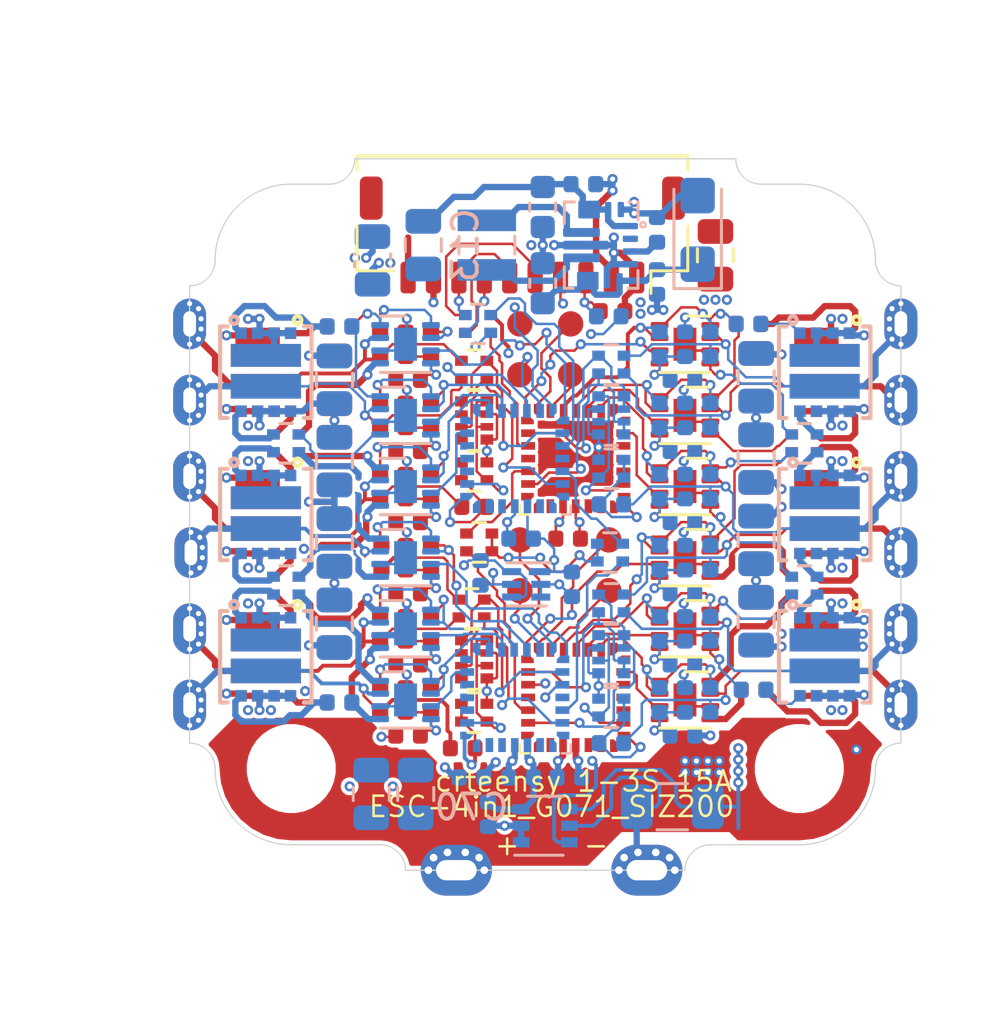
<source format=kicad_pcb>
(kicad_pcb (version 20171130) (host pcbnew 5.1.6-c6e7f7d~87~ubuntu18.04.1)
  (layers (0 "F.Cu_(sig)" signal) (1 "In1.Cu_(power)" signal) (2 "In2.Cu_(gnd)" signal) (31 "B.Cu_(sig)" signal) (34 B.Paste user) (35 F.Paste user) (36 B.SilkS user) (37 F.SilkS user) (38 B.Mask user) (39 F.Mask user) (44 Edge.Cuts user))
  (net 0 "")
  (net 1 "Net-(U1-Pad1)")
  (net 2 "Net-(U1-Pad28)")
  (net 3 "Net-(U1-Pad7)")
  (net 4 "Net-(U1-Pad25)")
  (net 5 "Net-(U1-Pad12)")
  (net 6 "Net-(U1-Pad11)")
  (net 7 "Net-(U1-Pad10)")
  (net 8 "Net-(U1-Pad6)")
  (net 9 "Net-(U1-Pad5)")
  (net 10 "Net-(U1-Pad2)")
  (net 11 "Net-(C1-Pad2)")
  (net 12 +5V)
  (net 13 +BATT)
  (net 14 GND)
  (net 15 /ESC1_A)
  (net 16 "Net-(C2-Pad2)")
  (net 17 /ESC1_B)
  (net 18 "Net-(C3-Pad2)")
  (net 19 /ESC1_C)
  (net 20 "Net-(C8-Pad2)")
  (net 21 /ESC2_A)
  (net 22 "Net-(C10-Pad2)")
  (net 23 /ESC2_B)
  (net 24 "Net-(C12-Pad2)")
  (net 25 /ESC2_C)
  (net 26 "Net-(C13-Pad2)")
  (net 27 "Net-(C15-Pad2)")
  (net 28 "Net-(C17-Pad2)")
  (net 29 +3V3)
  (net 30 /IBat)
  (net 31 "Net-(L1-Pad2)")
  (net 32 "Net-(L1-Pad1)")
  (net 33 "Net-(R1-Pad2)")
  (net 34 "Net-(R2-Pad2)")
  (net 35 "Net-(U14-Pad2)")
  (net 36 /ESC1_A_EN)
  (net 37 /ESC1_A_PWM)
  (net 38 /ESC1_B_EN)
  (net 39 /ESC1_B_PWM)
  (net 40 /ESC1_C_EN)
  (net 41 /ESC1_C_PWM)
  (net 42 /ESC2_A_EN)
  (net 43 /ESC2_A_PWM)
  (net 44 /ESC2_B_EN)
  (net 45 /ESC2_B_PWM)
  (net 46 /ESC2_C_EN)
  (net 47 /ESC2_C_PWM)
  (net 48 /ESC1_MC)
  (net 49 /ESC1_MA)
  (net 50 /ESC1_IN)
  (net 51 /ESC1_MB)
  (net 52 /ESC1_Y)
  (net 53 /ESCx_tele)
  (net 54 /ESC1_SWDCLK)
  (net 55 /ESC1_SWDIO)
  (net 56 /ESC2_Y)
  (net 57 "Net-(U17-Pad1)")
  (net 58 "Net-(U17-Pad28)")
  (net 59 /ESC2_SWDCLK)
  (net 60 "Net-(U17-Pad7)")
  (net 61 /ESC2_MC)
  (net 62 /ESC2_MA)
  (net 63 "Net-(U17-Pad25)")
  (net 64 /ESC2_IN)
  (net 65 /ESC2_MB)
  (net 66 /ESC2_SWDIO)
  (net 67 "Net-(U17-Pad12)")
  (net 68 "Net-(U17-Pad11)")
  (net 69 "Net-(U17-Pad10)")
  (net 70 "Net-(U17-Pad6)")
  (net 71 "Net-(U17-Pad5)")
  (net 72 "Net-(U17-Pad2)")
  (net 73 "Net-(C24-Pad2)")
  (net 74 /ESC4_A)
  (net 75 "Net-(C27-Pad2)")
  (net 76 /ESC4_B)
  (net 77 "Net-(C29-Pad2)")
  (net 78 /ESC4_C)
  (net 79 "Net-(C31-Pad2)")
  (net 80 /ESC3_A)
  (net 81 "Net-(C34-Pad2)")
  (net 82 /ESC3_B)
  (net 83 "Net-(C36-Pad2)")
  (net 84 /ESC3_C)
  (net 85 /ESC4_A_PWM)
  (net 86 /ESC4_B_PWM)
  (net 87 /ESC4_C_PWM)
  (net 88 /ESC3_A_PWM)
  (net 89 /ESC3_B_PWM)
  (net 90 /ESC3_C_PWM)
  (net 91 /ESC4_Y)
  (net 92 /ESC3_Y)
  (net 93 /ESC4_A_EN)
  (net 94 /ESC4_B_EN)
  (net 95 "Net-(U21-Pad1)")
  (net 96 "Net-(U21-Pad28)")
  (net 97 /ESC4_SWDCLK)
  (net 98 "Net-(U21-Pad7)")
  (net 99 /ESC4_MC)
  (net 100 /ESC4_MA)
  (net 101 "Net-(U21-Pad25)")
  (net 102 /ESC4_IN)
  (net 103 /ESC4_MB)
  (net 104 /ESC4_SWDIO)
  (net 105 /ESC4_C_EN)
  (net 106 "Net-(U21-Pad12)")
  (net 107 "Net-(U21-Pad11)")
  (net 108 "Net-(U21-Pad10)")
  (net 109 "Net-(U21-Pad6)")
  (net 110 "Net-(U21-Pad5)")
  (net 111 "Net-(U21-Pad2)")
  (net 112 /ESC3_A_EN)
  (net 113 /ESC3_B_EN)
  (net 114 "Net-(U28-Pad1)")
  (net 115 "Net-(U28-Pad28)")
  (net 116 /ESC3_SWDCLK)
  (net 117 "Net-(U28-Pad7)")
  (net 118 /ESC3_MC)
  (net 119 /ESC3_MA)
  (net 120 "Net-(U28-Pad25)")
  (net 121 /ESC3_IN)
  (net 122 /ESC3_MB)
  (net 123 /ESC3_SWDIO)
  (net 124 /ESC3_C_EN)
  (net 125 "Net-(U28-Pad12)")
  (net 126 "Net-(U28-Pad11)")
  (net 127 "Net-(U28-Pad10)")
  (net 128 "Net-(U28-Pad6)")
  (net 129 "Net-(U28-Pad5)")
  (net 130 "Net-(U28-Pad2)")
  (net 131 /ESC4_A_DRVH)
  (net 132 /ESC4_B_DRVH)
  (net 133 /ESC4_B_GH)
  (net 134 /ESC4_A_GL)
  (net 135 /ESC4_C_DRVL)
  (net 136 /ESC4_B_DRVL)
  (net 137 /ESC4_C_GL)
  (net 138 /ESC4_B_GL)
  (net 139 /ESC4_C_DRVH)
  (net 140 /ESC3_C_DRVL)
  (net 141 /ESC3_C_GL)
  (net 142 /ESC4_C_GH)
  (net 143 /ESC4_A_DRVL)
  (net 144 /ESC4_A_GH)
  (net 145 /ESC3_A_DRVH)
  (net 146 /ESC3_A_DRVL)
  (net 147 /ESC3_A_GH)
  (net 148 /ESC3_A_GL)
  (net 149 /ESC3_B_DRVH)
  (net 150 /ESC3_B_DRVL)
  (net 151 /ESC3_B_GH)
  (net 152 /ESC3_B_GL)
  (net 153 /ESC3_C_DRVH)
  (net 154 /ESC3_C_GH)
  (net 155 /ESC1_A_DRVH)
  (net 156 /ESC1_A_DRVL)
  (net 157 /ESC1_A_GH)
  (net 158 /ESC1_A_GL)
  (net 159 /ESC1_B_DRVH)
  (net 160 /ESC1_B_DRVL)
  (net 161 /ESC1_B_GH)
  (net 162 /ESC1_B_GL)
  (net 163 /ESC1_C_DRVH)
  (net 164 /ESC1_C_DRVL)
  (net 165 /ESC1_C_GH)
  (net 166 /ESC1_C_GL)
  (net 167 /ESC2_A_DRVH)
  (net 168 /ESC2_A_DRVL)
  (net 169 /ESC2_A_GH)
  (net 170 /ESC2_A_GL)
  (net 171 /ESC2_B_DRVH)
  (net 172 /ESC2_B_DRVL)
  (net 173 /ESC2_B_GH)
  (net 174 /ESC2_B_GL)
  (net 175 /ESC2_C_DRVH)
  (net 176 /ESC2_C_DRVL)
  (net 177 /ESC2_C_GH)
  (net 178 /ESC2_C_GL)
  (net 179 "Net-(U1-Pad14)")
  (net 180 "Net-(U1-Pad15)")
  (net 181 "Net-(U17-Pad15)")
  (net 182 "Net-(U17-Pad14)")
  (net 183 "Net-(U21-Pad15)")
  (net 184 "Net-(U21-Pad14)")
  (net 185 "Net-(U28-Pad15)")
  (net 186 "Net-(U28-Pad14)")
  (net 187 "Net-(J1-Pad8)")
  (net 188 "Net-(J1-Pad7)")
  (net 189 "Net-(J1-Pad6)")
  (net 190 "Net-(J1-Pad5)")
  (net 191 /ESC2_tele_o)
  (net 192 /ESC1_tele_o)
  (net 193 /ESC4_tele_o)
  (net 194 /ESC3_tele_o)
  (module Capacitor_SMD:C_0402_1005Metric (layer "B.Cu_(sig)") (at 133.1 85.35)
    (fp_text reference C70 (at 0 1.17 180) (layer B.SilkS) (effects (justify mirror)))
    (fp_text value 10u)
    (pad 2 smd roundrect (at 0.485 0) (size 0.59 0.64) (layers "B.Cu_(sig)" B.Paste B.Mask) (net 29 +3V3))
    (pad 1 smd roundrect (at -0.485 0) (size 0.59 0.64) (layers "B.Cu_(sig)" B.Paste B.Mask) (net 14 GND))
  )
  (module 11_PSoC_FC_whoop:C_0805_2012Metric_dense (layer "B.Cu_(sig)") (at 131.2 64.400001 90)
    (fp_text reference C13 (at 0 1.65 90) (layer B.SilkS) (effects (justify mirror)))
    (fp_text value 10u)
    (pad 2 smd roundrect (at 0.9375 0 90) (size 0.975 1.4) (layers "B.Cu_(sig)" B.Paste B.Mask) (net 26 "Net-(C13-Pad2)"))
    (pad 1 smd roundrect (at -0.9375 0 90) (size 0.975 1.4) (layers "B.Cu_(sig)" B.Paste B.Mask) (net 14 GND))
  )
  (module ultimateFC:TEXAS_15-VQFN-HR (layer "B.Cu_(sig)") (at 138.2 64.4 270)
    (fp_text reference U14 hide)
    (fp_text value TPS630701 hide)
    (pad 13 smd roundrect (at -1.4 0.475 180) (size 0.85 0.7) (layers "B.Cu_(sig)") (roundrect_rratio 0.07099999999999999) (net 26 "Net-(C13-Pad2)"))
    (pad 7 smd roundrect (at 1.4 0.525 180) (size 0.85 0.7) (layers "B.Cu_(sig)") (roundrect_rratio 0.07099999999999999) (net 27 "Net-(C15-Pad2)"))
    (pad 11 smd roundrect (at -0.5 0.775 270) (size 0.35 1.45) (layers "B.Cu_(sig)" B.Mask) (roundrect_rratio 0.2) (net 31 "Net-(L1-Pad2)"))
    (pad 9 smd roundrect (at 0.5 0.775 270) (size 0.35 1.45) (layers "B.Cu_(sig)" B.Mask) (roundrect_rratio 0.2) (net 32 "Net-(L1-Pad1)"))
    (pad 10 smd roundrect (at 0 0.6 270) (size 0.35 1.8) (layers "B.Cu_(sig)" B.Mask) (roundrect_rratio 0.2) (net 14 GND))
    (pad 15 smd roundrect (at -1.4 -0.775) (size 0.25 0.6) (layers "B.Cu_(sig)" B.Paste B.Mask) (roundrect_rratio 0.2) (net 14 GND))
    (pad 13 smd roundrect (at -1.4 0.225) (size 0.25 0.6) (layers "B.Cu_(sig)" B.Paste B.Mask) (roundrect_rratio 0.2) (net 26 "Net-(C13-Pad2)"))
    (pad 14 smd roundrect (at -1.4 -0.275) (size 0.25 0.6) (layers "B.Cu_(sig)" B.Paste B.Mask) (roundrect_rratio 0.2) (net 26 "Net-(C13-Pad2)"))
    (pad 13 smd roundrect (at -1.4 0.725) (size 0.25 0.6) (layers "B.Cu_(sig)" B.Paste B.Mask) (roundrect_rratio 0.2) (net 26 "Net-(C13-Pad2)"))
    (pad 13 smd rect (at -1.225 0.5 270) (size 0.25 0.6) (layers "B.Cu_(sig)" B.Paste B.Mask) (net 26 "Net-(C13-Pad2)"))
    (pad 7 smd rect (at 1.225 0.525 90) (size 0.25 0.6) (layers "B.Cu_(sig)" B.Paste B.Mask) (net 27 "Net-(C15-Pad2)"))
    (pad 7 smd roundrect (at 1.4 0.775 180) (size 0.25 0.6) (layers "B.Cu_(sig)" B.Paste B.Mask) (roundrect_rratio 0.2) (net 27 "Net-(C15-Pad2)"))
    (pad 7 smd roundrect (at 1.4 0.275 180) (size 0.25 0.6) (layers "B.Cu_(sig)" B.Paste B.Mask) (roundrect_rratio 0.2) (net 27 "Net-(C15-Pad2)"))
    (pad 6 smd roundrect (at 1.4 -0.225 180) (size 0.25 0.6) (layers "B.Cu_(sig)" B.Paste B.Mask) (roundrect_rratio 0.2) (net 14 GND))
    (pad 5 smd roundrect (at 1.4 -0.725 180) (size 0.25 0.6) (layers "B.Cu_(sig)" B.Paste B.Mask) (roundrect_rratio 0.2) (net 27 "Net-(C15-Pad2)"))
    (pad 4 smd roundrect (at 0.75 -1.15 270) (size 0.25 0.6) (layers "B.Cu_(sig)" B.Paste B.Mask) (roundrect_rratio 0.2) (net 14 GND))
    (pad 3 smd roundrect (at 0.25 -1.15 270) (size 0.25 0.6) (layers "B.Cu_(sig)" B.Paste B.Mask) (roundrect_rratio 0.2) (net 28 "Net-(C17-Pad2)"))
    (pad 2 smd roundrect (at -0.25 -1.15 270) (size 0.25 0.6) (layers "B.Cu_(sig)" B.Paste B.Mask) (roundrect_rratio 0.2) (net 35 "Net-(U14-Pad2)"))
    (pad 1 smd roundrect (at -0.75 -1.15 270) (size 0.25 0.6) (layers "B.Cu_(sig)" B.Paste B.Mask) (roundrect_rratio 0.2) (net 26 "Net-(C13-Pad2)"))
  )
  (module 11_PSoC_FC_whoop:R_Array_Convex_2x0402_dense (layer "B.Cu_(sig)") (at 133.35 67.5)
    (fp_text reference RN16 hide)
    (fp_text value 1k hide)
    (pad 1 smd rect (at -0.5 0.35) (size 0.5 0.4) (layers "B.Cu_(sig)" B.Paste B.Mask) (net 188 "Net-(J1-Pad7)"))
    (pad 2 smd rect (at -0.5 -0.35) (size 0.5 0.4) (layers "B.Cu_(sig)" B.Paste B.Mask) (net 187 "Net-(J1-Pad8)"))
    (pad 3 smd rect (at 0.5 -0.35) (size 0.5 0.4) (layers "B.Cu_(sig)" B.Paste B.Mask) (net 102 /ESC4_IN))
    (pad 4 smd rect (at 0.5 0.35) (size 0.5 0.4) (layers "B.Cu_(sig)" B.Paste B.Mask) (net 121 /ESC3_IN))
  )
  (module 11_PSoC_FC_whoop:R_Array_Convex_2x0402_dense (layer "F.Cu_(sig)") (at 133.35 67.5)
    (fp_text reference RN13 hide)
    (fp_text value 1k hide)
    (pad 1 smd rect (at -0.5 -0.35) (size 0.5 0.4) (layers "F.Cu_(sig)" F.Paste F.Mask) (net 190 "Net-(J1-Pad5)"))
    (pad 2 smd rect (at -0.5 0.35) (size 0.5 0.4) (layers "F.Cu_(sig)" F.Paste F.Mask) (net 189 "Net-(J1-Pad6)"))
    (pad 3 smd rect (at 0.5 0.35) (size 0.5 0.4) (layers "F.Cu_(sig)" F.Paste F.Mask) (net 64 /ESC2_IN))
    (pad 4 smd rect (at 0.5 -0.35) (size 0.5 0.4) (layers "F.Cu_(sig)" F.Paste F.Mask) (net 50 /ESC1_IN))
  )
  (module 11_PSoC_FC_whoop:R_Array_Convex_2x0402_dense (layer "B.Cu_(sig)") (at 138.55 76.5)
    (fp_text reference RN5 hide)
    (fp_text value 1k hide)
    (pad 1 smd rect (at -0.5 0.35) (size 0.5 0.4) (layers "B.Cu_(sig)" B.Paste B.Mask) (net 53 /ESCx_tele))
    (pad 2 smd rect (at -0.5 -0.35) (size 0.5 0.4) (layers "B.Cu_(sig)" B.Paste B.Mask) (net 53 /ESCx_tele))
    (pad 3 smd rect (at 0.5 -0.35) (size 0.5 0.4) (layers "B.Cu_(sig)" B.Paste B.Mask) (net 193 /ESC4_tele_o))
    (pad 4 smd rect (at 0.5 0.35) (size 0.5 0.4) (layers "B.Cu_(sig)" B.Paste B.Mask) (net 194 /ESC3_tele_o))
  )
  (module 11_PSoC_FC_whoop:R_Array_Convex_2x0402_dense (layer "F.Cu_(sig)") (at 133.4 76.1 180)
    (fp_text reference RN2 hide)
    (fp_text value 1k hide)
    (pad 1 smd rect (at -0.5 -0.35 180) (size 0.5 0.4) (layers "F.Cu_(sig)" F.Paste F.Mask) (net 53 /ESCx_tele))
    (pad 2 smd rect (at -0.5 0.35 180) (size 0.5 0.4) (layers "F.Cu_(sig)" F.Paste F.Mask) (net 53 /ESCx_tele))
    (pad 3 smd rect (at 0.5 0.35 180) (size 0.5 0.4) (layers "F.Cu_(sig)" F.Paste F.Mask) (net 191 /ESC2_tele_o))
    (pad 4 smd rect (at 0.5 -0.35 180) (size 0.5 0.4) (layers "F.Cu_(sig)" F.Paste F.Mask) (net 192 /ESC1_tele_o))
  )
  (module Resistor_SMD:R_0402_1005Metric (layer "B.Cu_(sig)") (at 144.2 81.9 180)
    (fp_text reference R26 hide)
    (fp_text value 10R0 hide)
    (pad 2 smd roundrect (at 0.485 0 180) (size 0.59 0.64) (layers "B.Cu_(sig)" B.Paste B.Mask) (net 160 /ESC1_B_DRVL))
    (pad 1 smd roundrect (at -0.485 0 180) (size 0.59 0.64) (layers "B.Cu_(sig)" B.Paste B.Mask) (net 162 /ESC1_B_GL))
  )
  (module Resistor_SMD:R_0402_1005Metric (layer "F.Cu_(sig)") (at 127.9 82.4)
    (fp_text reference R25 hide)
    (fp_text value 10R0 hide)
    (pad 2 smd roundrect (at 0.485 0) (size 0.59 0.64) (layers "F.Cu_(sig)" F.Paste F.Mask) (net 150 /ESC3_B_DRVL))
    (pad 1 smd roundrect (at -0.485 0) (size 0.59 0.64) (layers "F.Cu_(sig)" F.Paste F.Mask) (net 152 /ESC3_B_GL))
  )
  (module Resistor_SMD:R_0402_1005Metric (layer "F.Cu_(sig)") (at 127.9 67.6)
    (fp_text reference R24 hide)
    (fp_text value 10R0 hide)
    (pad 2 smd roundrect (at 0.485 0) (size 0.59 0.64) (layers "F.Cu_(sig)" F.Paste F.Mask) (net 131 /ESC4_A_DRVH))
    (pad 1 smd roundrect (at -0.485 0) (size 0.59 0.64) (layers "F.Cu_(sig)" F.Paste F.Mask) (net 144 /ESC4_A_GH))
  )
  (module Resistor_SMD:R_0402_1005Metric (layer "F.Cu_(sig)") (at 144 67.5 180)
    (fp_text reference R23 hide)
    (fp_text value 10R0 hide)
    (pad 2 smd roundrect (at 0.485 0 180) (size 0.59 0.64) (layers "F.Cu_(sig)" F.Paste F.Mask) (net 171 /ESC2_B_DRVH))
    (pad 1 smd roundrect (at -0.485 0 180) (size 0.59 0.64) (layers "F.Cu_(sig)" F.Paste F.Mask) (net 173 /ESC2_B_GH))
  )
  (module Resistor_SMD:R_0402_1005Metric (layer "F.Cu_(sig)") (at 144.2 81.9 180)
    (fp_text reference R22 hide)
    (fp_text value 10R0 hide)
    (pad 2 smd roundrect (at 0.485 0 180) (size 0.59 0.64) (layers "F.Cu_(sig)" F.Paste F.Mask) (net 164 /ESC1_C_DRVL))
    (pad 1 smd roundrect (at -0.485 0 180) (size 0.59 0.64) (layers "F.Cu_(sig)" F.Paste F.Mask) (net 166 /ESC1_C_GL))
  )
  (module Resistor_SMD:R_0402_1005Metric (layer "B.Cu_(sig)") (at 127.9 82.4)
    (fp_text reference R21 hide)
    (fp_text value 10R0 hide)
    (pad 2 smd roundrect (at 0.485 0) (size 0.59 0.64) (layers "B.Cu_(sig)" B.Paste B.Mask) (net 140 /ESC3_C_DRVL))
    (pad 1 smd roundrect (at -0.485 0) (size 0.59 0.64) (layers "B.Cu_(sig)" B.Paste B.Mask) (net 141 /ESC3_C_GL))
  )
  (module Resistor_SMD:R_0402_1005Metric (layer "B.Cu_(sig)") (at 127.9 67.6)
    (fp_text reference R20 hide)
    (fp_text value 10R0 hide)
    (pad 2 smd roundrect (at 0.485 0) (size 0.59 0.64) (layers "B.Cu_(sig)" B.Paste B.Mask) (net 132 /ESC4_B_DRVH))
    (pad 1 smd roundrect (at -0.485 0) (size 0.59 0.64) (layers "B.Cu_(sig)" B.Paste B.Mask) (net 133 /ESC4_B_GH))
  )
  (module Resistor_SMD:R_0402_1005Metric (layer "B.Cu_(sig)") (at 144 67.5 180)
    (fp_text reference R19 hide)
    (fp_text value 10R0 hide)
    (pad 2 smd roundrect (at 0.485 0 180) (size 0.59 0.64) (layers "B.Cu_(sig)" B.Paste B.Mask) (net 167 /ESC2_A_DRVH))
    (pad 1 smd roundrect (at -0.485 0 180) (size 0.59 0.64) (layers "B.Cu_(sig)" B.Paste B.Mask) (net 169 /ESC2_A_GH))
  )
  (module Capacitor_SMD:C_0402_1005Metric (layer "F.Cu_(sig)") (at 130.5 73.9 270)
    (fp_text reference C69 hide)
    (fp_text value 10u hide)
    (pad 2 smd roundrect (at 0.485 0 270) (size 0.59 0.64) (layers "F.Cu_(sig)" F.Paste F.Mask) (net 12 +5V))
    (pad 1 smd roundrect (at -0.485 0 270) (size 0.59 0.64) (layers "F.Cu_(sig)" F.Paste F.Mask) (net 14 GND))
  )
  (module Capacitor_SMD:C_0402_1005Metric (layer "F.Cu_(sig)") (at 130.5 82.3 270)
    (fp_text reference C68 hide)
    (fp_text value 10u hide)
    (pad 2 smd roundrect (at 0.485 0 270) (size 0.59 0.64) (layers "F.Cu_(sig)" F.Paste F.Mask) (net 12 +5V))
    (pad 1 smd roundrect (at -0.485 0 270) (size 0.59 0.64) (layers "F.Cu_(sig)" F.Paste F.Mask) (net 14 GND))
  )
  (module Capacitor_SMD:C_0402_1005Metric (layer "F.Cu_(sig)") (at 130.5 71.1 270)
    (fp_text reference C67 hide)
    (fp_text value 10u hide)
    (pad 2 smd roundrect (at 0.485 0 270) (size 0.59 0.64) (layers "F.Cu_(sig)" F.Paste F.Mask) (net 12 +5V))
    (pad 1 smd roundrect (at -0.485 0 270) (size 0.59 0.64) (layers "F.Cu_(sig)" F.Paste F.Mask) (net 14 GND))
  )
  (module Capacitor_SMD:C_0402_1005Metric (layer "F.Cu_(sig)") (at 130.5 79.5 270)
    (fp_text reference C66 hide)
    (fp_text value 10u hide)
    (pad 2 smd roundrect (at 0.485 0 270) (size 0.59 0.64) (layers "F.Cu_(sig)" F.Paste F.Mask) (net 12 +5V))
    (pad 1 smd roundrect (at -0.485 0 270) (size 0.59 0.64) (layers "F.Cu_(sig)" F.Paste F.Mask) (net 14 GND))
  )
  (module Capacitor_SMD:C_0402_1005Metric (layer "F.Cu_(sig)") (at 130.5 68.3 270)
    (fp_text reference C65 hide)
    (fp_text value 10u hide)
    (pad 2 smd roundrect (at 0.485 0 270) (size 0.59 0.64) (layers "F.Cu_(sig)" F.Paste F.Mask) (net 12 +5V))
    (pad 1 smd roundrect (at -0.485 0 270) (size 0.59 0.64) (layers "F.Cu_(sig)" F.Paste F.Mask) (net 14 GND))
  )
  (module Capacitor_SMD:C_0402_1005Metric (layer "F.Cu_(sig)") (at 130.5 76.7 270)
    (fp_text reference C64 hide)
    (fp_text value 10u hide)
    (pad 2 smd roundrect (at 0.485 0 270) (size 0.59 0.64) (layers "F.Cu_(sig)" F.Paste F.Mask) (net 12 +5V))
    (pad 1 smd roundrect (at -0.485 0 270) (size 0.59 0.64) (layers "F.Cu_(sig)" F.Paste F.Mask) (net 14 GND))
  )
  (module Capacitor_SMD:C_0402_1005Metric (layer "B.Cu_(sig)") (at 133.75 86.8 90)
    (fp_text reference C63 hide)
    (fp_text value 100n hide)
    (pad 2 smd roundrect (at 0.485 0 90) (size 0.59 0.64) (layers "B.Cu_(sig)" B.Paste B.Mask) (net 29 +3V3))
    (pad 1 smd roundrect (at -0.485 0 90) (size 0.59 0.64) (layers "B.Cu_(sig)" B.Paste B.Mask) (net 14 GND))
  )
  (module Resistor_SMD:R_1206_3216Metric (layer "B.Cu_(sig)") (at 141 86.5 180)
    (fp_text reference R1 hide)
    (fp_text value 0m5 hide)
    (pad 2 smd roundrect (at 1.4 0 180) (size 1.25 1.75) (layers "B.Cu_(sig)" B.Paste B.Mask) (roundrect_rratio 0.2) (net 33 "Net-(R1-Pad2)"))
    (pad 1 smd roundrect (at -1.4 0 180) (size 1.25 1.75) (layers "B.Cu_(sig)" B.Paste B.Mask) (roundrect_rratio 0.2) (net 14 GND))
  )
  (module Capacitor_SMD:C_0402_1005Metric (layer "B.Cu_(sig)") (at 141.5 82.3 270)
    (fp_text reference C62 hide)
    (fp_text value 10u hide)
    (pad 2 smd roundrect (at 0.485 0 270) (size 0.59 0.64) (layers "B.Cu_(sig)" B.Paste B.Mask) (net 12 +5V))
    (pad 1 smd roundrect (at -0.485 0 270) (size 0.59 0.64) (layers "B.Cu_(sig)" B.Paste B.Mask) (net 14 GND))
  )
  (module Capacitor_SMD:C_0402_1005Metric (layer "B.Cu_(sig)") (at 141.5 73.9 270)
    (fp_text reference C61 hide)
    (fp_text value 10u hide)
    (pad 2 smd roundrect (at 0.485 0 270) (size 0.59 0.64) (layers "B.Cu_(sig)" B.Paste B.Mask) (net 12 +5V))
    (pad 1 smd roundrect (at -0.485 0 270) (size 0.59 0.64) (layers "B.Cu_(sig)" B.Paste B.Mask) (net 14 GND))
  )
  (module Capacitor_SMD:C_0402_1005Metric (layer "B.Cu_(sig)") (at 141.5 76.7 270)
    (fp_text reference C60 hide)
    (fp_text value 10u hide)
    (pad 2 smd roundrect (at 0.485 0 270) (size 0.59 0.64) (layers "B.Cu_(sig)" B.Paste B.Mask) (net 12 +5V))
    (pad 1 smd roundrect (at -0.485 0 270) (size 0.59 0.64) (layers "B.Cu_(sig)" B.Paste B.Mask) (net 14 GND))
  )
  (module Capacitor_SMD:C_0402_1005Metric (layer "B.Cu_(sig)") (at 141.5 71.1 270)
    (fp_text reference C59 hide)
    (fp_text value 10u hide)
    (pad 2 smd roundrect (at 0.485 0 270) (size 0.59 0.64) (layers "B.Cu_(sig)" B.Paste B.Mask) (net 12 +5V))
    (pad 1 smd roundrect (at -0.485 0 270) (size 0.59 0.64) (layers "B.Cu_(sig)" B.Paste B.Mask) (net 14 GND))
  )
  (module Capacitor_SMD:C_0402_1005Metric (layer "B.Cu_(sig)") (at 141.5 79.5 270)
    (fp_text reference C58 hide)
    (fp_text value 10u hide)
    (pad 2 smd roundrect (at 0.485 0 270) (size 0.59 0.64) (layers "B.Cu_(sig)" B.Paste B.Mask) (net 12 +5V))
    (pad 1 smd roundrect (at -0.485 0 270) (size 0.59 0.64) (layers "B.Cu_(sig)" B.Paste B.Mask) (net 14 GND))
  )
  (module Package_TO_SOT_SMD:SOT-363_SC-70-6 (layer "B.Cu_(sig)") (at 136 87.25)
    (fp_text reference U16 hide)
    (fp_text value INA186A2 hide)
    (pad 6 smd rect (at 0.95 0.65) (size 0.65 0.4) (layers "B.Cu_(sig)" B.Paste B.Mask) (net 34 "Net-(R2-Pad2)"))
    (pad 4 smd rect (at 0.95 -0.65) (size 0.65 0.4) (layers "B.Cu_(sig)" B.Paste B.Mask) (net 14 GND))
    (pad 2 smd rect (at -0.95 0) (size 0.65 0.4) (layers "B.Cu_(sig)" B.Paste B.Mask) (net 14 GND))
    (pad 5 smd rect (at 0.95 0) (size 0.65 0.4) (layers "B.Cu_(sig)" B.Paste B.Mask) (net 33 "Net-(R1-Pad2)"))
    (pad 3 smd rect (at -0.95 -0.65) (size 0.65 0.4) (layers "B.Cu_(sig)" B.Paste B.Mask) (net 29 +3V3))
    (pad 1 smd rect (at -0.95 0.65) (size 0.65 0.4) (layers "B.Cu_(sig)" B.Paste B.Mask) (net 14 GND))
  )
  (module 11_PSoC_FC_whoop:JST_SHL_SM10B-SHLS-TF_1x10-1MP_P1.00mm_Horizontal_dense (layer "F.Cu_(sig)") (at 135.099999 64 180)
    (fp_text reference J1 hide)
    (fp_text value Conn_01x10 hide)
    (pad MP smd roundrect (at 5.95 1.45 180) (size 0.9 1.7) (layers "F.Cu_(sig)" F.Paste F.Mask))
    (pad MP smd roundrect (at -5.95 1.45 180) (size 0.9 1.7) (layers "F.Cu_(sig)" F.Paste F.Mask))
    (pad 10 smd roundrect (at 4.5 -1.675 180) (size 0.6 1.25) (layers "F.Cu_(sig)" F.Paste F.Mask) (net 14 GND))
    (pad 9 smd roundrect (at 3.5 -1.675 180) (size 0.6 1.25) (layers "F.Cu_(sig)" F.Paste F.Mask) (net 12 +5V))
    (pad 8 smd roundrect (at 2.5 -1.675 180) (size 0.6 1.25) (layers "F.Cu_(sig)" F.Paste F.Mask) (net 187 "Net-(J1-Pad8)"))
    (pad 7 smd roundrect (at 1.5 -1.675 180) (size 0.6 1.25) (layers "F.Cu_(sig)" F.Paste F.Mask) (net 188 "Net-(J1-Pad7)"))
    (pad 6 smd roundrect (at 0.5 -1.675 180) (size 0.6 1.25) (layers "F.Cu_(sig)" F.Paste F.Mask) (net 189 "Net-(J1-Pad6)"))
    (pad 5 smd roundrect (at -0.5 -1.675 180) (size 0.6 1.25) (layers "F.Cu_(sig)" F.Paste F.Mask) (net 190 "Net-(J1-Pad5)"))
    (pad 4 smd roundrect (at -1.5 -1.675 180) (size 0.6 1.25) (layers "F.Cu_(sig)" F.Paste F.Mask) (net 53 /ESCx_tele))
    (pad 3 smd roundrect (at -2.5 -1.675 180) (size 0.6 1.25) (layers "F.Cu_(sig)" F.Paste F.Mask) (net 30 /IBat))
    (pad 2 smd roundrect (at -3.5 -1.675 180) (size 0.6 1.25) (layers "F.Cu_(sig)" F.Paste F.Mask) (net 13 +BATT))
    (pad 1 smd roundrect (at -4.5 -1.675 180) (size 0.6 1.25) (layers "F.Cu_(sig)" F.Paste F.Mask) (net 14 GND))
  )
  (module 11_PSoC_FC_whoop:C_0805_2012Metric_dense (layer "F.Cu_(sig)") (at 127.7 79.3 270)
    (fp_text reference C55 hide)
    (fp_text value 22u hide)
    (pad 2 smd roundrect (at 0.9375 0 270) (size 0.975 1.4) (layers "F.Cu_(sig)" F.Paste F.Mask) (net 13 +BATT))
    (pad 1 smd roundrect (at -0.9375 0 270) (size 0.975 1.4) (layers "F.Cu_(sig)" F.Paste F.Mask) (net 14 GND))
  )
  (module 11_PSoC_FC_whoop:R_Array_Convex_4x0402_dense (layer "F.Cu_(sig)") (at 133.2 80.7)
    (fp_text reference RN24 hide)
    (fp_text value 2k2 hide)
    (pad 1 smd rect (at -0.5 -0.75) (size 0.5 0.4) (layers "F.Cu_(sig)" F.Paste F.Mask) (net 119 /ESC3_MA))
    (pad 3 smd rect (at -0.5 0.25) (size 0.5 0.3) (layers "F.Cu_(sig)" F.Paste F.Mask) (net 122 /ESC3_MB))
    (pad 2 smd rect (at -0.5 -0.25) (size 0.5 0.3) (layers "F.Cu_(sig)" F.Paste F.Mask) (net 119 /ESC3_MA))
    (pad 4 smd rect (at -0.5 0.75) (size 0.5 0.4) (layers "F.Cu_(sig)" F.Paste F.Mask) (net 122 /ESC3_MB))
    (pad 7 smd rect (at 0.5 -0.25) (size 0.5 0.3) (layers "F.Cu_(sig)" F.Paste F.Mask) (net 14 GND))
    (pad 8 smd rect (at 0.5 -0.75) (size 0.5 0.4) (layers "F.Cu_(sig)" F.Paste F.Mask) (net 92 /ESC3_Y))
    (pad 6 smd rect (at 0.5 0.25) (size 0.5 0.3) (layers "F.Cu_(sig)" F.Paste F.Mask) (net 92 /ESC3_Y))
    (pad 5 smd rect (at 0.5 0.75) (size 0.5 0.4) (layers "F.Cu_(sig)" F.Paste F.Mask) (net 14 GND))
  )
  (module 11_PSoC_FC_whoop:R_Array_Convex_4x0402_dense (layer "F.Cu_(sig)") (at 133.2 71.3)
    (fp_text reference RN18 hide)
    (fp_text value 2k2 hide)
    (pad 1 smd rect (at -0.5 -0.75) (size 0.5 0.4) (layers "F.Cu_(sig)" F.Paste F.Mask) (net 100 /ESC4_MA))
    (pad 3 smd rect (at -0.5 0.25) (size 0.5 0.3) (layers "F.Cu_(sig)" F.Paste F.Mask) (net 103 /ESC4_MB))
    (pad 2 smd rect (at -0.5 -0.25) (size 0.5 0.3) (layers "F.Cu_(sig)" F.Paste F.Mask) (net 100 /ESC4_MA))
    (pad 4 smd rect (at -0.5 0.75) (size 0.5 0.4) (layers "F.Cu_(sig)" F.Paste F.Mask) (net 103 /ESC4_MB))
    (pad 7 smd rect (at 0.5 -0.25) (size 0.5 0.3) (layers "F.Cu_(sig)" F.Paste F.Mask) (net 14 GND))
    (pad 8 smd rect (at 0.5 -0.75) (size 0.5 0.4) (layers "F.Cu_(sig)" F.Paste F.Mask) (net 91 /ESC4_Y))
    (pad 6 smd rect (at 0.5 0.25) (size 0.5 0.3) (layers "F.Cu_(sig)" F.Paste F.Mask) (net 91 /ESC4_Y))
    (pad 5 smd rect (at 0.5 0.75) (size 0.5 0.4) (layers "F.Cu_(sig)" F.Paste F.Mask) (net 14 GND))
  )
  (module 11_PSoC_FC_whoop:R_Array_Convex_4x0402_dense (layer "B.Cu_(sig)") (at 138.6 71.1 180)
    (fp_text reference RN12 hide)
    (fp_text value 2k2 hide)
    (pad 1 smd rect (at -0.5 0.75 180) (size 0.5 0.4) (layers "B.Cu_(sig)" B.Paste B.Mask) (net 62 /ESC2_MA))
    (pad 3 smd rect (at -0.5 -0.25 180) (size 0.5 0.3) (layers "B.Cu_(sig)" B.Paste B.Mask) (net 65 /ESC2_MB))
    (pad 2 smd rect (at -0.5 0.25 180) (size 0.5 0.3) (layers "B.Cu_(sig)" B.Paste B.Mask) (net 62 /ESC2_MA))
    (pad 4 smd rect (at -0.5 -0.75 180) (size 0.5 0.4) (layers "B.Cu_(sig)" B.Paste B.Mask) (net 65 /ESC2_MB))
    (pad 7 smd rect (at 0.5 0.25 180) (size 0.5 0.3) (layers "B.Cu_(sig)" B.Paste B.Mask) (net 14 GND))
    (pad 8 smd rect (at 0.5 0.75 180) (size 0.5 0.4) (layers "B.Cu_(sig)" B.Paste B.Mask) (net 56 /ESC2_Y))
    (pad 6 smd rect (at 0.5 -0.25 180) (size 0.5 0.3) (layers "B.Cu_(sig)" B.Paste B.Mask) (net 56 /ESC2_Y))
    (pad 5 smd rect (at 0.5 -0.75 180) (size 0.5 0.4) (layers "B.Cu_(sig)" B.Paste B.Mask) (net 14 GND))
  )
  (module 11_PSoC_FC_whoop:R_Array_Convex_4x0402_dense (layer "B.Cu_(sig)") (at 138.6 80.5 180)
    (fp_text reference RN9 hide)
    (fp_text value 2k2 hide)
    (pad 1 smd rect (at -0.5 0.75 180) (size 0.5 0.4) (layers "B.Cu_(sig)" B.Paste B.Mask) (net 49 /ESC1_MA))
    (pad 3 smd rect (at -0.5 -0.25 180) (size 0.5 0.3) (layers "B.Cu_(sig)" B.Paste B.Mask) (net 51 /ESC1_MB))
    (pad 2 smd rect (at -0.5 0.25 180) (size 0.5 0.3) (layers "B.Cu_(sig)" B.Paste B.Mask) (net 49 /ESC1_MA))
    (pad 4 smd rect (at -0.5 -0.75 180) (size 0.5 0.4) (layers "B.Cu_(sig)" B.Paste B.Mask) (net 51 /ESC1_MB))
    (pad 7 smd rect (at 0.5 0.25 180) (size 0.5 0.3) (layers "B.Cu_(sig)" B.Paste B.Mask) (net 14 GND))
    (pad 8 smd rect (at 0.5 0.75 180) (size 0.5 0.4) (layers "B.Cu_(sig)" B.Paste B.Mask) (net 52 /ESC1_Y))
    (pad 6 smd rect (at 0.5 -0.25 180) (size 0.5 0.3) (layers "B.Cu_(sig)" B.Paste B.Mask) (net 52 /ESC1_Y))
    (pad 5 smd rect (at 0.5 -0.75 180) (size 0.5 0.4) (layers "B.Cu_(sig)" B.Paste B.Mask) (net 14 GND))
  )
  (module Capacitor_SMD:C_0402_1005Metric (layer "B.Cu_(sig)") (at 141.5 68.3 270)
    (fp_text reference C57 hide)
    (fp_text value 10u hide)
    (pad 2 smd roundrect (at 0.485 0 270) (size 0.59 0.64) (layers "B.Cu_(sig)" B.Paste B.Mask) (net 12 +5V))
    (pad 1 smd roundrect (at -0.485 0 270) (size 0.59 0.64) (layers "B.Cu_(sig)" B.Paste B.Mask) (net 14 GND))
  )
  (module UFQPFN28:UFQFPN28 (layer "F.Cu_(sig)") (at 137.2 72.8 90)
    (fp_text reference U17 hide)
    (fp_text value STM32G071GBU6 hide)
    (pad 1 smd custom (at -1.975 -1.5) (size 0.3 0.35) (layers "F.Cu_(sig)" F.Paste F.Mask) (net 57 "Net-(U17-Pad1)") (options (clearance outline) (anchor rect)) (primitives (gr_poly (pts (xy -0.15 -0.175) (xy -0.15 0.175) (xy 0.15 0.175) (xy 0.15 -0.325) (xy 0 -0.325)) (width 0))))
    (pad 28 smd custom (at -1.5 -1.975 270) (size 0.3 0.35) (layers "F.Cu_(sig)" F.Paste F.Mask) (net 58 "Net-(U17-Pad28)") (options (clearance outline) (anchor rect)) (primitives (gr_poly (pts (xy 0.15 -0.175) (xy 0.15 0.175) (xy -0.15 0.175) (xy -0.15 -0.325) (xy 0 -0.325)) (width 0))))
    (pad 22 smd custom (at 1.5 -1.975 270) (size 0.3 0.35) (layers "F.Cu_(sig)" F.Paste F.Mask) (net 42 /ESC2_A_EN) (options (clearance outline) (anchor rect)) (primitives (gr_poly (pts (xy -0.15 -0.175) (xy -0.15 0.175) (xy 0.15 0.175) (xy 0.15 -0.325) (xy 0 -0.325)) (width 0))))
    (pad 21 smd custom (at 1.975 -1.5 180) (size 0.3 0.35) (layers "F.Cu_(sig)" F.Paste F.Mask) (net 59 /ESC2_SWDCLK) (options (clearance outline) (anchor rect)) (primitives (gr_poly (pts (xy 0.15 -0.175) (xy 0.15 0.175) (xy -0.15 0.175) (xy -0.15 -0.325) (xy 0 -0.325)) (width 0))))
    (pad 7 smd custom (at -1.975 1.5) (size 0.3 0.35) (layers "F.Cu_(sig)" F.Paste F.Mask) (net 60 "Net-(U17-Pad7)") (options (clearance outline) (anchor rect)) (primitives (gr_poly (pts (xy 0.15 -0.175) (xy 0.15 0.175) (xy -0.15 0.175) (xy -0.15 -0.325) (xy 0 -0.325)) (width 0))))
    (pad 8 smd custom (at -1.5 1.975 90) (size 0.3 0.35) (layers "F.Cu_(sig)" F.Paste F.Mask) (net 61 /ESC2_MC) (options (clearance outline) (anchor rect)) (primitives (gr_poly (pts (xy -0.15 -0.175) (xy -0.15 0.175) (xy 0.15 0.175) (xy 0.15 -0.325) (xy 0 -0.325)) (width 0))))
    (pad 15 smd custom (at 1.975 1.5 180) (size 0.3 0.35) (layers "F.Cu_(sig)" F.Paste F.Mask) (net 181 "Net-(U17-Pad15)") (options (clearance outline) (anchor rect)) (primitives (gr_poly (pts (xy -0.15 -0.175) (xy -0.15 0.175) (xy 0.15 0.175) (xy 0.15 -0.325) (xy 0 -0.325)) (width 0))))
    (pad 14 smd custom (at 1.5 1.975 90) (size 0.3 0.35) (layers "F.Cu_(sig)" F.Paste F.Mask) (net 182 "Net-(U17-Pad14)") (options (clearance outline) (anchor rect)) (primitives (gr_poly (pts (xy 0.15 -0.175) (xy 0.15 0.175) (xy -0.15 0.175) (xy -0.15 -0.325) (xy 0 -0.325)) (width 0))))
    (pad 27 smd rect (at -1 -1.875) (size 0.55 0.3) (layers "F.Cu_(sig)" F.Paste F.Mask) (net 62 /ESC2_MA))
    (pad 26 smd rect (at -0.5 -1.875) (size 0.55 0.3) (layers "F.Cu_(sig)" F.Paste F.Mask) (net 191 /ESC2_tele_o))
    (pad 25 smd rect (at 0 -1.875) (size 0.55 0.3) (layers "F.Cu_(sig)" F.Paste F.Mask) (net 63 "Net-(U17-Pad25)"))
    (pad 24 smd rect (at 0.5 -1.875) (size 0.55 0.3) (layers "F.Cu_(sig)" F.Paste F.Mask) (net 64 /ESC2_IN))
    (pad 23 smd rect (at 1 -1.875) (size 0.55 0.3) (layers "F.Cu_(sig)" F.Paste F.Mask) (net 65 /ESC2_MB))
    (pad 20 smd rect (at 1.875 -1 270) (size 0.55 0.3) (layers "F.Cu_(sig)" F.Paste F.Mask) (net 66 /ESC2_SWDIO))
    (pad 19 smd rect (at 1.875 -0.475 270) (size 0.55 0.3) (layers "F.Cu_(sig)" F.Paste F.Mask) (net 43 /ESC2_A_PWM))
    (pad 18 smd rect (at 1.875 0.025 270) (size 0.55 0.3) (layers "F.Cu_(sig)" F.Paste F.Mask) (net 45 /ESC2_B_PWM))
    (pad 17 smd rect (at 1.875 0.5 270) (size 0.55 0.3) (layers "F.Cu_(sig)" F.Paste F.Mask) (net 44 /ESC2_B_EN))
    (pad 16 smd rect (at 1.875 1 270) (size 0.55 0.3) (layers "F.Cu_(sig)" F.Paste F.Mask) (net 47 /ESC2_C_PWM))
    (pad 13 smd rect (at 1 1.875 180) (size 0.55 0.3) (layers "F.Cu_(sig)" F.Paste F.Mask) (net 46 /ESC2_C_EN))
    (pad 12 smd rect (at 0.5 1.875 180) (size 0.55 0.3) (layers "F.Cu_(sig)" F.Paste F.Mask) (net 67 "Net-(U17-Pad12)"))
    (pad 11 smd rect (at 0 1.875 180) (size 0.55 0.3) (layers "F.Cu_(sig)" F.Paste F.Mask) (net 68 "Net-(U17-Pad11)"))
    (pad 10 smd rect (at -0.5 1.875 180) (size 0.55 0.3) (layers "F.Cu_(sig)" F.Paste F.Mask) (net 69 "Net-(U17-Pad10)"))
    (pad 9 smd rect (at -1 1.875 180) (size 0.55 0.3) (layers "F.Cu_(sig)" F.Paste F.Mask) (net 56 /ESC2_Y))
    (pad 6 smd rect (at -1.875 1 90) (size 0.55 0.3) (layers "F.Cu_(sig)" F.Paste F.Mask) (net 70 "Net-(U17-Pad6)"))
    (pad 5 smd rect (at -1.875 0.5 90) (size 0.55 0.3) (layers "F.Cu_(sig)" F.Paste F.Mask) (net 71 "Net-(U17-Pad5)"))
    (pad 3 smd rect (at -1.875 -0.5 90) (size 0.55 0.3) (layers "F.Cu_(sig)" F.Paste F.Mask) (net 29 +3V3))
    (pad 2 smd rect (at -1.875 -1 90) (size 0.55 0.3) (layers "F.Cu_(sig)" F.Paste F.Mask) (net 72 "Net-(U17-Pad2)"))
    (pad 4 smd rect (at -1.875 0 90) (size 0.55 0.3) (layers "F.Cu_(sig)" F.Paste F.Mask) (net 14 GND))
  )
  (module 11_PSoC_FC_whoop:C_0805_2012Metric_dense (layer "B.Cu_(sig)") (at 144.3 79.2 270)
    (fp_text reference C56 hide)
    (fp_text value 22u hide)
    (pad 2 smd roundrect (at 0.9375 0 270) (size 0.975 1.4) (layers "B.Cu_(sig)" B.Paste B.Mask) (net 13 +BATT))
    (pad 1 smd roundrect (at -0.9375 0 270) (size 0.975 1.4) (layers "B.Cu_(sig)" B.Paste B.Mask) (net 14 GND))
  )
  (module 11_PSoC_FC_whoop:C_0805_2012Metric_dense (layer "B.Cu_(sig)") (at 144.3 76 90)
    (fp_text reference C54 hide)
    (fp_text value 22u hide)
    (pad 2 smd roundrect (at 0.9375 0 90) (size 0.975 1.4) (layers "B.Cu_(sig)" B.Paste B.Mask) (net 13 +BATT))
    (pad 1 smd roundrect (at -0.9375 0 90) (size 0.975 1.4) (layers "B.Cu_(sig)" B.Paste B.Mask) (net 14 GND))
  )
  (module 11_PSoC_FC_whoop:C_0805_2012Metric_dense (layer "B.Cu_(sig)") (at 127.7 79.3 270)
    (fp_text reference C53 hide)
    (fp_text value 22u hide)
    (pad 2 smd roundrect (at 0.9375 0 270) (size 0.975 1.4) (layers "B.Cu_(sig)" B.Paste B.Mask) (net 13 +BATT))
    (pad 1 smd roundrect (at -0.9375 0 270) (size 0.975 1.4) (layers "B.Cu_(sig)" B.Paste B.Mask) (net 14 GND))
  )
  (module 11_PSoC_FC_whoop:C_0805_2012Metric_dense (layer "F.Cu_(sig)") (at 127.7 76.1 90)
    (fp_text reference C52 hide)
    (fp_text value 22u hide)
    (pad 2 smd roundrect (at 0.9375 0 90) (size 0.975 1.4) (layers "F.Cu_(sig)" F.Paste F.Mask) (net 13 +BATT))
    (pad 1 smd roundrect (at -0.9375 0 90) (size 0.975 1.4) (layers "F.Cu_(sig)" F.Paste F.Mask) (net 14 GND))
  )
  (module 11_PSoC_FC_whoop:C_0805_2012Metric_dense (layer "B.Cu_(sig)") (at 144.3 72.8 270)
    (fp_text reference C51 hide)
    (fp_text value 22u hide)
    (pad 2 smd roundrect (at 0.9375 0 270) (size 0.975 1.4) (layers "B.Cu_(sig)" B.Paste B.Mask) (net 13 +BATT))
    (pad 1 smd roundrect (at -0.9375 0 270) (size 0.975 1.4) (layers "B.Cu_(sig)" B.Paste B.Mask) (net 14 GND))
  )
  (module 11_PSoC_FC_whoop:C_0805_2012Metric_dense (layer "B.Cu_(sig)") (at 129.15 86 270)
    (fp_text reference C50 hide)
    (fp_text value 22u hide)
    (pad 2 smd roundrect (at 0.9375 0 270) (size 0.975 1.4) (layers "B.Cu_(sig)" B.Paste B.Mask) (net 13 +BATT))
    (pad 1 smd roundrect (at -0.9375 0 270) (size 0.975 1.4) (layers "B.Cu_(sig)" B.Paste B.Mask) (net 14 GND))
  )
  (module 11_PSoC_FC_whoop:C_0805_2012Metric_dense (layer "B.Cu_(sig)") (at 127.7 76.1 90)
    (fp_text reference C49 hide)
    (fp_text value 22u hide)
    (pad 2 smd roundrect (at 0.9375 0 90) (size 0.975 1.4) (layers "B.Cu_(sig)" B.Paste B.Mask) (net 13 +BATT))
    (pad 1 smd roundrect (at -0.9375 0 90) (size 0.975 1.4) (layers "B.Cu_(sig)" B.Paste B.Mask) (net 14 GND))
  )
  (module 11_PSoC_FC_whoop:C_0805_2012Metric_dense (layer "F.Cu_(sig)") (at 127.7 72.9 270)
    (fp_text reference C48 hide)
    (fp_text value 22u hide)
    (pad 2 smd roundrect (at 0.9375 0 270) (size 0.975 1.4) (layers "F.Cu_(sig)" F.Paste F.Mask) (net 13 +BATT))
    (pad 1 smd roundrect (at -0.9375 0 270) (size 0.975 1.4) (layers "F.Cu_(sig)" F.Paste F.Mask) (net 14 GND))
  )
  (module 11_PSoC_FC_whoop:C_0805_2012Metric_dense (layer "B.Cu_(sig)") (at 144.3 69.6 90)
    (fp_text reference C47 hide)
    (fp_text value 22u hide)
    (pad 2 smd roundrect (at 0.9375 0 90) (size 0.975 1.4) (layers "B.Cu_(sig)" B.Paste B.Mask) (net 13 +BATT))
    (pad 1 smd roundrect (at -0.9375 0 90) (size 0.975 1.4) (layers "B.Cu_(sig)" B.Paste B.Mask) (net 14 GND))
  )
  (module 11_PSoC_FC_whoop:C_0805_2012Metric_dense (layer "F.Cu_(sig)") (at 144.3 79.2 270)
    (fp_text reference C46 hide)
    (fp_text value 22u hide)
    (pad 2 smd roundrect (at 0.9375 0 270) (size 0.975 1.4) (layers "F.Cu_(sig)" F.Paste F.Mask) (net 13 +BATT))
    (pad 1 smd roundrect (at -0.9375 0 270) (size 0.975 1.4) (layers "F.Cu_(sig)" F.Paste F.Mask) (net 14 GND))
  )
  (module 11_PSoC_FC_whoop:C_0805_2012Metric_dense (layer "B.Cu_(sig)") (at 127.7 72.9 270)
    (fp_text reference C45 hide)
    (fp_text value 22u hide)
    (pad 2 smd roundrect (at 0.9375 0 270) (size 0.975 1.4) (layers "B.Cu_(sig)" B.Paste B.Mask) (net 13 +BATT))
    (pad 1 smd roundrect (at -0.9375 0 270) (size 0.975 1.4) (layers "B.Cu_(sig)" B.Paste B.Mask) (net 14 GND))
  )
  (module 11_PSoC_FC_whoop:C_0805_2012Metric_dense (layer "F.Cu_(sig)") (at 127.7 69.7 90)
    (fp_text reference C44 hide)
    (fp_text value 22u hide)
    (pad 2 smd roundrect (at 0.9375 0 90) (size 0.975 1.4) (layers "F.Cu_(sig)" F.Paste F.Mask) (net 13 +BATT))
    (pad 1 smd roundrect (at -0.9375 0 90) (size 0.975 1.4) (layers "F.Cu_(sig)" F.Paste F.Mask) (net 14 GND))
  )
  (module 11_PSoC_FC_whoop:C_0805_2012Metric_dense (layer "F.Cu_(sig)") (at 144.3 76 90)
    (fp_text reference C43 hide)
    (fp_text value 22u hide)
    (pad 2 smd roundrect (at 0.9375 0 90) (size 0.975 1.4) (layers "F.Cu_(sig)" F.Paste F.Mask) (net 13 +BATT))
    (pad 1 smd roundrect (at -0.9375 0 90) (size 0.975 1.4) (layers "F.Cu_(sig)" F.Paste F.Mask) (net 14 GND))
  )
  (module 11_PSoC_FC_whoop:C_0805_2012Metric_dense (layer "F.Cu_(sig)") (at 144.3 72.8 270)
    (fp_text reference C42 hide)
    (fp_text value 22u hide)
    (pad 2 smd roundrect (at 0.9375 0 270) (size 0.975 1.4) (layers "F.Cu_(sig)" F.Paste F.Mask) (net 13 +BATT))
    (pad 1 smd roundrect (at -0.9375 0 270) (size 0.975 1.4) (layers "F.Cu_(sig)" F.Paste F.Mask) (net 14 GND))
  )
  (module 11_PSoC_FC_whoop:C_0805_2012Metric_dense (layer "B.Cu_(sig)") (at 127.7 69.7 90)
    (fp_text reference C41 hide)
    (fp_text value 22u hide)
    (pad 2 smd roundrect (at 0.9375 0 90) (size 0.975 1.4) (layers "B.Cu_(sig)" B.Paste B.Mask) (net 13 +BATT))
    (pad 1 smd roundrect (at -0.9375 0 90) (size 0.975 1.4) (layers "B.Cu_(sig)" B.Paste B.Mask) (net 14 GND))
  )
  (module 11_PSoC_FC_whoop:C_0805_2012Metric_dense (layer "F.Cu_(sig)") (at 142.7 64.8 270)
    (fp_text reference C40 hide)
    (fp_text value 22u hide)
    (pad 2 smd roundrect (at 0.9375 0 270) (size 0.975 1.4) (layers "F.Cu_(sig)" F.Paste F.Mask) (net 13 +BATT))
    (pad 1 smd roundrect (at -0.9375 0 270) (size 0.975 1.4) (layers "F.Cu_(sig)" F.Paste F.Mask) (net 14 GND))
  )
  (module 11_PSoC_FC_whoop:C_0805_2012Metric_dense (layer "F.Cu_(sig)") (at 144.3 69.6 90)
    (fp_text reference C39 hide)
    (fp_text value 22u hide)
    (pad 2 smd roundrect (at 0.9375 0 90) (size 0.975 1.4) (layers "F.Cu_(sig)" F.Paste F.Mask) (net 13 +BATT))
    (pad 1 smd roundrect (at -0.9375 0 90) (size 0.975 1.4) (layers "F.Cu_(sig)" F.Paste F.Mask) (net 14 GND))
  )
  (module 11_PSoC_FC_whoop:C_0805_2012Metric_dense (layer "B.Cu_(sig)") (at 129.2 65 90)
    (fp_text reference C38 hide)
    (fp_text value 22u hide)
    (pad 2 smd roundrect (at 0.9375 0 90) (size 0.975 1.4) (layers "B.Cu_(sig)" B.Paste B.Mask) (net 13 +BATT))
    (pad 1 smd roundrect (at -0.9375 0 90) (size 0.975 1.4) (layers "B.Cu_(sig)" B.Paste B.Mask) (net 14 GND))
  )
  (module 11_PSoC_FC_whoop:C_0805_2012Metric_dense (layer "B.Cu_(sig)") (at 130.9 86 270)
    (fp_text reference C37 hide)
    (fp_text value 22u hide)
    (pad 2 smd roundrect (at 0.9375 0 270) (size 0.975 1.4) (layers "B.Cu_(sig)" B.Paste B.Mask) (net 13 +BATT))
    (pad 1 smd roundrect (at -0.9375 0 270) (size 0.975 1.4) (layers "B.Cu_(sig)" B.Paste B.Mask) (net 14 GND))
  )
  (module Resistor_SMD:R_0402_1005Metric (layer "F.Cu_(sig)") (at 132.75 84.199999)
    (fp_text reference R18 hide)
    (fp_text value 10k hide)
    (pad 2 smd roundrect (at 0.485 0) (size 0.59 0.64) (layers "F.Cu_(sig)" F.Paste F.Mask) (net 118 /ESC3_MC))
    (pad 1 smd roundrect (at -0.485 0) (size 0.59 0.64) (layers "F.Cu_(sig)" F.Paste F.Mask) (net 84 /ESC3_C))
  )
  (module Resistor_SMD:R_0402_1005Metric (layer "F.Cu_(sig)") (at 131.5 82.3 90)
    (fp_text reference R17 hide)
    (fp_text value 4k7 hide)
    (pad 2 smd roundrect (at 0.485 0 90) (size 0.59 0.64) (layers "F.Cu_(sig)" F.Paste F.Mask) (net 90 /ESC3_C_PWM))
    (pad 1 smd roundrect (at -0.485 0 90) (size 0.59 0.64) (layers "F.Cu_(sig)" F.Paste F.Mask) (net 12 +5V))
  )
  (module Resistor_SMD:R_0402_1005Metric (layer "F.Cu_(sig)") (at 131.5 79.5 90)
    (fp_text reference R16 hide)
    (fp_text value 4k7 hide)
    (pad 2 smd roundrect (at 0.485 0 90) (size 0.59 0.64) (layers "F.Cu_(sig)" F.Paste F.Mask) (net 89 /ESC3_B_PWM))
    (pad 1 smd roundrect (at -0.485 0 90) (size 0.59 0.64) (layers "F.Cu_(sig)" F.Paste F.Mask) (net 12 +5V))
  )
  (module Resistor_SMD:R_0402_1005Metric (layer "F.Cu_(sig)") (at 131.5 76.7 90)
    (fp_text reference R15 hide)
    (fp_text value 4k7 hide)
    (pad 2 smd roundrect (at 0.485 0 90) (size 0.59 0.64) (layers "F.Cu_(sig)" F.Paste F.Mask) (net 88 /ESC3_A_PWM))
    (pad 1 smd roundrect (at -0.485 0 90) (size 0.59 0.64) (layers "F.Cu_(sig)" F.Paste F.Mask) (net 12 +5V))
  )
  (module Resistor_SMD:R_0402_1005Metric (layer "F.Cu_(sig)") (at 133.2 74.7)
    (fp_text reference R14 hide)
    (fp_text value 10k hide)
    (pad 2 smd roundrect (at 0.485 0) (size 0.59 0.64) (layers "F.Cu_(sig)" F.Paste F.Mask) (net 99 /ESC4_MC))
    (pad 1 smd roundrect (at -0.485 0) (size 0.59 0.64) (layers "F.Cu_(sig)" F.Paste F.Mask) (net 78 /ESC4_C))
  )
  (module Resistor_SMD:R_0402_1005Metric (layer "F.Cu_(sig)") (at 131.5 73.9 90)
    (fp_text reference R13 hide)
    (fp_text value 4k7 hide)
    (pad 2 smd roundrect (at 0.485 0 90) (size 0.59 0.64) (layers "F.Cu_(sig)" F.Paste F.Mask) (net 87 /ESC4_C_PWM))
    (pad 1 smd roundrect (at -0.485 0 90) (size 0.59 0.64) (layers "F.Cu_(sig)" F.Paste F.Mask) (net 12 +5V))
  )
  (module Resistor_SMD:R_0402_1005Metric (layer "F.Cu_(sig)") (at 131.5 71.1 90)
    (fp_text reference R12 hide)
    (fp_text value 4k7 hide)
    (pad 2 smd roundrect (at 0.485 0 90) (size 0.59 0.64) (layers "F.Cu_(sig)" F.Paste F.Mask) (net 86 /ESC4_B_PWM))
    (pad 1 smd roundrect (at -0.485 0 90) (size 0.59 0.64) (layers "F.Cu_(sig)" F.Paste F.Mask) (net 12 +5V))
  )
  (module Resistor_SMD:R_0402_1005Metric (layer "F.Cu_(sig)") (at 131.5 68.3 90)
    (fp_text reference R11 hide)
    (fp_text value 4k7 hide)
    (pad 2 smd roundrect (at 0.485 0 90) (size 0.59 0.64) (layers "F.Cu_(sig)" F.Paste F.Mask) (net 85 /ESC4_A_PWM))
    (pad 1 smd roundrect (at -0.485 0 90) (size 0.59 0.64) (layers "F.Cu_(sig)" F.Paste F.Mask) (net 12 +5V))
  )
  (module Resistor_SMD:R_0402_1005Metric (layer "B.Cu_(sig)") (at 138.6 74.6 180)
    (fp_text reference R10 hide)
    (fp_text value 10k hide)
    (pad 2 smd roundrect (at 0.485 0 180) (size 0.59 0.64) (layers "B.Cu_(sig)" B.Paste B.Mask) (net 61 /ESC2_MC))
    (pad 1 smd roundrect (at -0.485 0 180) (size 0.59 0.64) (layers "B.Cu_(sig)" B.Paste B.Mask) (net 25 /ESC2_C))
  )
  (module Resistor_SMD:R_0402_1005Metric (layer "B.Cu_(sig)") (at 140.500001 73.9 90)
    (fp_text reference R9 hide)
    (fp_text value 4k7 hide)
    (pad 2 smd roundrect (at 0.485 0 90) (size 0.59 0.64) (layers "B.Cu_(sig)" B.Paste B.Mask) (net 47 /ESC2_C_PWM))
    (pad 1 smd roundrect (at -0.485 0 90) (size 0.59 0.64) (layers "B.Cu_(sig)" B.Paste B.Mask) (net 12 +5V))
  )
  (module Resistor_SMD:R_0402_1005Metric (layer "B.Cu_(sig)") (at 140.500001 71.1 90)
    (fp_text reference R8 hide)
    (fp_text value 4k7 hide)
    (pad 2 smd roundrect (at 0.485 0 90) (size 0.59 0.64) (layers "B.Cu_(sig)" B.Paste B.Mask) (net 45 /ESC2_B_PWM))
    (pad 1 smd roundrect (at -0.485 0 90) (size 0.59 0.64) (layers "B.Cu_(sig)" B.Paste B.Mask) (net 12 +5V))
  )
  (module Resistor_SMD:R_0402_1005Metric (layer "B.Cu_(sig)") (at 140.5 68.3 90)
    (fp_text reference R7 hide)
    (fp_text value 4k7 hide)
    (pad 2 smd roundrect (at 0.485 0 90) (size 0.59 0.64) (layers "B.Cu_(sig)" B.Paste B.Mask) (net 43 /ESC2_A_PWM))
    (pad 1 smd roundrect (at -0.485 0 90) (size 0.59 0.64) (layers "B.Cu_(sig)" B.Paste B.Mask) (net 12 +5V))
  )
  (module Resistor_SMD:R_0402_1005Metric (layer "B.Cu_(sig)") (at 138.600001 84 180)
    (fp_text reference R6 hide)
    (fp_text value 10k hide)
    (pad 2 smd roundrect (at 0.485 0 180) (size 0.59 0.64) (layers "B.Cu_(sig)" B.Paste B.Mask) (net 48 /ESC1_MC))
    (pad 1 smd roundrect (at -0.485 0 180) (size 0.59 0.64) (layers "B.Cu_(sig)" B.Paste B.Mask) (net 19 /ESC1_C))
  )
  (module Resistor_SMD:R_0402_1005Metric (layer "B.Cu_(sig)") (at 140.5 82.3 90)
    (fp_text reference R5 hide)
    (fp_text value 4k7 hide)
    (pad 2 smd roundrect (at 0.485 0 90) (size 0.59 0.64) (layers "B.Cu_(sig)" B.Paste B.Mask) (net 41 /ESC1_C_PWM))
    (pad 1 smd roundrect (at -0.485 0 90) (size 0.59 0.64) (layers "B.Cu_(sig)" B.Paste B.Mask) (net 12 +5V))
  )
  (module Resistor_SMD:R_0402_1005Metric (layer "B.Cu_(sig)") (at 140.5 79.5 90)
    (fp_text reference R4 hide)
    (fp_text value 4k7 hide)
    (pad 2 smd roundrect (at 0.485 0 90) (size 0.59 0.64) (layers "B.Cu_(sig)" B.Paste B.Mask) (net 39 /ESC1_B_PWM))
    (pad 1 smd roundrect (at -0.485 0 90) (size 0.59 0.64) (layers "B.Cu_(sig)" B.Paste B.Mask) (net 12 +5V))
  )
  (module Resistor_SMD:R_0402_1005Metric (layer "B.Cu_(sig)") (at 140.5 76.7 90)
    (fp_text reference R3 hide)
    (fp_text value 4k7 hide)
    (pad 2 smd roundrect (at 0.485 0 90) (size 0.59 0.64) (layers "B.Cu_(sig)" B.Paste B.Mask) (net 37 /ESC1_A_PWM))
    (pad 1 smd roundrect (at -0.485 0 90) (size 0.59 0.64) (layers "B.Cu_(sig)" B.Paste B.Mask) (net 12 +5V))
  )
  (module Resistor_SMD:R_0402_1005Metric (layer "B.Cu_(sig)") (at 138.5 67.2)
    (fp_text reference R2 hide)
    (fp_text value 10k hide)
    (pad 2 smd roundrect (at 0.485 0) (size 0.59 0.64) (layers "B.Cu_(sig)" B.Paste B.Mask) (net 34 "Net-(R2-Pad2)"))
    (pad 1 smd roundrect (at -0.485 0) (size 0.59 0.64) (layers "B.Cu_(sig)" B.Paste B.Mask) (net 30 /IBat))
  )
  (module 11_PSoC_FC_whoop:TestPoint_Pad_D1.0mm_dense (layer "F.Cu_(sig)") (at 138.5 76 270)
    (fp_text reference TP22 hide)
    (fp_text value TestPoint hide)
    (pad 1 smd circle (at 0 0 270) (size 1 1) (layers "F.Cu_(sig)" F.Mask) (net 54 /ESC1_SWDCLK))
  )
  (module 11_PSoC_FC_whoop:TestPoint_Pad_D1.0mm_dense (layer "F.Cu_(sig)") (at 135 76 270)
    (fp_text reference TP21 hide)
    (fp_text value TestPoint hide)
    (pad 1 smd circle (at 0 0 270) (size 1 1) (layers "F.Cu_(sig)" F.Mask) (net 116 /ESC3_SWDCLK))
  )
  (module 11_PSoC_FC_whoop:TestPoint_Pad_D1.0mm_dense (layer "F.Cu_(sig)") (at 138.5 78 270)
    (fp_text reference TP20 hide)
    (fp_text value TestPoint hide)
    (pad 1 smd circle (at 0 0 270) (size 1 1) (layers "F.Cu_(sig)" F.Mask) (net 55 /ESC1_SWDIO))
  )
  (module 11_PSoC_FC_whoop:TestPoint_Pad_D1.0mm_dense (layer "F.Cu_(sig)") (at 135 78 270)
    (fp_text reference TP19 hide)
    (fp_text value TestPoint hide)
    (pad 1 smd circle (at 0 0 270) (size 1 1) (layers "F.Cu_(sig)" F.Mask) (net 123 /ESC3_SWDIO))
  )
  (module 11_PSoC_FC_whoop:TestPoint_Pad_D1.0mm_dense (layer "F.Cu_(sig)") (at 137 67.5 270)
    (fp_text reference TP18 hide)
    (fp_text value TestPoint hide)
    (pad 1 smd circle (at 0 0 270) (size 1 1) (layers "F.Cu_(sig)" F.Mask) (net 59 /ESC2_SWDCLK))
  )
  (module 11_PSoC_FC_whoop:TestPoint_Pad_D1.0mm_dense (layer "F.Cu_(sig)") (at 135 67.5 270)
    (fp_text reference TP17 hide)
    (fp_text value TestPoint hide)
    (pad 1 smd circle (at 0 0 270) (size 1 1) (layers "F.Cu_(sig)" F.Mask) (net 97 /ESC4_SWDCLK))
  )
  (module 11_PSoC_FC_whoop:TestPoint_Pad_D1.0mm_dense (layer "F.Cu_(sig)") (at 137 69.5 270)
    (fp_text reference TP16 hide)
    (fp_text value TestPoint hide)
    (pad 1 smd circle (at 0 0 270) (size 1 1) (layers "F.Cu_(sig)" F.Mask) (net 66 /ESC2_SWDIO))
  )
  (module 11_PSoC_FC_whoop:TestPoint_Pad_D1.0mm_dense (layer "F.Cu_(sig)") (at 135 69.5 270)
    (fp_text reference TP15 hide)
    (fp_text value TestPoint hide)
    (pad 1 smd circle (at 0 0 270) (size 1 1) (layers "F.Cu_(sig)" F.Mask) (net 104 /ESC4_SWDIO))
  )
  (module 11_PSoC_FC_whoop:PowerPAIR3.3x3.3 (layer "B.Cu_(sig)") (at 124.999999 80.6)
    (fp_text reference U31 hide)
    (fp_text value SIZ200DT-T1-GE3 hide)
    (pad 1 smd rect (at -0.975 -1.536) (size 0.45 0.45) (layers "B.Cu_(sig)" B.Paste B.Mask) (net 154 /ESC3_C_GH))
    (pad 2 smd rect (at -0.325 -1.536) (size 0.45 0.45) (layers "B.Cu_(sig)" B.Paste B.Mask) (net 13 +BATT))
    (pad 2 smd rect (at 0.325 -1.536) (size 0.45 0.45) (layers "B.Cu_(sig)" B.Paste B.Mask) (net 13 +BATT))
    (pad 2 smd rect (at 0.975 -1.536) (size 0.45 0.45) (layers "B.Cu_(sig)" B.Paste B.Mask) (net 13 +BATT))
    (pad 2 smd rect (at 0 -0.66) (size 2.76 0.9) (layers "B.Cu_(sig)" B.Paste B.Mask) (net 13 +BATT))
    (pad 3 smd rect (at 0 0.555) (size 2.76 0.97) (layers "B.Cu_(sig)" B.Paste B.Mask) (net 84 /ESC3_C))
    (pad 4 smd rect (at 0.975 1.536) (size 0.45 0.45) (layers "B.Cu_(sig)" B.Paste B.Mask) (net 14 GND))
    (pad 4 smd rect (at 0.325 1.536) (size 0.45 0.45) (layers "B.Cu_(sig)" B.Paste B.Mask) (net 14 GND))
    (pad 4 smd rect (at -0.325 1.536) (size 0.45 0.45) (layers "B.Cu_(sig)" B.Paste B.Mask) (net 14 GND))
    (pad 5 smd rect (at -0.975 1.536) (size 0.45 0.45) (layers "B.Cu_(sig)" B.Paste B.Mask) (net 141 /ESC3_C_GL))
  )
  (module 11_PSoC_FC_whoop:PowerPAIR3.3x3.3 (layer "F.Cu_(sig)") (at 124.999999 80.6 180)
    (fp_text reference U29 hide)
    (fp_text value SIZ200DT-T1-GE3 hide)
    (pad 1 smd rect (at -0.975 1.536 180) (size 0.45 0.45) (layers "F.Cu_(sig)" F.Paste F.Mask) (net 151 /ESC3_B_GH))
    (pad 2 smd rect (at -0.325 1.536 180) (size 0.45 0.45) (layers "F.Cu_(sig)" F.Paste F.Mask) (net 13 +BATT))
    (pad 2 smd rect (at 0.325 1.536 180) (size 0.45 0.45) (layers "F.Cu_(sig)" F.Paste F.Mask) (net 13 +BATT))
    (pad 2 smd rect (at 0.975 1.536 180) (size 0.45 0.45) (layers "F.Cu_(sig)" F.Paste F.Mask) (net 13 +BATT))
    (pad 2 smd rect (at 0 0.66 180) (size 2.76 0.9) (layers "F.Cu_(sig)" F.Paste F.Mask) (net 13 +BATT))
    (pad 3 smd rect (at 0 -0.555 180) (size 2.76 0.97) (layers "F.Cu_(sig)" F.Paste F.Mask) (net 82 /ESC3_B))
    (pad 4 smd rect (at 0.975 -1.536 180) (size 0.45 0.45) (layers "F.Cu_(sig)" F.Paste F.Mask) (net 14 GND))
    (pad 4 smd rect (at 0.325 -1.536 180) (size 0.45 0.45) (layers "F.Cu_(sig)" F.Paste F.Mask) (net 14 GND))
    (pad 4 smd rect (at -0.325 -1.536 180) (size 0.45 0.45) (layers "F.Cu_(sig)" F.Paste F.Mask) (net 14 GND))
    (pad 5 smd rect (at -0.975 -1.536 180) (size 0.45 0.45) (layers "F.Cu_(sig)" F.Paste F.Mask) (net 152 /ESC3_B_GL))
  )
  (module 11_PSoC_FC_whoop:PowerPAIR3.3x3.3 (layer "B.Cu_(sig)") (at 124.999999 75)
    (fp_text reference U26 hide)
    (fp_text value SIZ200DT-T1-GE3 hide)
    (pad 1 smd rect (at -0.975 -1.536) (size 0.45 0.45) (layers "B.Cu_(sig)" B.Paste B.Mask) (net 147 /ESC3_A_GH))
    (pad 2 smd rect (at -0.325 -1.536) (size 0.45 0.45) (layers "B.Cu_(sig)" B.Paste B.Mask) (net 13 +BATT))
    (pad 2 smd rect (at 0.325 -1.536) (size 0.45 0.45) (layers "B.Cu_(sig)" B.Paste B.Mask) (net 13 +BATT))
    (pad 2 smd rect (at 0.975 -1.536) (size 0.45 0.45) (layers "B.Cu_(sig)" B.Paste B.Mask) (net 13 +BATT))
    (pad 2 smd rect (at 0 -0.66) (size 2.76 0.9) (layers "B.Cu_(sig)" B.Paste B.Mask) (net 13 +BATT))
    (pad 3 smd rect (at 0 0.555) (size 2.76 0.97) (layers "B.Cu_(sig)" B.Paste B.Mask) (net 80 /ESC3_A))
    (pad 4 smd rect (at 0.975 1.536) (size 0.45 0.45) (layers "B.Cu_(sig)" B.Paste B.Mask) (net 14 GND))
    (pad 4 smd rect (at 0.325 1.536) (size 0.45 0.45) (layers "B.Cu_(sig)" B.Paste B.Mask) (net 14 GND))
    (pad 4 smd rect (at -0.325 1.536) (size 0.45 0.45) (layers "B.Cu_(sig)" B.Paste B.Mask) (net 14 GND))
    (pad 5 smd rect (at -0.975 1.536) (size 0.45 0.45) (layers "B.Cu_(sig)" B.Paste B.Mask) (net 148 /ESC3_A_GL))
  )
  (module 11_PSoC_FC_whoop:PowerPAIR3.3x3.3 (layer "F.Cu_(sig)") (at 124.999999 75 180)
    (fp_text reference U24 hide)
    (fp_text value SIZ200DT-T1-GE3 hide)
    (pad 1 smd rect (at -0.975 1.536 180) (size 0.45 0.45) (layers "F.Cu_(sig)" F.Paste F.Mask) (net 142 /ESC4_C_GH))
    (pad 2 smd rect (at -0.325 1.536 180) (size 0.45 0.45) (layers "F.Cu_(sig)" F.Paste F.Mask) (net 13 +BATT))
    (pad 2 smd rect (at 0.325 1.536 180) (size 0.45 0.45) (layers "F.Cu_(sig)" F.Paste F.Mask) (net 13 +BATT))
    (pad 2 smd rect (at 0.975 1.536 180) (size 0.45 0.45) (layers "F.Cu_(sig)" F.Paste F.Mask) (net 13 +BATT))
    (pad 2 smd rect (at 0 0.66 180) (size 2.76 0.9) (layers "F.Cu_(sig)" F.Paste F.Mask) (net 13 +BATT))
    (pad 3 smd rect (at 0 -0.555 180) (size 2.76 0.97) (layers "F.Cu_(sig)" F.Paste F.Mask) (net 78 /ESC4_C))
    (pad 4 smd rect (at 0.975 -1.536 180) (size 0.45 0.45) (layers "F.Cu_(sig)" F.Paste F.Mask) (net 14 GND))
    (pad 4 smd rect (at 0.325 -1.536 180) (size 0.45 0.45) (layers "F.Cu_(sig)" F.Paste F.Mask) (net 14 GND))
    (pad 4 smd rect (at -0.325 -1.536 180) (size 0.45 0.45) (layers "F.Cu_(sig)" F.Paste F.Mask) (net 14 GND))
    (pad 5 smd rect (at -0.975 -1.536 180) (size 0.45 0.45) (layers "F.Cu_(sig)" F.Paste F.Mask) (net 137 /ESC4_C_GL))
  )
  (module 11_PSoC_FC_whoop:PowerPAIR3.3x3.3 (layer "B.Cu_(sig)") (at 124.999999 69.4)
    (fp_text reference U22 hide)
    (fp_text value SIZ200DT-T1-GE3 hide)
    (pad 1 smd rect (at -0.975 -1.536) (size 0.45 0.45) (layers "B.Cu_(sig)" B.Paste B.Mask) (net 133 /ESC4_B_GH))
    (pad 2 smd rect (at -0.325 -1.536) (size 0.45 0.45) (layers "B.Cu_(sig)" B.Paste B.Mask) (net 13 +BATT))
    (pad 2 smd rect (at 0.325 -1.536) (size 0.45 0.45) (layers "B.Cu_(sig)" B.Paste B.Mask) (net 13 +BATT))
    (pad 2 smd rect (at 0.975 -1.536) (size 0.45 0.45) (layers "B.Cu_(sig)" B.Paste B.Mask) (net 13 +BATT))
    (pad 2 smd rect (at 0 -0.66) (size 2.76 0.9) (layers "B.Cu_(sig)" B.Paste B.Mask) (net 13 +BATT))
    (pad 3 smd rect (at 0 0.555) (size 2.76 0.97) (layers "B.Cu_(sig)" B.Paste B.Mask) (net 76 /ESC4_B))
    (pad 4 smd rect (at 0.975 1.536) (size 0.45 0.45) (layers "B.Cu_(sig)" B.Paste B.Mask) (net 14 GND))
    (pad 4 smd rect (at 0.325 1.536) (size 0.45 0.45) (layers "B.Cu_(sig)" B.Paste B.Mask) (net 14 GND))
    (pad 4 smd rect (at -0.325 1.536) (size 0.45 0.45) (layers "B.Cu_(sig)" B.Paste B.Mask) (net 14 GND))
    (pad 5 smd rect (at -0.975 1.536) (size 0.45 0.45) (layers "B.Cu_(sig)" B.Paste B.Mask) (net 138 /ESC4_B_GL))
  )
  (module 11_PSoC_FC_whoop:PowerPAIR3.3x3.3 (layer "F.Cu_(sig)") (at 124.999999 69.4 180)
    (fp_text reference U19 hide)
    (fp_text value SIZ200DT-T1-GE3 hide)
    (pad 1 smd rect (at -0.975 1.536 180) (size 0.45 0.45) (layers "F.Cu_(sig)" F.Paste F.Mask) (net 144 /ESC4_A_GH))
    (pad 2 smd rect (at -0.325 1.536 180) (size 0.45 0.45) (layers "F.Cu_(sig)" F.Paste F.Mask) (net 13 +BATT))
    (pad 2 smd rect (at 0.325 1.536 180) (size 0.45 0.45) (layers "F.Cu_(sig)" F.Paste F.Mask) (net 13 +BATT))
    (pad 2 smd rect (at 0.975 1.536 180) (size 0.45 0.45) (layers "F.Cu_(sig)" F.Paste F.Mask) (net 13 +BATT))
    (pad 2 smd rect (at 0 0.66 180) (size 2.76 0.9) (layers "F.Cu_(sig)" F.Paste F.Mask) (net 13 +BATT))
    (pad 3 smd rect (at 0 -0.555 180) (size 2.76 0.97) (layers "F.Cu_(sig)" F.Paste F.Mask) (net 74 /ESC4_A))
    (pad 4 smd rect (at 0.975 -1.536 180) (size 0.45 0.45) (layers "F.Cu_(sig)" F.Paste F.Mask) (net 14 GND))
    (pad 4 smd rect (at 0.325 -1.536 180) (size 0.45 0.45) (layers "F.Cu_(sig)" F.Paste F.Mask) (net 14 GND))
    (pad 4 smd rect (at -0.325 -1.536 180) (size 0.45 0.45) (layers "F.Cu_(sig)" F.Paste F.Mask) (net 14 GND))
    (pad 5 smd rect (at -0.975 -1.536 180) (size 0.45 0.45) (layers "F.Cu_(sig)" F.Paste F.Mask) (net 134 /ESC4_A_GL))
  )
  (module 11_PSoC_FC_whoop:PowerPAIR3.3x3.3 (layer "B.Cu_(sig)") (at 147.000001 75)
    (fp_text reference U13 hide)
    (fp_text value SIZ200DT-T1-GE3 hide)
    (pad 1 smd rect (at -0.975 -1.536) (size 0.45 0.45) (layers "B.Cu_(sig)" B.Paste B.Mask) (net 177 /ESC2_C_GH))
    (pad 2 smd rect (at -0.325 -1.536) (size 0.45 0.45) (layers "B.Cu_(sig)" B.Paste B.Mask) (net 13 +BATT))
    (pad 2 smd rect (at 0.325 -1.536) (size 0.45 0.45) (layers "B.Cu_(sig)" B.Paste B.Mask) (net 13 +BATT))
    (pad 2 smd rect (at 0.975 -1.536) (size 0.45 0.45) (layers "B.Cu_(sig)" B.Paste B.Mask) (net 13 +BATT))
    (pad 2 smd rect (at 0 -0.66) (size 2.76 0.9) (layers "B.Cu_(sig)" B.Paste B.Mask) (net 13 +BATT))
    (pad 3 smd rect (at 0 0.555) (size 2.76 0.97) (layers "B.Cu_(sig)" B.Paste B.Mask) (net 25 /ESC2_C))
    (pad 4 smd rect (at 0.975 1.536) (size 0.45 0.45) (layers "B.Cu_(sig)" B.Paste B.Mask) (net 14 GND))
    (pad 4 smd rect (at 0.325 1.536) (size 0.45 0.45) (layers "B.Cu_(sig)" B.Paste B.Mask) (net 14 GND))
    (pad 4 smd rect (at -0.325 1.536) (size 0.45 0.45) (layers "B.Cu_(sig)" B.Paste B.Mask) (net 14 GND))
    (pad 5 smd rect (at -0.975 1.536) (size 0.45 0.45) (layers "B.Cu_(sig)" B.Paste B.Mask) (net 178 /ESC2_C_GL))
  )
  (module 11_PSoC_FC_whoop:PowerPAIR3.3x3.3 (layer "F.Cu_(sig)") (at 147.000001 69.4 180)
    (fp_text reference U11 hide)
    (fp_text value SIZ200DT-T1-GE3 hide)
    (pad 1 smd rect (at -0.975 1.536 180) (size 0.45 0.45) (layers "F.Cu_(sig)" F.Paste F.Mask) (net 173 /ESC2_B_GH))
    (pad 2 smd rect (at -0.325 1.536 180) (size 0.45 0.45) (layers "F.Cu_(sig)" F.Paste F.Mask) (net 13 +BATT))
    (pad 2 smd rect (at 0.325 1.536 180) (size 0.45 0.45) (layers "F.Cu_(sig)" F.Paste F.Mask) (net 13 +BATT))
    (pad 2 smd rect (at 0.975 1.536 180) (size 0.45 0.45) (layers "F.Cu_(sig)" F.Paste F.Mask) (net 13 +BATT))
    (pad 2 smd rect (at 0 0.66 180) (size 2.76 0.9) (layers "F.Cu_(sig)" F.Paste F.Mask) (net 13 +BATT))
    (pad 3 smd rect (at 0 -0.555 180) (size 2.76 0.97) (layers "F.Cu_(sig)" F.Paste F.Mask) (net 23 /ESC2_B))
    (pad 4 smd rect (at 0.975 -1.536 180) (size 0.45 0.45) (layers "F.Cu_(sig)" F.Paste F.Mask) (net 14 GND))
    (pad 4 smd rect (at 0.325 -1.536 180) (size 0.45 0.45) (layers "F.Cu_(sig)" F.Paste F.Mask) (net 14 GND))
    (pad 4 smd rect (at -0.325 -1.536 180) (size 0.45 0.45) (layers "F.Cu_(sig)" F.Paste F.Mask) (net 14 GND))
    (pad 5 smd rect (at -0.975 -1.536 180) (size 0.45 0.45) (layers "F.Cu_(sig)" F.Paste F.Mask) (net 174 /ESC2_B_GL))
  )
  (module 11_PSoC_FC_whoop:PowerPAIR3.3x3.3 (layer "B.Cu_(sig)") (at 147.000001 69.4)
    (fp_text reference U9 hide)
    (fp_text value SIZ200DT-T1-GE3 hide)
    (pad 1 smd rect (at -0.975 -1.536) (size 0.45 0.45) (layers "B.Cu_(sig)" B.Paste B.Mask) (net 169 /ESC2_A_GH))
    (pad 2 smd rect (at -0.325 -1.536) (size 0.45 0.45) (layers "B.Cu_(sig)" B.Paste B.Mask) (net 13 +BATT))
    (pad 2 smd rect (at 0.325 -1.536) (size 0.45 0.45) (layers "B.Cu_(sig)" B.Paste B.Mask) (net 13 +BATT))
    (pad 2 smd rect (at 0.975 -1.536) (size 0.45 0.45) (layers "B.Cu_(sig)" B.Paste B.Mask) (net 13 +BATT))
    (pad 2 smd rect (at 0 -0.66) (size 2.76 0.9) (layers "B.Cu_(sig)" B.Paste B.Mask) (net 13 +BATT))
    (pad 3 smd rect (at 0 0.555) (size 2.76 0.97) (layers "B.Cu_(sig)" B.Paste B.Mask) (net 21 /ESC2_A))
    (pad 4 smd rect (at 0.975 1.536) (size 0.45 0.45) (layers "B.Cu_(sig)" B.Paste B.Mask) (net 14 GND))
    (pad 4 smd rect (at 0.325 1.536) (size 0.45 0.45) (layers "B.Cu_(sig)" B.Paste B.Mask) (net 14 GND))
    (pad 4 smd rect (at -0.325 1.536) (size 0.45 0.45) (layers "B.Cu_(sig)" B.Paste B.Mask) (net 14 GND))
    (pad 5 smd rect (at -0.975 1.536) (size 0.45 0.45) (layers "B.Cu_(sig)" B.Paste B.Mask) (net 170 /ESC2_A_GL))
  )
  (module 11_PSoC_FC_whoop:PowerPAIR3.3x3.3 (layer "F.Cu_(sig)") (at 147.000001 80.6 180)
    (fp_text reference U7 hide)
    (fp_text value SIZ200DT-T1-GE3 hide)
    (pad 1 smd rect (at -0.975 1.536 180) (size 0.45 0.45) (layers "F.Cu_(sig)" F.Paste F.Mask) (net 165 /ESC1_C_GH))
    (pad 2 smd rect (at -0.325 1.536 180) (size 0.45 0.45) (layers "F.Cu_(sig)" F.Paste F.Mask) (net 13 +BATT))
    (pad 2 smd rect (at 0.325 1.536 180) (size 0.45 0.45) (layers "F.Cu_(sig)" F.Paste F.Mask) (net 13 +BATT))
    (pad 2 smd rect (at 0.975 1.536 180) (size 0.45 0.45) (layers "F.Cu_(sig)" F.Paste F.Mask) (net 13 +BATT))
    (pad 2 smd rect (at 0 0.66 180) (size 2.76 0.9) (layers "F.Cu_(sig)" F.Paste F.Mask) (net 13 +BATT))
    (pad 3 smd rect (at 0 -0.555 180) (size 2.76 0.97) (layers "F.Cu_(sig)" F.Paste F.Mask) (net 19 /ESC1_C))
    (pad 4 smd rect (at 0.975 -1.536 180) (size 0.45 0.45) (layers "F.Cu_(sig)" F.Paste F.Mask) (net 14 GND))
    (pad 4 smd rect (at 0.325 -1.536 180) (size 0.45 0.45) (layers "F.Cu_(sig)" F.Paste F.Mask) (net 14 GND))
    (pad 4 smd rect (at -0.325 -1.536 180) (size 0.45 0.45) (layers "F.Cu_(sig)" F.Paste F.Mask) (net 14 GND))
    (pad 5 smd rect (at -0.975 -1.536 180) (size 0.45 0.45) (layers "F.Cu_(sig)" F.Paste F.Mask) (net 166 /ESC1_C_GL))
  )
  (module 11_PSoC_FC_whoop:PowerPAIR3.3x3.3 (layer "B.Cu_(sig)") (at 147.000001 80.6)
    (fp_text reference U5 hide)
    (fp_text value SIZ200DT-T1-GE3 hide)
    (pad 1 smd rect (at -0.975 -1.536) (size 0.45 0.45) (layers "B.Cu_(sig)" B.Paste B.Mask) (net 161 /ESC1_B_GH))
    (pad 2 smd rect (at -0.325 -1.536) (size 0.45 0.45) (layers "B.Cu_(sig)" B.Paste B.Mask) (net 13 +BATT))
    (pad 2 smd rect (at 0.325 -1.536) (size 0.45 0.45) (layers "B.Cu_(sig)" B.Paste B.Mask) (net 13 +BATT))
    (pad 2 smd rect (at 0.975 -1.536) (size 0.45 0.45) (layers "B.Cu_(sig)" B.Paste B.Mask) (net 13 +BATT))
    (pad 2 smd rect (at 0 -0.66) (size 2.76 0.9) (layers "B.Cu_(sig)" B.Paste B.Mask) (net 13 +BATT))
    (pad 3 smd rect (at 0 0.555) (size 2.76 0.97) (layers "B.Cu_(sig)" B.Paste B.Mask) (net 17 /ESC1_B))
    (pad 4 smd rect (at 0.975 1.536) (size 0.45 0.45) (layers "B.Cu_(sig)" B.Paste B.Mask) (net 14 GND))
    (pad 4 smd rect (at 0.325 1.536) (size 0.45 0.45) (layers "B.Cu_(sig)" B.Paste B.Mask) (net 14 GND))
    (pad 4 smd rect (at -0.325 1.536) (size 0.45 0.45) (layers "B.Cu_(sig)" B.Paste B.Mask) (net 14 GND))
    (pad 5 smd rect (at -0.975 1.536) (size 0.45 0.45) (layers "B.Cu_(sig)" B.Paste B.Mask) (net 162 /ESC1_B_GL))
  )
  (module 11_PSoC_FC_whoop:PowerPAIR3.3x3.3 (layer "F.Cu_(sig)") (at 147.000001 75 180)
    (fp_text reference U3 hide)
    (fp_text value SIZ200DT-T1-GE3 hide)
    (pad 1 smd rect (at -0.975 1.536 180) (size 0.45 0.45) (layers "F.Cu_(sig)" F.Paste F.Mask) (net 157 /ESC1_A_GH))
    (pad 2 smd rect (at -0.325 1.536 180) (size 0.45 0.45) (layers "F.Cu_(sig)" F.Paste F.Mask) (net 13 +BATT))
    (pad 2 smd rect (at 0.325 1.536 180) (size 0.45 0.45) (layers "F.Cu_(sig)" F.Paste F.Mask) (net 13 +BATT))
    (pad 2 smd rect (at 0.975 1.536 180) (size 0.45 0.45) (layers "F.Cu_(sig)" F.Paste F.Mask) (net 13 +BATT))
    (pad 2 smd rect (at 0 0.66 180) (size 2.76 0.9) (layers "F.Cu_(sig)" F.Paste F.Mask) (net 13 +BATT))
    (pad 3 smd rect (at 0 -0.555 180) (size 2.76 0.97) (layers "F.Cu_(sig)" F.Paste F.Mask) (net 15 /ESC1_A))
    (pad 4 smd rect (at 0.975 -1.536 180) (size 0.45 0.45) (layers "F.Cu_(sig)" F.Paste F.Mask) (net 14 GND))
    (pad 4 smd rect (at 0.325 -1.536 180) (size 0.45 0.45) (layers "F.Cu_(sig)" F.Paste F.Mask) (net 14 GND))
    (pad 4 smd rect (at -0.325 -1.536 180) (size 0.45 0.45) (layers "F.Cu_(sig)" F.Paste F.Mask) (net 14 GND))
    (pad 5 smd rect (at -0.975 -1.536 180) (size 0.45 0.45) (layers "F.Cu_(sig)" F.Paste F.Mask) (net 158 /ESC1_A_GL))
  )
  (module 11_PSoC_FC_whoop:DFN-8-1EP_2x2mm_P0.5mm_EP0.9x1.3mm_narrow (layer "F.Cu_(sig)") (at 141.5 73.9)
    (fp_text reference U12 hide)
    (fp_text value NCP81161MNTBG hide)
    (pad 9 smd rect (at 0 0) (size 0.9 1.3) (layers "F.Cu_(sig)" F.Mask) (net 14 GND))
    (pad 8 smd roundrect (at 1 -0.75) (size 0.7 0.25) (layers "F.Cu_(sig)" F.Paste F.Mask) (net 175 /ESC2_C_DRVH))
    (pad 7 smd roundrect (at 1 -0.25) (size 0.7 0.25) (layers "F.Cu_(sig)" F.Paste F.Mask) (net 25 /ESC2_C))
    (pad 6 smd roundrect (at 1 0.25) (size 0.7 0.25) (layers "F.Cu_(sig)" F.Paste F.Mask) (net 14 GND))
    (pad 5 smd roundrect (at 1 0.75) (size 0.7 0.25) (layers "F.Cu_(sig)" F.Paste F.Mask) (net 176 /ESC2_C_DRVL))
    (pad 4 smd roundrect (at -1 0.75) (size 0.7 0.25) (layers "F.Cu_(sig)" F.Paste F.Mask) (net 12 +5V))
    (pad 3 smd roundrect (at -1 0.25) (size 0.7 0.25) (layers "F.Cu_(sig)" F.Paste F.Mask) (net 46 /ESC2_C_EN))
    (pad 2 smd roundrect (at -1 -0.25) (size 0.7 0.25) (layers "F.Cu_(sig)" F.Paste F.Mask) (net 47 /ESC2_C_PWM))
    (pad 1 smd roundrect (at -1 -0.75) (size 0.7 0.25) (layers "F.Cu_(sig)" F.Paste F.Mask) (net 24 "Net-(C12-Pad2)"))
  )
  (module 11_PSoC_FC_whoop:MountingHole_3.2mm_4mm (layer "F.Cu_(sig)") (at 126 65 270)
    (fp_text reference H1 hide)
    (fp_text value MountingHole hide)
    (pad 1 np_thru_hole circle (at 0 0 270) (size 3.2 3.2) (drill 3.2) (layers *.Cu *.Mask))
  )
  (module 11_PSoC_FC_whoop:DFN-8-1EP_2x2mm_P0.5mm_EP0.9x1.3mm_narrow (layer "B.Cu_(sig)") (at 130.5 82.3 180)
    (fp_text reference U30 hide)
    (fp_text value NCP81161MNTBG hide)
    (pad 9 smd rect (at 0 0 180) (size 0.9 1.3) (layers "B.Cu_(sig)" B.Mask) (net 14 GND))
    (pad 8 smd roundrect (at 1 0.75 180) (size 0.7 0.25) (layers "B.Cu_(sig)" B.Paste B.Mask) (net 153 /ESC3_C_DRVH))
    (pad 7 smd roundrect (at 1 0.25 180) (size 0.7 0.25) (layers "B.Cu_(sig)" B.Paste B.Mask) (net 84 /ESC3_C))
    (pad 6 smd roundrect (at 1 -0.25 180) (size 0.7 0.25) (layers "B.Cu_(sig)" B.Paste B.Mask) (net 14 GND))
    (pad 5 smd roundrect (at 1 -0.75 180) (size 0.7 0.25) (layers "B.Cu_(sig)" B.Paste B.Mask) (net 140 /ESC3_C_DRVL))
    (pad 4 smd roundrect (at -1 -0.75 180) (size 0.7 0.25) (layers "B.Cu_(sig)" B.Paste B.Mask) (net 12 +5V))
    (pad 3 smd roundrect (at -1 -0.25 180) (size 0.7 0.25) (layers "B.Cu_(sig)" B.Paste B.Mask) (net 124 /ESC3_C_EN))
    (pad 2 smd roundrect (at -1 0.25 180) (size 0.7 0.25) (layers "B.Cu_(sig)" B.Paste B.Mask) (net 90 /ESC3_C_PWM))
    (pad 1 smd roundrect (at -1 0.75 180) (size 0.7 0.25) (layers "B.Cu_(sig)" B.Paste B.Mask) (net 83 "Net-(C36-Pad2)"))
  )
  (module UFQPFN28:UFQFPN28 (layer "B.Cu_(sig)") (at 134.8 82.2 90)
    (fp_text reference U28 hide)
    (fp_text value STM32G071GBU6 hide)
    (pad 1 smd custom (at -1.975 1.5 180) (size 0.3 0.35) (layers "B.Cu_(sig)" B.Paste B.Mask) (net 114 "Net-(U28-Pad1)") (options (clearance outline) (anchor rect)) (primitives (gr_poly (pts (xy -0.15 0.175) (xy -0.15 -0.175) (xy 0.15 -0.175) (xy 0.15 0.325) (xy 0 0.325)) (width 0))))
    (pad 28 smd custom (at -1.5 1.975 270) (size 0.3 0.35) (layers "B.Cu_(sig)" B.Paste B.Mask) (net 115 "Net-(U28-Pad28)") (options (clearance outline) (anchor rect)) (primitives (gr_poly (pts (xy 0.15 0.175) (xy 0.15 -0.175) (xy -0.15 -0.175) (xy -0.15 0.325) (xy 0 0.325)) (width 0))))
    (pad 22 smd custom (at 1.5 1.975 270) (size 0.3 0.35) (layers "B.Cu_(sig)" B.Paste B.Mask) (net 112 /ESC3_A_EN) (options (clearance outline) (anchor rect)) (primitives (gr_poly (pts (xy -0.15 0.175) (xy -0.15 -0.175) (xy 0.15 -0.175) (xy 0.15 0.325) (xy 0 0.325)) (width 0))))
    (pad 21 smd custom (at 1.975 1.5) (size 0.3 0.35) (layers "B.Cu_(sig)" B.Paste B.Mask) (net 116 /ESC3_SWDCLK) (options (clearance outline) (anchor rect)) (primitives (gr_poly (pts (xy 0.15 0.175) (xy 0.15 -0.175) (xy -0.15 -0.175) (xy -0.15 0.325) (xy 0 0.325)) (width 0))))
    (pad 7 smd custom (at -1.975 -1.5 180) (size 0.3 0.35) (layers "B.Cu_(sig)" B.Paste B.Mask) (net 117 "Net-(U28-Pad7)") (options (clearance outline) (anchor rect)) (primitives (gr_poly (pts (xy 0.15 0.175) (xy 0.15 -0.175) (xy -0.15 -0.175) (xy -0.15 0.325) (xy 0 0.325)) (width 0))))
    (pad 8 smd custom (at -1.5 -1.975 90) (size 0.3 0.35) (layers "B.Cu_(sig)" B.Paste B.Mask) (net 118 /ESC3_MC) (options (clearance outline) (anchor rect)) (primitives (gr_poly (pts (xy -0.15 0.175) (xy -0.15 -0.175) (xy 0.15 -0.175) (xy 0.15 0.325) (xy 0 0.325)) (width 0))))
    (pad 15 smd custom (at 1.975 -1.5) (size 0.3 0.35) (layers "B.Cu_(sig)" B.Paste B.Mask) (net 185 "Net-(U28-Pad15)") (options (clearance outline) (anchor rect)) (primitives (gr_poly (pts (xy -0.15 0.175) (xy -0.15 -0.175) (xy 0.15 -0.175) (xy 0.15 0.325) (xy 0 0.325)) (width 0))))
    (pad 14 smd custom (at 1.5 -1.975 90) (size 0.3 0.35) (layers "B.Cu_(sig)" B.Paste B.Mask) (net 186 "Net-(U28-Pad14)") (options (clearance outline) (anchor rect)) (primitives (gr_poly (pts (xy 0.15 0.175) (xy 0.15 -0.175) (xy -0.15 -0.175) (xy -0.15 0.325) (xy 0 0.325)) (width 0))))
    (pad 27 smd rect (at -1 1.875 180) (size 0.55 0.3) (layers "B.Cu_(sig)" B.Paste B.Mask) (net 119 /ESC3_MA))
    (pad 26 smd rect (at -0.5 1.875 180) (size 0.55 0.3) (layers "B.Cu_(sig)" B.Paste B.Mask) (net 194 /ESC3_tele_o))
    (pad 25 smd rect (at 0 1.875 180) (size 0.55 0.3) (layers "B.Cu_(sig)" B.Paste B.Mask) (net 120 "Net-(U28-Pad25)"))
    (pad 24 smd rect (at 0.5 1.875 180) (size 0.55 0.3) (layers "B.Cu_(sig)" B.Paste B.Mask) (net 121 /ESC3_IN))
    (pad 23 smd rect (at 1 1.875 180) (size 0.55 0.3) (layers "B.Cu_(sig)" B.Paste B.Mask) (net 122 /ESC3_MB))
    (pad 20 smd rect (at 1.875 1 270) (size 0.55 0.3) (layers "B.Cu_(sig)" B.Paste B.Mask) (net 123 /ESC3_SWDIO))
    (pad 19 smd rect (at 1.875 0.475 270) (size 0.55 0.3) (layers "B.Cu_(sig)" B.Paste B.Mask) (net 88 /ESC3_A_PWM))
    (pad 18 smd rect (at 1.875 -0.025 270) (size 0.55 0.3) (layers "B.Cu_(sig)" B.Paste B.Mask) (net 89 /ESC3_B_PWM))
    (pad 17 smd rect (at 1.875 -0.5 270) (size 0.55 0.3) (layers "B.Cu_(sig)" B.Paste B.Mask) (net 113 /ESC3_B_EN))
    (pad 16 smd rect (at 1.875 -1 270) (size 0.55 0.3) (layers "B.Cu_(sig)" B.Paste B.Mask) (net 90 /ESC3_C_PWM))
    (pad 13 smd rect (at 1 -1.875) (size 0.55 0.3) (layers "B.Cu_(sig)" B.Paste B.Mask) (net 124 /ESC3_C_EN))
    (pad 12 smd rect (at 0.5 -1.875) (size 0.55 0.3) (layers "B.Cu_(sig)" B.Paste B.Mask) (net 125 "Net-(U28-Pad12)"))
    (pad 11 smd rect (at 0 -1.875) (size 0.55 0.3) (layers "B.Cu_(sig)" B.Paste B.Mask) (net 126 "Net-(U28-Pad11)"))
    (pad 10 smd rect (at -0.5 -1.875) (size 0.55 0.3) (layers "B.Cu_(sig)" B.Paste B.Mask) (net 127 "Net-(U28-Pad10)"))
    (pad 9 smd rect (at -1 -1.875) (size 0.55 0.3) (layers "B.Cu_(sig)" B.Paste B.Mask) (net 92 /ESC3_Y))
    (pad 6 smd rect (at -1.875 -1 90) (size 0.55 0.3) (layers "B.Cu_(sig)" B.Paste B.Mask) (net 128 "Net-(U28-Pad6)"))
    (pad 5 smd rect (at -1.875 -0.5 90) (size 0.55 0.3) (layers "B.Cu_(sig)" B.Paste B.Mask) (net 129 "Net-(U28-Pad5)"))
    (pad 3 smd rect (at -1.875 0.5 90) (size 0.55 0.3) (layers "B.Cu_(sig)" B.Paste B.Mask) (net 29 +3V3))
    (pad 2 smd rect (at -1.875 1 90) (size 0.55 0.3) (layers "B.Cu_(sig)" B.Paste B.Mask) (net 130 "Net-(U28-Pad2)"))
    (pad 4 smd rect (at -1.875 0 90) (size 0.55 0.3) (layers "B.Cu_(sig)" B.Paste B.Mask) (net 14 GND))
  )
  (module 11_PSoC_FC_whoop:DFN-8-1EP_2x2mm_P0.5mm_EP0.9x1.3mm_narrow (layer "B.Cu_(sig)") (at 130.5 79.5 180)
    (fp_text reference U27 hide)
    (fp_text value NCP81161MNTBG hide)
    (pad 9 smd rect (at 0 0 180) (size 0.9 1.3) (layers "B.Cu_(sig)" B.Mask) (net 14 GND))
    (pad 8 smd roundrect (at 1 0.75 180) (size 0.7 0.25) (layers "B.Cu_(sig)" B.Paste B.Mask) (net 149 /ESC3_B_DRVH))
    (pad 7 smd roundrect (at 1 0.25 180) (size 0.7 0.25) (layers "B.Cu_(sig)" B.Paste B.Mask) (net 82 /ESC3_B))
    (pad 6 smd roundrect (at 1 -0.25 180) (size 0.7 0.25) (layers "B.Cu_(sig)" B.Paste B.Mask) (net 14 GND))
    (pad 5 smd roundrect (at 1 -0.75 180) (size 0.7 0.25) (layers "B.Cu_(sig)" B.Paste B.Mask) (net 150 /ESC3_B_DRVL))
    (pad 4 smd roundrect (at -1 -0.75 180) (size 0.7 0.25) (layers "B.Cu_(sig)" B.Paste B.Mask) (net 12 +5V))
    (pad 3 smd roundrect (at -1 -0.25 180) (size 0.7 0.25) (layers "B.Cu_(sig)" B.Paste B.Mask) (net 113 /ESC3_B_EN))
    (pad 2 smd roundrect (at -1 0.25 180) (size 0.7 0.25) (layers "B.Cu_(sig)" B.Paste B.Mask) (net 89 /ESC3_B_PWM))
    (pad 1 smd roundrect (at -1 0.75 180) (size 0.7 0.25) (layers "B.Cu_(sig)" B.Paste B.Mask) (net 81 "Net-(C34-Pad2)"))
  )
  (module 11_PSoC_FC_whoop:DFN-8-1EP_2x2mm_P0.5mm_EP0.9x1.3mm_narrow (layer "B.Cu_(sig)") (at 130.5 76.7 180)
    (fp_text reference U25 hide)
    (fp_text value NCP81161MNTBG hide)
    (pad 9 smd rect (at 0 0 180) (size 0.9 1.3) (layers "B.Cu_(sig)" B.Mask) (net 14 GND))
    (pad 8 smd roundrect (at 1 0.75 180) (size 0.7 0.25) (layers "B.Cu_(sig)" B.Paste B.Mask) (net 145 /ESC3_A_DRVH))
    (pad 7 smd roundrect (at 1 0.25 180) (size 0.7 0.25) (layers "B.Cu_(sig)" B.Paste B.Mask) (net 80 /ESC3_A))
    (pad 6 smd roundrect (at 1 -0.25 180) (size 0.7 0.25) (layers "B.Cu_(sig)" B.Paste B.Mask) (net 14 GND))
    (pad 5 smd roundrect (at 1 -0.75 180) (size 0.7 0.25) (layers "B.Cu_(sig)" B.Paste B.Mask) (net 146 /ESC3_A_DRVL))
    (pad 4 smd roundrect (at -1 -0.75 180) (size 0.7 0.25) (layers "B.Cu_(sig)" B.Paste B.Mask) (net 12 +5V))
    (pad 3 smd roundrect (at -1 -0.25 180) (size 0.7 0.25) (layers "B.Cu_(sig)" B.Paste B.Mask) (net 112 /ESC3_A_EN))
    (pad 2 smd roundrect (at -1 0.25 180) (size 0.7 0.25) (layers "B.Cu_(sig)" B.Paste B.Mask) (net 88 /ESC3_A_PWM))
    (pad 1 smd roundrect (at -1 0.75 180) (size 0.7 0.25) (layers "B.Cu_(sig)" B.Paste B.Mask) (net 79 "Net-(C31-Pad2)"))
  )
  (module 11_PSoC_FC_whoop:DFN-8-1EP_2x2mm_P0.5mm_EP0.9x1.3mm_narrow (layer "B.Cu_(sig)") (at 130.5 73.9 180)
    (fp_text reference U23 hide)
    (fp_text value NCP81161MNTBG hide)
    (pad 9 smd rect (at 0 0 180) (size 0.9 1.3) (layers "B.Cu_(sig)" B.Mask) (net 14 GND))
    (pad 8 smd roundrect (at 1 0.75 180) (size 0.7 0.25) (layers "B.Cu_(sig)" B.Paste B.Mask) (net 139 /ESC4_C_DRVH))
    (pad 7 smd roundrect (at 1 0.25 180) (size 0.7 0.25) (layers "B.Cu_(sig)" B.Paste B.Mask) (net 78 /ESC4_C))
    (pad 6 smd roundrect (at 1 -0.25 180) (size 0.7 0.25) (layers "B.Cu_(sig)" B.Paste B.Mask) (net 14 GND))
    (pad 5 smd roundrect (at 1 -0.75 180) (size 0.7 0.25) (layers "B.Cu_(sig)" B.Paste B.Mask) (net 135 /ESC4_C_DRVL))
    (pad 4 smd roundrect (at -1 -0.75 180) (size 0.7 0.25) (layers "B.Cu_(sig)" B.Paste B.Mask) (net 12 +5V))
    (pad 3 smd roundrect (at -1 -0.25 180) (size 0.7 0.25) (layers "B.Cu_(sig)" B.Paste B.Mask) (net 105 /ESC4_C_EN))
    (pad 2 smd roundrect (at -1 0.25 180) (size 0.7 0.25) (layers "B.Cu_(sig)" B.Paste B.Mask) (net 87 /ESC4_C_PWM))
    (pad 1 smd roundrect (at -1 0.75 180) (size 0.7 0.25) (layers "B.Cu_(sig)" B.Paste B.Mask) (net 77 "Net-(C29-Pad2)"))
  )
  (module UFQPFN28:UFQFPN28 (layer "B.Cu_(sig)") (at 134.8 72.8 90)
    (fp_text reference U21 hide)
    (fp_text value STM32G071GBU6 hide)
    (pad 1 smd custom (at -1.975 1.5 180) (size 0.3 0.35) (layers "B.Cu_(sig)" B.Paste B.Mask) (net 95 "Net-(U21-Pad1)") (options (clearance outline) (anchor rect)) (primitives (gr_poly (pts (xy -0.15 0.175) (xy -0.15 -0.175) (xy 0.15 -0.175) (xy 0.15 0.325) (xy 0 0.325)) (width 0))))
    (pad 28 smd custom (at -1.5 1.975 270) (size 0.3 0.35) (layers "B.Cu_(sig)" B.Paste B.Mask) (net 96 "Net-(U21-Pad28)") (options (clearance outline) (anchor rect)) (primitives (gr_poly (pts (xy 0.15 0.175) (xy 0.15 -0.175) (xy -0.15 -0.175) (xy -0.15 0.325) (xy 0 0.325)) (width 0))))
    (pad 22 smd custom (at 1.5 1.975 270) (size 0.3 0.35) (layers "B.Cu_(sig)" B.Paste B.Mask) (net 93 /ESC4_A_EN) (options (clearance outline) (anchor rect)) (primitives (gr_poly (pts (xy -0.15 0.175) (xy -0.15 -0.175) (xy 0.15 -0.175) (xy 0.15 0.325) (xy 0 0.325)) (width 0))))
    (pad 21 smd custom (at 1.975 1.5) (size 0.3 0.35) (layers "B.Cu_(sig)" B.Paste B.Mask) (net 97 /ESC4_SWDCLK) (options (clearance outline) (anchor rect)) (primitives (gr_poly (pts (xy 0.15 0.175) (xy 0.15 -0.175) (xy -0.15 -0.175) (xy -0.15 0.325) (xy 0 0.325)) (width 0))))
    (pad 7 smd custom (at -1.975 -1.5 180) (size 0.3 0.35) (layers "B.Cu_(sig)" B.Paste B.Mask) (net 98 "Net-(U21-Pad7)") (options (clearance outline) (anchor rect)) (primitives (gr_poly (pts (xy 0.15 0.175) (xy 0.15 -0.175) (xy -0.15 -0.175) (xy -0.15 0.325) (xy 0 0.325)) (width 0))))
    (pad 8 smd custom (at -1.5 -1.975 90) (size 0.3 0.35) (layers "B.Cu_(sig)" B.Paste B.Mask) (net 99 /ESC4_MC) (options (clearance outline) (anchor rect)) (primitives (gr_poly (pts (xy -0.15 0.175) (xy -0.15 -0.175) (xy 0.15 -0.175) (xy 0.15 0.325) (xy 0 0.325)) (width 0))))
    (pad 15 smd custom (at 1.975 -1.5) (size 0.3 0.35) (layers "B.Cu_(sig)" B.Paste B.Mask) (net 183 "Net-(U21-Pad15)") (options (clearance outline) (anchor rect)) (primitives (gr_poly (pts (xy -0.15 0.175) (xy -0.15 -0.175) (xy 0.15 -0.175) (xy 0.15 0.325) (xy 0 0.325)) (width 0))))
    (pad 14 smd custom (at 1.5 -1.975 90) (size 0.3 0.35) (layers "B.Cu_(sig)" B.Paste B.Mask) (net 184 "Net-(U21-Pad14)") (options (clearance outline) (anchor rect)) (primitives (gr_poly (pts (xy 0.15 0.175) (xy 0.15 -0.175) (xy -0.15 -0.175) (xy -0.15 0.325) (xy 0 0.325)) (width 0))))
    (pad 27 smd rect (at -1 1.875 180) (size 0.55 0.3) (layers "B.Cu_(sig)" B.Paste B.Mask) (net 100 /ESC4_MA))
    (pad 26 smd rect (at -0.5 1.875 180) (size 0.55 0.3) (layers "B.Cu_(sig)" B.Paste B.Mask) (net 193 /ESC4_tele_o))
    (pad 25 smd rect (at 0 1.875 180) (size 0.55 0.3) (layers "B.Cu_(sig)" B.Paste B.Mask) (net 101 "Net-(U21-Pad25)"))
    (pad 24 smd rect (at 0.5 1.875 180) (size 0.55 0.3) (layers "B.Cu_(sig)" B.Paste B.Mask) (net 102 /ESC4_IN))
    (pad 23 smd rect (at 1 1.875 180) (size 0.55 0.3) (layers "B.Cu_(sig)" B.Paste B.Mask) (net 103 /ESC4_MB))
    (pad 20 smd rect (at 1.875 1 270) (size 0.55 0.3) (layers "B.Cu_(sig)" B.Paste B.Mask) (net 104 /ESC4_SWDIO))
    (pad 19 smd rect (at 1.875 0.475 270) (size 0.55 0.3) (layers "B.Cu_(sig)" B.Paste B.Mask) (net 85 /ESC4_A_PWM))
    (pad 18 smd rect (at 1.875 -0.025 270) (size 0.55 0.3) (layers "B.Cu_(sig)" B.Paste B.Mask) (net 86 /ESC4_B_PWM))
    (pad 17 smd rect (at 1.875 -0.5 270) (size 0.55 0.3) (layers "B.Cu_(sig)" B.Paste B.Mask) (net 94 /ESC4_B_EN))
    (pad 16 smd rect (at 1.875 -1 270) (size 0.55 0.3) (layers "B.Cu_(sig)" B.Paste B.Mask) (net 87 /ESC4_C_PWM))
    (pad 13 smd rect (at 1 -1.875) (size 0.55 0.3) (layers "B.Cu_(sig)" B.Paste B.Mask) (net 105 /ESC4_C_EN))
    (pad 12 smd rect (at 0.5 -1.875) (size 0.55 0.3) (layers "B.Cu_(sig)" B.Paste B.Mask) (net 106 "Net-(U21-Pad12)"))
    (pad 11 smd rect (at 0 -1.875) (size 0.55 0.3) (layers "B.Cu_(sig)" B.Paste B.Mask) (net 107 "Net-(U21-Pad11)"))
    (pad 10 smd rect (at -0.5 -1.875) (size 0.55 0.3) (layers "B.Cu_(sig)" B.Paste B.Mask) (net 108 "Net-(U21-Pad10)"))
    (pad 9 smd rect (at -1 -1.875) (size 0.55 0.3) (layers "B.Cu_(sig)" B.Paste B.Mask) (net 91 /ESC4_Y))
    (pad 6 smd rect (at -1.875 -1 90) (size 0.55 0.3) (layers "B.Cu_(sig)" B.Paste B.Mask) (net 109 "Net-(U21-Pad6)"))
    (pad 5 smd rect (at -1.875 -0.5 90) (size 0.55 0.3) (layers "B.Cu_(sig)" B.Paste B.Mask) (net 110 "Net-(U21-Pad5)"))
    (pad 3 smd rect (at -1.875 0.5 90) (size 0.55 0.3) (layers "B.Cu_(sig)" B.Paste B.Mask) (net 29 +3V3))
    (pad 2 smd rect (at -1.875 1 90) (size 0.55 0.3) (layers "B.Cu_(sig)" B.Paste B.Mask) (net 111 "Net-(U21-Pad2)"))
    (pad 4 smd rect (at -1.875 0 90) (size 0.55 0.3) (layers "B.Cu_(sig)" B.Paste B.Mask) (net 14 GND))
  )
  (module 11_PSoC_FC_whoop:DFN-8-1EP_2x2mm_P0.5mm_EP0.9x1.3mm_narrow (layer "B.Cu_(sig)") (at 130.5 71.1 180)
    (fp_text reference U20 hide)
    (fp_text value NCP81161MNTBG hide)
    (pad 9 smd rect (at 0 0 180) (size 0.9 1.3) (layers "B.Cu_(sig)" B.Mask) (net 14 GND))
    (pad 8 smd roundrect (at 1 0.75 180) (size 0.7 0.25) (layers "B.Cu_(sig)" B.Paste B.Mask) (net 132 /ESC4_B_DRVH))
    (pad 7 smd roundrect (at 1 0.25 180) (size 0.7 0.25) (layers "B.Cu_(sig)" B.Paste B.Mask) (net 76 /ESC4_B))
    (pad 6 smd roundrect (at 1 -0.25 180) (size 0.7 0.25) (layers "B.Cu_(sig)" B.Paste B.Mask) (net 14 GND))
    (pad 5 smd roundrect (at 1 -0.75 180) (size 0.7 0.25) (layers "B.Cu_(sig)" B.Paste B.Mask) (net 136 /ESC4_B_DRVL))
    (pad 4 smd roundrect (at -1 -0.75 180) (size 0.7 0.25) (layers "B.Cu_(sig)" B.Paste B.Mask) (net 12 +5V))
    (pad 3 smd roundrect (at -1 -0.25 180) (size 0.7 0.25) (layers "B.Cu_(sig)" B.Paste B.Mask) (net 94 /ESC4_B_EN))
    (pad 2 smd roundrect (at -1 0.25 180) (size 0.7 0.25) (layers "B.Cu_(sig)" B.Paste B.Mask) (net 86 /ESC4_B_PWM))
    (pad 1 smd roundrect (at -1 0.75 180) (size 0.7 0.25) (layers "B.Cu_(sig)" B.Paste B.Mask) (net 75 "Net-(C27-Pad2)"))
  )
  (module 11_PSoC_FC_whoop:DFN-8-1EP_2x2mm_P0.5mm_EP0.9x1.3mm_narrow (layer "B.Cu_(sig)") (at 130.5 68.3 180)
    (fp_text reference U18 hide)
    (fp_text value NCP81161MNTBG hide)
    (pad 9 smd rect (at 0 0 180) (size 0.9 1.3) (layers "B.Cu_(sig)" B.Mask) (net 14 GND))
    (pad 8 smd roundrect (at 1 0.75 180) (size 0.7 0.25) (layers "B.Cu_(sig)" B.Paste B.Mask) (net 131 /ESC4_A_DRVH))
    (pad 7 smd roundrect (at 1 0.25 180) (size 0.7 0.25) (layers "B.Cu_(sig)" B.Paste B.Mask) (net 74 /ESC4_A))
    (pad 6 smd roundrect (at 1 -0.25 180) (size 0.7 0.25) (layers "B.Cu_(sig)" B.Paste B.Mask) (net 14 GND))
    (pad 5 smd roundrect (at 1 -0.75 180) (size 0.7 0.25) (layers "B.Cu_(sig)" B.Paste B.Mask) (net 143 /ESC4_A_DRVL))
    (pad 4 smd roundrect (at -1 -0.75 180) (size 0.7 0.25) (layers "B.Cu_(sig)" B.Paste B.Mask) (net 12 +5V))
    (pad 3 smd roundrect (at -1 -0.25 180) (size 0.7 0.25) (layers "B.Cu_(sig)" B.Paste B.Mask) (net 93 /ESC4_A_EN))
    (pad 2 smd roundrect (at -1 0.25 180) (size 0.7 0.25) (layers "B.Cu_(sig)" B.Paste B.Mask) (net 85 /ESC4_A_PWM))
    (pad 1 smd roundrect (at -1 0.75 180) (size 0.7 0.25) (layers "B.Cu_(sig)" B.Paste B.Mask) (net 73 "Net-(C24-Pad2)"))
  )
  (module 11_PSoC_FC_whoop:esc_pad (layer "F.Cu_(sig)") (at 122 82.5 270)
    (fp_text reference TP14 hide)
    (fp_text value TestPoint_Flag hide)
    (pad 1 thru_hole oval (at 0.2 -0.45 270) (size 0.4 0.4) (drill 0.2) (layers *.Cu *.Mask) (net 84 /ESC3_C))
    (pad 1 thru_hole oval (at 0.6 -0.35 270) (size 0.4 0.4) (drill 0.2) (layers *.Cu *.Mask) (net 84 /ESC3_C))
    (pad 1 thru_hole oval (at 0.8 0 270) (size 0.4 0.4) (drill 0.2) (layers *.Cu *.Mask) (net 84 /ESC3_C))
    (pad 1 thru_hole oval (at -0.2 -0.45 270) (size 0.4 0.4) (drill 0.2) (layers *.Cu *.Mask) (net 84 /ESC3_C))
    (pad 1 thru_hole oval (at -0.6 -0.35 270) (size 0.4 0.4) (drill 0.2) (layers *.Cu *.Mask) (net 84 /ESC3_C))
    (pad 1 thru_hole oval (at -0.8 0 270) (size 0.4 0.4) (drill 0.2) (layers *.Cu *.Mask) (net 84 /ESC3_C))
    (pad 1 thru_hole oval (at 0 0 270) (size 2 1.3) (drill oval 1 0.5) (layers *.Cu *.Mask) (net 84 /ESC3_C))
  )
  (module 11_PSoC_FC_whoop:esc_pad (layer "F.Cu_(sig)") (at 122.000001 79.5 270)
    (fp_text reference TP13 hide)
    (fp_text value TestPoint_Flag hide)
    (pad 1 thru_hole oval (at 0.2 -0.45 270) (size 0.4 0.4) (drill 0.2) (layers *.Cu *.Mask) (net 82 /ESC3_B))
    (pad 1 thru_hole oval (at 0.6 -0.35 270) (size 0.4 0.4) (drill 0.2) (layers *.Cu *.Mask) (net 82 /ESC3_B))
    (pad 1 thru_hole oval (at 0.8 0 270) (size 0.4 0.4) (drill 0.2) (layers *.Cu *.Mask) (net 82 /ESC3_B))
    (pad 1 thru_hole oval (at -0.2 -0.45 270) (size 0.4 0.4) (drill 0.2) (layers *.Cu *.Mask) (net 82 /ESC3_B))
    (pad 1 thru_hole oval (at -0.6 -0.35 270) (size 0.4 0.4) (drill 0.2) (layers *.Cu *.Mask) (net 82 /ESC3_B))
    (pad 1 thru_hole oval (at -0.8 0 270) (size 0.4 0.4) (drill 0.2) (layers *.Cu *.Mask) (net 82 /ESC3_B))
    (pad 1 thru_hole oval (at 0 0 270) (size 2 1.3) (drill oval 1 0.5) (layers *.Cu *.Mask) (net 82 /ESC3_B))
  )
  (module 11_PSoC_FC_whoop:esc_pad (layer "F.Cu_(sig)") (at 122.05 76.5 270)
    (fp_text reference TP12 hide)
    (fp_text value TestPoint_Flag hide)
    (pad 1 thru_hole oval (at 0.2 -0.45 270) (size 0.4 0.4) (drill 0.2) (layers *.Cu *.Mask) (net 80 /ESC3_A))
    (pad 1 thru_hole oval (at 0.6 -0.35 270) (size 0.4 0.4) (drill 0.2) (layers *.Cu *.Mask) (net 80 /ESC3_A))
    (pad 1 thru_hole oval (at 0.8 0 270) (size 0.4 0.4) (drill 0.2) (layers *.Cu *.Mask) (net 80 /ESC3_A))
    (pad 1 thru_hole oval (at -0.2 -0.45 270) (size 0.4 0.4) (drill 0.2) (layers *.Cu *.Mask) (net 80 /ESC3_A))
    (pad 1 thru_hole oval (at -0.6 -0.35 270) (size 0.4 0.4) (drill 0.2) (layers *.Cu *.Mask) (net 80 /ESC3_A))
    (pad 1 thru_hole oval (at -0.8 0 270) (size 0.4 0.4) (drill 0.2) (layers *.Cu *.Mask) (net 80 /ESC3_A))
    (pad 1 thru_hole oval (at 0 0 270) (size 2 1.3) (drill oval 1 0.5) (layers *.Cu *.Mask) (net 80 /ESC3_A))
  )
  (module 11_PSoC_FC_whoop:esc_pad (layer "F.Cu_(sig)") (at 122 73.5 270)
    (fp_text reference TP11 hide)
    (fp_text value TestPoint_Flag hide)
    (pad 1 thru_hole oval (at 0.2 -0.45 270) (size 0.4 0.4) (drill 0.2) (layers *.Cu *.Mask) (net 78 /ESC4_C))
    (pad 1 thru_hole oval (at 0.6 -0.35 270) (size 0.4 0.4) (drill 0.2) (layers *.Cu *.Mask) (net 78 /ESC4_C))
    (pad 1 thru_hole oval (at 0.8 0 270) (size 0.4 0.4) (drill 0.2) (layers *.Cu *.Mask) (net 78 /ESC4_C))
    (pad 1 thru_hole oval (at -0.2 -0.45 270) (size 0.4 0.4) (drill 0.2) (layers *.Cu *.Mask) (net 78 /ESC4_C))
    (pad 1 thru_hole oval (at -0.6 -0.35 270) (size 0.4 0.4) (drill 0.2) (layers *.Cu *.Mask) (net 78 /ESC4_C))
    (pad 1 thru_hole oval (at -0.8 0 270) (size 0.4 0.4) (drill 0.2) (layers *.Cu *.Mask) (net 78 /ESC4_C))
    (pad 1 thru_hole oval (at 0 0 270) (size 2 1.3) (drill oval 1 0.5) (layers *.Cu *.Mask) (net 78 /ESC4_C))
  )
  (module 11_PSoC_FC_whoop:esc_pad (layer "F.Cu_(sig)") (at 122.000001 70.5 270)
    (fp_text reference TP10 hide)
    (fp_text value TestPoint_Flag hide)
    (pad 1 thru_hole oval (at 0.2 -0.45 270) (size 0.4 0.4) (drill 0.2) (layers *.Cu *.Mask) (net 76 /ESC4_B))
    (pad 1 thru_hole oval (at 0.6 -0.35 270) (size 0.4 0.4) (drill 0.2) (layers *.Cu *.Mask) (net 76 /ESC4_B))
    (pad 1 thru_hole oval (at 0.8 0 270) (size 0.4 0.4) (drill 0.2) (layers *.Cu *.Mask) (net 76 /ESC4_B))
    (pad 1 thru_hole oval (at -0.2 -0.45 270) (size 0.4 0.4) (drill 0.2) (layers *.Cu *.Mask) (net 76 /ESC4_B))
    (pad 1 thru_hole oval (at -0.6 -0.35 270) (size 0.4 0.4) (drill 0.2) (layers *.Cu *.Mask) (net 76 /ESC4_B))
    (pad 1 thru_hole oval (at -0.8 0 270) (size 0.4 0.4) (drill 0.2) (layers *.Cu *.Mask) (net 76 /ESC4_B))
    (pad 1 thru_hole oval (at 0 0 270) (size 2 1.3) (drill oval 1 0.5) (layers *.Cu *.Mask) (net 76 /ESC4_B))
  )
  (module 11_PSoC_FC_whoop:esc_pad (layer "F.Cu_(sig)") (at 122 67.5 270)
    (fp_text reference TP9 hide)
    (fp_text value TestPoint_Flag hide)
    (pad 1 thru_hole oval (at 0.2 -0.45 270) (size 0.4 0.4) (drill 0.2) (layers *.Cu *.Mask) (net 74 /ESC4_A))
    (pad 1 thru_hole oval (at 0.6 -0.35 270) (size 0.4 0.4) (drill 0.2) (layers *.Cu *.Mask) (net 74 /ESC4_A))
    (pad 1 thru_hole oval (at 0.8 0 270) (size 0.4 0.4) (drill 0.2) (layers *.Cu *.Mask) (net 74 /ESC4_A))
    (pad 1 thru_hole oval (at -0.2 -0.45 270) (size 0.4 0.4) (drill 0.2) (layers *.Cu *.Mask) (net 74 /ESC4_A))
    (pad 1 thru_hole oval (at -0.6 -0.35 270) (size 0.4 0.4) (drill 0.2) (layers *.Cu *.Mask) (net 74 /ESC4_A))
    (pad 1 thru_hole oval (at -0.8 0 270) (size 0.4 0.4) (drill 0.2) (layers *.Cu *.Mask) (net 74 /ESC4_A))
    (pad 1 thru_hole oval (at 0 0 270) (size 2 1.3) (drill oval 1 0.5) (layers *.Cu *.Mask) (net 74 /ESC4_A))
  )
  (module 11_PSoC_FC_whoop:R_Array_Convex_2x0402_dense (layer "F.Cu_(sig)") (at 133.2 82.8 180)
    (fp_text reference RN23 hide)
    (fp_text value 2k2 hide)
    (pad 1 smd rect (at -0.5 -0.35 180) (size 0.5 0.4) (layers "F.Cu_(sig)" F.Paste F.Mask) (net 92 /ESC3_Y))
    (pad 2 smd rect (at -0.5 0.35 180) (size 0.5 0.4) (layers "F.Cu_(sig)" F.Paste F.Mask) (net 14 GND))
    (pad 3 smd rect (at 0.5 0.35 180) (size 0.5 0.4) (layers "F.Cu_(sig)" F.Paste F.Mask) (net 118 /ESC3_MC))
    (pad 4 smd rect (at 0.5 -0.35 180) (size 0.5 0.4) (layers "F.Cu_(sig)" F.Paste F.Mask) (net 118 /ESC3_MC))
  )
  (module 11_PSoC_FC_whoop:R_Array_Convex_2x0402_dense (layer "B.Cu_(sig)") (at 125.8 72.2 180)
    (fp_text reference RN22 hide)
    (fp_text value 10R0 hide)
    (pad 1 smd rect (at -0.5 0.35 180) (size 0.5 0.4) (layers "B.Cu_(sig)" B.Paste B.Mask) (net 136 /ESC4_B_DRVL))
    (pad 2 smd rect (at -0.5 -0.35 180) (size 0.5 0.4) (layers "B.Cu_(sig)" B.Paste B.Mask) (net 145 /ESC3_A_DRVH))
    (pad 3 smd rect (at 0.5 -0.35 180) (size 0.5 0.4) (layers "B.Cu_(sig)" B.Paste B.Mask) (net 147 /ESC3_A_GH))
    (pad 4 smd rect (at 0.5 0.35 180) (size 0.5 0.4) (layers "B.Cu_(sig)" B.Paste B.Mask) (net 138 /ESC4_B_GL))
  )
  (module 11_PSoC_FC_whoop:R_Array_Convex_2x0402_dense (layer "F.Cu_(sig)") (at 133.1 78.7)
    (fp_text reference RN21 hide)
    (fp_text value 10k hide)
    (pad 1 smd rect (at -0.5 -0.35) (size 0.5 0.4) (layers "F.Cu_(sig)" F.Paste F.Mask) (net 80 /ESC3_A))
    (pad 2 smd rect (at -0.5 0.35) (size 0.5 0.4) (layers "F.Cu_(sig)" F.Paste F.Mask) (net 82 /ESC3_B))
    (pad 3 smd rect (at 0.5 0.35) (size 0.5 0.4) (layers "F.Cu_(sig)" F.Paste F.Mask) (net 122 /ESC3_MB))
    (pad 4 smd rect (at 0.5 -0.35) (size 0.5 0.4) (layers "F.Cu_(sig)" F.Paste F.Mask) (net 119 /ESC3_MA))
  )
  (module 11_PSoC_FC_whoop:R_Array_Convex_2x0402_dense (layer "F.Cu_(sig)") (at 125.8 77.8 180)
    (fp_text reference RN20 hide)
    (fp_text value 10R0 hide)
    (pad 1 smd rect (at -0.5 -0.35 180) (size 0.5 0.4) (layers "F.Cu_(sig)" F.Paste F.Mask) (net 149 /ESC3_B_DRVH))
    (pad 2 smd rect (at -0.5 0.35 180) (size 0.5 0.4) (layers "F.Cu_(sig)" F.Paste F.Mask) (net 135 /ESC4_C_DRVL))
    (pad 3 smd rect (at 0.5 0.35 180) (size 0.5 0.4) (layers "F.Cu_(sig)" F.Paste F.Mask) (net 137 /ESC4_C_GL))
    (pad 4 smd rect (at 0.5 -0.35 180) (size 0.5 0.4) (layers "F.Cu_(sig)" F.Paste F.Mask) (net 151 /ESC3_B_GH))
  )
  (module 11_PSoC_FC_whoop:R_Array_Convex_2x0402_dense (layer "B.Cu_(sig)") (at 125.8 77.8 180)
    (fp_text reference RN19 hide)
    (fp_text value 10R0 hide)
    (pad 1 smd rect (at -0.5 0.35 180) (size 0.5 0.4) (layers "B.Cu_(sig)" B.Paste B.Mask) (net 146 /ESC3_A_DRVL))
    (pad 2 smd rect (at -0.5 -0.35 180) (size 0.5 0.4) (layers "B.Cu_(sig)" B.Paste B.Mask) (net 153 /ESC3_C_DRVH))
    (pad 3 smd rect (at 0.5 -0.35 180) (size 0.5 0.4) (layers "B.Cu_(sig)" B.Paste B.Mask) (net 154 /ESC3_C_GH))
    (pad 4 smd rect (at 0.5 0.35 180) (size 0.5 0.4) (layers "B.Cu_(sig)" B.Paste B.Mask) (net 148 /ESC3_A_GL))
  )
  (module 11_PSoC_FC_whoop:R_Array_Convex_2x0402_dense (layer "F.Cu_(sig)") (at 133.2 73.3 180)
    (fp_text reference RN17 hide)
    (fp_text value 2k2 hide)
    (pad 1 smd rect (at -0.5 -0.35 180) (size 0.5 0.4) (layers "F.Cu_(sig)" F.Paste F.Mask) (net 91 /ESC4_Y))
    (pad 2 smd rect (at -0.5 0.35 180) (size 0.5 0.4) (layers "F.Cu_(sig)" F.Paste F.Mask) (net 14 GND))
    (pad 3 smd rect (at 0.5 0.35 180) (size 0.5 0.4) (layers "F.Cu_(sig)" F.Paste F.Mask) (net 99 /ESC4_MC))
    (pad 4 smd rect (at 0.5 -0.35 180) (size 0.5 0.4) (layers "F.Cu_(sig)" F.Paste F.Mask) (net 99 /ESC4_MC))
  )
  (module 11_PSoC_FC_whoop:R_Array_Convex_2x0402_dense (layer "F.Cu_(sig)") (at 133.2 69.3)
    (fp_text reference RN15 hide)
    (fp_text value 10k hide)
    (pad 1 smd rect (at -0.5 -0.35) (size 0.5 0.4) (layers "F.Cu_(sig)" F.Paste F.Mask) (net 74 /ESC4_A))
    (pad 2 smd rect (at -0.5 0.35) (size 0.5 0.4) (layers "F.Cu_(sig)" F.Paste F.Mask) (net 76 /ESC4_B))
    (pad 3 smd rect (at 0.5 0.35) (size 0.5 0.4) (layers "F.Cu_(sig)" F.Paste F.Mask) (net 103 /ESC4_MB))
    (pad 4 smd rect (at 0.5 -0.35) (size 0.5 0.4) (layers "F.Cu_(sig)" F.Paste F.Mask) (net 100 /ESC4_MA))
  )
  (module 11_PSoC_FC_whoop:R_Array_Convex_2x0402_dense (layer "F.Cu_(sig)") (at 125.8 72.2 180)
    (fp_text reference RN14 hide)
    (fp_text value 10R0 hide)
    (pad 1 smd rect (at -0.5 -0.35 180) (size 0.5 0.4) (layers "F.Cu_(sig)" F.Paste F.Mask) (net 139 /ESC4_C_DRVH))
    (pad 2 smd rect (at -0.5 0.35 180) (size 0.5 0.4) (layers "F.Cu_(sig)" F.Paste F.Mask) (net 143 /ESC4_A_DRVL))
    (pad 3 smd rect (at 0.5 0.35 180) (size 0.5 0.4) (layers "F.Cu_(sig)" F.Paste F.Mask) (net 134 /ESC4_A_GL))
    (pad 4 smd rect (at 0.5 -0.35 180) (size 0.5 0.4) (layers "F.Cu_(sig)" F.Paste F.Mask) (net 142 /ESC4_C_GH))
  )
  (module Capacitor_SMD:C_0402_1005Metric (layer "F.Cu_(sig)") (at 129.499999 82.3 90)
    (fp_text reference C36 hide)
    (fp_text value 100n hide)
    (pad 2 smd roundrect (at 0.485 0 90) (size 0.59 0.64) (layers "F.Cu_(sig)" F.Paste F.Mask) (net 83 "Net-(C36-Pad2)"))
    (pad 1 smd roundrect (at -0.485 0 90) (size 0.59 0.64) (layers "F.Cu_(sig)" F.Paste F.Mask) (net 84 /ESC3_C))
  )
  (module Capacitor_SMD:C_0402_1005Metric (layer "F.Cu_(sig)") (at 130.599999 69.7)
    (fp_text reference C35 hide)
    (fp_text value 100n hide)
    (pad 2 smd roundrect (at 0.485 0) (size 0.59 0.64) (layers "F.Cu_(sig)" F.Paste F.Mask) (net 12 +5V))
    (pad 1 smd roundrect (at -0.485 0) (size 0.59 0.64) (layers "F.Cu_(sig)" F.Paste F.Mask) (net 14 GND))
  )
  (module Capacitor_SMD:C_0402_1005Metric (layer "F.Cu_(sig)") (at 129.500001 79.5 90)
    (fp_text reference C34 hide)
    (fp_text value 100n hide)
    (pad 2 smd roundrect (at 0.485 0 90) (size 0.59 0.64) (layers "F.Cu_(sig)" F.Paste F.Mask) (net 81 "Net-(C34-Pad2)"))
    (pad 1 smd roundrect (at -0.485 0 90) (size 0.59 0.64) (layers "F.Cu_(sig)" F.Paste F.Mask) (net 82 /ESC3_B))
  )
  (module Capacitor_SMD:C_0402_1005Metric (layer "F.Cu_(sig)") (at 130.599999 80.9)
    (fp_text reference C33 hide)
    (fp_text value 100n hide)
    (pad 2 smd roundrect (at 0.485 0) (size 0.59 0.64) (layers "F.Cu_(sig)" F.Paste F.Mask) (net 12 +5V))
    (pad 1 smd roundrect (at -0.485 0) (size 0.59 0.64) (layers "F.Cu_(sig)" F.Paste F.Mask) (net 14 GND))
  )
  (module Capacitor_SMD:C_0402_1005Metric (layer "B.Cu_(sig)") (at 135.05 85.35)
    (fp_text reference C32 hide)
    (fp_text value 100n hide)
    (pad 2 smd roundrect (at 0.485 0) (size 0.59 0.64) (layers "B.Cu_(sig)" B.Paste B.Mask) (net 29 +3V3))
    (pad 1 smd roundrect (at -0.485 0) (size 0.59 0.64) (layers "B.Cu_(sig)" B.Paste B.Mask) (net 14 GND))
  )
  (module Capacitor_SMD:C_0402_1005Metric (layer "F.Cu_(sig)") (at 129.55 76.7 90)
    (fp_text reference C31 hide)
    (fp_text value 100n hide)
    (pad 2 smd roundrect (at 0.485 0 90) (size 0.59 0.64) (layers "F.Cu_(sig)" F.Paste F.Mask) (net 79 "Net-(C31-Pad2)"))
    (pad 1 smd roundrect (at -0.485 0 90) (size 0.59 0.64) (layers "F.Cu_(sig)" F.Paste F.Mask) (net 80 /ESC3_A))
  )
  (module Capacitor_SMD:C_0402_1005Metric (layer "F.Cu_(sig)") (at 130.599999 78.1)
    (fp_text reference C30 hide)
    (fp_text value 100n hide)
    (pad 2 smd roundrect (at 0.485 0) (size 0.59 0.64) (layers "F.Cu_(sig)" F.Paste F.Mask) (net 12 +5V))
    (pad 1 smd roundrect (at -0.485 0) (size 0.59 0.64) (layers "F.Cu_(sig)" F.Paste F.Mask) (net 14 GND))
  )
  (module Capacitor_SMD:C_0402_1005Metric (layer "F.Cu_(sig)") (at 129.499999 73.9 90)
    (fp_text reference C29 hide)
    (fp_text value 100n hide)
    (pad 2 smd roundrect (at 0.485 0 90) (size 0.59 0.64) (layers "F.Cu_(sig)" F.Paste F.Mask) (net 77 "Net-(C29-Pad2)"))
    (pad 1 smd roundrect (at -0.485 0 90) (size 0.59 0.64) (layers "F.Cu_(sig)" F.Paste F.Mask) (net 78 /ESC4_C))
  )
  (module Capacitor_SMD:C_0402_1005Metric (layer "F.Cu_(sig)") (at 130.599999 75.3)
    (fp_text reference C28 hide)
    (fp_text value 100n hide)
    (pad 2 smd roundrect (at 0.485 0) (size 0.59 0.64) (layers "F.Cu_(sig)" F.Paste F.Mask) (net 12 +5V))
    (pad 1 smd roundrect (at -0.485 0) (size 0.59 0.64) (layers "F.Cu_(sig)" F.Paste F.Mask) (net 14 GND))
  )
  (module Capacitor_SMD:C_0402_1005Metric (layer "F.Cu_(sig)") (at 129.499999 71.1 90)
    (fp_text reference C27 hide)
    (fp_text value 100n hide)
    (pad 2 smd roundrect (at 0.485 0 90) (size 0.59 0.64) (layers "F.Cu_(sig)" F.Paste F.Mask) (net 75 "Net-(C27-Pad2)"))
    (pad 1 smd roundrect (at -0.485 0 90) (size 0.59 0.64) (layers "F.Cu_(sig)" F.Paste F.Mask) (net 76 /ESC4_B))
  )
  (module Capacitor_SMD:C_0402_1005Metric (layer "F.Cu_(sig)") (at 130.599999 72.5)
    (fp_text reference C26 hide)
    (fp_text value 100n hide)
    (pad 2 smd roundrect (at 0.485 0) (size 0.59 0.64) (layers "F.Cu_(sig)" F.Paste F.Mask) (net 12 +5V))
    (pad 1 smd roundrect (at -0.485 0) (size 0.59 0.64) (layers "F.Cu_(sig)" F.Paste F.Mask) (net 14 GND))
  )
  (module Capacitor_SMD:C_0402_1005Metric (layer "B.Cu_(sig)") (at 135.05 75.95)
    (fp_text reference C25 hide)
    (fp_text value 100n hide)
    (pad 2 smd roundrect (at 0.485 0) (size 0.59 0.64) (layers "B.Cu_(sig)" B.Paste B.Mask) (net 29 +3V3))
    (pad 1 smd roundrect (at -0.485 0) (size 0.59 0.64) (layers "B.Cu_(sig)" B.Paste B.Mask) (net 14 GND))
  )
  (module Capacitor_SMD:C_0402_1005Metric (layer "F.Cu_(sig)") (at 129.5 68.299999 90)
    (fp_text reference C24 hide)
    (fp_text value 100n hide)
    (pad 2 smd roundrect (at 0.485 0 90) (size 0.59 0.64) (layers "F.Cu_(sig)" F.Paste F.Mask) (net 73 "Net-(C24-Pad2)"))
    (pad 1 smd roundrect (at -0.485 0 90) (size 0.59 0.64) (layers "F.Cu_(sig)" F.Paste F.Mask) (net 74 /ESC4_A))
  )
  (module Capacitor_SMD:C_0402_1005Metric (layer "F.Cu_(sig)") (at 130.599999 83.7)
    (fp_text reference C23 hide)
    (fp_text value 100n hide)
    (pad 2 smd roundrect (at 0.485 0) (size 0.59 0.64) (layers "F.Cu_(sig)" F.Paste F.Mask) (net 12 +5V))
    (pad 1 smd roundrect (at -0.485 0) (size 0.59 0.64) (layers "F.Cu_(sig)" F.Paste F.Mask) (net 14 GND))
  )
  (module 11_PSoC_FC_whoop:R_Array_Convex_2x0402_dense (layer "B.Cu_(sig)") (at 138.6 73.2)
    (fp_text reference RN11 hide)
    (fp_text value 2k2 hide)
    (pad 1 smd rect (at -0.5 0.35) (size 0.5 0.4) (layers "B.Cu_(sig)" B.Paste B.Mask) (net 56 /ESC2_Y))
    (pad 2 smd rect (at -0.5 -0.35) (size 0.5 0.4) (layers "B.Cu_(sig)" B.Paste B.Mask) (net 14 GND))
    (pad 3 smd rect (at 0.5 -0.35) (size 0.5 0.4) (layers "B.Cu_(sig)" B.Paste B.Mask) (net 61 /ESC2_MC))
    (pad 4 smd rect (at 0.5 0.35) (size 0.5 0.4) (layers "B.Cu_(sig)" B.Paste B.Mask) (net 61 /ESC2_MC))
  )
  (module 11_PSoC_FC_whoop:R_Array_Convex_2x0402_dense (layer "B.Cu_(sig)") (at 138.600001 69.1 180)
    (fp_text reference RN10 hide)
    (fp_text value 10k hide)
    (pad 1 smd rect (at -0.5 0.35 180) (size 0.5 0.4) (layers "B.Cu_(sig)" B.Paste B.Mask) (net 21 /ESC2_A))
    (pad 2 smd rect (at -0.5 -0.35 180) (size 0.5 0.4) (layers "B.Cu_(sig)" B.Paste B.Mask) (net 23 /ESC2_B))
    (pad 3 smd rect (at 0.5 -0.35 180) (size 0.5 0.4) (layers "B.Cu_(sig)" B.Paste B.Mask) (net 65 /ESC2_MB))
    (pad 4 smd rect (at 0.5 0.35 180) (size 0.5 0.4) (layers "B.Cu_(sig)" B.Paste B.Mask) (net 62 /ESC2_MA))
  )
  (module Capacitor_SMD:C_0402_1005Metric (layer "F.Cu_(sig)") (at 136.900001 75.95 180)
    (fp_text reference C22 hide)
    (fp_text value 100n hide)
    (pad 2 smd roundrect (at 0.485 0 180) (size 0.59 0.64) (layers "F.Cu_(sig)" F.Paste F.Mask) (net 29 +3V3))
    (pad 1 smd roundrect (at -0.485 0 180) (size 0.59 0.64) (layers "F.Cu_(sig)" F.Paste F.Mask) (net 14 GND))
  )
  (module 11_PSoC_FC_whoop:R_Array_Convex_2x0402_dense (layer "B.Cu_(sig)") (at 138.6 78.5 180)
    (fp_text reference RN8 hide)
    (fp_text value 10k hide)
    (pad 1 smd rect (at -0.5 0.35 180) (size 0.5 0.4) (layers "B.Cu_(sig)" B.Paste B.Mask) (net 15 /ESC1_A))
    (pad 2 smd rect (at -0.5 -0.35 180) (size 0.5 0.4) (layers "B.Cu_(sig)" B.Paste B.Mask) (net 17 /ESC1_B))
    (pad 3 smd rect (at 0.5 -0.35 180) (size 0.5 0.4) (layers "B.Cu_(sig)" B.Paste B.Mask) (net 51 /ESC1_MB))
    (pad 4 smd rect (at 0.5 0.35 180) (size 0.5 0.4) (layers "B.Cu_(sig)" B.Paste B.Mask) (net 49 /ESC1_MA))
  )
  (module 11_PSoC_FC_whoop:R_Array_Convex_2x0402_dense (layer "B.Cu_(sig)") (at 138.6 82.6)
    (fp_text reference RN7 hide)
    (fp_text value 2k2 hide)
    (pad 1 smd rect (at -0.5 0.35) (size 0.5 0.4) (layers "B.Cu_(sig)" B.Paste B.Mask) (net 52 /ESC1_Y))
    (pad 2 smd rect (at -0.5 -0.35) (size 0.5 0.4) (layers "B.Cu_(sig)" B.Paste B.Mask) (net 14 GND))
    (pad 3 smd rect (at 0.5 -0.35) (size 0.5 0.4) (layers "B.Cu_(sig)" B.Paste B.Mask) (net 48 /ESC1_MC))
    (pad 4 smd rect (at 0.5 0.35) (size 0.5 0.4) (layers "B.Cu_(sig)" B.Paste B.Mask) (net 48 /ESC1_MC))
  )
  (module 11_PSoC_FC_whoop:R_Array_Convex_2x0402_dense (layer "F.Cu_(sig)") (at 146.2 72.2)
    (fp_text reference RN6 hide)
    (fp_text value 10R0 hide)
    (pad 1 smd rect (at -0.5 -0.35) (size 0.5 0.4) (layers "F.Cu_(sig)" F.Paste F.Mask) (net 172 /ESC2_B_DRVL))
    (pad 2 smd rect (at -0.5 0.35) (size 0.5 0.4) (layers "F.Cu_(sig)" F.Paste F.Mask) (net 155 /ESC1_A_DRVH))
    (pad 3 smd rect (at 0.5 0.35) (size 0.5 0.4) (layers "F.Cu_(sig)" F.Paste F.Mask) (net 157 /ESC1_A_GH))
    (pad 4 smd rect (at 0.5 -0.35) (size 0.5 0.4) (layers "F.Cu_(sig)" F.Paste F.Mask) (net 174 /ESC2_B_GL))
  )
  (module 11_PSoC_FC_whoop:R_Array_Convex_2x0402_dense (layer "B.Cu_(sig)") (at 146.2 72.2)
    (fp_text reference RN4 hide)
    (fp_text value 10R0 hide)
    (pad 1 smd rect (at -0.5 0.35) (size 0.5 0.4) (layers "B.Cu_(sig)" B.Paste B.Mask) (net 175 /ESC2_C_DRVH))
    (pad 2 smd rect (at -0.5 -0.35) (size 0.5 0.4) (layers "B.Cu_(sig)" B.Paste B.Mask) (net 168 /ESC2_A_DRVL))
    (pad 3 smd rect (at 0.5 -0.35) (size 0.5 0.4) (layers "B.Cu_(sig)" B.Paste B.Mask) (net 170 /ESC2_A_GL))
    (pad 4 smd rect (at 0.5 0.35) (size 0.5 0.4) (layers "B.Cu_(sig)" B.Paste B.Mask) (net 177 /ESC2_C_GH))
  )
  (module 11_PSoC_FC_whoop:R_Array_Convex_2x0402_dense (layer "B.Cu_(sig)") (at 146.2 77.8)
    (fp_text reference RN3 hide)
    (fp_text value 10R0 hide)
    (pad 1 smd rect (at -0.5 0.35) (size 0.5 0.4) (layers "B.Cu_(sig)" B.Paste B.Mask) (net 159 /ESC1_B_DRVH))
    (pad 2 smd rect (at -0.5 -0.35) (size 0.5 0.4) (layers "B.Cu_(sig)" B.Paste B.Mask) (net 176 /ESC2_C_DRVL))
    (pad 3 smd rect (at 0.5 -0.35) (size 0.5 0.4) (layers "B.Cu_(sig)" B.Paste B.Mask) (net 178 /ESC2_C_GL))
    (pad 4 smd rect (at 0.5 0.35) (size 0.5 0.4) (layers "B.Cu_(sig)" B.Paste B.Mask) (net 161 /ESC1_B_GH))
  )
  (module 11_PSoC_FC_whoop:R_Array_Convex_2x0402_dense (layer "F.Cu_(sig)") (at 146.2 77.8)
    (fp_text reference RN1 hide)
    (fp_text value 10R0 hide)
    (pad 1 smd rect (at -0.5 -0.35) (size 0.5 0.4) (layers "F.Cu_(sig)" F.Paste F.Mask) (net 156 /ESC1_A_DRVL))
    (pad 2 smd rect (at -0.5 0.35) (size 0.5 0.4) (layers "F.Cu_(sig)" F.Paste F.Mask) (net 163 /ESC1_C_DRVH))
    (pad 3 smd rect (at 0.5 0.35) (size 0.5 0.4) (layers "F.Cu_(sig)" F.Paste F.Mask) (net 165 /ESC1_C_GH))
    (pad 4 smd rect (at 0.5 -0.35) (size 0.5 0.4) (layers "F.Cu_(sig)" F.Paste F.Mask) (net 158 /ESC1_A_GL))
  )
  (module 11_PSoC_FC_whoop:MountingHole_3.2mm_4mm (layer "F.Cu_(sig)") (at 146 85 270)
    (fp_text reference H4 hide)
    (fp_text value MountingHole hide)
    (pad 1 np_thru_hole circle (at 0 0 270) (size 3.2 3.2) (drill 3.2) (layers *.Cu *.Mask))
  )
  (module 11_PSoC_FC_whoop:MountingHole_3.2mm_4mm (layer "F.Cu_(sig)") (at 146 65 270)
    (fp_text reference H3 hide)
    (fp_text value MountingHole hide)
    (pad 1 np_thru_hole circle (at 0 0 270) (size 3.2 3.2) (drill 3.2) (layers *.Cu *.Mask))
  )
  (module 11_PSoC_FC_whoop:MountingHole_3.2mm_4mm (layer "F.Cu_(sig)") (at 126 85 270)
    (fp_text reference H2 hide)
    (fp_text value MountingHole hide)
    (pad 1 np_thru_hole circle (at 0 0 270) (size 3.2 3.2) (drill 3.2) (layers *.Cu *.Mask))
  )
  (module Capacitor_SMD:C_0402_1005Metric (layer "B.Cu_(sig)") (at 136.95 85.35 180)
    (fp_text reference C21 hide)
    (fp_text value 100n hide)
    (pad 2 smd roundrect (at 0.485 0 180) (size 0.59 0.64) (layers "B.Cu_(sig)" B.Paste B.Mask) (net 29 +3V3))
    (pad 1 smd roundrect (at -0.485 0 180) (size 0.59 0.64) (layers "B.Cu_(sig)" B.Paste B.Mask) (net 14 GND))
  )
  (module Package_SON:WSON-6_1.5x1.5mm_P0.5mm (layer "B.Cu_(sig)") (at 135.25 77.75 180)
    (fp_text reference U15 hide)
    (fp_text value TPS72733DSE hide)
    (pad 6 smd rect (at 0.575 0.5 270) (size 0.28 0.75) (layers "B.Cu_(sig)" B.Paste B.Mask) (net 12 +5V))
    (pad 5 smd rect (at 0.575 0 270) (size 0.28 0.75) (layers "B.Cu_(sig)" B.Paste B.Mask) (net 14 GND))
    (pad 4 smd rect (at 0.575 -0.5 270) (size 0.28 0.75) (layers "B.Cu_(sig)" B.Paste B.Mask) (net 12 +5V))
    (pad 3 smd rect (at -0.575 -0.5 270) (size 0.28 0.75) (layers "B.Cu_(sig)" B.Paste B.Mask) (net 14 GND))
    (pad 2 smd rect (at -0.575 0 270) (size 0.28 0.75) (layers "B.Cu_(sig)" B.Paste B.Mask) (net 14 GND))
    (pad 1 smd rect (at -0.525 0.5 270) (size 0.28 0.85) (layers "B.Cu_(sig)" B.Paste B.Mask) (net 29 +3V3))
  )
  (module 11_PSoC_FC_whoop:batt_pad_wide (layer "F.Cu_(sig)") (at 140 89)
    (fp_text reference TP8 hide)
    (fp_text value TestPoint_Flag hide)
    (pad 1 thru_hole circle (at 0.894974 -0.494974) (size 0.6 0.6) (drill 0.3) (layers *.Cu *.Mask) (net 33 "Net-(R1-Pad2)"))
    (pad 1 thru_hole circle (at 0.35 -0.7) (size 0.6 0.6) (drill 0.3) (layers *.Cu *.Mask) (net 33 "Net-(R1-Pad2)"))
    (pad 1 thru_hole circle (at -0.894974 -0.494974) (size 0.6 0.6) (drill 0.3) (layers *.Cu *.Mask) (net 33 "Net-(R1-Pad2)"))
    (pad 1 thru_hole circle (at 1.1 0) (size 0.6 0.6) (drill 0.3) (layers *.Cu *.Mask) (net 33 "Net-(R1-Pad2)"))
    (pad 1 thru_hole circle (at -1.1 0) (size 0.6 0.6) (drill 0.3) (layers *.Cu *.Mask) (net 33 "Net-(R1-Pad2)"))
    (pad 1 thru_hole oval (at 0 0) (size 2.8 2) (drill oval 1.6 0.8) (layers *.Cu *.Mask) (net 33 "Net-(R1-Pad2)"))
    (pad 1 thru_hole circle (at -0.35 -0.7) (size 0.6 0.6) (drill 0.3) (layers *.Cu *.Mask) (net 33 "Net-(R1-Pad2)"))
  )
  (module 11_PSoC_FC_whoop:batt_pad_wide (layer "F.Cu_(sig)") (at 132.5 89)
    (fp_text reference TP7 hide)
    (fp_text value TestPoint_Flag hide)
    (pad 1 thru_hole circle (at 0.894974 -0.494974) (size 0.6 0.6) (drill 0.3) (layers *.Cu *.Mask) (net 13 +BATT))
    (pad 1 thru_hole circle (at 0.35 -0.7) (size 0.6 0.6) (drill 0.3) (layers *.Cu *.Mask) (net 13 +BATT))
    (pad 1 thru_hole circle (at -0.894974 -0.494974) (size 0.6 0.6) (drill 0.3) (layers *.Cu *.Mask) (net 13 +BATT))
    (pad 1 thru_hole circle (at 1.1 0) (size 0.6 0.6) (drill 0.3) (layers *.Cu *.Mask) (net 13 +BATT))
    (pad 1 thru_hole circle (at -1.1 0) (size 0.6 0.6) (drill 0.3) (layers *.Cu *.Mask) (net 13 +BATT))
    (pad 1 thru_hole oval (at 0 0) (size 2.8 2) (drill oval 1.6 0.8) (layers *.Cu *.Mask) (net 13 +BATT))
    (pad 1 thru_hole circle (at -0.35 -0.7) (size 0.6 0.6) (drill 0.3) (layers *.Cu *.Mask) (net 13 +BATT))
  )
  (module Inductor_SMD:L_Wuerth_MAPI-2510 (layer "B.Cu_(sig)") (at 133.7 64.400001 90)
    (fp_text reference L1 hide)
    (fp_text value "820 nH" hide)
    (pad 2 smd rect (at 0.975 0 90) (size 0.85 2.3) (layers "B.Cu_(sig)" B.Paste B.Mask) (net 31 "Net-(L1-Pad2)"))
    (pad 1 smd rect (at -0.975 0 90) (size 0.85 2.3) (layers "B.Cu_(sig)" B.Paste B.Mask) (net 32 "Net-(L1-Pad1)"))
  )
  (module Inductor_SMD:L_0402_1005Metric (layer "B.Cu_(sig)") (at 140.4 65.85 90)
    (fp_text reference FB2 hide)
    (fp_text value Ferrite_Bead_Small hide)
    (pad 2 smd roundrect (at 0.485 0 90) (size 0.59 0.64) (layers "B.Cu_(sig)" B.Paste B.Mask) (net 27 "Net-(C15-Pad2)"))
    (pad 1 smd roundrect (at -0.485 0 90) (size 0.59 0.64) (layers "B.Cu_(sig)" B.Paste B.Mask) (net 12 +5V))
  )
  (module Inductor_SMD:L_0402_1005Metric (layer "B.Cu_(sig)") (at 137.5 62)
    (fp_text reference FB1 hide)
    (fp_text value Ferrite_Bead_Small hide)
    (pad 2 smd roundrect (at 0.485 0) (size 0.59 0.64) (layers "B.Cu_(sig)" B.Paste B.Mask) (net 13 +BATT))
    (pad 1 smd roundrect (at -0.485 0) (size 0.59 0.64) (layers "B.Cu_(sig)" B.Paste B.Mask) (net 26 "Net-(C13-Pad2)"))
  )
  (module Capacitor_SMD:C_0402_1005Metric (layer "F.Cu_(sig)") (at 138.65 67 180)
    (fp_text reference C20 hide)
    (fp_text value 10n hide)
    (pad 2 smd roundrect (at 0.485 0 180) (size 0.59 0.64) (layers "F.Cu_(sig)" F.Paste F.Mask) (net 30 /IBat))
    (pad 1 smd roundrect (at -0.485 0 180) (size 0.59 0.64) (layers "F.Cu_(sig)" F.Paste F.Mask) (net 14 GND))
  )
  (module Capacitor_SMD:C_0402_1005Metric (layer "B.Cu_(sig)") (at 137.05 77.75 90)
    (fp_text reference C19 hide)
    (fp_text value 2u2 hide)
    (pad 2 smd roundrect (at 0.485 0 90) (size 0.59 0.64) (layers "B.Cu_(sig)" B.Paste B.Mask) (net 29 +3V3))
    (pad 1 smd roundrect (at -0.485 0 90) (size 0.59 0.64) (layers "B.Cu_(sig)" B.Paste B.Mask) (net 14 GND))
  )
  (module Capacitor_SMD:C_0402_1005Metric (layer "B.Cu_(sig)") (at 133.45 77.3 90)
    (fp_text reference C18 hide)
    (fp_text value 2u2 hide)
    (pad 2 smd roundrect (at 0.485 0 90) (size 0.59 0.64) (layers "B.Cu_(sig)" B.Paste B.Mask) (net 12 +5V))
    (pad 1 smd roundrect (at -0.485 0 90) (size 0.59 0.64) (layers "B.Cu_(sig)" B.Paste B.Mask) (net 14 GND))
  )
  (module Capacitor_SMD:C_0402_1005Metric (layer "B.Cu_(sig)") (at 140.4 63.8 270)
    (fp_text reference C17 hide)
    (fp_text value 100n hide)
    (pad 2 smd roundrect (at 0.485 0 270) (size 0.59 0.64) (layers "B.Cu_(sig)" B.Paste B.Mask) (net 28 "Net-(C17-Pad2)"))
    (pad 1 smd roundrect (at -0.485 0 270) (size 0.59 0.64) (layers "B.Cu_(sig)" B.Paste B.Mask) (net 14 GND))
  )
  (module Capacitor_Tantalum_SMD:CP_EIA-3216-10_Kemet-I (layer "B.Cu_(sig)") (at 142 63.8 90)
    (fp_text reference C16 hide)
    (fp_text value 100u hide)
    (pad 2 smd roundrect (at 1.35 0 90) (size 1.4 1.35) (layers "B.Cu_(sig)" B.Paste B.Mask) (roundrect_rratio 0.185185) (net 14 GND))
    (pad 1 smd roundrect (at -1.35 0 90) (size 1.4 1.35) (layers "B.Cu_(sig)" B.Paste B.Mask) (roundrect_rratio 0.185185) (net 27 "Net-(C15-Pad2)"))
  )
  (module 11_PSoC_FC_whoop:C_0603_1608Metric_dense (layer "B.Cu_(sig)") (at 135.9 65.9 270)
    (fp_text reference C15 hide)
    (fp_text value 10u hide)
    (pad 1 smd roundrect (at -0.7875 0 270) (size 0.875 0.95) (layers "B.Cu_(sig)" B.Paste B.Mask) (net 14 GND))
    (pad 2 smd roundrect (at 0.7875 0 270) (size 0.875 0.95) (layers "B.Cu_(sig)" B.Paste B.Mask) (net 27 "Net-(C15-Pad2)"))
  )
  (module 11_PSoC_FC_whoop:C_0603_1608Metric_dense (layer "B.Cu_(sig)") (at 135.9 62.9 90)
    (fp_text reference C14 hide)
    (fp_text value 10u hide)
    (pad 1 smd roundrect (at -0.7875 0 90) (size 0.875 0.95) (layers "B.Cu_(sig)" B.Paste B.Mask) (net 14 GND))
    (pad 2 smd roundrect (at 0.7875 0 90) (size 0.875 0.95) (layers "B.Cu_(sig)" B.Paste B.Mask) (net 26 "Net-(C13-Pad2)"))
  )
  (module 11_PSoC_FC_whoop:DFN-8-1EP_2x2mm_P0.5mm_EP0.9x1.3mm_narrow (layer "F.Cu_(sig)") (at 141.5 71.1)
    (fp_text reference U10 hide)
    (fp_text value NCP81161MNTBG hide)
    (pad 9 smd rect (at 0 0) (size 0.9 1.3) (layers "F.Cu_(sig)" F.Mask) (net 14 GND))
    (pad 8 smd roundrect (at 1 -0.75) (size 0.7 0.25) (layers "F.Cu_(sig)" F.Paste F.Mask) (net 171 /ESC2_B_DRVH))
    (pad 7 smd roundrect (at 1 -0.25) (size 0.7 0.25) (layers "F.Cu_(sig)" F.Paste F.Mask) (net 23 /ESC2_B))
    (pad 6 smd roundrect (at 1 0.25) (size 0.7 0.25) (layers "F.Cu_(sig)" F.Paste F.Mask) (net 14 GND))
    (pad 5 smd roundrect (at 1 0.75) (size 0.7 0.25) (layers "F.Cu_(sig)" F.Paste F.Mask) (net 172 /ESC2_B_DRVL))
    (pad 4 smd roundrect (at -1 0.75) (size 0.7 0.25) (layers "F.Cu_(sig)" F.Paste F.Mask) (net 12 +5V))
    (pad 3 smd roundrect (at -1 0.25) (size 0.7 0.25) (layers "F.Cu_(sig)" F.Paste F.Mask) (net 44 /ESC2_B_EN))
    (pad 2 smd roundrect (at -1 -0.25) (size 0.7 0.25) (layers "F.Cu_(sig)" F.Paste F.Mask) (net 45 /ESC2_B_PWM))
    (pad 1 smd roundrect (at -1 -0.75) (size 0.7 0.25) (layers "F.Cu_(sig)" F.Paste F.Mask) (net 22 "Net-(C10-Pad2)"))
  )
  (module 11_PSoC_FC_whoop:DFN-8-1EP_2x2mm_P0.5mm_EP0.9x1.3mm_narrow (layer "F.Cu_(sig)") (at 141.5 68.3)
    (fp_text reference U8 hide)
    (fp_text value NCP81161MNTBG hide)
    (pad 9 smd rect (at 0 0) (size 0.9 1.3) (layers "F.Cu_(sig)" F.Mask) (net 14 GND))
    (pad 8 smd roundrect (at 1 -0.75) (size 0.7 0.25) (layers "F.Cu_(sig)" F.Paste F.Mask) (net 167 /ESC2_A_DRVH))
    (pad 7 smd roundrect (at 1 -0.25) (size 0.7 0.25) (layers "F.Cu_(sig)" F.Paste F.Mask) (net 21 /ESC2_A))
    (pad 6 smd roundrect (at 1 0.25) (size 0.7 0.25) (layers "F.Cu_(sig)" F.Paste F.Mask) (net 14 GND))
    (pad 5 smd roundrect (at 1 0.75) (size 0.7 0.25) (layers "F.Cu_(sig)" F.Paste F.Mask) (net 168 /ESC2_A_DRVL))
    (pad 4 smd roundrect (at -1 0.75) (size 0.7 0.25) (layers "F.Cu_(sig)" F.Paste F.Mask) (net 12 +5V))
    (pad 3 smd roundrect (at -1 0.25) (size 0.7 0.25) (layers "F.Cu_(sig)" F.Paste F.Mask) (net 42 /ESC2_A_EN))
    (pad 2 smd roundrect (at -1 -0.25) (size 0.7 0.25) (layers "F.Cu_(sig)" F.Paste F.Mask) (net 43 /ESC2_A_PWM))
    (pad 1 smd roundrect (at -1 -0.75) (size 0.7 0.25) (layers "F.Cu_(sig)" F.Paste F.Mask) (net 20 "Net-(C8-Pad2)"))
  )
  (module 11_PSoC_FC_whoop:esc_pad (layer "F.Cu_(sig)") (at 150 73.5 90)
    (fp_text reference TP6 hide)
    (fp_text value TestPoint_Flag hide)
    (pad 1 thru_hole oval (at 0.2 -0.45 90) (size 0.4 0.4) (drill 0.2) (layers *.Cu *.Mask) (net 25 /ESC2_C))
    (pad 1 thru_hole oval (at 0.6 -0.35 90) (size 0.4 0.4) (drill 0.2) (layers *.Cu *.Mask) (net 25 /ESC2_C))
    (pad 1 thru_hole oval (at 0.8 0 90) (size 0.4 0.4) (drill 0.2) (layers *.Cu *.Mask) (net 25 /ESC2_C))
    (pad 1 thru_hole oval (at -0.2 -0.45 90) (size 0.4 0.4) (drill 0.2) (layers *.Cu *.Mask) (net 25 /ESC2_C))
    (pad 1 thru_hole oval (at -0.6 -0.35 90) (size 0.4 0.4) (drill 0.2) (layers *.Cu *.Mask) (net 25 /ESC2_C))
    (pad 1 thru_hole oval (at -0.8 0 90) (size 0.4 0.4) (drill 0.2) (layers *.Cu *.Mask) (net 25 /ESC2_C))
    (pad 1 thru_hole oval (at 0 0 90) (size 2 1.3) (drill oval 1 0.5) (layers *.Cu *.Mask) (net 25 /ESC2_C))
  )
  (module 11_PSoC_FC_whoop:esc_pad (layer "F.Cu_(sig)") (at 149.999999 70.5 90)
    (fp_text reference TP5 hide)
    (fp_text value TestPoint_Flag hide)
    (pad 1 thru_hole oval (at 0.2 -0.45 90) (size 0.4 0.4) (drill 0.2) (layers *.Cu *.Mask) (net 23 /ESC2_B))
    (pad 1 thru_hole oval (at 0.6 -0.35 90) (size 0.4 0.4) (drill 0.2) (layers *.Cu *.Mask) (net 23 /ESC2_B))
    (pad 1 thru_hole oval (at 0.8 0 90) (size 0.4 0.4) (drill 0.2) (layers *.Cu *.Mask) (net 23 /ESC2_B))
    (pad 1 thru_hole oval (at -0.2 -0.45 90) (size 0.4 0.4) (drill 0.2) (layers *.Cu *.Mask) (net 23 /ESC2_B))
    (pad 1 thru_hole oval (at -0.6 -0.35 90) (size 0.4 0.4) (drill 0.2) (layers *.Cu *.Mask) (net 23 /ESC2_B))
    (pad 1 thru_hole oval (at -0.8 0 90) (size 0.4 0.4) (drill 0.2) (layers *.Cu *.Mask) (net 23 /ESC2_B))
    (pad 1 thru_hole oval (at 0 0 90) (size 2 1.3) (drill oval 1 0.5) (layers *.Cu *.Mask) (net 23 /ESC2_B))
  )
  (module 11_PSoC_FC_whoop:esc_pad (layer "F.Cu_(sig)") (at 150 67.5 90)
    (fp_text reference TP4 hide)
    (fp_text value TestPoint_Flag hide)
    (pad 1 thru_hole oval (at 0.2 -0.45 90) (size 0.4 0.4) (drill 0.2) (layers *.Cu *.Mask) (net 21 /ESC2_A))
    (pad 1 thru_hole oval (at 0.6 -0.35 90) (size 0.4 0.4) (drill 0.2) (layers *.Cu *.Mask) (net 21 /ESC2_A))
    (pad 1 thru_hole oval (at 0.8 0 90) (size 0.4 0.4) (drill 0.2) (layers *.Cu *.Mask) (net 21 /ESC2_A))
    (pad 1 thru_hole oval (at -0.2 -0.45 90) (size 0.4 0.4) (drill 0.2) (layers *.Cu *.Mask) (net 21 /ESC2_A))
    (pad 1 thru_hole oval (at -0.6 -0.35 90) (size 0.4 0.4) (drill 0.2) (layers *.Cu *.Mask) (net 21 /ESC2_A))
    (pad 1 thru_hole oval (at -0.8 0 90) (size 0.4 0.4) (drill 0.2) (layers *.Cu *.Mask) (net 21 /ESC2_A))
    (pad 1 thru_hole oval (at 0 0 90) (size 2 1.3) (drill oval 1 0.5) (layers *.Cu *.Mask) (net 21 /ESC2_A))
  )
  (module Capacitor_SMD:C_0402_1005Metric (layer "B.Cu_(sig)") (at 142.499999 73.9 90)
    (fp_text reference C12 hide)
    (fp_text value 100n hide)
    (pad 2 smd roundrect (at 0.485 0 90) (size 0.59 0.64) (layers "B.Cu_(sig)" B.Paste B.Mask) (net 24 "Net-(C12-Pad2)"))
    (pad 1 smd roundrect (at -0.485 0 90) (size 0.59 0.64) (layers "B.Cu_(sig)" B.Paste B.Mask) (net 25 /ESC2_C))
  )
  (module Capacitor_SMD:C_0402_1005Metric (layer "B.Cu_(sig)") (at 141.400001 69.7 180)
    (fp_text reference C11 hide)
    (fp_text value 100n hide)
    (pad 2 smd roundrect (at 0.485 0 180) (size 0.59 0.64) (layers "B.Cu_(sig)" B.Paste B.Mask) (net 12 +5V))
    (pad 1 smd roundrect (at -0.485 0 180) (size 0.59 0.64) (layers "B.Cu_(sig)" B.Paste B.Mask) (net 14 GND))
  )
  (module Capacitor_SMD:C_0402_1005Metric (layer "B.Cu_(sig)") (at 142.499999 71.1 90)
    (fp_text reference C10 hide)
    (fp_text value 100n hide)
    (pad 2 smd roundrect (at 0.485 0 90) (size 0.59 0.64) (layers "B.Cu_(sig)" B.Paste B.Mask) (net 22 "Net-(C10-Pad2)"))
    (pad 1 smd roundrect (at -0.485 0 90) (size 0.59 0.64) (layers "B.Cu_(sig)" B.Paste B.Mask) (net 23 /ESC2_B))
  )
  (module Capacitor_SMD:C_0402_1005Metric (layer "B.Cu_(sig)") (at 141.400001 72.5 180)
    (fp_text reference C9 hide)
    (fp_text value 100n hide)
    (pad 2 smd roundrect (at 0.485 0 180) (size 0.59 0.64) (layers "B.Cu_(sig)" B.Paste B.Mask) (net 12 +5V))
    (pad 1 smd roundrect (at -0.485 0 180) (size 0.59 0.64) (layers "B.Cu_(sig)" B.Paste B.Mask) (net 14 GND))
  )
  (module Capacitor_SMD:C_0402_1005Metric (layer "B.Cu_(sig)") (at 142.500001 68.3 90)
    (fp_text reference C8 hide)
    (fp_text value 100n hide)
    (pad 2 smd roundrect (at 0.485 0 90) (size 0.59 0.64) (layers "B.Cu_(sig)" B.Paste B.Mask) (net 20 "Net-(C8-Pad2)"))
    (pad 1 smd roundrect (at -0.485 0 90) (size 0.59 0.64) (layers "B.Cu_(sig)" B.Paste B.Mask) (net 21 /ESC2_A))
  )
  (module Capacitor_SMD:C_0402_1005Metric (layer "B.Cu_(sig)") (at 141.400001 75.3 180)
    (fp_text reference C7 hide)
    (fp_text value 100n hide)
    (pad 2 smd roundrect (at 0.485 0 180) (size 0.59 0.64) (layers "B.Cu_(sig)" B.Paste B.Mask) (net 12 +5V))
    (pad 1 smd roundrect (at -0.485 0 180) (size 0.59 0.64) (layers "B.Cu_(sig)" B.Paste B.Mask) (net 14 GND))
  )
  (module Capacitor_SMD:C_0402_1005Metric (layer "B.Cu_(sig)") (at 141.400001 83.7 180)
    (fp_text reference C6 hide)
    (fp_text value 100n hide)
    (pad 2 smd roundrect (at 0.485 0 180) (size 0.59 0.64) (layers "B.Cu_(sig)" B.Paste B.Mask) (net 12 +5V))
    (pad 1 smd roundrect (at -0.485 0 180) (size 0.59 0.64) (layers "B.Cu_(sig)" B.Paste B.Mask) (net 14 GND))
  )
  (module Capacitor_SMD:C_0402_1005Metric (layer "B.Cu_(sig)") (at 141.400001 80.9 180)
    (fp_text reference C5 hide)
    (fp_text value 100n hide)
    (pad 2 smd roundrect (at 0.485 0 180) (size 0.59 0.64) (layers "B.Cu_(sig)" B.Paste B.Mask) (net 12 +5V))
    (pad 1 smd roundrect (at -0.485 0 180) (size 0.59 0.64) (layers "B.Cu_(sig)" B.Paste B.Mask) (net 14 GND))
  )
  (module Capacitor_SMD:C_0402_1005Metric (layer "B.Cu_(sig)") (at 141.400001 78.1 180)
    (fp_text reference C4 hide)
    (fp_text value 100n hide)
    (pad 2 smd roundrect (at 0.485 0 180) (size 0.59 0.64) (layers "B.Cu_(sig)" B.Paste B.Mask) (net 12 +5V))
    (pad 1 smd roundrect (at -0.485 0 180) (size 0.59 0.64) (layers "B.Cu_(sig)" B.Paste B.Mask) (net 14 GND))
  )
  (module 11_PSoC_FC_whoop:DFN-8-1EP_2x2mm_P0.5mm_EP0.9x1.3mm_narrow (layer "F.Cu_(sig)") (at 141.5 82.3)
    (fp_text reference U6 hide)
    (fp_text value NCP81161MNTBG hide)
    (pad 9 smd rect (at 0 0) (size 0.9 1.3) (layers "F.Cu_(sig)" F.Mask) (net 14 GND))
    (pad 8 smd roundrect (at 1 -0.75) (size 0.7 0.25) (layers "F.Cu_(sig)" F.Paste F.Mask) (net 163 /ESC1_C_DRVH))
    (pad 7 smd roundrect (at 1 -0.25) (size 0.7 0.25) (layers "F.Cu_(sig)" F.Paste F.Mask) (net 19 /ESC1_C))
    (pad 6 smd roundrect (at 1 0.25) (size 0.7 0.25) (layers "F.Cu_(sig)" F.Paste F.Mask) (net 14 GND))
    (pad 5 smd roundrect (at 1 0.75) (size 0.7 0.25) (layers "F.Cu_(sig)" F.Paste F.Mask) (net 164 /ESC1_C_DRVL))
    (pad 4 smd roundrect (at -1 0.75) (size 0.7 0.25) (layers "F.Cu_(sig)" F.Paste F.Mask) (net 12 +5V))
    (pad 3 smd roundrect (at -1 0.25) (size 0.7 0.25) (layers "F.Cu_(sig)" F.Paste F.Mask) (net 40 /ESC1_C_EN))
    (pad 2 smd roundrect (at -1 -0.25) (size 0.7 0.25) (layers "F.Cu_(sig)" F.Paste F.Mask) (net 41 /ESC1_C_PWM))
    (pad 1 smd roundrect (at -1 -0.75) (size 0.7 0.25) (layers "F.Cu_(sig)" F.Paste F.Mask) (net 18 "Net-(C3-Pad2)"))
  )
  (module 11_PSoC_FC_whoop:DFN-8-1EP_2x2mm_P0.5mm_EP0.9x1.3mm_narrow (layer "F.Cu_(sig)") (at 141.5 79.5)
    (fp_text reference U4 hide)
    (fp_text value NCP81161MNTBG hide)
    (pad 9 smd rect (at 0 0) (size 0.9 1.3) (layers "F.Cu_(sig)" F.Mask) (net 14 GND))
    (pad 8 smd roundrect (at 1 -0.75) (size 0.7 0.25) (layers "F.Cu_(sig)" F.Paste F.Mask) (net 159 /ESC1_B_DRVH))
    (pad 7 smd roundrect (at 1 -0.25) (size 0.7 0.25) (layers "F.Cu_(sig)" F.Paste F.Mask) (net 17 /ESC1_B))
    (pad 6 smd roundrect (at 1 0.25) (size 0.7 0.25) (layers "F.Cu_(sig)" F.Paste F.Mask) (net 14 GND))
    (pad 5 smd roundrect (at 1 0.75) (size 0.7 0.25) (layers "F.Cu_(sig)" F.Paste F.Mask) (net 160 /ESC1_B_DRVL))
    (pad 4 smd roundrect (at -1 0.75) (size 0.7 0.25) (layers "F.Cu_(sig)" F.Paste F.Mask) (net 12 +5V))
    (pad 3 smd roundrect (at -1 0.25) (size 0.7 0.25) (layers "F.Cu_(sig)" F.Paste F.Mask) (net 38 /ESC1_B_EN))
    (pad 2 smd roundrect (at -1 -0.25) (size 0.7 0.25) (layers "F.Cu_(sig)" F.Paste F.Mask) (net 39 /ESC1_B_PWM))
    (pad 1 smd roundrect (at -1 -0.75) (size 0.7 0.25) (layers "F.Cu_(sig)" F.Paste F.Mask) (net 16 "Net-(C2-Pad2)"))
  )
  (module 11_PSoC_FC_whoop:esc_pad (layer "F.Cu_(sig)") (at 150 82.5 90)
    (fp_text reference TP3 hide)
    (fp_text value TestPoint_Flag hide)
    (pad 1 thru_hole oval (at 0.2 -0.45 90) (size 0.4 0.4) (drill 0.2) (layers *.Cu *.Mask) (net 19 /ESC1_C))
    (pad 1 thru_hole oval (at 0.6 -0.35 90) (size 0.4 0.4) (drill 0.2) (layers *.Cu *.Mask) (net 19 /ESC1_C))
    (pad 1 thru_hole oval (at 0.8 0 90) (size 0.4 0.4) (drill 0.2) (layers *.Cu *.Mask) (net 19 /ESC1_C))
    (pad 1 thru_hole oval (at -0.2 -0.45 90) (size 0.4 0.4) (drill 0.2) (layers *.Cu *.Mask) (net 19 /ESC1_C))
    (pad 1 thru_hole oval (at -0.6 -0.35 90) (size 0.4 0.4) (drill 0.2) (layers *.Cu *.Mask) (net 19 /ESC1_C))
    (pad 1 thru_hole oval (at -0.8 0 90) (size 0.4 0.4) (drill 0.2) (layers *.Cu *.Mask) (net 19 /ESC1_C))
    (pad 1 thru_hole oval (at 0 0 90) (size 2 1.3) (drill oval 1 0.5) (layers *.Cu *.Mask) (net 19 /ESC1_C))
  )
  (module 11_PSoC_FC_whoop:esc_pad (layer "F.Cu_(sig)") (at 149.999999 79.5 90)
    (fp_text reference TP2 hide)
    (fp_text value TestPoint_Flag hide)
    (pad 1 thru_hole oval (at 0.2 -0.45 90) (size 0.4 0.4) (drill 0.2) (layers *.Cu *.Mask) (net 17 /ESC1_B))
    (pad 1 thru_hole oval (at 0.6 -0.35 90) (size 0.4 0.4) (drill 0.2) (layers *.Cu *.Mask) (net 17 /ESC1_B))
    (pad 1 thru_hole oval (at 0.8 0 90) (size 0.4 0.4) (drill 0.2) (layers *.Cu *.Mask) (net 17 /ESC1_B))
    (pad 1 thru_hole oval (at -0.2 -0.45 90) (size 0.4 0.4) (drill 0.2) (layers *.Cu *.Mask) (net 17 /ESC1_B))
    (pad 1 thru_hole oval (at -0.6 -0.35 90) (size 0.4 0.4) (drill 0.2) (layers *.Cu *.Mask) (net 17 /ESC1_B))
    (pad 1 thru_hole oval (at -0.8 0 90) (size 0.4 0.4) (drill 0.2) (layers *.Cu *.Mask) (net 17 /ESC1_B))
    (pad 1 thru_hole oval (at 0 0 90) (size 2 1.3) (drill oval 1 0.5) (layers *.Cu *.Mask) (net 17 /ESC1_B))
  )
  (module Capacitor_SMD:C_0402_1005Metric (layer "B.Cu_(sig)") (at 142.500001 82.3 90)
    (fp_text reference C3 hide)
    (fp_text value 100n hide)
    (pad 2 smd roundrect (at 0.485 0 90) (size 0.59 0.64) (layers "B.Cu_(sig)" B.Paste B.Mask) (net 18 "Net-(C3-Pad2)"))
    (pad 1 smd roundrect (at -0.485 0 90) (size 0.59 0.64) (layers "B.Cu_(sig)" B.Paste B.Mask) (net 19 /ESC1_C))
  )
  (module Capacitor_SMD:C_0402_1005Metric (layer "B.Cu_(sig)") (at 142.500001 79.5 90)
    (fp_text reference C2 hide)
    (fp_text value 100n hide)
    (pad 2 smd roundrect (at 0.485 0 90) (size 0.59 0.64) (layers "B.Cu_(sig)" B.Paste B.Mask) (net 16 "Net-(C2-Pad2)"))
    (pad 1 smd roundrect (at -0.485 0 90) (size 0.59 0.64) (layers "B.Cu_(sig)" B.Paste B.Mask) (net 17 /ESC1_B))
  )
  (module 11_PSoC_FC_whoop:esc_pad (layer "F.Cu_(sig)") (at 150 76.5 90)
    (fp_text reference TP1 hide)
    (fp_text value TestPoint_Flag hide)
    (pad 1 thru_hole oval (at 0.2 -0.45 90) (size 0.4 0.4) (drill 0.2) (layers *.Cu *.Mask) (net 15 /ESC1_A))
    (pad 1 thru_hole oval (at 0.6 -0.35 90) (size 0.4 0.4) (drill 0.2) (layers *.Cu *.Mask) (net 15 /ESC1_A))
    (pad 1 thru_hole oval (at 0.8 0 90) (size 0.4 0.4) (drill 0.2) (layers *.Cu *.Mask) (net 15 /ESC1_A))
    (pad 1 thru_hole oval (at -0.2 -0.45 90) (size 0.4 0.4) (drill 0.2) (layers *.Cu *.Mask) (net 15 /ESC1_A))
    (pad 1 thru_hole oval (at -0.6 -0.35 90) (size 0.4 0.4) (drill 0.2) (layers *.Cu *.Mask) (net 15 /ESC1_A))
    (pad 1 thru_hole oval (at -0.8 0 90) (size 0.4 0.4) (drill 0.2) (layers *.Cu *.Mask) (net 15 /ESC1_A))
    (pad 1 thru_hole oval (at 0 0 90) (size 2 1.3) (drill oval 1 0.5) (layers *.Cu *.Mask) (net 15 /ESC1_A))
  )
  (module Capacitor_SMD:C_0402_1005Metric (layer "B.Cu_(sig)") (at 142.500001 76.7 90)
    (fp_text reference C1 hide)
    (fp_text value 100n hide)
    (pad 2 smd roundrect (at 0.485 0 90) (size 0.59 0.64) (layers "B.Cu_(sig)" B.Paste B.Mask) (net 11 "Net-(C1-Pad2)"))
    (pad 1 smd roundrect (at -0.485 0 90) (size 0.59 0.64) (layers "B.Cu_(sig)" B.Paste B.Mask) (net 15 /ESC1_A))
  )
  (module 11_PSoC_FC_whoop:DFN-8-1EP_2x2mm_P0.5mm_EP0.9x1.3mm_narrow (layer "F.Cu_(sig)") (at 141.5 76.7)
    (fp_text reference U2 hide)
    (fp_text value NCP81161MNTBG hide)
    (pad 9 smd rect (at 0 0) (size 0.9 1.3) (layers "F.Cu_(sig)" F.Mask) (net 14 GND))
    (pad 8 smd roundrect (at 1 -0.75) (size 0.7 0.25) (layers "F.Cu_(sig)" F.Paste F.Mask) (net 155 /ESC1_A_DRVH))
    (pad 7 smd roundrect (at 1 -0.25) (size 0.7 0.25) (layers "F.Cu_(sig)" F.Paste F.Mask) (net 15 /ESC1_A))
    (pad 6 smd roundrect (at 1 0.25) (size 0.7 0.25) (layers "F.Cu_(sig)" F.Paste F.Mask) (net 14 GND))
    (pad 5 smd roundrect (at 1 0.75) (size 0.7 0.25) (layers "F.Cu_(sig)" F.Paste F.Mask) (net 156 /ESC1_A_DRVL))
    (pad 4 smd roundrect (at -1 0.75) (size 0.7 0.25) (layers "F.Cu_(sig)" F.Paste F.Mask) (net 12 +5V))
    (pad 3 smd roundrect (at -1 0.25) (size 0.7 0.25) (layers "F.Cu_(sig)" F.Paste F.Mask) (net 36 /ESC1_A_EN))
    (pad 2 smd roundrect (at -1 -0.25) (size 0.7 0.25) (layers "F.Cu_(sig)" F.Paste F.Mask) (net 37 /ESC1_A_PWM))
    (pad 1 smd roundrect (at -1 -0.75) (size 0.7 0.25) (layers "F.Cu_(sig)" F.Paste F.Mask) (net 11 "Net-(C1-Pad2)"))
  )
  (module UFQPFN28:UFQFPN28 (layer "F.Cu_(sig)") (at 137.2 82.2 90)
    (fp_text reference U1 hide)
    (fp_text value STM32G071GBU6 hide)
    (pad 1 smd custom (at -1.975 -1.5) (size 0.3 0.35) (layers "F.Cu_(sig)" F.Paste F.Mask) (net 1 "Net-(U1-Pad1)") (options (clearance outline) (anchor rect)) (primitives (gr_poly (pts (xy -0.15 -0.175) (xy -0.15 0.175) (xy 0.15 0.175) (xy 0.15 -0.325) (xy 0 -0.325)) (width 0))))
    (pad 28 smd custom (at -1.5 -1.975 270) (size 0.3 0.35) (layers "F.Cu_(sig)" F.Paste F.Mask) (net 2 "Net-(U1-Pad28)") (options (clearance outline) (anchor rect)) (primitives (gr_poly (pts (xy 0.15 -0.175) (xy 0.15 0.175) (xy -0.15 0.175) (xy -0.15 -0.325) (xy 0 -0.325)) (width 0))))
    (pad 22 smd custom (at 1.5 -1.975 270) (size 0.3 0.35) (layers "F.Cu_(sig)" F.Paste F.Mask) (net 36 /ESC1_A_EN) (options (clearance outline) (anchor rect)) (primitives (gr_poly (pts (xy -0.15 -0.175) (xy -0.15 0.175) (xy 0.15 0.175) (xy 0.15 -0.325) (xy 0 -0.325)) (width 0))))
    (pad 21 smd custom (at 1.975 -1.5 180) (size 0.3 0.35) (layers "F.Cu_(sig)" F.Paste F.Mask) (net 54 /ESC1_SWDCLK) (options (clearance outline) (anchor rect)) (primitives (gr_poly (pts (xy 0.15 -0.175) (xy 0.15 0.175) (xy -0.15 0.175) (xy -0.15 -0.325) (xy 0 -0.325)) (width 0))))
    (pad 7 smd custom (at -1.975 1.5) (size 0.3 0.35) (layers "F.Cu_(sig)" F.Paste F.Mask) (net 3 "Net-(U1-Pad7)") (options (clearance outline) (anchor rect)) (primitives (gr_poly (pts (xy 0.15 -0.175) (xy 0.15 0.175) (xy -0.15 0.175) (xy -0.15 -0.325) (xy 0 -0.325)) (width 0))))
    (pad 8 smd custom (at -1.5 1.975 90) (size 0.3 0.35) (layers "F.Cu_(sig)" F.Paste F.Mask) (net 48 /ESC1_MC) (options (clearance outline) (anchor rect)) (primitives (gr_poly (pts (xy -0.15 -0.175) (xy -0.15 0.175) (xy 0.15 0.175) (xy 0.15 -0.325) (xy 0 -0.325)) (width 0))))
    (pad 15 smd custom (at 1.975 1.5 180) (size 0.3 0.35) (layers "F.Cu_(sig)" F.Paste F.Mask) (net 180 "Net-(U1-Pad15)") (options (clearance outline) (anchor rect)) (primitives (gr_poly (pts (xy -0.15 -0.175) (xy -0.15 0.175) (xy 0.15 0.175) (xy 0.15 -0.325) (xy 0 -0.325)) (width 0))))
    (pad 14 smd custom (at 1.5 1.975 90) (size 0.3 0.35) (layers "F.Cu_(sig)" F.Paste F.Mask) (net 179 "Net-(U1-Pad14)") (options (clearance outline) (anchor rect)) (primitives (gr_poly (pts (xy 0.15 -0.175) (xy 0.15 0.175) (xy -0.15 0.175) (xy -0.15 -0.325) (xy 0 -0.325)) (width 0))))
    (pad 27 smd rect (at -1 -1.875) (size 0.55 0.3) (layers "F.Cu_(sig)" F.Paste F.Mask) (net 49 /ESC1_MA))
    (pad 26 smd rect (at -0.5 -1.875) (size 0.55 0.3) (layers "F.Cu_(sig)" F.Paste F.Mask) (net 192 /ESC1_tele_o))
    (pad 25 smd rect (at 0 -1.875) (size 0.55 0.3) (layers "F.Cu_(sig)" F.Paste F.Mask) (net 4 "Net-(U1-Pad25)"))
    (pad 24 smd rect (at 0.5 -1.875) (size 0.55 0.3) (layers "F.Cu_(sig)" F.Paste F.Mask) (net 50 /ESC1_IN))
    (pad 23 smd rect (at 1 -1.875) (size 0.55 0.3) (layers "F.Cu_(sig)" F.Paste F.Mask) (net 51 /ESC1_MB))
    (pad 20 smd rect (at 1.875 -1 270) (size 0.55 0.3) (layers "F.Cu_(sig)" F.Paste F.Mask) (net 55 /ESC1_SWDIO))
    (pad 19 smd rect (at 1.875 -0.475 270) (size 0.55 0.3) (layers "F.Cu_(sig)" F.Paste F.Mask) (net 37 /ESC1_A_PWM))
    (pad 18 smd rect (at 1.875 0.025 270) (size 0.55 0.3) (layers "F.Cu_(sig)" F.Paste F.Mask) (net 39 /ESC1_B_PWM))
    (pad 17 smd rect (at 1.875 0.5 270) (size 0.55 0.3) (layers "F.Cu_(sig)" F.Paste F.Mask) (net 38 /ESC1_B_EN))
    (pad 16 smd rect (at 1.875 1 270) (size 0.55 0.3) (layers "F.Cu_(sig)" F.Paste F.Mask) (net 41 /ESC1_C_PWM))
    (pad 13 smd rect (at 1 1.875 180) (size 0.55 0.3) (layers "F.Cu_(sig)" F.Paste F.Mask) (net 40 /ESC1_C_EN))
    (pad 12 smd rect (at 0.5 1.875 180) (size 0.55 0.3) (layers "F.Cu_(sig)" F.Paste F.Mask) (net 5 "Net-(U1-Pad12)"))
    (pad 11 smd rect (at 0 1.875 180) (size 0.55 0.3) (layers "F.Cu_(sig)" F.Paste F.Mask) (net 6 "Net-(U1-Pad11)"))
    (pad 10 smd rect (at -0.5 1.875 180) (size 0.55 0.3) (layers "F.Cu_(sig)" F.Paste F.Mask) (net 7 "Net-(U1-Pad10)"))
    (pad 9 smd rect (at -1 1.875 180) (size 0.55 0.3) (layers "F.Cu_(sig)" F.Paste F.Mask) (net 52 /ESC1_Y))
    (pad 6 smd rect (at -1.875 1 90) (size 0.55 0.3) (layers "F.Cu_(sig)" F.Paste F.Mask) (net 8 "Net-(U1-Pad6)"))
    (pad 5 smd rect (at -1.875 0.5 90) (size 0.55 0.3) (layers "F.Cu_(sig)" F.Paste F.Mask) (net 9 "Net-(U1-Pad5)"))
    (pad 3 smd rect (at -1.875 -0.5 90) (size 0.55 0.3) (layers "F.Cu_(sig)" F.Paste F.Mask) (net 29 +3V3))
    (pad 2 smd rect (at -1.875 -1 90) (size 0.55 0.3) (layers "F.Cu_(sig)" F.Paste F.Mask) (net 10 "Net-(U1-Pad2)"))
    (pad 4 smd rect (at -1.875 0 90) (size 0.55 0.3) (layers "F.Cu_(sig)" F.Paste F.Mask) (net 14 GND))
  )
  (gr_text + (at 134.5 88) (layer F.SilkS) (effects (font (size 0.8 0.8) (thickness 0.1))))
  (gr_text - (at 138 88) (layer F.SilkS) (effects (font (size 0.8 0.8) (thickness 0.1))))
  (gr_text "crteensy 1-3S 15A" (at 137.5 85.5) (layer F.SilkS) (effects (font (size 0.8 0.8) (thickness 0.1))))
  (gr_text ESC-4in1_G071_SIZ200 (at 136.25 86.5) (layer F.SilkS) (effects (font (size 0.8 0.8) (thickness 0.1))))
  (gr_line (start 130.5 89) (end 141.5 89) (layer Edge.Cuts) (width 0.05))
  (gr_line (start 142.5 88) (end 146 88) (layer Edge.Cuts) (width 0.05))
  (gr_arc (start 129.5 89) (end 130.5 89) (angle -90) (layer Edge.Cuts) (width 0.05))
  (gr_arc (start 142.5 89) (end 142.5 88) (angle -90) (layer Edge.Cuts) (width 0.05))
  (gr_line (start 127.5 62) (end 126 62) (layer Edge.Cuts) (width 0.05))
  (gr_line (start 146 62) (end 144.5 62) (layer Edge.Cuts) (width 0.05))
  (gr_arc (start 127.499999 61) (end 127.5 62) (angle -90) (layer Edge.Cuts) (width 0.05))
  (gr_arc (start 144.500001 61) (end 143.5 61) (angle -90) (layer Edge.Cuts) (width 0.05))
  (gr_arc (start 122 85) (end 123 85) (angle -90) (layer Edge.Cuts) (width 0.05))
  (gr_arc (start 122 65) (end 122 66) (angle -90) (layer Edge.Cuts) (width 0.05))
  (gr_arc (start 150 65) (end 149 65) (angle -90) (layer Edge.Cuts) (width 0.05))
  (gr_arc (start 126 85) (end 123 85) (angle -90) (layer Edge.Cuts) (width 0.05))
  (gr_arc (start 126 65) (end 126 62) (angle -90) (layer Edge.Cuts) (width 0.05))
  (gr_arc (start 146 65) (end 149 65) (angle -90) (layer Edge.Cuts) (width 0.05))
  (gr_arc (start 150 85) (end 150 84) (angle -90) (layer Edge.Cuts) (width 0.05))
  (gr_arc (start 146 85) (end 146 88) (angle -90) (layer Edge.Cuts) (width 0.05))
  (gr_line (start 143.5 61) (end 128.5 61) (layer Edge.Cuts) (width 0.05))
  (gr_line (start 150 84) (end 150 66) (layer Edge.Cuts) (width 0.05))
  (gr_line (start 126 88) (end 129.5 88) (layer Edge.Cuts) (width 0.05))
  (gr_line (start 122 66) (end 122 84) (layer Edge.Cuts) (width 0.05))
  (segment (start 142.5 76.215) (end 142.5 75.7) (width 0.1) (layer "B.Cu_(sig)") (net 11))
  (via (at 142.5 75.499999) (size 0.4) (drill 0.2) (layers "F.Cu_(sig)" "B.Cu_(sig)") (net 11))
  (segment (start 142.5 75.7) (end 142.5 75.499999) (width 0.1) (layer "B.Cu_(sig)") (net 11))
  (segment (start 142.5 75.499999) (end 142.3 75.3) (width 0.1) (layer "F.Cu_(sig)") (net 11))
  (segment (start 142.3 75.3) (end 141.35 75.3) (width 0.1) (layer "F.Cu_(sig)") (net 11))
  (segment (start 140.699999 75.95) (end 140.5 75.95) (width 0.1) (layer "F.Cu_(sig)") (net 11))
  (segment (start 141.35 75.3) (end 140.699999 75.95) (width 0.1) (layer "F.Cu_(sig)") (net 11))
  (segment (start 141.5 74.385) (end 140.500002 74.385) (width 0.1) (layer "B.Cu_(sig)") (net 12))
  (segment (start 141.5 71.585) (end 140.500002 71.585) (width 0.1) (layer "B.Cu_(sig)") (net 12))
  (segment (start 141.5 68.785) (end 140.5 68.785) (width 0.1) (layer "B.Cu_(sig)") (net 12))
  (via (at 140.3 69.5) (size 0.4) (drill 0.2) (layers "F.Cu_(sig)" "B.Cu_(sig)") (net 12))
  (via (at 140.3 72.3) (size 0.4) (drill 0.2) (layers "F.Cu_(sig)" "B.Cu_(sig)") (net 12))
  (segment (start 140.5 69.3) (end 140.3 69.5) (width 0.1) (layer "F.Cu_(sig)") (net 12))
  (segment (start 140.5 69.05) (end 140.5 69.3) (width 0.1) (layer "F.Cu_(sig)") (net 12))
  (segment (start 140.5 69.5) (end 140.5 68.785) (width 0.1) (layer "B.Cu_(sig)") (net 12))
  (segment (start 140.3 69.5) (end 140.5 69.5) (width 0.1) (layer "B.Cu_(sig)") (net 12))
  (segment (start 140.715 69.5) (end 140.915 69.7) (width 0.1) (layer "B.Cu_(sig)") (net 12))
  (segment (start 140.5 69.5) (end 140.715 69.5) (width 0.1) (layer "B.Cu_(sig)") (net 12))
  (via (at 140.3 75.1) (size 0.4) (drill 0.2) (layers "F.Cu_(sig)" "B.Cu_(sig)") (net 12))
  (segment (start 140.5 74.65) (end 140.5 74.9) (width 0.1) (layer "F.Cu_(sig)") (net 12))
  (segment (start 140.5 74.9) (end 140.3 75.1) (width 0.1) (layer "F.Cu_(sig)") (net 12))
  (via (at 140.3 77.9) (size 0.4) (drill 0.2) (layers "F.Cu_(sig)" "B.Cu_(sig)") (net 12))
  (via (at 140.3 80.7) (size 0.4) (drill 0.2) (layers "F.Cu_(sig)" "B.Cu_(sig)") (net 12))
  (segment (start 140.5 80.25) (end 140.5 80.5) (width 0.1) (layer "F.Cu_(sig)") (net 12))
  (segment (start 140.5 80.5) (end 140.3 80.7) (width 0.1) (layer "F.Cu_(sig)") (net 12))
  (segment (start 140.5 79.985) (end 140.5 80.7) (width 0.1) (layer "B.Cu_(sig)") (net 12))
  (segment (start 140.5 80.7) (end 140.3 80.7) (width 0.1) (layer "B.Cu_(sig)") (net 12))
  (segment (start 140.715 80.7) (end 140.915 80.9) (width 0.1) (layer "B.Cu_(sig)") (net 12))
  (segment (start 140.5 80.7) (end 140.715 80.7) (width 0.1) (layer "B.Cu_(sig)") (net 12))
  (via (at 140.3 83.5) (size 0.4) (drill 0.2) (layers "F.Cu_(sig)" "B.Cu_(sig)") (net 12))
  (segment (start 140.5 83.5) (end 140.5 82.785) (width 0.1) (layer "B.Cu_(sig)") (net 12))
  (segment (start 140.3 83.5) (end 140.5 83.5) (width 0.1) (layer "B.Cu_(sig)") (net 12))
  (segment (start 140.715 83.5) (end 140.915 83.7) (width 0.1) (layer "B.Cu_(sig)") (net 12))
  (segment (start 140.5 83.5) (end 140.715 83.5) (width 0.1) (layer "B.Cu_(sig)") (net 12))
  (segment (start 140.5 77.9) (end 140.3 77.9) (width 0.1) (layer "B.Cu_(sig)") (net 12))
  (segment (start 140.5 77.185) (end 140.5 77.9) (width 0.1) (layer "B.Cu_(sig)") (net 12))
  (segment (start 140.715 77.9) (end 140.915 78.1) (width 0.1) (layer "B.Cu_(sig)") (net 12))
  (segment (start 140.5 77.9) (end 140.715 77.9) (width 0.1) (layer "B.Cu_(sig)") (net 12))
  (segment (start 140.500002 74.385) (end 140.500002 75.099998) (width 0.1) (layer "B.Cu_(sig)") (net 12))
  (segment (start 140.5 75.1) (end 140.3 75.1) (width 0.1) (layer "B.Cu_(sig)") (net 12))
  (segment (start 140.500002 75.099998) (end 140.5 75.1) (width 0.1) (layer "B.Cu_(sig)") (net 12))
  (segment (start 140.714998 75.099998) (end 140.915 75.3) (width 0.1) (layer "B.Cu_(sig)") (net 12))
  (segment (start 140.500002 75.099998) (end 140.714998 75.099998) (width 0.1) (layer "B.Cu_(sig)") (net 12))
  (segment (start 140.500002 72.3) (end 140.500002 71.585) (width 0.1) (layer "B.Cu_(sig)") (net 12))
  (segment (start 140.3 72.3) (end 140.500002 72.3) (width 0.1) (layer "B.Cu_(sig)") (net 12))
  (segment (start 140.715 72.3) (end 140.915 72.5) (width 0.1) (layer "B.Cu_(sig)") (net 12))
  (segment (start 140.500002 72.3) (end 140.715 72.3) (width 0.1) (layer "B.Cu_(sig)") (net 12))
  (segment (start 141.5 77.185) (end 140.5 77.185) (width 0.1) (layer "B.Cu_(sig)") (net 12))
  (segment (start 141.5 79.985) (end 140.5 79.985) (width 0.1) (layer "B.Cu_(sig)") (net 12))
  (segment (start 141.5 82.785) (end 140.5 82.785) (width 0.1) (layer "B.Cu_(sig)") (net 12))
  (segment (start 140.5 72.1) (end 140.3 72.3) (width 0.1) (layer "F.Cu_(sig)") (net 12))
  (segment (start 140.5 71.85) (end 140.5 72.1) (width 0.1) (layer "F.Cu_(sig)") (net 12))
  (segment (start 140.5 77.7) (end 140.3 77.9) (width 0.1) (layer "F.Cu_(sig)") (net 12))
  (segment (start 140.5 77.45) (end 140.5 77.7) (width 0.1) (layer "F.Cu_(sig)") (net 12))
  (segment (start 140.5 83.3) (end 140.3 83.5) (width 0.1) (layer "F.Cu_(sig)") (net 12))
  (segment (start 140.5 83.05) (end 140.5 83.3) (width 0.1) (layer "F.Cu_(sig)") (net 12))
  (via (at 131.7 69.5) (size 0.4) (drill 0.2) (layers "F.Cu_(sig)" "B.Cu_(sig)") (net 12))
  (via (at 131.7 72.3) (size 0.4) (drill 0.2) (layers "F.Cu_(sig)" "B.Cu_(sig)") (net 12))
  (via (at 131.7 75.1) (size 0.4) (drill 0.2) (layers "F.Cu_(sig)" "B.Cu_(sig)") (net 12))
  (via (at 131.7 77.9) (size 0.4) (drill 0.2) (layers "F.Cu_(sig)" "B.Cu_(sig)") (net 12))
  (via (at 131.7 80.7) (size 0.4) (drill 0.2) (layers "F.Cu_(sig)" "B.Cu_(sig)") (net 12))
  (via (at 131.7 83.5) (size 0.4) (drill 0.2) (layers "F.Cu_(sig)" "B.Cu_(sig)") (net 12))
  (segment (start 131.5 69.3) (end 131.7 69.5) (width 0.1) (layer "B.Cu_(sig)") (net 12))
  (segment (start 131.5 69.05) (end 131.5 69.3) (width 0.1) (layer "B.Cu_(sig)") (net 12))
  (segment (start 131.5 72.1) (end 131.7 72.3) (width 0.1) (layer "B.Cu_(sig)") (net 12))
  (segment (start 131.5 71.85) (end 131.5 72.1) (width 0.1) (layer "B.Cu_(sig)") (net 12))
  (segment (start 131.5 74.9) (end 131.7 75.1) (width 0.1) (layer "B.Cu_(sig)") (net 12))
  (segment (start 131.5 74.65) (end 131.5 74.9) (width 0.1) (layer "B.Cu_(sig)") (net 12))
  (segment (start 131.5 77.7) (end 131.7 77.9) (width 0.1) (layer "B.Cu_(sig)") (net 12))
  (segment (start 131.5 77.45) (end 131.5 77.7) (width 0.1) (layer "B.Cu_(sig)") (net 12))
  (segment (start 131.5 80.5) (end 131.7 80.7) (width 0.1) (layer "B.Cu_(sig)") (net 12))
  (segment (start 131.5 80.25) (end 131.5 80.5) (width 0.1) (layer "B.Cu_(sig)") (net 12))
  (segment (start 131.5 83.3) (end 131.7 83.5) (width 0.1) (layer "B.Cu_(sig)") (net 12))
  (segment (start 131.5 83.05) (end 131.5 83.3) (width 0.1) (layer "B.Cu_(sig)") (net 12))
  (segment (start 131.285 83.5) (end 131.085 83.7) (width 0.1) (layer "F.Cu_(sig)") (net 12))
  (segment (start 131.7 83.5) (end 131.285 83.5) (width 0.1) (layer "F.Cu_(sig)") (net 12))
  (segment (start 131.285 80.7) (end 131.085 80.9) (width 0.1) (layer "F.Cu_(sig)") (net 12))
  (segment (start 131.7 80.7) (end 131.285 80.7) (width 0.1) (layer "F.Cu_(sig)") (net 12))
  (segment (start 131.285 77.9) (end 131.085 78.1) (width 0.1) (layer "F.Cu_(sig)") (net 12))
  (segment (start 131.7 77.9) (end 131.285 77.9) (width 0.1) (layer "F.Cu_(sig)") (net 12))
  (segment (start 131.5 77.185) (end 130.5 77.185) (width 0.1) (layer "F.Cu_(sig)") (net 12))
  (segment (start 131.5 79.985) (end 130.5 79.985) (width 0.1) (layer "F.Cu_(sig)") (net 12))
  (segment (start 131.5 74.385) (end 130.5 74.385) (width 0.1) (layer "F.Cu_(sig)") (net 12))
  (segment (start 131.285 75.1) (end 131.085 75.3) (width 0.1) (layer "F.Cu_(sig)") (net 12))
  (segment (start 131.7 75.1) (end 131.285 75.1) (width 0.1) (layer "F.Cu_(sig)") (net 12))
  (segment (start 131.285 72.3) (end 131.085 72.5) (width 0.1) (layer "F.Cu_(sig)") (net 12))
  (segment (start 131.7 72.3) (end 131.285 72.3) (width 0.1) (layer "F.Cu_(sig)") (net 12))
  (segment (start 131.5 71.585) (end 130.5 71.585) (width 0.1) (layer "F.Cu_(sig)") (net 12))
  (segment (start 131.285 69.5) (end 131.085 69.7) (width 0.1) (layer "F.Cu_(sig)") (net 12))
  (segment (start 131.7 69.5) (end 131.285 69.5) (width 0.1) (layer "F.Cu_(sig)") (net 12))
  (segment (start 131.5 68.785) (end 130.5 68.785) (width 0.1) (layer "F.Cu_(sig)") (net 12))
  (segment (start 131.5 83.3) (end 131.7 83.5) (width 0.1) (layer "F.Cu_(sig)") (net 12))
  (segment (start 131.5 82.785) (end 131.5 83.3) (width 0.1) (layer "F.Cu_(sig)") (net 12))
  (segment (start 131.5 82.785) (end 130.5 82.785) (width 0.1) (layer "F.Cu_(sig)") (net 12))
  (segment (start 131.5 80.5) (end 131.7 80.7) (width 0.1) (layer "F.Cu_(sig)") (net 12))
  (segment (start 131.5 79.985) (end 131.5 80.5) (width 0.1) (layer "F.Cu_(sig)") (net 12))
  (segment (start 131.5 77.7) (end 131.7 77.9) (width 0.1) (layer "F.Cu_(sig)") (net 12))
  (segment (start 131.5 77.185) (end 131.5 77.7) (width 0.1) (layer "F.Cu_(sig)") (net 12))
  (segment (start 131.5 74.9) (end 131.7 75.1) (width 0.1) (layer "F.Cu_(sig)") (net 12))
  (segment (start 131.5 74.385) (end 131.5 74.9) (width 0.1) (layer "F.Cu_(sig)") (net 12))
  (segment (start 131.5 72.1) (end 131.7 72.3) (width 0.1) (layer "F.Cu_(sig)") (net 12))
  (segment (start 131.5 71.585) (end 131.5 72.1) (width 0.1) (layer "F.Cu_(sig)") (net 12))
  (segment (start 131.5 69.3) (end 131.7 69.5) (width 0.1) (layer "F.Cu_(sig)") (net 12))
  (segment (start 131.5 68.785) (end 131.5 69.3) (width 0.1) (layer "F.Cu_(sig)") (net 12))
  (via (at 139.75 66.65) (size 0.4) (drill 0.2) (layers "F.Cu_(sig)" "B.Cu_(sig)") (net 12))
  (via (at 139.75 67.1) (size 0.4) (drill 0.2) (layers "F.Cu_(sig)" "B.Cu_(sig)") (net 12))
  (via (at 140.2 66.95) (size 0.4) (drill 0.2) (layers "F.Cu_(sig)" "B.Cu_(sig)") (net 12))
  (via (at 140.65 66.95) (size 0.4) (drill 0.2) (layers "F.Cu_(sig)" "B.Cu_(sig)") (net 12))
  (via (at 132.8 77) (size 0.4) (drill 0.2) (layers "F.Cu_(sig)" "B.Cu_(sig)") (net 12))
  (segment (start 134.675 77.25) (end 134.95 77.25) (width 0.1) (layer "B.Cu_(sig)") (net 12))
  (segment (start 134.95 77.25) (end 135.25 77.55) (width 0.1) (layer "B.Cu_(sig)") (net 12))
  (segment (start 135.25 77.55) (end 135.25 78.149999) (width 0.1) (layer "B.Cu_(sig)") (net 12))
  (segment (start 135.15 78.25) (end 134.675 78.250001) (width 0.1) (layer "B.Cu_(sig)") (net 12))
  (segment (start 135.25 78.149999) (end 135.15 78.25) (width 0.1) (layer "B.Cu_(sig)") (net 12))
  (segment (start 134.675 77.25) (end 134.45 77.25) (width 0.1) (layer "B.Cu_(sig)") (net 12))
  (segment (start 134.015 76.815) (end 133.45 76.815) (width 0.1) (layer "B.Cu_(sig)") (net 12))
  (segment (start 134.45 77.25) (end 134.015 76.815) (width 0.1) (layer "B.Cu_(sig)") (net 12))
  (segment (start 132.985 76.815) (end 132.8 77) (width 0.1) (layer "B.Cu_(sig)") (net 12))
  (segment (start 133.45 76.815) (end 132.985 76.815) (width 0.1) (layer "B.Cu_(sig)") (net 12))
  (via (at 131.6 66.65) (size 0.4) (drill 0.2) (layers "F.Cu_(sig)" "B.Cu_(sig)") (net 12))
  (segment (start 131.6 65.675) (end 131.6 66.65) (width 0.25) (layer "F.Cu_(sig)") (net 12))
  (segment (start 140.4 66.335) (end 140.4 66.95) (width 0.25) (layer "B.Cu_(sig)") (net 12))
  (segment (start 140.4 66.95) (end 140.2 66.95) (width 0.25) (layer "B.Cu_(sig)") (net 12))
  (via (at 138.65 62.250001) (size 0.4) (drill 0.2) (layers "F.Cu_(sig)" "B.Cu_(sig)") (net 13))
  (via (at 148.5 80.2) (size 0.4) (drill 0.2) (layers "F.Cu_(sig)" "B.Cu_(sig)") (net 13))
  (via (at 148.5 79.7) (size 0.4) (drill 0.2) (layers "F.Cu_(sig)" "B.Cu_(sig)") (net 13))
  (via (at 145.3 68.7) (size 0.4) (drill 0.2) (layers "F.Cu_(sig)" "B.Cu_(sig)") (net 13))
  (via (at 145.3 74.7) (size 0.4) (drill 0.2) (layers "F.Cu_(sig)" "B.Cu_(sig)") (net 13))
  (via (at 145.3 74) (size 0.4) (drill 0.2) (layers "F.Cu_(sig)" "B.Cu_(sig)") (net 13))
  (via (at 145.3 79.7) (size 0.4) (drill 0.2) (layers "F.Cu_(sig)" "B.Cu_(sig)") (net 13))
  (via (at 145.3 80.2) (size 0.4) (drill 0.2) (layers "F.Cu_(sig)" "B.Cu_(sig)") (net 13))
  (via (at 126.7 80.15) (size 0.4) (drill 0.2) (layers "F.Cu_(sig)" "B.Cu_(sig)") (net 13))
  (via (at 126.7 74.500001) (size 0.4) (drill 0.2) (layers "F.Cu_(sig)" "B.Cu_(sig)") (net 13))
  (via (at 126.7 68.750001) (size 0.4) (drill 0.2) (layers "F.Cu_(sig)" "B.Cu_(sig)") (net 13))
  (via (at 138.649999 61.8) (size 0.4) (drill 0.2) (layers "F.Cu_(sig)" "B.Cu_(sig)") (net 13))
  (via (at 141.5 85.15) (size 0.4) (drill 0.2) (layers "F.Cu_(sig)" "B.Cu_(sig)") (net 13))
  (via (at 141.95 85.15) (size 0.4) (drill 0.2) (layers "F.Cu_(sig)" "B.Cu_(sig)") (net 13))
  (via (at 142.4 85.15) (size 0.4) (drill 0.2) (layers "F.Cu_(sig)" "B.Cu_(sig)") (net 13))
  (via (at 142.85 85.15) (size 0.4) (drill 0.2) (layers "F.Cu_(sig)" "B.Cu_(sig)") (net 13))
  (via (at 142.85 84.7) (size 0.4) (drill 0.2) (layers "F.Cu_(sig)" "B.Cu_(sig)") (net 13))
  (via (at 142.4 84.7) (size 0.4) (drill 0.2) (layers "F.Cu_(sig)" "B.Cu_(sig)") (net 13))
  (via (at 141.95 84.7) (size 0.4) (drill 0.2) (layers "F.Cu_(sig)" "B.Cu_(sig)") (net 13))
  (via (at 141.5 84.7) (size 0.4) (drill 0.2) (layers "F.Cu_(sig)" "B.Cu_(sig)") (net 13))
  (segment (start 127.6125 80.15) (end 127.7 80.2375) (width 0.25) (layer "F.Cu_(sig)") (net 13))
  (segment (start 126.7 80.15) (end 127.6125 80.15) (width 0.25) (layer "F.Cu_(sig)") (net 13))
  (segment (start 126.7 74.500001) (end 127.7 74.5) (width 0.25) (layer "F.Cu_(sig)") (net 13))
  (segment (start 127.7 73.8375) (end 127.7 74.5) (width 0.25) (layer "F.Cu_(sig)") (net 13))
  (segment (start 127.7 74.5) (end 127.7 75.1625) (width 0.25) (layer "F.Cu_(sig)") (net 13))
  (segment (start 127.687499 68.75) (end 127.7 68.7625) (width 0.25) (layer "F.Cu_(sig)") (net 13))
  (segment (start 126.7 68.750001) (end 127.687499 68.75) (width 0.25) (layer "F.Cu_(sig)") (net 13))
  (segment (start 127.687499 68.75) (end 127.7 68.7625) (width 0.25) (layer "B.Cu_(sig)") (net 13))
  (segment (start 126.7 68.750001) (end 127.687499 68.75) (width 0.25) (layer "B.Cu_(sig)") (net 13))
  (segment (start 127.7 73.8375) (end 127.7 75.1625) (width 0.25) (layer "B.Cu_(sig)") (net 13))
  (segment (start 126.7 74.500001) (end 127.7 74.5) (width 0.25) (layer "B.Cu_(sig)") (net 13))
  (segment (start 127.6125 80.15) (end 127.7 80.2375) (width 0.25) (layer "B.Cu_(sig)") (net 13))
  (segment (start 126.7 80.15) (end 127.6125 80.15) (width 0.25) (layer "B.Cu_(sig)") (net 13))
  (via (at 147.7 72.9) (size 0.4) (drill 0.2) (layers "F.Cu_(sig)" "B.Cu_(sig)") (net 13))
  (via (at 147.25 72.9) (size 0.4) (drill 0.2) (layers "F.Cu_(sig)" "B.Cu_(sig)") (net 13))
  (via (at 148.55 73.55) (size 0.4) (drill 0.2) (layers "F.Cu_(sig)" "B.Cu_(sig)") (net 13))
  (via (at 148.55 79.15) (size 0.4) (drill 0.2) (layers "F.Cu_(sig)" "B.Cu_(sig)") (net 13))
  (via (at 147.25 78.5) (size 0.4) (drill 0.2) (layers "F.Cu_(sig)" "B.Cu_(sig)") (net 13))
  (via (at 147.7 78.5) (size 0.4) (drill 0.2) (layers "F.Cu_(sig)" "B.Cu_(sig)") (net 13))
  (via (at 148.55 67.95) (size 0.4) (drill 0.2) (layers "F.Cu_(sig)" "B.Cu_(sig)") (net 13))
  (via (at 147.25 67.3) (size 0.4) (drill 0.2) (layers "F.Cu_(sig)" "B.Cu_(sig)") (net 13))
  (via (at 147.7 67.3) (size 0.4) (drill 0.2) (layers "F.Cu_(sig)" "B.Cu_(sig)") (net 13))
  (segment (start 144.3625 80.2) (end 144.3 80.1375) (width 0.25) (layer "B.Cu_(sig)") (net 13))
  (segment (start 145.3 80.2) (end 144.3625 80.2) (width 0.25) (layer "B.Cu_(sig)") (net 13))
  (segment (start 144.9375 75.0625) (end 145.3 74.7) (width 0.25) (layer "B.Cu_(sig)") (net 13))
  (segment (start 144.3 75.0625) (end 144.9375 75.0625) (width 0.25) (layer "B.Cu_(sig)") (net 13))
  (segment (start 145.0375 73.7375) (end 145.3 74) (width 0.25) (layer "B.Cu_(sig)") (net 13))
  (segment (start 144.3 73.7375) (end 145.0375 73.7375) (width 0.25) (layer "B.Cu_(sig)") (net 13))
  (segment (start 144.3375 68.7) (end 144.3 68.6625) (width 0.25) (layer "B.Cu_(sig)") (net 13))
  (segment (start 145.3 68.7) (end 144.3375 68.7) (width 0.25) (layer "B.Cu_(sig)") (net 13))
  (segment (start 144.3375 68.7) (end 144.3 68.6625) (width 0.25) (layer "F.Cu_(sig)") (net 13))
  (segment (start 145.3 68.7) (end 144.3375 68.7) (width 0.25) (layer "F.Cu_(sig)") (net 13))
  (segment (start 145.0375 73.7375) (end 145.3 74) (width 0.25) (layer "F.Cu_(sig)") (net 13))
  (segment (start 144.3 73.7375) (end 145.0375 73.7375) (width 0.25) (layer "F.Cu_(sig)") (net 13))
  (segment (start 144.9375 75.0625) (end 145.3 74.7) (width 0.25) (layer "F.Cu_(sig)") (net 13))
  (segment (start 144.3 75.0625) (end 144.9375 75.0625) (width 0.25) (layer "F.Cu_(sig)") (net 13))
  (segment (start 144.3625 80.2) (end 144.3 80.1375) (width 0.25) (layer "F.Cu_(sig)") (net 13))
  (segment (start 145.3 80.2) (end 144.3625 80.2) (width 0.25) (layer "F.Cu_(sig)") (net 13))
  (via (at 128.500001 64.9) (size 0.4) (drill 0.2) (layers "F.Cu_(sig)" "B.Cu_(sig)") (net 13))
  (via (at 128.95 64.9) (size 0.4) (drill 0.2) (layers "F.Cu_(sig)" "B.Cu_(sig)") (net 13))
  (via (at 124.75 78.5) (size 0.4) (drill 0.2) (layers "F.Cu_(sig)" "B.Cu_(sig)") (net 13))
  (via (at 124.3 78.5) (size 0.4) (drill 0.2) (layers "F.Cu_(sig)" "B.Cu_(sig)") (net 13))
  (via (at 123.45 79.15) (size 0.4) (drill 0.2) (layers "F.Cu_(sig)" "B.Cu_(sig)") (net 13))
  (via (at 124.75 72.9) (size 0.4) (drill 0.2) (layers "F.Cu_(sig)" "B.Cu_(sig)") (net 13))
  (via (at 123.45 73.55) (size 0.4) (drill 0.2) (layers "F.Cu_(sig)" "B.Cu_(sig)") (net 13))
  (via (at 124.3 72.9) (size 0.4) (drill 0.2) (layers "F.Cu_(sig)" "B.Cu_(sig)") (net 13))
  (via (at 124.75 67.3) (size 0.4) (drill 0.2) (layers "F.Cu_(sig)" "B.Cu_(sig)") (net 13))
  (via (at 123.45 67.95) (size 0.4) (drill 0.2) (layers "F.Cu_(sig)" "B.Cu_(sig)") (net 13))
  (segment (start 138.6 65.675) (end 138.6 65.35) (width 0.25) (layer "F.Cu_(sig)") (net 13))
  (segment (start 138.6 65.35) (end 138 64.75) (width 0.25) (layer "F.Cu_(sig)") (net 13))
  (segment (start 138.000001 62.9) (end 138.65 62.250001) (width 0.25) (layer "F.Cu_(sig)") (net 13))
  (segment (start 138 64.75) (end 138.000001 62.9) (width 0.25) (layer "F.Cu_(sig)") (net 13))
  (segment (start 129.2 64.65) (end 128.95 64.9) (width 0.25) (layer "B.Cu_(sig)") (net 13))
  (segment (start 129.199999 64.0625) (end 129.2 64.65) (width 0.25) (layer "B.Cu_(sig)") (net 13))
  (segment (start 125.325 67.864) (end 124.675 67.864) (width 0.25) (layer "B.Cu_(sig)") (net 13))
  (segment (start 125.975001 67.864) (end 125.325 67.864) (width 0.25) (layer "B.Cu_(sig)") (net 13))
  (segment (start 125.325 68.415) (end 125 68.74) (width 0.25) (layer "B.Cu_(sig)") (net 13))
  (segment (start 125.325 67.864) (end 125.325 68.415) (width 0.25) (layer "B.Cu_(sig)") (net 13))
  (segment (start 125.325 67.864) (end 124.675 67.864) (width 0.25) (layer "F.Cu_(sig)") (net 13))
  (segment (start 124.025 67.864) (end 124.675 67.864) (width 0.25) (layer "F.Cu_(sig)") (net 13))
  (segment (start 125.325 68.415) (end 125 68.74) (width 0.25) (layer "F.Cu_(sig)") (net 13))
  (segment (start 125.325 67.864) (end 125.325 68.415) (width 0.25) (layer "F.Cu_(sig)") (net 13))
  (segment (start 123.939 67.95) (end 124.025 67.864) (width 0.25) (layer "F.Cu_(sig)") (net 13))
  (segment (start 123.45 67.95) (end 123.939 67.95) (width 0.25) (layer "F.Cu_(sig)") (net 13))
  (via (at 124.3 67.3) (size 0.4) (drill 0.2) (layers "F.Cu_(sig)" "B.Cu_(sig)") (net 13))
  (segment (start 124.75 67.3) (end 124.3 67.3) (width 0.25) (layer "B.Cu_(sig)") (net 13))
  (segment (start 125.975001 73.464) (end 125.325 73.464) (width 0.25) (layer "B.Cu_(sig)") (net 13))
  (segment (start 125.325 73.464) (end 124.675 73.464) (width 0.25) (layer "B.Cu_(sig)") (net 13))
  (segment (start 125.325 74.015) (end 125 74.34) (width 0.25) (layer "B.Cu_(sig)") (net 13))
  (segment (start 125.325 73.464) (end 125.325 74.015) (width 0.25) (layer "B.Cu_(sig)") (net 13))
  (segment (start 123.939 73.55) (end 124.025 73.464) (width 0.25) (layer "F.Cu_(sig)") (net 13))
  (segment (start 123.45 73.55) (end 123.939 73.55) (width 0.25) (layer "F.Cu_(sig)") (net 13))
  (segment (start 124.025 73.464) (end 124.675 73.464) (width 0.25) (layer "F.Cu_(sig)") (net 13))
  (segment (start 124.675 73.464) (end 125.325 73.464) (width 0.25) (layer "F.Cu_(sig)") (net 13))
  (segment (start 124.75 67.789) (end 124.675 67.864) (width 0.25) (layer "B.Cu_(sig)") (net 13))
  (segment (start 124.75 67.3) (end 124.75 67.789) (width 0.25) (layer "B.Cu_(sig)") (net 13))
  (segment (start 124.75 73.389) (end 124.675 73.464) (width 0.25) (layer "B.Cu_(sig)") (net 13))
  (segment (start 124.75 72.9) (end 124.75 73.389) (width 0.25) (layer "B.Cu_(sig)") (net 13))
  (segment (start 125.325 74.015) (end 125 74.34) (width 0.25) (layer "F.Cu_(sig)") (net 13))
  (segment (start 125.325 73.464) (end 125.325 74.015) (width 0.25) (layer "F.Cu_(sig)") (net 13))
  (segment (start 125.975 79.063999) (end 125.325 79.064) (width 0.25) (layer "B.Cu_(sig)") (net 13))
  (segment (start 124.675 79.064) (end 125.325 79.064) (width 0.25) (layer "B.Cu_(sig)") (net 13))
  (segment (start 125.325 79.615) (end 125 79.94) (width 0.25) (layer "B.Cu_(sig)") (net 13))
  (segment (start 125.325 79.064) (end 125.325 79.615) (width 0.25) (layer "B.Cu_(sig)") (net 13))
  (segment (start 124.75 78.989) (end 124.675 79.064) (width 0.25) (layer "B.Cu_(sig)") (net 13))
  (segment (start 124.75 78.5) (end 124.75 78.989) (width 0.25) (layer "B.Cu_(sig)") (net 13))
  (segment (start 123.939 79.15) (end 124.025 79.064) (width 0.25) (layer "F.Cu_(sig)") (net 13))
  (segment (start 123.45 79.15) (end 123.939 79.15) (width 0.25) (layer "F.Cu_(sig)") (net 13))
  (segment (start 125.325 79.615) (end 125 79.94) (width 0.25) (layer "F.Cu_(sig)") (net 13))
  (segment (start 125.325 79.064) (end 125.325 79.615) (width 0.25) (layer "F.Cu_(sig)") (net 13))
  (segment (start 148.061 79.15) (end 147.975 79.064) (width 0.25) (layer "B.Cu_(sig)") (net 13))
  (segment (start 148.55 79.15) (end 148.061 79.15) (width 0.25) (layer "B.Cu_(sig)") (net 13))
  (segment (start 147.975 79.064) (end 147.213999 79.064) (width 0.25) (layer "B.Cu_(sig)") (net 13))
  (segment (start 147.213999 79.064) (end 146.675 79.064) (width 0.25) (layer "B.Cu_(sig)") (net 13))
  (segment (start 146.675 79.615) (end 147 79.94) (width 0.25) (layer "B.Cu_(sig)") (net 13))
  (segment (start 146.675 79.064) (end 146.675 79.615) (width 0.25) (layer "B.Cu_(sig)") (net 13))
  (segment (start 147.25 78.989) (end 147.325 79.064) (width 0.25) (layer "B.Cu_(sig)") (net 13))
  (segment (start 147.25 78.5) (end 147.25 78.989) (width 0.25) (layer "B.Cu_(sig)") (net 13))
  (segment (start 147.25 78.989) (end 147.325 79.064) (width 0.25) (layer "F.Cu_(sig)") (net 13))
  (segment (start 147.25 78.5) (end 147.25 78.989) (width 0.25) (layer "F.Cu_(sig)") (net 13))
  (segment (start 147.325 79.064) (end 146.675 79.064) (width 0.25) (layer "F.Cu_(sig)") (net 13))
  (segment (start 146.025 79.063999) (end 146.675 79.064) (width 0.25) (layer "F.Cu_(sig)") (net 13))
  (segment (start 146.675 79.615) (end 147 79.94) (width 0.25) (layer "F.Cu_(sig)") (net 13))
  (segment (start 146.675 79.064) (end 146.675 79.615) (width 0.25) (layer "F.Cu_(sig)") (net 13))
  (segment (start 147.325 73.464) (end 146.675 73.464) (width 0.25) (layer "F.Cu_(sig)") (net 13))
  (segment (start 146.024999 73.464) (end 146.675 73.464) (width 0.25) (layer "F.Cu_(sig)") (net 13))
  (segment (start 146.675 74.015) (end 147 74.34) (width 0.25) (layer "F.Cu_(sig)") (net 13))
  (segment (start 146.675 73.464) (end 146.675 74.015) (width 0.25) (layer "F.Cu_(sig)") (net 13))
  (segment (start 147.25 73.389) (end 147.325 73.464) (width 0.25) (layer "F.Cu_(sig)") (net 13))
  (segment (start 147.25 72.9) (end 147.25 73.389) (width 0.25) (layer "F.Cu_(sig)") (net 13))
  (segment (start 148.061 73.55) (end 147.975 73.464) (width 0.25) (layer "B.Cu_(sig)") (net 13))
  (segment (start 148.55 73.55) (end 148.061 73.55) (width 0.25) (layer "B.Cu_(sig)") (net 13))
  (segment (start 147.325 73.464) (end 147.975 73.464) (width 0.25) (layer "B.Cu_(sig)") (net 13))
  (segment (start 146.675 73.464) (end 147.325 73.464) (width 0.25) (layer "B.Cu_(sig)") (net 13))
  (segment (start 146.675 74.015) (end 147 74.34) (width 0.25) (layer "B.Cu_(sig)") (net 13))
  (segment (start 146.675 73.464) (end 146.675 74.015) (width 0.25) (layer "B.Cu_(sig)") (net 13))
  (segment (start 147.25 73.389) (end 147.325 73.464) (width 0.25) (layer "B.Cu_(sig)") (net 13))
  (segment (start 147.25 72.9) (end 147.25 73.389) (width 0.25) (layer "B.Cu_(sig)") (net 13))
  (segment (start 148.061 67.95) (end 147.975 67.864) (width 0.25) (layer "B.Cu_(sig)") (net 13))
  (segment (start 148.55 67.95) (end 148.061 67.95) (width 0.25) (layer "B.Cu_(sig)") (net 13))
  (segment (start 147.975 67.864) (end 147.325 67.864) (width 0.25) (layer "B.Cu_(sig)") (net 13))
  (segment (start 147.325 67.864) (end 146.675 67.864) (width 0.25) (layer "B.Cu_(sig)") (net 13))
  (segment (start 146.675 68.415) (end 147 68.74) (width 0.25) (layer "B.Cu_(sig)") (net 13))
  (segment (start 146.675 67.864) (end 146.675 68.415) (width 0.25) (layer "B.Cu_(sig)") (net 13))
  (segment (start 147.325 67.864) (end 146.675 67.864) (width 0.25) (layer "F.Cu_(sig)") (net 13))
  (segment (start 146.024999 67.864) (end 146.675 67.864) (width 0.25) (layer "F.Cu_(sig)") (net 13))
  (segment (start 146.675 68.415) (end 147 68.74) (width 0.25) (layer "F.Cu_(sig)") (net 13))
  (segment (start 146.675 67.864) (end 146.675 68.415) (width 0.25) (layer "F.Cu_(sig)") (net 13))
  (segment (start 147.25 67.789) (end 147.325 67.864) (width 0.25) (layer "F.Cu_(sig)") (net 13))
  (segment (start 147.25 67.3) (end 147.25 67.789) (width 0.25) (layer "F.Cu_(sig)") (net 13))
  (segment (start 137.985 62) (end 138.65 62) (width 0.25) (layer "B.Cu_(sig)") (net 13))
  (segment (start 138.65 62) (end 138.649999 61.8) (width 0.25) (layer "B.Cu_(sig)") (net 13))
  (via (at 148.25 84.25) (size 0.4) (drill 0.2) (layers "F.Cu_(sig)" "B.Cu_(sig)") (net 13))
  (via (at 142.25 66.55) (size 0.4) (drill 0.2) (layers "F.Cu_(sig)" "B.Cu_(sig)") (net 13))
  (via (at 142.7 66.55) (size 0.4) (drill 0.2) (layers "F.Cu_(sig)" "B.Cu_(sig)") (net 13))
  (via (at 143.15 66.55) (size 0.4) (drill 0.2) (layers "F.Cu_(sig)" "B.Cu_(sig)") (net 13))
  (via (at 128.3 85.7) (size 0.4) (drill 0.2) (layers "F.Cu_(sig)" "B.Cu_(sig)") (net 14))
  (via (at 124.75 77.1) (size 0.4) (drill 0.2) (layers "F.Cu_(sig)" "B.Cu_(sig)") (net 14))
  (via (at 123.45 76.45) (size 0.4) (drill 0.2) (layers "F.Cu_(sig)" "B.Cu_(sig)") (net 14))
  (via (at 124.3 77.1) (size 0.4) (drill 0.2) (layers "F.Cu_(sig)" "B.Cu_(sig)") (net 14))
  (via (at 124.75 82.7) (size 0.4) (drill 0.2) (layers "F.Cu_(sig)" "B.Cu_(sig)") (net 14))
  (via (at 123.45 82.05) (size 0.4) (drill 0.2) (layers "F.Cu_(sig)" "B.Cu_(sig)") (net 14))
  (via (at 125.2 82.7) (size 0.4) (drill 0.2) (layers "F.Cu_(sig)" "B.Cu_(sig)") (net 14))
  (via (at 124.3 82.7) (size 0.4) (drill 0.2) (layers "F.Cu_(sig)" "B.Cu_(sig)") (net 14))
  (via (at 136.349999 64.4) (size 0.4) (drill 0.2) (layers "F.Cu_(sig)" "B.Cu_(sig)") (net 14))
  (via (at 143.6 85.55) (size 0.4) (drill 0.2) (layers "F.Cu_(sig)" "B.Cu_(sig)") (net 14))
  (via (at 143.6 85.1) (size 0.4) (drill 0.2) (layers "F.Cu_(sig)" "B.Cu_(sig)") (net 14))
  (via (at 143.6 84.65) (size 0.4) (drill 0.2) (layers "F.Cu_(sig)" "B.Cu_(sig)") (net 14))
  (via (at 143.6 84.2) (size 0.4) (drill 0.2) (layers "F.Cu_(sig)" "B.Cu_(sig)") (net 14))
  (via (at 144.3 71.2) (size 0.4) (drill 0.2) (layers "F.Cu_(sig)" "B.Cu_(sig)") (net 14))
  (via (at 144.3 77.6) (size 0.4) (drill 0.2) (layers "F.Cu_(sig)" "B.Cu_(sig)") (net 14))
  (via (at 141.45 70.1) (size 0.4) (drill 0.2) (layers "F.Cu_(sig)" "B.Cu_(sig)") (net 14))
  (via (at 141.45 72.9) (size 0.4) (drill 0.2) (layers "F.Cu_(sig)" "B.Cu_(sig)") (net 14))
  (via (at 141.45 75.7) (size 0.4) (drill 0.2) (layers "F.Cu_(sig)" "B.Cu_(sig)") (net 14))
  (segment (start 141.75 68.55) (end 141.5 68.3) (width 0.1) (layer "F.Cu_(sig)") (net 14))
  (segment (start 142.5 68.55) (end 141.75 68.55) (width 0.1) (layer "F.Cu_(sig)") (net 14))
  (segment (start 138.1 70.85) (end 137.75 70.85) (width 0.1) (layer "B.Cu_(sig)") (net 14))
  (segment (start 137.75 70.85) (end 137.7 70.9) (width 0.1) (layer "B.Cu_(sig)") (net 14))
  (segment (start 137.7 70.9) (end 137.7 71.8) (width 0.1) (layer "B.Cu_(sig)") (net 14))
  (segment (start 137.75 71.850001) (end 138.1 71.85) (width 0.1) (layer "B.Cu_(sig)") (net 14))
  (segment (start 137.7 71.8) (end 137.75 71.850001) (width 0.1) (layer "B.Cu_(sig)") (net 14))
  (via (at 138.1 72.35) (size 0.4) (drill 0.2) (layers "F.Cu_(sig)" "B.Cu_(sig)") (net 14))
  (segment (start 138.1 72.35) (end 138.1 72.85) (width 0.1) (layer "B.Cu_(sig)") (net 14))
  (segment (start 138.1 71.85) (end 138.1 72.35) (width 0.1) (layer "B.Cu_(sig)") (net 14))
  (segment (start 141.85 69.7) (end 141.45 70.1) (width 0.1) (layer "B.Cu_(sig)") (net 14))
  (segment (start 141.884999 69.7) (end 141.85 69.7) (width 0.1) (layer "B.Cu_(sig)") (net 14))
  (segment (start 141.5 70.15) (end 141.45 70.1) (width 0.1) (layer "B.Cu_(sig)") (net 14))
  (segment (start 141.5 70.615) (end 141.5 70.15) (width 0.1) (layer "B.Cu_(sig)") (net 14))
  (segment (start 141.85 72.5) (end 141.45 72.9) (width 0.1) (layer "B.Cu_(sig)") (net 14))
  (segment (start 141.884999 72.5) (end 141.85 72.5) (width 0.1) (layer "B.Cu_(sig)") (net 14))
  (segment (start 141.5 72.95) (end 141.45 72.9) (width 0.1) (layer "B.Cu_(sig)") (net 14))
  (segment (start 141.5 73.415) (end 141.5 72.95) (width 0.1) (layer "B.Cu_(sig)") (net 14))
  (segment (start 141.85 75.3) (end 141.45 75.7) (width 0.1) (layer "B.Cu_(sig)") (net 14))
  (segment (start 141.884999 75.3) (end 141.85 75.3) (width 0.1) (layer "B.Cu_(sig)") (net 14))
  (segment (start 141.5 75.75) (end 141.45 75.7) (width 0.1) (layer "B.Cu_(sig)") (net 14))
  (segment (start 141.5 76.215) (end 141.5 75.75) (width 0.1) (layer "B.Cu_(sig)") (net 14))
  (via (at 141.45 78.5) (size 0.4) (drill 0.2) (layers "F.Cu_(sig)" "B.Cu_(sig)") (net 14))
  (segment (start 141.884999 78.1) (end 141.85 78.1) (width 0.1) (layer "B.Cu_(sig)") (net 14))
  (segment (start 141.85 78.1) (end 141.45 78.5) (width 0.1) (layer "B.Cu_(sig)") (net 14))
  (segment (start 141.5 78.55) (end 141.45 78.5) (width 0.1) (layer "F.Cu_(sig)") (net 14))
  (segment (start 141.5 79.5) (end 141.5 78.55) (width 0.1) (layer "F.Cu_(sig)") (net 14))
  (segment (start 141.5 75.75) (end 141.45 75.7) (width 0.1) (layer "F.Cu_(sig)") (net 14))
  (segment (start 141.5 76.7) (end 141.5 75.75) (width 0.1) (layer "F.Cu_(sig)") (net 14))
  (segment (start 141.75 76.95) (end 141.5 76.7) (width 0.1) (layer "F.Cu_(sig)") (net 14))
  (segment (start 142.5 76.95) (end 141.75 76.95) (width 0.1) (layer "F.Cu_(sig)") (net 14))
  (segment (start 141.75 79.75) (end 141.5 79.5) (width 0.1) (layer "F.Cu_(sig)") (net 14))
  (segment (start 142.5 79.75) (end 141.75 79.75) (width 0.1) (layer "F.Cu_(sig)") (net 14))
  (segment (start 141.5 78.55) (end 141.45 78.5) (width 0.1) (layer "B.Cu_(sig)") (net 14))
  (segment (start 141.5 79.015) (end 141.5 78.55) (width 0.1) (layer "B.Cu_(sig)") (net 14))
  (via (at 141.45 81.3) (size 0.4) (drill 0.2) (layers "F.Cu_(sig)" "B.Cu_(sig)") (net 14))
  (segment (start 141.884999 80.9) (end 141.85 80.9) (width 0.1) (layer "B.Cu_(sig)") (net 14))
  (segment (start 141.85 80.9) (end 141.45 81.3) (width 0.1) (layer "B.Cu_(sig)") (net 14))
  (segment (start 141.5 81.35) (end 141.5 82.3) (width 0.1) (layer "F.Cu_(sig)") (net 14))
  (segment (start 141.45 81.3) (end 141.5 81.35) (width 0.1) (layer "F.Cu_(sig)") (net 14))
  (segment (start 141.5 81.35) (end 141.45 81.3) (width 0.1) (layer "B.Cu_(sig)") (net 14))
  (segment (start 141.5 81.815) (end 141.5 81.35) (width 0.1) (layer "B.Cu_(sig)") (net 14))
  (segment (start 141.75 82.55) (end 141.5 82.3) (width 0.1) (layer "F.Cu_(sig)") (net 14))
  (segment (start 142.5 82.55) (end 141.75 82.55) (width 0.1) (layer "F.Cu_(sig)") (net 14))
  (segment (start 138.1 80.25) (end 137.749999 80.25) (width 0.1) (layer "B.Cu_(sig)") (net 14))
  (segment (start 137.7 81.200001) (end 137.749999 81.25) (width 0.1) (layer "B.Cu_(sig)") (net 14))
  (segment (start 137.749999 81.25) (end 138.1 81.25) (width 0.1) (layer "B.Cu_(sig)") (net 14))
  (segment (start 137.7 80.299999) (end 137.7 81.200001) (width 0.1) (layer "B.Cu_(sig)") (net 14))
  (segment (start 137.749999 80.25) (end 137.7 80.299999) (width 0.1) (layer "B.Cu_(sig)") (net 14))
  (segment (start 138.1 81.25) (end 138.1 81.75) (width 0.1) (layer "B.Cu_(sig)") (net 14))
  (segment (start 138.1 81.75) (end 138.1 82.25) (width 0.1) (layer "B.Cu_(sig)") (net 14))
  (via (at 138.1 81.75) (size 0.4) (drill 0.2) (layers "F.Cu_(sig)" "B.Cu_(sig)") (net 14))
  (segment (start 141.5 67.25) (end 141.5 68.3) (width 0.1) (layer "F.Cu_(sig)") (net 14))
  (via (at 141.5 67.25) (size 0.4) (drill 0.2) (layers "F.Cu_(sig)" "B.Cu_(sig)") (net 14))
  (segment (start 141.5 67.25) (end 141.5 67.815) (width 0.1) (layer "B.Cu_(sig)") (net 14))
  (segment (start 141.5 70.15) (end 141.45 70.1) (width 0.1) (layer "F.Cu_(sig)") (net 14))
  (segment (start 141.5 71.1) (end 141.5 70.15) (width 0.1) (layer "F.Cu_(sig)") (net 14))
  (segment (start 141.5 72.95) (end 141.45 72.9) (width 0.1) (layer "F.Cu_(sig)") (net 14))
  (segment (start 141.5 73.9) (end 141.5 72.95) (width 0.1) (layer "F.Cu_(sig)") (net 14))
  (segment (start 133.7 81.45) (end 134.05 81.45) (width 0.1) (layer "F.Cu_(sig)") (net 14))
  (segment (start 134.05 81.45) (end 134.100001 81.4) (width 0.1) (layer "F.Cu_(sig)") (net 14))
  (segment (start 134.100001 81.4) (end 134.1 80.5) (width 0.1) (layer "F.Cu_(sig)") (net 14))
  (segment (start 134.05 80.45) (end 133.699999 80.45) (width 0.1) (layer "F.Cu_(sig)") (net 14))
  (segment (start 134.1 80.5) (end 134.05 80.45) (width 0.1) (layer "F.Cu_(sig)") (net 14))
  (via (at 133.7 81.950001) (size 0.4) (drill 0.2) (layers "F.Cu_(sig)" "B.Cu_(sig)") (net 14))
  (segment (start 133.7 81.950001) (end 133.7 82.45) (width 0.1) (layer "F.Cu_(sig)") (net 14))
  (segment (start 133.7 81.45) (end 133.7 81.950001) (width 0.1) (layer "F.Cu_(sig)") (net 14))
  (via (at 133.699999 72.5) (size 0.4) (drill 0.2) (layers "F.Cu_(sig)" "B.Cu_(sig)") (net 14))
  (segment (start 133.699999 72.5) (end 133.7 72.950001) (width 0.1) (layer "F.Cu_(sig)") (net 14))
  (segment (start 133.699999 72.05) (end 133.699999 72.5) (width 0.1) (layer "F.Cu_(sig)") (net 14))
  (via (at 127.7 77.7) (size 0.4) (drill 0.2) (layers "F.Cu_(sig)" "B.Cu_(sig)") (net 14))
  (via (at 130.55 70.1) (size 0.4) (drill 0.2) (layers "F.Cu_(sig)" "B.Cu_(sig)") (net 14))
  (via (at 130.55 72.9) (size 0.4) (drill 0.2) (layers "F.Cu_(sig)" "B.Cu_(sig)") (net 14))
  (via (at 130.55 75.7) (size 0.4) (drill 0.2) (layers "F.Cu_(sig)" "B.Cu_(sig)") (net 14))
  (via (at 130.55 78.5) (size 0.4) (drill 0.2) (layers "F.Cu_(sig)" "B.Cu_(sig)") (net 14))
  (via (at 130.55 81.3) (size 0.4) (drill 0.2) (layers "F.Cu_(sig)" "B.Cu_(sig)") (net 14))
  (via (at 130.55 67.3) (size 0.4) (drill 0.2) (layers "F.Cu_(sig)" "B.Cu_(sig)") (net 14))
  (via (at 129.55 83.75) (size 0.4) (drill 0.2) (layers "F.Cu_(sig)" "B.Cu_(sig)") (net 14))
  (segment (start 130.25 68.55) (end 130.5 68.3) (width 0.1) (layer "B.Cu_(sig)") (net 14))
  (segment (start 129.5 68.55) (end 130.25 68.55) (width 0.1) (layer "B.Cu_(sig)") (net 14))
  (segment (start 130.25 71.35) (end 130.5 71.1) (width 0.1) (layer "B.Cu_(sig)") (net 14))
  (segment (start 129.5 71.35) (end 130.25 71.35) (width 0.1) (layer "B.Cu_(sig)") (net 14))
  (segment (start 130.25 74.15) (end 130.5 73.9) (width 0.1) (layer "B.Cu_(sig)") (net 14))
  (segment (start 129.5 74.15) (end 130.25 74.15) (width 0.1) (layer "B.Cu_(sig)") (net 14))
  (segment (start 130.25 76.95) (end 130.5 76.7) (width 0.1) (layer "B.Cu_(sig)") (net 14))
  (segment (start 129.5 76.95) (end 130.25 76.95) (width 0.1) (layer "B.Cu_(sig)") (net 14))
  (segment (start 130.25 79.75) (end 130.5 79.5) (width 0.25) (layer "B.Cu_(sig)") (net 14))
  (segment (start 129.5 79.75) (end 130.25 79.75) (width 0.25) (layer "B.Cu_(sig)") (net 14))
  (segment (start 130.25 82.55) (end 130.5 82.3) (width 0.1) (layer "B.Cu_(sig)") (net 14))
  (segment (start 129.5 82.55) (end 130.25 82.55) (width 0.1) (layer "B.Cu_(sig)") (net 14))
  (segment (start 130.55 82.25) (end 130.5 82.3) (width 0.1) (layer "B.Cu_(sig)") (net 14))
  (segment (start 130.55 81.3) (end 130.55 82.25) (width 0.1) (layer "B.Cu_(sig)") (net 14))
  (segment (start 130.55 79.45) (end 130.5 79.5) (width 0.1) (layer "B.Cu_(sig)") (net 14))
  (segment (start 130.55 78.5) (end 130.55 79.45) (width 0.25) (layer "B.Cu_(sig)") (net 14))
  (segment (start 130.55 76.65) (end 130.5 76.7) (width 0.1) (layer "B.Cu_(sig)") (net 14))
  (segment (start 130.55 75.7) (end 130.55 76.65) (width 0.1) (layer "B.Cu_(sig)") (net 14))
  (segment (start 130.55 73.85) (end 130.5 73.9) (width 0.1) (layer "B.Cu_(sig)") (net 14))
  (segment (start 130.55 72.9) (end 130.55 73.85) (width 0.1) (layer "B.Cu_(sig)") (net 14))
  (segment (start 130.55 71.05) (end 130.5 71.1) (width 0.1) (layer "B.Cu_(sig)") (net 14))
  (segment (start 130.55 70.1) (end 130.55 71.05) (width 0.1) (layer "B.Cu_(sig)") (net 14))
  (segment (start 130.55 68.25) (end 130.5 68.3) (width 0.1) (layer "B.Cu_(sig)") (net 14))
  (segment (start 130.55 67.3) (end 130.55 68.25) (width 0.1) (layer "B.Cu_(sig)") (net 14))
  (segment (start 130.55 67.764999) (end 130.5 67.815) (width 0.1) (layer "F.Cu_(sig)") (net 14))
  (segment (start 130.55 67.3) (end 130.55 67.764999) (width 0.1) (layer "F.Cu_(sig)") (net 14))
  (segment (start 130.515 70.1) (end 130.115001 69.7) (width 0.1) (layer "F.Cu_(sig)") (net 14))
  (segment (start 130.55 70.1) (end 130.515 70.1) (width 0.1) (layer "F.Cu_(sig)") (net 14))
  (segment (start 130.55 70.564999) (end 130.5 70.615) (width 0.1) (layer "F.Cu_(sig)") (net 14))
  (segment (start 130.55 70.1) (end 130.55 70.564999) (width 0.1) (layer "F.Cu_(sig)") (net 14))
  (segment (start 130.515 72.9) (end 130.115001 72.5) (width 0.1) (layer "F.Cu_(sig)") (net 14))
  (segment (start 130.55 72.9) (end 130.515 72.9) (width 0.1) (layer "F.Cu_(sig)") (net 14))
  (segment (start 130.55 73.364999) (end 130.5 73.415) (width 0.1) (layer "F.Cu_(sig)") (net 14))
  (segment (start 130.55 72.9) (end 130.55 73.364999) (width 0.1) (layer "F.Cu_(sig)") (net 14))
  (segment (start 130.515 75.7) (end 130.115001 75.3) (width 0.1) (layer "F.Cu_(sig)") (net 14))
  (segment (start 130.55 75.7) (end 130.515 75.7) (width 0.1) (layer "F.Cu_(sig)") (net 14))
  (segment (start 130.55 76.164999) (end 130.5 76.215) (width 0.1) (layer "F.Cu_(sig)") (net 14))
  (segment (start 130.55 75.7) (end 130.55 76.164999) (width 0.1) (layer "F.Cu_(sig)") (net 14))
  (segment (start 130.515 78.5) (end 130.115001 78.1) (width 0.1) (layer "F.Cu_(sig)") (net 14))
  (segment (start 130.55 78.5) (end 130.515 78.5) (width 0.1) (layer "F.Cu_(sig)") (net 14))
  (segment (start 130.55 78.964999) (end 130.5 79.015) (width 0.1) (layer "F.Cu_(sig)") (net 14))
  (segment (start 130.55 78.5) (end 130.55 78.964999) (width 0.1) (layer "F.Cu_(sig)") (net 14))
  (segment (start 130.515 81.3) (end 130.115001 80.9) (width 0.1) (layer "F.Cu_(sig)") (net 14))
  (segment (start 130.55 81.3) (end 130.515 81.3) (width 0.1) (layer "F.Cu_(sig)") (net 14))
  (segment (start 130.55 81.764999) (end 130.5 81.815) (width 0.1) (layer "F.Cu_(sig)") (net 14))
  (segment (start 130.55 81.3) (end 130.55 81.764999) (width 0.1) (layer "F.Cu_(sig)") (net 14))
  (segment (start 130.065 83.75) (end 130.115001 83.7) (width 0.1) (layer "F.Cu_(sig)") (net 14))
  (segment (start 129.55 83.75) (end 130.065 83.75) (width 0.1) (layer "F.Cu_(sig)") (net 14))
  (segment (start 141.75 71.35) (end 141.5 71.1) (width 0.1) (layer "F.Cu_(sig)") (net 14))
  (segment (start 142.5 71.35) (end 141.75 71.35) (width 0.1) (layer "F.Cu_(sig)") (net 14))
  (segment (start 141.75 74.15) (end 141.5 73.9) (width 0.1) (layer "F.Cu_(sig)") (net 14))
  (segment (start 142.5 74.15) (end 141.75 74.15) (width 0.1) (layer "F.Cu_(sig)") (net 14))
  (segment (start 136.95 78.235) (end 136.935 78.235) (width 0.1) (layer "B.Cu_(sig)") (net 14))
  (via (at 135.9 64.4) (size 0.4) (drill 0.2) (layers "F.Cu_(sig)" "B.Cu_(sig)") (net 14))
  (via (at 135.45 64.4) (size 0.4) (drill 0.2) (layers "F.Cu_(sig)" "B.Cu_(sig)") (net 14))
  (via (at 138.7 64.7) (size 0.4) (drill 0.2) (layers "F.Cu_(sig)" "B.Cu_(sig)") (net 14))
  (via (at 138.7 64.1) (size 0.4) (drill 0.2) (layers "F.Cu_(sig)" "B.Cu_(sig)") (net 14))
  (segment (start 135.9 65.1125) (end 135.9 63.6875) (width 0.25) (layer "B.Cu_(sig)") (net 14))
  (segment (start 137.6 64.4) (end 136.349999 64.4) (width 0.25) (layer "B.Cu_(sig)") (net 14))
  (via (at 139.5 63.15) (size 0.4) (drill 0.2) (layers "F.Cu_(sig)" "B.Cu_(sig)") (net 14))
  (segment (start 138.975 63) (end 139.35 63) (width 0.25) (layer "B.Cu_(sig)") (net 14))
  (segment (start 139.35 63) (end 139.5 63.15) (width 0.25) (layer "B.Cu_(sig)") (net 14))
  (via (at 139.5 62.7) (size 0.4) (drill 0.2) (layers "F.Cu_(sig)" "B.Cu_(sig)") (net 14))
  (via (at 137.35 75.3) (size 0.4) (drill 0.2) (layers "F.Cu_(sig)" "B.Cu_(sig)") (net 14))
  (segment (start 134.05 71.05) (end 134.100001 71.1) (width 0.1) (layer "F.Cu_(sig)") (net 14))
  (segment (start 133.7 71.05) (end 134.05 71.05) (width 0.1) (layer "F.Cu_(sig)") (net 14))
  (segment (start 134.100001 71.1) (end 134.1 72) (width 0.1) (layer "F.Cu_(sig)") (net 14))
  (segment (start 134.1 72) (end 134.05 72.05) (width 0.1) (layer "F.Cu_(sig)") (net 14))
  (segment (start 134.05 72.05) (end 133.699999 72.05) (width 0.1) (layer "F.Cu_(sig)") (net 14))
  (via (at 133.950001 77.3) (size 0.4) (drill 0.2) (layers "F.Cu_(sig)" "B.Cu_(sig)") (net 14))
  (segment (start 133.950001 77.3) (end 133.95 77.75) (width 0.1) (layer "B.Cu_(sig)") (net 14))
  (segment (start 133.95 77.75) (end 134.675 77.75) (width 0.1) (layer "B.Cu_(sig)") (net 14))
  (segment (start 133.485 77.75) (end 133.45 77.785) (width 0.1) (layer "B.Cu_(sig)") (net 14))
  (segment (start 133.95 77.75) (end 133.485 77.75) (width 0.1) (layer "B.Cu_(sig)") (net 14))
  (segment (start 135.825 77.75) (end 135.825 78.25) (width 0.1) (layer "B.Cu_(sig)") (net 14))
  (segment (start 136.55 77.75) (end 135.825 77.75) (width 0.1) (layer "B.Cu_(sig)") (net 14))
  (via (at 136.55 77.75) (size 0.4) (drill 0.2) (layers "F.Cu_(sig)" "B.Cu_(sig)") (net 14))
  (segment (start 136.565 77.75) (end 137.050001 78.235) (width 0.1) (layer "B.Cu_(sig)") (net 14))
  (segment (start 136.55 77.75) (end 136.565 77.75) (width 0.1) (layer "B.Cu_(sig)") (net 14))
  (via (at 134.5 75.3) (size 0.4) (drill 0.2) (layers "F.Cu_(sig)" "B.Cu_(sig)") (net 14))
  (segment (start 134.8 75) (end 134.5 75.3) (width 0.1) (layer "B.Cu_(sig)") (net 14))
  (segment (start 134.8 74.675) (end 134.8 75) (width 0.1) (layer "B.Cu_(sig)") (net 14))
  (segment (start 134.5 75.885) (end 134.565 75.95) (width 0.1) (layer "B.Cu_(sig)") (net 14))
  (segment (start 134.5 75.3) (end 134.5 75.885) (width 0.1) (layer "B.Cu_(sig)") (net 14))
  (segment (start 137.2 75.15) (end 137.35 75.3) (width 0.1) (layer "F.Cu_(sig)") (net 14))
  (segment (start 137.2 74.675) (end 137.2 75.15) (width 0.1) (layer "F.Cu_(sig)") (net 14))
  (segment (start 137.35 75.915) (end 137.384999 75.95) (width 0.1) (layer "F.Cu_(sig)") (net 14))
  (segment (start 137.35 75.3) (end 137.35 75.915) (width 0.1) (layer "F.Cu_(sig)") (net 14))
  (segment (start 140.2 63.15) (end 139.5 63.15) (width 0.25) (layer "B.Cu_(sig)") (net 14))
  (segment (start 140.4 63.315) (end 140.365 63.315) (width 0.25) (layer "B.Cu_(sig)") (net 14))
  (segment (start 140.365 63.315) (end 140.2 63.15) (width 0.25) (layer "B.Cu_(sig)") (net 14))
  (segment (start 138.425 65.800001) (end 138.425 65.325) (width 0.25) (layer "B.Cu_(sig)") (net 14))
  (segment (start 138.6 65.15) (end 139.35 65.15) (width 0.25) (layer "B.Cu_(sig)") (net 14))
  (segment (start 138.425 65.325) (end 138.6 65.15) (width 0.25) (layer "B.Cu_(sig)") (net 14))
  (segment (start 138.7 65.05) (end 138.6 65.15) (width 0.25) (layer "B.Cu_(sig)") (net 14))
  (segment (start 138.7 64.7) (end 138.7 65.05) (width 0.25) (layer "B.Cu_(sig)") (net 14))
  (segment (start 138.7 64.4) (end 137.6 64.4) (width 0.25) (layer "B.Cu_(sig)") (net 14))
  (segment (start 138.7 64.4) (end 138.7 64.7) (width 0.25) (layer "B.Cu_(sig)") (net 14))
  (segment (start 138.7 64.1) (end 138.7 64.4) (width 0.25) (layer "B.Cu_(sig)") (net 14))
  (segment (start 139.6 65.675) (end 139.6 65.35) (width 0.25) (layer "F.Cu_(sig)") (net 14))
  (segment (start 138.95 64.7) (end 138.7 64.7) (width 0.25) (layer "F.Cu_(sig)") (net 14))
  (segment (start 139.6 65.35) (end 138.95 64.7) (width 0.25) (layer "F.Cu_(sig)") (net 14))
  (via (at 137.3 84.7) (size 0.4) (drill 0.2) (layers "F.Cu_(sig)" "B.Cu_(sig)") (net 14))
  (via (at 134.7 84.7) (size 0.4) (drill 0.2) (layers "F.Cu_(sig)" "B.Cu_(sig)") (net 14))
  (segment (start 137.2 84.6) (end 137.3 84.7) (width 0.25) (layer "F.Cu_(sig)") (net 14))
  (segment (start 137.2 84.075) (end 137.2 84.6) (width 0.25) (layer "F.Cu_(sig)") (net 14))
  (via (at 127.7 71.3) (size 0.4) (drill 0.2) (layers "F.Cu_(sig)" "B.Cu_(sig)") (net 14))
  (segment (start 127.7 71.3) (end 127.7 71.9625) (width 0.25) (layer "F.Cu_(sig)") (net 14))
  (segment (start 127.7 70.6375) (end 127.7 71.3) (width 0.25) (layer "B.Cu_(sig)") (net 14))
  (segment (start 127.7 70.6375) (end 127.7 71.3) (width 0.25) (layer "F.Cu_(sig)") (net 14))
  (segment (start 127.7 77.0375) (end 127.7 77.7) (width 0.25) (layer "F.Cu_(sig)") (net 14))
  (segment (start 127.7 78.3625) (end 127.7 77.7) (width 0.25) (layer "F.Cu_(sig)") (net 14))
  (segment (start 127.7 71.9625) (end 127.7 71.3) (width 0.25) (layer "B.Cu_(sig)") (net 14))
  (segment (start 127.7 77.0375) (end 127.7 77.7) (width 0.25) (layer "B.Cu_(sig)") (net 14))
  (segment (start 127.7 78.3625) (end 127.7 77.7) (width 0.25) (layer "B.Cu_(sig)") (net 14))
  (via (at 142.5 83.7) (size 0.4) (drill 0.2) (layers "F.Cu_(sig)" "B.Cu_(sig)") (net 14))
  (segment (start 141.884999 83.7) (end 142.5 83.7) (width 0.25) (layer "B.Cu_(sig)") (net 14))
  (via (at 124.75 71.5) (size 0.4) (drill 0.2) (layers "F.Cu_(sig)" "B.Cu_(sig)") (net 14))
  (via (at 124.3 71.5) (size 0.4) (drill 0.2) (layers "F.Cu_(sig)" "B.Cu_(sig)") (net 14))
  (via (at 123.45 70.85) (size 0.4) (drill 0.2) (layers "F.Cu_(sig)" "B.Cu_(sig)") (net 14))
  (via (at 147.25 77.1) (size 0.4) (drill 0.2) (layers "F.Cu_(sig)" "B.Cu_(sig)") (net 14))
  (via (at 147.7 77.1) (size 0.4) (drill 0.2) (layers "F.Cu_(sig)" "B.Cu_(sig)") (net 14))
  (via (at 148.55 76.45) (size 0.4) (drill 0.2) (layers "F.Cu_(sig)" "B.Cu_(sig)") (net 14))
  (via (at 147.7 71.5) (size 0.4) (drill 0.2) (layers "F.Cu_(sig)" "B.Cu_(sig)") (net 14))
  (via (at 147.25 71.5) (size 0.4) (drill 0.2) (layers "F.Cu_(sig)" "B.Cu_(sig)") (net 14))
  (via (at 148.55 70.85) (size 0.4) (drill 0.2) (layers "F.Cu_(sig)" "B.Cu_(sig)") (net 14))
  (segment (start 135.05 87.9) (end 135.05 87.250001) (width 0.25) (layer "B.Cu_(sig)") (net 14))
  (segment (start 137.3 85.215) (end 137.435 85.35) (width 0.25) (layer "B.Cu_(sig)") (net 14))
  (segment (start 137.3 84.7) (end 137.3 85.215) (width 0.25) (layer "B.Cu_(sig)") (net 14))
  (segment (start 143.55 86.5) (end 143.6 86.45) (width 0.1524) (layer "B.Cu_(sig)") (net 14))
  (segment (start 142.399999 86.5) (end 143.55 86.5) (width 0.1524) (layer "B.Cu_(sig)") (net 14))
  (segment (start 143.6 87.35) (end 143.6 84.2) (width 0.1524) (layer "B.Cu_(sig)") (net 14))
  (segment (start 144.3 76.9375) (end 144.3 77.6) (width 0.25) (layer "B.Cu_(sig)") (net 14))
  (segment (start 144.3 78.2625) (end 144.3 77.6) (width 0.25) (layer "B.Cu_(sig)") (net 14))
  (segment (start 144.3 71.8625) (end 144.3 71.2) (width 0.25) (layer "B.Cu_(sig)") (net 14))
  (segment (start 144.3 70.5375) (end 144.3 71.2) (width 0.25) (layer "B.Cu_(sig)") (net 14))
  (segment (start 144.3 70.5375) (end 144.3 71.2) (width 0.25) (layer "F.Cu_(sig)") (net 14))
  (segment (start 144.3 71.8625) (end 144.3 71.2) (width 0.25) (layer "F.Cu_(sig)") (net 14))
  (segment (start 144.3 76.9375) (end 144.3 77.6) (width 0.25) (layer "F.Cu_(sig)") (net 14))
  (segment (start 144.3 78.2625) (end 144.3 77.6) (width 0.25) (layer "F.Cu_(sig)") (net 14))
  (segment (start 130.6 65.675) (end 130.599999 64.1) (width 0.25) (layer "F.Cu_(sig)") (net 14))
  (via (at 129.900001 65.1) (size 0.4) (drill 0.2) (layers "F.Cu_(sig)" "B.Cu_(sig)") (net 14))
  (via (at 129.45 65.099999) (size 0.4) (drill 0.2) (layers "F.Cu_(sig)" "B.Cu_(sig)") (net 14))
  (segment (start 134.8 84.6) (end 134.7 84.7) (width 0.25) (layer "B.Cu_(sig)") (net 14))
  (segment (start 134.8 84.075) (end 134.8 84.6) (width 0.25) (layer "B.Cu_(sig)") (net 14))
  (segment (start 134.565 84.835) (end 134.7 84.7) (width 0.25) (layer "B.Cu_(sig)") (net 14))
  (segment (start 134.565 85.35) (end 134.565 84.835) (width 0.25) (layer "B.Cu_(sig)") (net 14))
  (segment (start 135.05 87.250001) (end 134.4 87.25) (width 0.25) (layer "B.Cu_(sig)") (net 14))
  (via (at 134.4 87.25) (size 0.4) (drill 0.2) (layers "F.Cu_(sig)" "B.Cu_(sig)") (net 14))
  (segment (start 133.785 87.250001) (end 133.75 87.285) (width 0.25) (layer "B.Cu_(sig)") (net 14))
  (segment (start 134.4 87.25) (end 133.785 87.250001) (width 0.25) (layer "B.Cu_(sig)") (net 14))
  (segment (start 139.135 67) (end 139.135 66.465) (width 0.25) (layer "F.Cu_(sig)") (net 14))
  (segment (start 139.599999 66) (end 139.6 65.675) (width 0.25) (layer "F.Cu_(sig)") (net 14))
  (segment (start 139.135 66.465) (end 139.599999 66) (width 0.25) (layer "F.Cu_(sig)") (net 14))
  (segment (start 142 62.45) (end 141.3 62.45) (width 0.25) (layer "B.Cu_(sig)") (net 14))
  (segment (start 140.435 63.315) (end 140.4 63.315) (width 0.25) (layer "B.Cu_(sig)") (net 14))
  (segment (start 141.3 62.45) (end 140.435 63.315) (width 0.25) (layer "B.Cu_(sig)") (net 14))
  (segment (start 129.199999 65.35) (end 129.45 65.099999) (width 0.25) (layer "B.Cu_(sig)") (net 14))
  (segment (start 129.2 65.9375) (end 129.199999 65.35) (width 0.25) (layer "B.Cu_(sig)") (net 14))
  (segment (start 125.325 70.936) (end 124.675 70.936) (width 0.25) (layer "B.Cu_(sig)") (net 14))
  (segment (start 125.975 70.936001) (end 125.325 70.936) (width 0.25) (layer "B.Cu_(sig)") (net 14))
  (segment (start 125.325 70.936) (end 124.675 70.936) (width 0.25) (layer "F.Cu_(sig)") (net 14))
  (segment (start 124.675 70.936) (end 124.025 70.936) (width 0.25) (layer "F.Cu_(sig)") (net 14))
  (segment (start 123.939 70.85) (end 124.025 70.936) (width 0.25) (layer "F.Cu_(sig)") (net 14))
  (segment (start 123.45 70.85) (end 123.939 70.85) (width 0.25) (layer "F.Cu_(sig)") (net 14))
  (segment (start 124.75 71.011) (end 124.675 70.936) (width 0.25) (layer "B.Cu_(sig)") (net 14))
  (segment (start 124.75 71.5) (end 124.75 71.011) (width 0.25) (layer "B.Cu_(sig)") (net 14))
  (segment (start 124.025 76.536) (end 124.675 76.536) (width 0.25) (layer "F.Cu_(sig)") (net 14))
  (segment (start 124.675 76.536) (end 125.325 76.536) (width 0.25) (layer "F.Cu_(sig)") (net 14))
  (segment (start 124.75 76.611) (end 124.675 76.536) (width 0.25) (layer "F.Cu_(sig)") (net 14))
  (segment (start 124.75 77.1) (end 124.75 76.611) (width 0.25) (layer "F.Cu_(sig)") (net 14))
  (segment (start 123.939 76.45) (end 124.025 76.536) (width 0.25) (layer "F.Cu_(sig)") (net 14))
  (segment (start 123.45 76.45) (end 123.939 76.45) (width 0.25) (layer "F.Cu_(sig)") (net 14))
  (segment (start 125.325 76.536) (end 125.975001 76.536) (width 0.25) (layer "B.Cu_(sig)") (net 14))
  (segment (start 125.325 76.536) (end 124.675 76.536) (width 0.25) (layer "B.Cu_(sig)") (net 14))
  (segment (start 124.75 76.611) (end 124.675 76.536) (width 0.25) (layer "B.Cu_(sig)") (net 14))
  (segment (start 124.75 77.1) (end 124.75 76.611) (width 0.25) (layer "B.Cu_(sig)") (net 14))
  (segment (start 125.975001 82.136) (end 125.325 82.136) (width 0.25) (layer "B.Cu_(sig)") (net 14))
  (segment (start 125.325 82.136) (end 124.675 82.136) (width 0.25) (layer "B.Cu_(sig)") (net 14))
  (segment (start 124.75 82.211) (end 124.675 82.136) (width 0.25) (layer "B.Cu_(sig)") (net 14))
  (segment (start 124.75 82.7) (end 124.75 82.211) (width 0.25) (layer "B.Cu_(sig)") (net 14))
  (segment (start 124.025 82.136) (end 124.675 82.136) (width 0.25) (layer "F.Cu_(sig)") (net 14))
  (segment (start 125.325 82.136) (end 124.675 82.136) (width 0.25) (layer "F.Cu_(sig)") (net 14))
  (segment (start 124.75 82.211) (end 124.675 82.136) (width 0.25) (layer "F.Cu_(sig)") (net 14))
  (segment (start 124.75 82.7) (end 124.75 82.211) (width 0.25) (layer "F.Cu_(sig)") (net 14))
  (segment (start 123.939 82.05) (end 124.025 82.136) (width 0.25) (layer "F.Cu_(sig)") (net 14))
  (segment (start 123.45 82.05) (end 123.939 82.05) (width 0.25) (layer "F.Cu_(sig)") (net 14))
  (segment (start 147.325 82.136) (end 146.675 82.136) (width 0.25) (layer "F.Cu_(sig)") (net 14))
  (segment (start 146.024999 82.136) (end 146.675 82.136) (width 0.25) (layer "F.Cu_(sig)") (net 14))
  (segment (start 147.325 76.536) (end 146.675 76.536) (width 0.25) (layer "F.Cu_(sig)") (net 14))
  (segment (start 146.024999 76.536) (end 146.675 76.536) (width 0.25) (layer "F.Cu_(sig)") (net 14))
  (segment (start 147.25 76.611) (end 147.325 76.536) (width 0.25) (layer "F.Cu_(sig)") (net 14))
  (segment (start 147.25 77.1) (end 147.25 76.611) (width 0.25) (layer "F.Cu_(sig)") (net 14))
  (segment (start 148.061 76.45) (end 147.975 76.536) (width 0.25) (layer "B.Cu_(sig)") (net 14))
  (segment (start 148.55 76.45) (end 148.061 76.45) (width 0.25) (layer "B.Cu_(sig)") (net 14))
  (segment (start 147.325 76.536) (end 147.975 76.536) (width 0.25) (layer "B.Cu_(sig)") (net 14))
  (segment (start 147.325 76.536) (end 146.675 76.536) (width 0.25) (layer "B.Cu_(sig)") (net 14))
  (segment (start 147.25 76.611) (end 147.325 76.536) (width 0.25) (layer "B.Cu_(sig)") (net 14))
  (segment (start 147.25 77.1) (end 147.25 76.611) (width 0.25) (layer "B.Cu_(sig)") (net 14))
  (segment (start 147.25 71.011) (end 147.325 70.936) (width 0.25) (layer "B.Cu_(sig)") (net 14))
  (segment (start 147.25 71.5) (end 147.25 71.011) (width 0.25) (layer "B.Cu_(sig)") (net 14))
  (segment (start 148.061 70.85) (end 147.975 70.936) (width 0.25) (layer "B.Cu_(sig)") (net 14))
  (segment (start 148.55 70.85) (end 148.061 70.85) (width 0.25) (layer "B.Cu_(sig)") (net 14))
  (segment (start 147.975 70.936) (end 147.325 70.936) (width 0.25) (layer "B.Cu_(sig)") (net 14))
  (segment (start 147.325 70.936) (end 146.675 70.936) (width 0.25) (layer "B.Cu_(sig)") (net 14))
  (segment (start 146.025 70.936001) (end 146.675 70.936) (width 0.25) (layer "F.Cu_(sig)") (net 14))
  (segment (start 147.325 70.936) (end 146.675 70.936) (width 0.25) (layer "F.Cu_(sig)") (net 14))
  (segment (start 147.25 71.011) (end 147.325 70.936) (width 0.25) (layer "F.Cu_(sig)") (net 14))
  (segment (start 147.25 71.5) (end 147.25 71.011) (width 0.25) (layer "F.Cu_(sig)") (net 14))
  (segment (start 141.35 86.5) (end 142.399999 86.5) (width 0.1524) (layer "B.Cu_(sig)") (net 14))
  (segment (start 141.15 86.300001) (end 141.35 86.5) (width 0.1524) (layer "B.Cu_(sig)") (net 14))
  (segment (start 141.15 85.65) (end 141.15 86.300001) (width 0.1524) (layer "B.Cu_(sig)") (net 14))
  (segment (start 136.95 86.6) (end 137.8 86.6) (width 0.1524) (layer "B.Cu_(sig)") (net 14))
  (segment (start 137.8 86.6) (end 138.3 86.1) (width 0.1524) (layer "B.Cu_(sig)") (net 14))
  (segment (start 138.8 85.05) (end 140.55 85.05) (width 0.1524) (layer "B.Cu_(sig)") (net 14))
  (segment (start 138.3 86.1) (end 138.3 85.55) (width 0.1524) (layer "B.Cu_(sig)") (net 14))
  (segment (start 138.3 85.55) (end 138.8 85.05) (width 0.1524) (layer "B.Cu_(sig)") (net 14))
  (segment (start 140.55 85.05) (end 141.15 85.65) (width 0.1524) (layer "B.Cu_(sig)") (net 14))
  (via (at 132.05 84.95) (size 0.4) (drill 0.2) (layers "F.Cu_(sig)" "B.Cu_(sig)") (net 14))
  (segment (start 132.615 85.35) (end 132.45 85.35) (width 0.25) (layer "B.Cu_(sig)") (net 14))
  (segment (start 132.45 85.35) (end 132.05 84.95) (width 0.25) (layer "B.Cu_(sig)") (net 14))
  (via (at 130 85.7) (size 0.4) (drill 0.2) (layers "F.Cu_(sig)" "B.Cu_(sig)") (net 14))
  (segment (start 147.975 82.136) (end 147.325 82.136) (width 0.25) (layer "B.Cu_(sig)") (net 14))
  (segment (start 148.011 82.1) (end 147.975 82.136) (width 0.25) (layer "B.Cu_(sig)") (net 14))
  (segment (start 147.325 82.136) (end 146.675 82.136) (width 0.25) (layer "B.Cu_(sig)") (net 14))
  (via (at 148.55 82.1) (size 0.4) (drill 0.2) (layers "F.Cu_(sig)" "B.Cu_(sig)") (net 14))
  (segment (start 148.55 82.1) (end 148.011 82.1) (width 0.25) (layer "B.Cu_(sig)") (net 14))
  (via (at 147.25 82.7) (size 0.4) (drill 0.2) (layers "F.Cu_(sig)" "B.Cu_(sig)") (net 14))
  (via (at 147.7 82.7) (size 0.4) (drill 0.2) (layers "F.Cu_(sig)" "B.Cu_(sig)") (net 14))
  (segment (start 125.974999 70.936) (end 126.464 70.936) (width 0.25) (layer "B.Cu_(sig)") (net 14))
  (segment (start 126.7625 70.6375) (end 127.7 70.6375) (width 0.25) (layer "B.Cu_(sig)") (net 14))
  (segment (start 126.464 70.936) (end 126.7625 70.6375) (width 0.25) (layer "B.Cu_(sig)") (net 14))
  (via (at 126.55 81.950001) (size 0.4) (drill 0.2) (layers "F.Cu_(sig)" "B.Cu_(sig)") (net 14))
  (via (at 126.5 76.35) (size 0.4) (drill 0.2) (layers "F.Cu_(sig)" "B.Cu_(sig)") (net 14))
  (segment (start 142.5 77.185) (end 142.500001 76.7) (width 0.1) (layer "B.Cu_(sig)") (net 15))
  (segment (start 145.25 75.8) (end 145.495 75.555) (width 0.1) (layer "F.Cu_(sig)") (net 15))
  (segment (start 145.495 75.555) (end 147 75.555) (width 0.1) (layer "F.Cu_(sig)") (net 15))
  (segment (start 143.05 76.7) (end 142.500001 76.7) (width 0.1) (layer "B.Cu_(sig)") (net 15))
  (segment (start 143.15 76.6) (end 143.05 76.7) (width 0.1) (layer "B.Cu_(sig)") (net 15))
  (segment (start 143.15 76.200001) (end 143.15 76.6) (width 0.1) (layer "B.Cu_(sig)") (net 15))
  (segment (start 142.9 76.45) (end 142.5 76.45) (width 0.1) (layer "F.Cu_(sig)") (net 15))
  (via (at 143.15 76.200001) (size 0.4) (drill 0.2) (layers "F.Cu_(sig)" "B.Cu_(sig)") (net 15))
  (segment (start 143.15 76.200001) (end 142.9 76.45) (width 0.1) (layer "F.Cu_(sig)") (net 15))
  (segment (start 143.15 76.15) (end 143.499999 75.8) (width 0.1) (layer "F.Cu_(sig)") (net 15))
  (segment (start 143.15 76.200001) (end 143.15 76.15) (width 0.1) (layer "F.Cu_(sig)") (net 15))
  (segment (start 143.499999 75.8) (end 145.25 75.8) (width 0.1) (layer "F.Cu_(sig)") (net 15))
  (segment (start 139.5 78.15) (end 139.1 78.149999) (width 0.1) (layer "B.Cu_(sig)") (net 15))
  (segment (start 140 77.65) (end 139.5 78.15) (width 0.1) (layer "B.Cu_(sig)") (net 15))
  (segment (start 140 76.75) (end 140 77.65) (width 0.1) (layer "B.Cu_(sig)") (net 15))
  (segment (start 142.500001 76.7) (end 140.05 76.7) (width 0.1) (layer "B.Cu_(sig)") (net 15))
  (segment (start 140.05 76.7) (end 140 76.75) (width 0.1) (layer "B.Cu_(sig)") (net 15))
  (segment (start 149.305 75.555) (end 149.65 75.900001) (width 0.25) (layer "F.Cu_(sig)") (net 15))
  (segment (start 147 75.555) (end 149.305 75.555) (width 0.25) (layer "F.Cu_(sig)") (net 15))
  (via (at 142.5 78.299999) (size 0.4) (drill 0.2) (layers "F.Cu_(sig)" "B.Cu_(sig)") (net 16))
  (segment (start 142.5 79.015) (end 142.5 78.299999) (width 0.1) (layer "B.Cu_(sig)") (net 16))
  (segment (start 140.699999 78.75) (end 140.5 78.75) (width 0.1) (layer "F.Cu_(sig)") (net 16))
  (segment (start 141.35 78.1) (end 140.699999 78.75) (width 0.1) (layer "F.Cu_(sig)") (net 16))
  (segment (start 142.5 78.299999) (end 142.3 78.1) (width 0.1) (layer "F.Cu_(sig)") (net 16))
  (segment (start 142.3 78.1) (end 141.35 78.1) (width 0.1) (layer "F.Cu_(sig)") (net 16))
  (segment (start 139.149999 78.85) (end 139.1 78.85) (width 0.1) (layer "B.Cu_(sig)") (net 17))
  (segment (start 139.8 79.5) (end 139.149999 78.85) (width 0.1) (layer "B.Cu_(sig)") (net 17))
  (segment (start 142.5 79.985) (end 142.500001 79.5) (width 0.1) (layer "B.Cu_(sig)") (net 17))
  (segment (start 142.500001 79.5) (end 139.8 79.5) (width 0.1) (layer "B.Cu_(sig)") (net 17))
  (segment (start 143.15 79.25) (end 143.2 79.3) (width 0.1) (layer "B.Cu_(sig)") (net 17))
  (segment (start 143.2 79.3) (end 143.2 80.9) (width 0.1) (layer "B.Cu_(sig)") (net 17))
  (segment (start 143.2 80.9) (end 143.455 81.155) (width 0.1) (layer "B.Cu_(sig)") (net 17))
  (via (at 143.15 79.25) (size 0.4) (drill 0.2) (layers "F.Cu_(sig)" "B.Cu_(sig)") (net 17))
  (segment (start 143.15 79.25) (end 142.5 79.25) (width 0.1) (layer "F.Cu_(sig)") (net 17))
  (segment (start 142.9 79.5) (end 143.15 79.25) (width 0.1) (layer "B.Cu_(sig)") (net 17))
  (segment (start 142.500001 79.5) (end 142.9 79.5) (width 0.1) (layer "B.Cu_(sig)") (net 17))
  (segment (start 143.455 81.155) (end 147 81.155) (width 0.1) (layer "B.Cu_(sig)") (net 17))
  (segment (start 147 81.155) (end 148.795 81.155) (width 0.25) (layer "B.Cu_(sig)") (net 17))
  (segment (start 148.795 81.155) (end 149 80.95) (width 0.25) (layer "B.Cu_(sig)") (net 17))
  (segment (start 149 80.75) (end 149.65 80.1) (width 0.25) (layer "B.Cu_(sig)") (net 17))
  (segment (start 149 80.95) (end 149 80.75) (width 0.25) (layer "B.Cu_(sig)") (net 17))
  (via (at 142.5 81.099999) (size 0.4) (drill 0.2) (layers "F.Cu_(sig)" "B.Cu_(sig)") (net 18))
  (segment (start 142.5 81.815) (end 142.5 81.099999) (width 0.1) (layer "B.Cu_(sig)") (net 18))
  (segment (start 141.35 80.9) (end 140.699999 81.55) (width 0.1) (layer "F.Cu_(sig)") (net 18))
  (segment (start 142.5 81.099999) (end 142.3 80.9) (width 0.1) (layer "F.Cu_(sig)") (net 18))
  (segment (start 140.699999 81.55) (end 140.5 81.55) (width 0.1) (layer "F.Cu_(sig)") (net 18))
  (segment (start 142.3 80.9) (end 141.35 80.9) (width 0.1) (layer "F.Cu_(sig)") (net 18))
  (via (at 143.100001 82.3) (size 0.4) (drill 0.2) (layers "F.Cu_(sig)" "B.Cu_(sig)") (net 19))
  (segment (start 142.5 82.05) (end 143.1 82.05) (width 0.1) (layer "F.Cu_(sig)") (net 19))
  (segment (start 143.1 82.05) (end 143.100001 82.3) (width 0.1) (layer "F.Cu_(sig)") (net 19))
  (segment (start 139.8 83.285) (end 139.084999 84) (width 0.1) (layer "B.Cu_(sig)") (net 19))
  (segment (start 139.8 82.45) (end 139.8 83.285) (width 0.1) (layer "B.Cu_(sig)") (net 19))
  (segment (start 139.95 82.3) (end 139.8 82.45) (width 0.1) (layer "B.Cu_(sig)") (net 19))
  (segment (start 142.5 82.785) (end 142.500001 82.3) (width 0.1) (layer "B.Cu_(sig)") (net 19))
  (segment (start 142.500001 82.3) (end 139.95 82.3) (width 0.1) (layer "B.Cu_(sig)") (net 19))
  (segment (start 143.100001 82.3) (end 142.500001 82.3) (width 0.1) (layer "B.Cu_(sig)") (net 19))
  (segment (start 143.1 81.75) (end 143.1 82.05) (width 0.1) (layer "F.Cu_(sig)") (net 19))
  (segment (start 147 81.155) (end 143.695 81.155) (width 0.1) (layer "F.Cu_(sig)") (net 19))
  (segment (start 143.695 81.155) (end 143.1 81.75) (width 0.1) (layer "F.Cu_(sig)") (net 19))
  (segment (start 148.905 81.155) (end 149.65 81.9) (width 0.25) (layer "F.Cu_(sig)") (net 19))
  (segment (start 147 81.155) (end 148.905 81.155) (width 0.25) (layer "F.Cu_(sig)") (net 19))
  (segment (start 142.5 67.815) (end 142.500001 67.4) (width 0.1) (layer "B.Cu_(sig)") (net 20))
  (via (at 142.2 67.099999) (size 0.4) (drill 0.2) (layers "F.Cu_(sig)" "B.Cu_(sig)") (net 20))
  (segment (start 142.500001 67.4) (end 142.2 67.099999) (width 0.1) (layer "B.Cu_(sig)") (net 20))
  (segment (start 140.65 67.55) (end 140.5 67.55) (width 0.1) (layer "F.Cu_(sig)") (net 20))
  (segment (start 141.35 66.85) (end 140.65 67.55) (width 0.1) (layer "F.Cu_(sig)") (net 20))
  (segment (start 142.2 67.099999) (end 141.95 66.85) (width 0.1) (layer "F.Cu_(sig)") (net 20))
  (segment (start 141.95 66.85) (end 141.35 66.85) (width 0.1) (layer "F.Cu_(sig)") (net 20))
  (via (at 143.100001 68.3) (size 0.4) (drill 0.2) (layers "F.Cu_(sig)" "B.Cu_(sig)") (net 21))
  (segment (start 142.5 68.05) (end 142.85 68.049999) (width 0.1) (layer "F.Cu_(sig)") (net 21))
  (segment (start 142.85 68.049999) (end 143.100001 68.3) (width 0.1) (layer "F.Cu_(sig)") (net 21))
  (segment (start 147 69.955) (end 145.405 69.955) (width 0.1) (layer "B.Cu_(sig)") (net 21))
  (segment (start 145.405 69.955) (end 145.05 69.6) (width 0.1) (layer "B.Cu_(sig)") (net 21))
  (segment (start 145.05 69.6) (end 143.9 69.6) (width 0.1) (layer "B.Cu_(sig)") (net 21))
  (segment (start 143.9 69.6) (end 143.2 68.9) (width 0.1) (layer "B.Cu_(sig)") (net 21))
  (segment (start 143.2 68.4) (end 143.100001 68.3) (width 0.1) (layer "B.Cu_(sig)") (net 21))
  (segment (start 143.2 68.9) (end 143.2 68.4) (width 0.1) (layer "B.Cu_(sig)") (net 21))
  (segment (start 139.75 68.75) (end 139.1 68.750001) (width 0.1) (layer "B.Cu_(sig)") (net 21))
  (segment (start 140.2 68.3) (end 139.75 68.75) (width 0.1) (layer "B.Cu_(sig)") (net 21))
  (segment (start 142.5 68.784999) (end 142.500001 68.3) (width 0.1) (layer "B.Cu_(sig)") (net 21))
  (segment (start 142.500001 68.3) (end 140.2 68.3) (width 0.1) (layer "B.Cu_(sig)") (net 21))
  (segment (start 143.100001 68.3) (end 142.500001 68.3) (width 0.1) (layer "B.Cu_(sig)") (net 21))
  (segment (start 147 69.955) (end 148.545 69.955) (width 0.25) (layer "B.Cu_(sig)") (net 21))
  (segment (start 148.545 69.955) (end 149 69.5) (width 0.25) (layer "B.Cu_(sig)") (net 21))
  (segment (start 149 68.75) (end 149.65 68.1) (width 0.25) (layer "B.Cu_(sig)") (net 21))
  (segment (start 149 69.5) (end 149 68.75) (width 0.25) (layer "B.Cu_(sig)") (net 21))
  (via (at 142.5 69.899999) (size 0.4) (drill 0.2) (layers "F.Cu_(sig)" "B.Cu_(sig)") (net 22))
  (segment (start 142.499999 70.615) (end 142.499998 69.900001) (width 0.1) (layer "B.Cu_(sig)") (net 22))
  (segment (start 142.499998 69.900001) (end 142.5 69.899999) (width 0.1) (layer "B.Cu_(sig)") (net 22))
  (segment (start 140.699999 70.35) (end 140.5 70.35) (width 0.1) (layer "F.Cu_(sig)") (net 22))
  (segment (start 141.35 69.7) (end 140.699999 70.35) (width 0.1) (layer "F.Cu_(sig)") (net 22))
  (segment (start 142.5 69.899999) (end 142.3 69.7) (width 0.1) (layer "F.Cu_(sig)") (net 22))
  (segment (start 142.3 69.7) (end 141.35 69.7) (width 0.1) (layer "F.Cu_(sig)") (net 22))
  (segment (start 147 69.955) (end 145.205 69.955) (width 0.1) (layer "F.Cu_(sig)") (net 23))
  (segment (start 145.205 69.955) (end 145.1 69.85) (width 0.1) (layer "F.Cu_(sig)") (net 23))
  (segment (start 145.1 69.85) (end 143.65 69.85) (width 0.1) (layer "F.Cu_(sig)") (net 23))
  (segment (start 143.65 69.85) (end 143.3 70.2) (width 0.1) (layer "F.Cu_(sig)") (net 23))
  (via (at 143.100001 71.1) (size 0.4) (drill 0.2) (layers "F.Cu_(sig)" "B.Cu_(sig)") (net 23))
  (segment (start 143.3 70.2) (end 143.3 70.9) (width 0.1) (layer "F.Cu_(sig)") (net 23))
  (segment (start 143.3 70.9) (end 143.100001 71.1) (width 0.1) (layer "F.Cu_(sig)") (net 23))
  (segment (start 142.500001 71.1) (end 143.100001 71.1) (width 0.1) (layer "B.Cu_(sig)") (net 23))
  (segment (start 142.499999 71.585) (end 142.500001 71.1) (width 0.1) (layer "B.Cu_(sig)") (net 23))
  (segment (start 142.85 70.849999) (end 143.100001 71.1) (width 0.1) (layer "F.Cu_(sig)") (net 23))
  (segment (start 142.5 70.85) (end 142.85 70.849999) (width 0.1) (layer "F.Cu_(sig)") (net 23))
  (segment (start 139.9 71.1) (end 142.500001 71.1) (width 0.1) (layer "B.Cu_(sig)") (net 23))
  (segment (start 139.6 69.9) (end 139.6 70.8) (width 0.1) (layer "B.Cu_(sig)") (net 23))
  (segment (start 139.6 70.8) (end 139.9 71.1) (width 0.1) (layer "B.Cu_(sig)") (net 23))
  (segment (start 139.1 69.449999) (end 139.15 69.45) (width 0.1) (layer "B.Cu_(sig)") (net 23))
  (segment (start 139.15 69.45) (end 139.6 69.9) (width 0.1) (layer "B.Cu_(sig)") (net 23))
  (segment (start 149.205 69.955) (end 149.55 70.3) (width 0.25) (layer "F.Cu_(sig)") (net 23))
  (segment (start 147 69.955) (end 149.205 69.955) (width 0.25) (layer "F.Cu_(sig)") (net 23))
  (via (at 142.5 72.699999) (size 0.4) (drill 0.2) (layers "F.Cu_(sig)" "B.Cu_(sig)") (net 24))
  (segment (start 142.499999 73.415) (end 142.499998 72.700001) (width 0.1) (layer "B.Cu_(sig)") (net 24))
  (segment (start 142.499998 72.700001) (end 142.5 72.699999) (width 0.1) (layer "B.Cu_(sig)") (net 24))
  (segment (start 140.699999 73.15) (end 140.5 73.15) (width 0.1) (layer "F.Cu_(sig)") (net 24))
  (segment (start 141.35 72.5) (end 140.699999 73.15) (width 0.1) (layer "F.Cu_(sig)") (net 24))
  (segment (start 142.5 72.699999) (end 142.3 72.5) (width 0.1) (layer "F.Cu_(sig)") (net 24))
  (segment (start 142.3 72.5) (end 141.35 72.5) (width 0.1) (layer "F.Cu_(sig)") (net 24))
  (segment (start 145.345 75.555) (end 147 75.555) (width 0.1) (layer "B.Cu_(sig)") (net 25))
  (segment (start 145.245 75.555) (end 145.345 75.555) (width 0.1) (layer "B.Cu_(sig)") (net 25))
  (segment (start 143.100001 73.9) (end 143.4 74.2) (width 0.1) (layer "B.Cu_(sig)") (net 25))
  (segment (start 145.1 75.7) (end 145.245 75.555) (width 0.1) (layer "B.Cu_(sig)") (net 25))
  (segment (start 143.100001 73.9) (end 142.500001 73.9) (width 0.1) (layer "B.Cu_(sig)") (net 25))
  (segment (start 142.5 74.385) (end 142.499999 74.385) (width 0.1) (layer "B.Cu_(sig)") (net 25))
  (segment (start 142.500001 73.9) (end 142.5 74.385) (width 0.1) (layer "B.Cu_(sig)") (net 25))
  (segment (start 140.150001 73.9) (end 142.500001 73.9) (width 0.1) (layer "B.Cu_(sig)") (net 25))
  (segment (start 139.085 74.6) (end 139.45 74.6) (width 0.1) (layer "B.Cu_(sig)") (net 25))
  (segment (start 139.45 74.6) (end 140.150001 73.9) (width 0.1) (layer "B.Cu_(sig)") (net 25))
  (segment (start 142.85 73.65) (end 143.100001 73.9) (width 0.1) (layer "F.Cu_(sig)") (net 25))
  (segment (start 142.5 73.65) (end 142.85 73.65) (width 0.1) (layer "F.Cu_(sig)") (net 25))
  (segment (start 143.4 74.2) (end 143.4 75.55) (width 0.1) (layer "B.Cu_(sig)") (net 25))
  (segment (start 143.55 75.7) (end 145.1 75.7) (width 0.1) (layer "B.Cu_(sig)") (net 25))
  (segment (start 143.4 75.55) (end 143.55 75.7) (width 0.1) (layer "B.Cu_(sig)") (net 25))
  (segment (start 147 75.555) (end 148.595 75.555) (width 0.25) (layer "B.Cu_(sig)") (net 25))
  (segment (start 148.595 75.555) (end 149 75.15) (width 0.25) (layer "B.Cu_(sig)") (net 25))
  (segment (start 149 74.75) (end 149.65 74.099999) (width 0.25) (layer "B.Cu_(sig)") (net 25))
  (segment (start 149 75.15) (end 149 74.75) (width 0.25) (layer "B.Cu_(sig)") (net 25))
  (via (at 143.1 73.9) (size 0.4) (drill 0.2) (layers "F.Cu_(sig)" "B.Cu_(sig)") (net 25))
  (segment (start 143.100001 73.9) (end 143.1 73.9) (width 0.1) (layer "F.Cu_(sig)") (net 25))
  (segment (start 139.35 63.65) (end 138.7 63.65) (width 0.25) (layer "B.Cu_(sig)") (net 26))
  (segment (start 138.475 63.425) (end 138.475 63) (width 0.25) (layer "B.Cu_(sig)") (net 26))
  (segment (start 138.7 63.65) (end 138.475 63.425) (width 0.25) (layer "B.Cu_(sig)") (net 26))
  (segment (start 138.475 63) (end 137.975 63.000001) (width 0.25) (layer "B.Cu_(sig)") (net 26))
  (segment (start 137.475 62.459999) (end 137.475 63) (width 0.25) (layer "B.Cu_(sig)") (net 26))
  (segment (start 137.015 62) (end 137.475 62.459999) (width 0.25) (layer "B.Cu_(sig)") (net 26))
  (segment (start 136.0125 62) (end 135.9 62.1125) (width 0.25) (layer "B.Cu_(sig)") (net 26))
  (segment (start 137.015 62) (end 136.0125 62) (width 0.25) (layer "B.Cu_(sig)") (net 26))
  (segment (start 135.9 62.1125) (end 133.5875 62.112499) (width 0.25) (layer "B.Cu_(sig)") (net 26))
  (segment (start 133.5875 62.112499) (end 133.2 62.5) (width 0.25) (layer "B.Cu_(sig)") (net 26))
  (segment (start 131.2 63.4625) (end 131.4375 63.4625) (width 0.25) (layer "B.Cu_(sig)") (net 26))
  (segment (start 131.4375 63.4625) (end 132.4 62.5) (width 0.25) (layer "B.Cu_(sig)") (net 26))
  (segment (start 133.2 62.5) (end 132.4 62.5) (width 0.25) (layer "B.Cu_(sig)") (net 26))
  (segment (start 138.94 65.785) (end 138.925 65.8) (width 0.25) (layer "B.Cu_(sig)") (net 27))
  (segment (start 138.925 65.8) (end 138.925 66.275) (width 0.25) (layer "B.Cu_(sig)") (net 27))
  (segment (start 138.925 66.275) (end 138.85 66.35) (width 0.25) (layer "B.Cu_(sig)") (net 27))
  (segment (start 138.85 66.35) (end 138 66.35) (width 0.25) (layer "B.Cu_(sig)") (net 27))
  (segment (start 137.925 66.275) (end 137.925 65.8) (width 0.25) (layer "B.Cu_(sig)") (net 27))
  (segment (start 138 66.35) (end 137.925 66.275) (width 0.25) (layer "B.Cu_(sig)") (net 27))
  (segment (start 136.4375 66.15) (end 135.9 66.6875) (width 0.25) (layer "B.Cu_(sig)") (net 27))
  (segment (start 137.3 66.15) (end 136.4375 66.15) (width 0.25) (layer "B.Cu_(sig)") (net 27))
  (segment (start 137.674999 65.8) (end 137.65 65.8) (width 0.25) (layer "B.Cu_(sig)") (net 27))
  (segment (start 137.65 65.8) (end 137.3 66.15) (width 0.25) (layer "B.Cu_(sig)") (net 27))
  (segment (start 139.965 65.8) (end 140.4 65.365) (width 0.25) (layer "B.Cu_(sig)") (net 27))
  (segment (start 138.925 65.8) (end 139.965 65.8) (width 0.25) (layer "B.Cu_(sig)") (net 27))
  (segment (start 141.785 65.365) (end 142 65.15) (width 0.25) (layer "B.Cu_(sig)") (net 27))
  (segment (start 140.4 65.365) (end 141.785 65.365) (width 0.25) (layer "B.Cu_(sig)") (net 27))
  (segment (start 140.035 64.65) (end 140.4 64.285) (width 0.25) (layer "B.Cu_(sig)") (net 28))
  (segment (start 139.35 64.65) (end 140.035 64.65) (width 0.25) (layer "B.Cu_(sig)") (net 28))
  (via (at 136.35 76.8) (size 0.4) (drill 0.2) (layers "F.Cu_(sig)" "B.Cu_(sig)") (net 29))
  (via (at 136.55 75.3) (size 0.4) (drill 0.2) (layers "F.Cu_(sig)" "B.Cu_(sig)") (net 29))
  (segment (start 136.35 76.8) (end 136.35 77.25) (width 0.1) (layer "B.Cu_(sig)") (net 29))
  (segment (start 136.35 77.25) (end 135.775 77.25) (width 0.1) (layer "B.Cu_(sig)") (net 29))
  (segment (start 136.45 77.25) (end 136.35 77.25) (width 0.1) (layer "B.Cu_(sig)") (net 29))
  (segment (start 136.465 77.265) (end 136.45 77.25) (width 0.1) (layer "B.Cu_(sig)") (net 29))
  (segment (start 137.05 77.265) (end 136.465 77.265) (width 0.1) (layer "B.Cu_(sig)") (net 29))
  (segment (start 135.3 75.715) (end 135.535 75.95) (width 0.1) (layer "B.Cu_(sig)") (net 29))
  (segment (start 135.3 74.675) (end 135.3 75.715) (width 0.1) (layer "B.Cu_(sig)") (net 29))
  (segment (start 136.7 75.15) (end 136.55 75.3) (width 0.1) (layer "F.Cu_(sig)") (net 29))
  (segment (start 136.7 74.675) (end 136.7 75.15) (width 0.1) (layer "F.Cu_(sig)") (net 29))
  (segment (start 136.415 75.435) (end 136.55 75.3) (width 0.1) (layer "F.Cu_(sig)") (net 29))
  (segment (start 136.415 75.95) (end 136.415 75.435) (width 0.1) (layer "F.Cu_(sig)") (net 29))
  (segment (start 136.35 76.8) (end 136.35 76.35) (width 0.1) (layer "B.Cu_(sig)") (net 29))
  (segment (start 135.95 75.95) (end 135.535 75.95) (width 0.1) (layer "B.Cu_(sig)") (net 29))
  (segment (start 136.35 76.35) (end 135.95 75.95) (width 0.1) (layer "B.Cu_(sig)") (net 29))
  (via (at 135.4 84.7) (size 0.4) (drill 0.2) (layers "F.Cu_(sig)" "B.Cu_(sig)") (net 29))
  (via (at 136.5 84.7) (size 0.4) (drill 0.2) (layers "F.Cu_(sig)" "B.Cu_(sig)") (net 29))
  (segment (start 136.7 84.5) (end 136.5 84.7) (width 0.25) (layer "F.Cu_(sig)") (net 29))
  (segment (start 136.7 84.075) (end 136.7 84.5) (width 0.25) (layer "F.Cu_(sig)") (net 29))
  (segment (start 135.3 84.6) (end 135.4 84.7) (width 0.25) (layer "B.Cu_(sig)") (net 29))
  (segment (start 135.3 84.075) (end 135.3 84.6) (width 0.25) (layer "B.Cu_(sig)") (net 29))
  (segment (start 136.5 85.315) (end 136.465 85.35) (width 0.25) (layer "B.Cu_(sig)") (net 29))
  (segment (start 136.5 84.7) (end 136.5 85.315) (width 0.25) (layer "B.Cu_(sig)") (net 29))
  (segment (start 135.535 84.835) (end 135.4 84.7) (width 0.25) (layer "B.Cu_(sig)") (net 29))
  (segment (start 135.535 85.35) (end 135.535 84.835) (width 0.25) (layer "B.Cu_(sig)") (net 29))
  (segment (start 134.9 86.6) (end 135.05 86.6) (width 0.25) (layer "B.Cu_(sig)") (net 29))
  (segment (start 135.535 85.35) (end 135.535 86.215) (width 0.25) (layer "B.Cu_(sig)") (net 29))
  (segment (start 135.15 86.6) (end 135.05 86.6) (width 0.25) (layer "B.Cu_(sig)") (net 29))
  (segment (start 135.535 86.215) (end 135.15 86.6) (width 0.25) (layer "B.Cu_(sig)") (net 29))
  (segment (start 134.035 86.6) (end 133.75 86.315) (width 0.25) (layer "B.Cu_(sig)") (net 29))
  (segment (start 135.05 86.6) (end 134.035 86.6) (width 0.25) (layer "B.Cu_(sig)") (net 29))
  (via (at 134.05 84.75) (size 0.4) (drill 0.2) (layers "F.Cu_(sig)" "B.Cu_(sig)") (net 29))
  (segment (start 133.585 85.35) (end 133.585 85.215) (width 0.25) (layer "B.Cu_(sig)") (net 29))
  (segment (start 133.585 85.215) (end 134.05 84.75) (width 0.25) (layer "B.Cu_(sig)") (net 29))
  (via (at 137.55 66.65) (size 0.4) (drill 0.2) (layers "F.Cu_(sig)" "B.Cu_(sig)") (net 30))
  (segment (start 137.55 66.735) (end 138.015 67.2) (width 0.1) (layer "B.Cu_(sig)") (net 30))
  (segment (start 137.55 66.65) (end 137.55 66.735) (width 0.1) (layer "B.Cu_(sig)") (net 30))
  (segment (start 137.815 66.65) (end 138.165 67) (width 0.1) (layer "F.Cu_(sig)") (net 30))
  (segment (start 137.55 66.65) (end 137.815 66.65) (width 0.1) (layer "F.Cu_(sig)") (net 30))
  (segment (start 137.55 65.725) (end 137.6 65.675) (width 0.1) (layer "F.Cu_(sig)") (net 30))
  (segment (start 137.55 66.65) (end 137.55 65.725) (width 0.1) (layer "F.Cu_(sig)") (net 30))
  (segment (start 137.425 63.9) (end 136.85 63.9) (width 0.25) (layer "B.Cu_(sig)") (net 31))
  (segment (start 136.85 63.9) (end 136.85 63.25) (width 0.25) (layer "B.Cu_(sig)") (net 31))
  (segment (start 136.85 63.25) (end 136.499999 62.9) (width 0.25) (layer "B.Cu_(sig)") (net 31))
  (segment (start 136.499999 62.9) (end 134.95 62.9) (width 0.25) (layer "B.Cu_(sig)") (net 31))
  (segment (start 134.425 63.425) (end 133.699999 63.425) (width 0.25) (layer "B.Cu_(sig)") (net 31))
  (segment (start 134.95 62.9) (end 134.425 63.425) (width 0.25) (layer "B.Cu_(sig)") (net 31))
  (segment (start 137.425 64.9) (end 136.85 64.9) (width 0.25) (layer "B.Cu_(sig)") (net 32))
  (segment (start 136.85 64.9) (end 136.85 65.3) (width 0.25) (layer "B.Cu_(sig)") (net 32))
  (segment (start 136.85 65.3) (end 136.35 65.8) (width 0.25) (layer "B.Cu_(sig)") (net 32))
  (segment (start 136.35 65.8) (end 134.85 65.8) (width 0.25) (layer "B.Cu_(sig)") (net 32))
  (segment (start 134.425 65.375) (end 133.7 65.375) (width 0.25) (layer "B.Cu_(sig)") (net 32))
  (segment (start 134.85 65.8) (end 134.425 65.375) (width 0.25) (layer "B.Cu_(sig)") (net 32))
  (segment (start 139.6 88.25) (end 139.65 88.3) (width 0.25) (layer "B.Cu_(sig)") (net 33))
  (segment (start 139.599999 86.5) (end 139.6 88.25) (width 0.25) (layer "B.Cu_(sig)") (net 33))
  (segment (start 137.9 87.25) (end 136.95 87.250001) (width 0.1524) (layer "B.Cu_(sig)") (net 33))
  (segment (start 138.6 86.55) (end 137.9 87.25) (width 0.1524) (layer "B.Cu_(sig)") (net 33))
  (segment (start 140.35 86.499999) (end 140.5 86.349999) (width 0.1524) (layer "B.Cu_(sig)") (net 33))
  (segment (start 140.5 85.65) (end 140.2 85.35) (width 0.1524) (layer "B.Cu_(sig)") (net 33))
  (segment (start 139.599999 86.5) (end 140.35 86.499999) (width 0.1524) (layer "B.Cu_(sig)") (net 33))
  (segment (start 140.5 86.349999) (end 140.5 85.65) (width 0.1524) (layer "B.Cu_(sig)") (net 33))
  (segment (start 138.6 85.7) (end 138.6 86.55) (width 0.1524) (layer "B.Cu_(sig)") (net 33))
  (segment (start 138.95 85.35) (end 138.6 85.7) (width 0.1524) (layer "B.Cu_(sig)") (net 33))
  (segment (start 140.2 85.35) (end 138.95 85.35) (width 0.1524) (layer "B.Cu_(sig)") (net 33))
  (segment (start 137.8 67.9) (end 138.285 67.9) (width 0.1) (layer "B.Cu_(sig)") (net 34))
  (segment (start 136.35 86.25) (end 136.35 87.75) (width 0.1524) (layer "B.Cu_(sig)") (net 34))
  (segment (start 136.35 87.75) (end 136.5 87.9) (width 0.1524) (layer "B.Cu_(sig)") (net 34))
  (segment (start 136.55 86.05) (end 136.35 86.25) (width 0.1524) (layer "B.Cu_(sig)") (net 34))
  (segment (start 137.65 86.05) (end 136.55 86.05) (width 0.1524) (layer "B.Cu_(sig)") (net 34))
  (segment (start 138 85.7) (end 137.65 86.05) (width 0.1524) (layer "B.Cu_(sig)") (net 34))
  (segment (start 138 84.85) (end 138 85.7) (width 0.1524) (layer "B.Cu_(sig)") (net 34))
  (segment (start 137.85 84.7) (end 138 84.85) (width 0.1524) (layer "B.Cu_(sig)") (net 34))
  (segment (start 136.5 87.9) (end 136.95 87.9) (width 0.1524) (layer "B.Cu_(sig)") (net 34))
  (via (at 137.85 84.7) (size 0.4) (drill 0.2) (layers "F.Cu_(sig)" "B.Cu_(sig)") (net 34))
  (segment (start 138.285 67.9) (end 138.985 67.2) (width 0.1) (layer "B.Cu_(sig)") (net 34))
  (via (at 137.8 67.9) (size 0.4) (drill 0.2) (layers "F.Cu_(sig)" "B.Cu_(sig)") (net 34))
  (via (at 137.05 78.95) (size 0.4) (drill 0.2) (layers "F.Cu_(sig)" "B.Cu_(sig)") (net 36))
  (segment (start 136.9 79.1) (end 137.05 78.95) (width 0.1) (layer "B.Cu_(sig)") (net 36))
  (segment (start 136.2 79.1) (end 136.9 79.1) (width 0.1) (layer "B.Cu_(sig)") (net 36))
  (segment (start 135.225 80.075) (end 135.225 80.7) (width 0.1) (layer "F.Cu_(sig)") (net 36))
  (via (at 136.2 79.1) (size 0.4) (drill 0.2) (layers "F.Cu_(sig)" "B.Cu_(sig)") (net 36))
  (segment (start 136.2 79.1) (end 135.225 80.075) (width 0.1) (layer "F.Cu_(sig)") (net 36))
  (segment (start 138.75 77.25) (end 139.05 76.95) (width 0.1) (layer "F.Cu_(sig)") (net 36))
  (segment (start 139.05 76.95) (end 140.5 76.95) (width 0.1) (layer "F.Cu_(sig)") (net 36))
  (segment (start 138.05 77.25) (end 138.75 77.25) (width 0.1) (layer "F.Cu_(sig)") (net 36))
  (segment (start 137.05 78.95) (end 137.05 78.25) (width 0.1) (layer "F.Cu_(sig)") (net 36))
  (segment (start 137.05 78.25) (end 138.05 77.25) (width 0.1) (layer "F.Cu_(sig)") (net 36))
  (via (at 139.6 77.55) (size 0.4) (drill 0.2) (layers "F.Cu_(sig)" "B.Cu_(sig)") (net 37))
  (segment (start 139.8 77.35) (end 139.6 77.55) (width 0.1) (layer "B.Cu_(sig)") (net 37))
  (segment (start 139.8 75.9) (end 139.8 77.35) (width 0.1) (layer "B.Cu_(sig)") (net 37))
  (segment (start 139.8 75.9) (end 139.8 75.95) (width 0.1) (layer "F.Cu_(sig)") (net 37))
  (via (at 139.8 75.9) (size 0.4) (drill 0.2) (layers "F.Cu_(sig)" "B.Cu_(sig)") (net 37))
  (segment (start 139.8 75.9) (end 140.185 75.9) (width 0.1) (layer "B.Cu_(sig)") (net 37))
  (segment (start 139.8 75.95) (end 140.3 76.45) (width 0.1) (layer "F.Cu_(sig)") (net 37))
  (segment (start 140.3 76.45) (end 140.5 76.45) (width 0.1) (layer "F.Cu_(sig)") (net 37))
  (segment (start 140.185 75.9) (end 140.5 76.215) (width 0.1) (layer "B.Cu_(sig)") (net 37))
  (segment (start 139.35 77.8) (end 139.6 77.55) (width 0.1) (layer "F.Cu_(sig)") (net 37))
  (segment (start 137.200001 79.65) (end 137.4 79.65) (width 0.1) (layer "F.Cu_(sig)") (net 37))
  (segment (start 139.35 78.5) (end 139.35 77.8) (width 0.1) (layer "F.Cu_(sig)") (net 37))
  (segment (start 137.4 79.65) (end 137.9 79.15) (width 0.1) (layer "F.Cu_(sig)") (net 37))
  (segment (start 136.725 80.125) (end 137.200001 79.65) (width 0.1) (layer "F.Cu_(sig)") (net 37))
  (segment (start 137.9 79.15) (end 138.7 79.15) (width 0.1) (layer "F.Cu_(sig)") (net 37))
  (segment (start 136.725 80.325) (end 136.725 80.125) (width 0.1) (layer "F.Cu_(sig)") (net 37))
  (segment (start 138.7 79.15) (end 139.35 78.5) (width 0.1) (layer "F.Cu_(sig)") (net 37))
  (segment (start 139.3 79.75) (end 140.5 79.75) (width 0.1) (layer "F.Cu_(sig)") (net 38))
  (segment (start 139.25 79.7) (end 139.3 79.75) (width 0.1) (layer "F.Cu_(sig)") (net 38))
  (segment (start 138.15 79.699999) (end 139.25 79.7) (width 0.1) (layer "F.Cu_(sig)") (net 38))
  (segment (start 137.7 80.325) (end 137.7 80.149999) (width 0.1) (layer "F.Cu_(sig)") (net 38))
  (segment (start 137.7 80.149999) (end 138.15 79.699999) (width 0.1) (layer "F.Cu_(sig)") (net 38))
  (segment (start 140.5 79.25) (end 140.3 79.25) (width 0.1) (layer "F.Cu_(sig)") (net 39))
  (via (at 140.000001 78.3) (size 0.4) (drill 0.2) (layers "F.Cu_(sig)" "B.Cu_(sig)") (net 39))
  (segment (start 140.3 79.25) (end 140 78.95) (width 0.1) (layer "F.Cu_(sig)") (net 39))
  (segment (start 140 78.95) (end 140.000001 78.3) (width 0.1) (layer "F.Cu_(sig)") (net 39))
  (segment (start 140 78.515) (end 140.5 79.015) (width 0.1) (layer "B.Cu_(sig)") (net 39))
  (segment (start 140.000001 78.3) (end 140 78.515) (width 0.1) (layer "B.Cu_(sig)") (net 39))
  (segment (start 137.225 80.125) (end 137.225 80.325) (width 0.1) (layer "F.Cu_(sig)") (net 39))
  (segment (start 137.95 79.4) (end 137.225 80.125) (width 0.1) (layer "F.Cu_(sig)") (net 39))
  (segment (start 140.000001 78.3) (end 138.9 79.4) (width 0.1) (layer "F.Cu_(sig)") (net 39))
  (segment (start 138.9 79.4) (end 137.95 79.4) (width 0.1) (layer "F.Cu_(sig)") (net 39))
  (segment (start 140.3 82.55) (end 140.5 82.55) (width 0.1) (layer "F.Cu_(sig)") (net 40))
  (segment (start 139.6 81.85) (end 140.3 82.55) (width 0.1) (layer "F.Cu_(sig)") (net 40))
  (segment (start 139.599999 81.35) (end 139.6 81.85) (width 0.1) (layer "F.Cu_(sig)") (net 40))
  (segment (start 139.075 81.2) (end 139.449999 81.2) (width 0.1) (layer "F.Cu_(sig)") (net 40))
  (segment (start 139.449999 81.2) (end 139.599999 81.35) (width 0.1) (layer "F.Cu_(sig)") (net 40))
  (segment (start 140.5 82.05) (end 140.3 82.05) (width 0.1) (layer "F.Cu_(sig)") (net 41))
  (via (at 140 81.099999) (size 0.4) (drill 0.2) (layers "F.Cu_(sig)" "B.Cu_(sig)") (net 41))
  (segment (start 140.3 82.05) (end 140 81.75) (width 0.1) (layer "F.Cu_(sig)") (net 41))
  (segment (start 140 81.75) (end 140 81.099999) (width 0.1) (layer "F.Cu_(sig)") (net 41))
  (segment (start 140 81.315) (end 140.5 81.815) (width 0.1) (layer "B.Cu_(sig)") (net 41))
  (segment (start 140 81.099999) (end 140 81.315) (width 0.1) (layer "B.Cu_(sig)") (net 41))
  (segment (start 138.2 80.325001) (end 138.2 80.15) (width 0.1) (layer "F.Cu_(sig)") (net 41))
  (segment (start 138.2 80.15) (end 138.45 79.9) (width 0.1) (layer "F.Cu_(sig)") (net 41))
  (segment (start 138.45 79.9) (end 139.05 79.9) (width 0.1) (layer "F.Cu_(sig)") (net 41))
  (segment (start 139.8 80.9) (end 140 81.099999) (width 0.1) (layer "F.Cu_(sig)") (net 41))
  (segment (start 139.05 79.9) (end 139.8 80.65) (width 0.1) (layer "F.Cu_(sig)") (net 41))
  (segment (start 139.8 80.65) (end 139.8 80.9) (width 0.1) (layer "F.Cu_(sig)") (net 41))
  (via (at 136.199999 69.1) (size 0.4) (drill 0.2) (layers "F.Cu_(sig)" "B.Cu_(sig)") (net 42))
  (segment (start 135.225 70.375) (end 135.85 69.749999) (width 0.1) (layer "F.Cu_(sig)") (net 42))
  (via (at 135.85 69.749999) (size 0.4) (drill 0.2) (layers "F.Cu_(sig)" "B.Cu_(sig)") (net 42))
  (segment (start 135.225 71.3) (end 135.225 70.375) (width 0.1) (layer "F.Cu_(sig)") (net 42))
  (segment (start 135.85 69.449999) (end 136.199999 69.1) (width 0.1) (layer "B.Cu_(sig)") (net 42))
  (segment (start 135.85 69.749999) (end 135.85 69.449999) (width 0.1) (layer "B.Cu_(sig)") (net 42))
  (segment (start 140.1 68.55) (end 140.5 68.55) (width 0.1) (layer "F.Cu_(sig)") (net 42))
  (via (at 139.75 68.199999) (size 0.4) (drill 0.2) (layers "F.Cu_(sig)" "B.Cu_(sig)") (net 42))
  (segment (start 139.75 68.199999) (end 140.1 68.55) (width 0.1) (layer "F.Cu_(sig)") (net 42))
  (segment (start 139.65 68.3) (end 139.75 68.199999) (width 0.1) (layer "B.Cu_(sig)") (net 42))
  (segment (start 137.4 68.3) (end 137.15 68.55) (width 0.1) (layer "F.Cu_(sig)") (net 42))
  (via (at 137.4 68.3) (size 0.4) (drill 0.2) (layers "F.Cu_(sig)" "B.Cu_(sig)") (net 42))
  (segment (start 137.15 68.55) (end 136.4 68.55) (width 0.1) (layer "F.Cu_(sig)") (net 42))
  (segment (start 136.4 68.55) (end 136.2 68.75) (width 0.1) (layer "F.Cu_(sig)") (net 42))
  (segment (start 136.2 68.75) (end 136.199999 69.1) (width 0.1) (layer "F.Cu_(sig)") (net 42))
  (segment (start 137.4 68.3) (end 139.65 68.3) (width 0.1) (layer "B.Cu_(sig)") (net 42))
  (segment (start 140.3 68.05) (end 140.5 68.049999) (width 0.1) (layer "F.Cu_(sig)") (net 43))
  (segment (start 140.335 67.65) (end 140.5 67.815) (width 0.1) (layer "B.Cu_(sig)") (net 43))
  (segment (start 139.9 67.65) (end 140.3 68.05) (width 0.1) (layer "F.Cu_(sig)") (net 43))
  (segment (start 139.75 67.65) (end 139.9 67.65) (width 0.1) (layer "F.Cu_(sig)") (net 43))
  (segment (start 139.75 67.65) (end 140.335 67.65) (width 0.1) (layer "B.Cu_(sig)") (net 43))
  (via (at 139.75 67.65) (size 0.4) (drill 0.2) (layers "F.Cu_(sig)" "B.Cu_(sig)") (net 43))
  (segment (start 136.725 70.725) (end 136.725 70.924999) (width 0.1524) (layer "F.Cu_(sig)") (net 43))
  (segment (start 137.225 70.325) (end 137.125 70.325) (width 0.1524) (layer "F.Cu_(sig)") (net 43))
  (segment (start 137.125 70.325) (end 136.725 70.725) (width 0.1524) (layer "F.Cu_(sig)") (net 43))
  (segment (start 139.75 67.65) (end 139.5 67.65) (width 0.1524) (layer "F.Cu_(sig)") (net 43))
  (segment (start 139.5 67.65) (end 139.25 67.9) (width 0.1524) (layer "F.Cu_(sig)") (net 43))
  (segment (start 139.25 69.2) (end 138.85 69.6) (width 0.1524) (layer "F.Cu_(sig)") (net 43))
  (segment (start 139.25 67.9) (end 139.25 69.2) (width 0.1524) (layer "F.Cu_(sig)") (net 43))
  (segment (start 138.85 69.6) (end 137.95 69.6) (width 0.1524) (layer "F.Cu_(sig)") (net 43))
  (segment (start 137.95 69.6) (end 137.225 70.325) (width 0.1524) (layer "F.Cu_(sig)") (net 43))
  (segment (start 140.25 71.35) (end 140.5 71.35) (width 0.1) (layer "F.Cu_(sig)") (net 44))
  (segment (start 137.7 70.75) (end 138.35 70.1) (width 0.1) (layer "F.Cu_(sig)") (net 44))
  (segment (start 138.35 70.1) (end 139.3 70.1) (width 0.1) (layer "F.Cu_(sig)") (net 44))
  (segment (start 139.3 70.1) (end 139.65 70.45) (width 0.1) (layer "F.Cu_(sig)") (net 44))
  (segment (start 139.65 70.75) (end 140.25 71.35) (width 0.1) (layer "F.Cu_(sig)") (net 44))
  (segment (start 137.7 70.924999) (end 137.7 70.75) (width 0.1) (layer "F.Cu_(sig)") (net 44))
  (segment (start 139.65 70.45) (end 139.65 70.75) (width 0.1) (layer "F.Cu_(sig)") (net 44))
  (segment (start 140.2 70.849999) (end 140.5 70.849999) (width 0.1) (layer "F.Cu_(sig)") (net 45))
  (segment (start 139.95 70.6) (end 140.2 70.849999) (width 0.1) (layer "F.Cu_(sig)") (net 45))
  (segment (start 139.95 69.95) (end 139.95 70.6) (width 0.1) (layer "F.Cu_(sig)") (net 45))
  (via (at 140.000001 69.9) (size 0.4) (drill 0.2) (layers "F.Cu_(sig)" "B.Cu_(sig)") (net 45))
  (segment (start 140.000001 69.9) (end 139.95 69.95) (width 0.1) (layer "F.Cu_(sig)") (net 45))
  (segment (start 140 70.114998) (end 140.500002 70.615) (width 0.1) (layer "B.Cu_(sig)") (net 45))
  (segment (start 140.000001 69.9) (end 140 70.114998) (width 0.1) (layer "B.Cu_(sig)") (net 45))
  (segment (start 137.225 70.725) (end 137.225 70.925) (width 0.1) (layer "F.Cu_(sig)") (net 45))
  (segment (start 140.000001 69.9) (end 138.049999 69.9) (width 0.1) (layer "F.Cu_(sig)") (net 45))
  (segment (start 138.049999 69.9) (end 137.225 70.725) (width 0.1) (layer "F.Cu_(sig)") (net 45))
  (segment (start 139.45 71.8) (end 139.075 71.8) (width 0.1) (layer "F.Cu_(sig)") (net 46))
  (segment (start 139.6 71.95) (end 139.45 71.8) (width 0.1) (layer "F.Cu_(sig)") (net 46))
  (segment (start 139.6 73.45) (end 139.6 71.95) (width 0.1) (layer "F.Cu_(sig)") (net 46))
  (segment (start 140.5 74.15) (end 140.3 74.15) (width 0.1) (layer "F.Cu_(sig)") (net 46))
  (segment (start 140.3 74.15) (end 139.6 73.45) (width 0.1) (layer "F.Cu_(sig)") (net 46))
  (segment (start 140.3 73.65) (end 140.5 73.65) (width 0.1) (layer "F.Cu_(sig)") (net 47))
  (via (at 140.000001 72.7) (size 0.4) (drill 0.2) (layers "F.Cu_(sig)" "B.Cu_(sig)") (net 47))
  (segment (start 140 73.35) (end 140.3 73.65) (width 0.1) (layer "F.Cu_(sig)") (net 47))
  (segment (start 140.000001 72.7) (end 140 73.35) (width 0.1) (layer "F.Cu_(sig)") (net 47))
  (segment (start 140 72.914998) (end 140.500002 73.415) (width 0.1) (layer "B.Cu_(sig)") (net 47))
  (segment (start 140.000001 72.7) (end 140 72.914998) (width 0.1) (layer "B.Cu_(sig)") (net 47))
  (segment (start 140.000001 72.55) (end 140.000001 72.7) (width 0.1) (layer "F.Cu_(sig)") (net 47))
  (segment (start 138.2 70.75) (end 138.55 70.4) (width 0.1) (layer "F.Cu_(sig)") (net 47))
  (segment (start 139.85 72.399999) (end 140.000001 72.55) (width 0.1) (layer "F.Cu_(sig)") (net 47))
  (segment (start 139 70.4) (end 139.850001 71.25) (width 0.1) (layer "F.Cu_(sig)") (net 47))
  (segment (start 138.55 70.4) (end 139 70.4) (width 0.1) (layer "F.Cu_(sig)") (net 47))
  (segment (start 138.2 70.925) (end 138.2 70.75) (width 0.1) (layer "F.Cu_(sig)") (net 47))
  (segment (start 139.850001 71.25) (end 139.85 72.399999) (width 0.1) (layer "F.Cu_(sig)") (net 47))
  (segment (start 139.1 82.25) (end 139.1 82.95) (width 0.1) (layer "B.Cu_(sig)") (net 48))
  (segment (start 139.1 82.95) (end 139.1 83.25) (width 0.1) (layer "B.Cu_(sig)") (net 48))
  (segment (start 139.1 83.25) (end 138.85 83.5) (width 0.1) (layer "B.Cu_(sig)") (net 48))
  (segment (start 138.615 83.5) (end 138.115 84) (width 0.1) (layer "B.Cu_(sig)") (net 48))
  (segment (start 138.85 83.5) (end 138.615 83.5) (width 0.1) (layer "B.Cu_(sig)") (net 48))
  (via (at 139.749999 84.15) (size 0.4) (drill 0.2) (layers "F.Cu_(sig)" "B.Cu_(sig)") (net 48))
  (segment (start 138.665 84.55) (end 138.115 84) (width 0.1) (layer "B.Cu_(sig)") (net 48))
  (segment (start 139.749999 84.15) (end 139.35 84.55) (width 0.1) (layer "B.Cu_(sig)") (net 48))
  (segment (start 139.35 84.55) (end 138.665 84.55) (width 0.1) (layer "B.Cu_(sig)") (net 48))
  (segment (start 139.2 83.7) (end 139.175 83.7) (width 0.1) (layer "F.Cu_(sig)") (net 48))
  (segment (start 139.749999 84.15) (end 139.65 84.15) (width 0.1) (layer "F.Cu_(sig)") (net 48))
  (segment (start 139.65 84.15) (end 139.2 83.7) (width 0.1) (layer "F.Cu_(sig)") (net 48))
  (segment (start 139.1 79.75) (end 139.1 80.250001) (width 0.1) (layer "B.Cu_(sig)") (net 49))
  (segment (start 138.15 78.15) (end 138.1 78.15) (width 0.1) (layer "B.Cu_(sig)") (net 49))
  (segment (start 139.1 79.75) (end 139.1 79.45) (width 0.1) (layer "B.Cu_(sig)") (net 49))
  (segment (start 138.95 79.3) (end 138.85 79.3) (width 0.1) (layer "B.Cu_(sig)") (net 49))
  (segment (start 138.85 79.3) (end 138.6 79.05) (width 0.1) (layer "B.Cu_(sig)") (net 49))
  (segment (start 139.1 79.45) (end 138.95 79.3) (width 0.1) (layer "B.Cu_(sig)") (net 49))
  (segment (start 138.6 79.05) (end 138.6 78.6) (width 0.1) (layer "B.Cu_(sig)") (net 49))
  (segment (start 138.6 78.6) (end 138.15 78.15) (width 0.1) (layer "B.Cu_(sig)") (net 49))
  (via (at 137.35 83.2) (size 0.4) (drill 0.2) (layers "F.Cu_(sig)" "B.Cu_(sig)") (net 49))
  (segment (start 139.1 80.250001) (end 139.4 80.250001) (width 0.1) (layer "B.Cu_(sig)") (net 49))
  (segment (start 139.4 80.250001) (end 139.5 80.35) (width 0.1) (layer "B.Cu_(sig)") (net 49))
  (segment (start 139.5 80.35) (end 139.5 81.6) (width 0.1) (layer "B.Cu_(sig)") (net 49))
  (segment (start 139.5 81.6) (end 139.299999 81.8) (width 0.1) (layer "B.Cu_(sig)") (net 49))
  (segment (start 139.299999 81.8) (end 138.85 81.8) (width 0.1) (layer "B.Cu_(sig)") (net 49))
  (segment (start 138.85 81.8) (end 138.7 81.95) (width 0.1) (layer "B.Cu_(sig)") (net 49))
  (segment (start 138.7 81.95) (end 138.7 83.1) (width 0.1) (layer "B.Cu_(sig)") (net 49))
  (segment (start 138.7 83.1) (end 138.45 83.35) (width 0.1) (layer "B.Cu_(sig)") (net 49))
  (segment (start 137.5 83.35) (end 137.35 83.2) (width 0.1) (layer "B.Cu_(sig)") (net 49))
  (segment (start 138.45 83.35) (end 137.5 83.35) (width 0.1) (layer "B.Cu_(sig)") (net 49))
  (segment (start 135.75 83.2) (end 135.325 83.200001) (width 0.1) (layer "F.Cu_(sig)") (net 49))
  (segment (start 135.75 83.2) (end 137.35 83.2) (width 0.1) (layer "F.Cu_(sig)") (net 49))
  (via (at 136 81.65) (size 0.4) (drill 0.2) (layers "F.Cu_(sig)" "B.Cu_(sig)") (net 50))
  (segment (start 133.9 67.15) (end 133.85 67.15) (width 0.1524) (layer "F.Cu_(sig)") (net 50))
  (segment (start 134.3 67.55) (end 133.9 67.15) (width 0.1524) (layer "F.Cu_(sig)") (net 50))
  (segment (start 134.3 68.15) (end 134.3 67.55) (width 0.1524) (layer "F.Cu_(sig)") (net 50))
  (via (at 134.55 68.65) (size 0.4) (drill 0.2) (layers "F.Cu_(sig)" "B.Cu_(sig)") (net 50))
  (segment (start 134.55 68.4) (end 134.3 68.15) (width 0.1524) (layer "F.Cu_(sig)") (net 50))
  (segment (start 134.55 68.65) (end 134.55 68.4) (width 0.1524) (layer "F.Cu_(sig)") (net 50))
  (segment (start 135.95 81.7) (end 136 81.65) (width 0.1) (layer "F.Cu_(sig)") (net 50))
  (segment (start 135.324999 81.7) (end 135.95 81.7) (width 0.1) (layer "F.Cu_(sig)") (net 50))
  (segment (start 139.1 80.75) (end 139.1 81.249999) (width 0.1) (layer "B.Cu_(sig)") (net 51))
  (segment (start 138.1 78.85) (end 138.1 79.3) (width 0.1) (layer "B.Cu_(sig)") (net 51))
  (segment (start 138.75 80.75) (end 139.1 80.75) (width 0.1) (layer "B.Cu_(sig)") (net 51))
  (segment (start 138.7 80.7) (end 138.75 80.75) (width 0.1) (layer "B.Cu_(sig)") (net 51))
  (segment (start 138.7 79.65) (end 138.7 80.7) (width 0.1) (layer "B.Cu_(sig)") (net 51))
  (segment (start 138.1 79.3) (end 138.35 79.3) (width 0.1) (layer "B.Cu_(sig)") (net 51))
  (segment (start 138.35 79.3) (end 138.7 79.65) (width 0.1) (layer "B.Cu_(sig)") (net 51))
  (via (at 137.6 81.8) (size 0.4) (drill 0.2) (layers "F.Cu_(sig)" "B.Cu_(sig)") (net 51))
  (segment (start 137.6 81.8) (end 136.85 81.8) (width 0.1) (layer "F.Cu_(sig)") (net 51))
  (segment (start 136.85 81.8) (end 136.25 81.2) (width 0.1) (layer "F.Cu_(sig)") (net 51))
  (segment (start 136.25 81.2) (end 135.325 81.2) (width 0.1) (layer "F.Cu_(sig)") (net 51))
  (segment (start 137.85 79.3) (end 138.1 79.3) (width 0.1) (layer "B.Cu_(sig)") (net 51))
  (segment (start 137.5 79.65) (end 137.85 79.3) (width 0.1) (layer "B.Cu_(sig)") (net 51))
  (segment (start 137.6 81.8) (end 137.5 81.7) (width 0.1) (layer "B.Cu_(sig)") (net 51))
  (segment (start 137.5 81.7) (end 137.5 79.65) (width 0.1) (layer "B.Cu_(sig)") (net 51))
  (segment (start 138.1 79.75) (end 138.45 79.75) (width 0.1) (layer "B.Cu_(sig)") (net 52))
  (segment (start 138.45 79.75) (end 138.5 79.800001) (width 0.1) (layer "B.Cu_(sig)") (net 52))
  (segment (start 138.5 79.800001) (end 138.5 80.75) (width 0.1) (layer "B.Cu_(sig)") (net 52))
  (segment (start 138.5 80.75) (end 138.1 80.75) (width 0.1) (layer "B.Cu_(sig)") (net 52))
  (segment (start 138.15 83.2) (end 139.075 83.2) (width 0.1) (layer "F.Cu_(sig)") (net 52))
  (segment (start 137.55 82.6) (end 138.15 83.2) (width 0.1) (layer "F.Cu_(sig)") (net 52))
  (segment (start 137.9 82.95) (end 138.1 82.95) (width 0.1) (layer "B.Cu_(sig)") (net 52))
  (via (at 137.55 82.6) (size 0.4) (drill 0.2) (layers "F.Cu_(sig)" "B.Cu_(sig)") (net 52))
  (segment (start 137.55 82.6) (end 137.9 82.95) (width 0.1) (layer "B.Cu_(sig)") (net 52))
  (segment (start 138.5 80.75) (end 138.5 82.599999) (width 0.1) (layer "B.Cu_(sig)") (net 52))
  (segment (start 138.15 82.949999) (end 138.1 82.95) (width 0.1) (layer "B.Cu_(sig)") (net 52))
  (segment (start 138.5 82.599999) (end 138.15 82.949999) (width 0.1) (layer "B.Cu_(sig)") (net 52))
  (via (at 137.35 76.6) (size 0.4) (drill 0.2) (layers "F.Cu_(sig)" "B.Cu_(sig)") (net 53))
  (via (at 136.7 66.7) (size 0.4) (drill 0.2) (layers "F.Cu_(sig)" "B.Cu_(sig)") (net 53))
  (segment (start 136.6 66.6) (end 136.7 66.7) (width 0.1) (layer "F.Cu_(sig)") (net 53))
  (segment (start 136.6 65.675) (end 136.6 66.6) (width 0.1) (layer "F.Cu_(sig)") (net 53))
  (segment (start 138.05 76.15) (end 138.049999 76.85) (width 0.1) (layer "B.Cu_(sig)") (net 53))
  (segment (start 137.6 76.85) (end 138.049999 76.85) (width 0.1) (layer "B.Cu_(sig)") (net 53))
  (segment (start 137.35 76.6) (end 137.6 76.85) (width 0.1) (layer "B.Cu_(sig)") (net 53))
  (segment (start 133.9 76.45) (end 133.9 75.75) (width 0.1) (layer "F.Cu_(sig)") (net 53))
  (segment (start 136.7 77.25) (end 136.25 77.25) (width 0.1) (layer "F.Cu_(sig)") (net 53))
  (segment (start 137.35 76.6) (end 136.7 77.25) (width 0.1) (layer "F.Cu_(sig)") (net 53))
  (segment (start 136.25 77.25) (end 135.8 76.8) (width 0.1) (layer "F.Cu_(sig)") (net 53))
  (via (at 135.8 76.7) (size 0.4) (drill 0.2) (layers "F.Cu_(sig)" "B.Cu_(sig)") (net 53))
  (segment (start 135.8 76.8) (end 135.8 76.7) (width 0.1) (layer "F.Cu_(sig)") (net 53))
  (via (at 134.55 76.7) (size 0.4) (drill 0.2) (layers "F.Cu_(sig)" "B.Cu_(sig)") (net 53))
  (segment (start 135.8 76.7) (end 134.55 76.7) (width 0.1) (layer "B.Cu_(sig)") (net 53))
  (segment (start 134.55 76.7) (end 134.2 76.7) (width 0.1) (layer "F.Cu_(sig)") (net 53))
  (segment (start 133.95 76.45) (end 133.9 76.45) (width 0.1) (layer "F.Cu_(sig)") (net 53))
  (segment (start 134.2 76.7) (end 133.95 76.45) (width 0.1) (layer "F.Cu_(sig)") (net 53))
  (segment (start 135.7 80.100001) (end 135.7 80.225) (width 0.1) (layer "F.Cu_(sig)") (net 54))
  (segment (start 135.9 79.9) (end 135.7 80.100001) (width 0.1) (layer "F.Cu_(sig)") (net 54))
  (segment (start 137.1 77.4) (end 137.1 77.85) (width 0.1) (layer "F.Cu_(sig)") (net 54))
  (segment (start 138.5 76) (end 137.1 77.4) (width 0.1) (layer "F.Cu_(sig)") (net 54))
  (segment (start 136.65 78.3) (end 136.65 79.2) (width 0.1) (layer "F.Cu_(sig)") (net 54))
  (segment (start 136.65 79.2) (end 135.95 79.9) (width 0.1) (layer "F.Cu_(sig)") (net 54))
  (segment (start 135.95 79.9) (end 135.9 79.9) (width 0.1) (layer "F.Cu_(sig)") (net 54))
  (segment (start 137.1 77.85) (end 136.65 78.3) (width 0.1) (layer "F.Cu_(sig)") (net 54))
  (segment (start 136.2 80.2) (end 136.2 80.325) (width 0.1) (layer "F.Cu_(sig)") (net 55))
  (segment (start 136.95 79.45) (end 136.2 80.2) (width 0.1) (layer "F.Cu_(sig)") (net 55))
  (segment (start 137.3 79.45) (end 136.95 79.45) (width 0.1) (layer "F.Cu_(sig)") (net 55))
  (segment (start 138.5 78) (end 137.3 79.2) (width 0.1) (layer "F.Cu_(sig)") (net 55))
  (segment (start 137.3 79.2) (end 137.3 79.45) (width 0.1) (layer "F.Cu_(sig)") (net 55))
  (segment (start 138.1 70.35) (end 138.45 70.35) (width 0.1) (layer "B.Cu_(sig)") (net 56))
  (segment (start 138.45 70.35) (end 138.5 70.4) (width 0.1) (layer "B.Cu_(sig)") (net 56))
  (segment (start 138.5 70.4) (end 138.5 71.35) (width 0.1) (layer "B.Cu_(sig)") (net 56))
  (segment (start 138.5 71.35) (end 138.1 71.35) (width 0.1) (layer "B.Cu_(sig)") (net 56))
  (segment (start 138.5 71.35) (end 138.5 73.2) (width 0.1) (layer "B.Cu_(sig)") (net 56))
  (segment (start 138.15 73.55) (end 138.1 73.55) (width 0.1) (layer "B.Cu_(sig)") (net 56))
  (segment (start 138.5 73.2) (end 138.15 73.55) (width 0.1) (layer "B.Cu_(sig)") (net 56))
  (segment (start 138.65 74.050001) (end 138.9 73.8) (width 0.1) (layer "F.Cu_(sig)") (net 56))
  (segment (start 137.6 74.05) (end 138.65 74.050001) (width 0.1) (layer "F.Cu_(sig)") (net 56))
  (segment (start 138.9 73.8) (end 139.075 73.8) (width 0.1) (layer "F.Cu_(sig)") (net 56))
  (via (at 137.6 74.05) (size 0.4) (drill 0.2) (layers "F.Cu_(sig)" "B.Cu_(sig)") (net 56))
  (segment (start 137.6 74.05) (end 138.1 73.55) (width 0.1) (layer "B.Cu_(sig)") (net 56))
  (segment (start 135.85 69.25) (end 135.85 68.65) (width 0.1) (layer "F.Cu_(sig)") (net 59))
  (segment (start 136.2 69.6) (end 135.85 69.25) (width 0.1) (layer "F.Cu_(sig)") (net 59))
  (segment (start 135.85 68.65) (end 137 67.5) (width 0.1) (layer "F.Cu_(sig)") (net 59))
  (segment (start 136.199999 70.15) (end 136.2 69.6) (width 0.1) (layer "F.Cu_(sig)") (net 59))
  (segment (start 135.7 70.825) (end 135.699999 70.65) (width 0.1) (layer "F.Cu_(sig)") (net 59))
  (segment (start 135.699999 70.65) (end 136.199999 70.15) (width 0.1) (layer "F.Cu_(sig)") (net 59))
  (segment (start 139.1 72.849999) (end 139.1 73.55) (width 0.1) (layer "B.Cu_(sig)") (net 61))
  (segment (start 139.1 73.55) (end 139.05 73.55) (width 0.1) (layer "B.Cu_(sig)") (net 61))
  (segment (start 139.05 73.55) (end 138.55 74.05) (width 0.1) (layer "B.Cu_(sig)") (net 61))
  (segment (start 138.55 74.165) (end 138.115 74.6) (width 0.1) (layer "B.Cu_(sig)") (net 61))
  (segment (start 138.55 74.05) (end 138.55 74.165) (width 0.1) (layer "B.Cu_(sig)") (net 61))
  (segment (start 139.6 75.1) (end 138.615 75.1) (width 0.1) (layer "B.Cu_(sig)") (net 61))
  (segment (start 139.175 74.675) (end 139.175 74.3) (width 0.1) (layer "F.Cu_(sig)") (net 61))
  (segment (start 138.615 75.1) (end 138.115 74.6) (width 0.1) (layer "B.Cu_(sig)") (net 61))
  (via (at 139.6 75.1) (size 0.4) (drill 0.2) (layers "F.Cu_(sig)" "B.Cu_(sig)") (net 61))
  (segment (start 139.6 75.1) (end 139.175 74.675) (width 0.1) (layer "F.Cu_(sig)") (net 61))
  (segment (start 139.1 70.349999) (end 139.1 70) (width 0.1) (layer "B.Cu_(sig)") (net 62))
  (segment (start 139.1 70) (end 139 69.9) (width 0.1) (layer "B.Cu_(sig)") (net 62))
  (segment (start 139 69.9) (end 138.8 69.899999) (width 0.1) (layer "B.Cu_(sig)") (net 62))
  (segment (start 138.8 69.899999) (end 138.600001 69.7) (width 0.1) (layer "B.Cu_(sig)") (net 62))
  (segment (start 138.600001 69.7) (end 138.6 69.2) (width 0.1) (layer "B.Cu_(sig)") (net 62))
  (segment (start 138.15 68.75) (end 138.1 68.75) (width 0.1) (layer "B.Cu_(sig)") (net 62))
  (segment (start 138.6 69.2) (end 138.15 68.75) (width 0.1) (layer "B.Cu_(sig)") (net 62))
  (segment (start 139.1 70.349999) (end 139.1 70.85) (width 0.1) (layer "B.Cu_(sig)") (net 62))
  (segment (start 135.7 73.8) (end 135.325 73.8) (width 0.1) (layer "F.Cu_(sig)") (net 62))
  (segment (start 136.15 73.35) (end 135.7 73.8) (width 0.1) (layer "F.Cu_(sig)") (net 62))
  (segment (start 137.25 73.35) (end 136.15 73.35) (width 0.1) (layer "F.Cu_(sig)") (net 62))
  (segment (start 137.4 73.2) (end 137.25 73.35) (width 0.1) (layer "F.Cu_(sig)") (net 62))
  (segment (start 137.5 69.275) (end 138.025 68.75) (width 0.1) (layer "B.Cu_(sig)") (net 62))
  (segment (start 137.5 70.45) (end 137.5 69.275) (width 0.1) (layer "B.Cu_(sig)") (net 62))
  (segment (start 137.4 73.2) (end 137.25 73.05) (width 0.1) (layer "B.Cu_(sig)") (net 62))
  (segment (start 137.3 72.2) (end 137.3 70.65) (width 0.1) (layer "B.Cu_(sig)") (net 62))
  (segment (start 137.25 73.05) (end 137.25 72.25) (width 0.1) (layer "B.Cu_(sig)") (net 62))
  (via (at 137.4 73.2) (size 0.4) (drill 0.2) (layers "F.Cu_(sig)" "B.Cu_(sig)") (net 62))
  (segment (start 137.25 72.25) (end 137.3 72.2) (width 0.1) (layer "B.Cu_(sig)") (net 62))
  (segment (start 137.3 70.65) (end 137.5 70.45) (width 0.1) (layer "B.Cu_(sig)") (net 62))
  (segment (start 133.85 68.4) (end 133.85 67.85) (width 0.1) (layer "F.Cu_(sig)") (net 64))
  (segment (start 134.2 68.75) (end 133.85 68.4) (width 0.1) (layer "F.Cu_(sig)") (net 64))
  (segment (start 134.2 68.95) (end 134.2 68.75) (width 0.1) (layer "F.Cu_(sig)") (net 64))
  (segment (start 134.3 69.05) (end 134.2 68.95) (width 0.1) (layer "F.Cu_(sig)") (net 64))
  (segment (start 134.3 69.850001) (end 134.3 69.05) (width 0.1) (layer "F.Cu_(sig)") (net 64))
  (segment (start 135 72.3) (end 134.9 72.2) (width 0.1) (layer "F.Cu_(sig)") (net 64))
  (segment (start 134.6 70.35) (end 134.6 70.150001) (width 0.1) (layer "F.Cu_(sig)") (net 64))
  (segment (start 135.325 72.3) (end 135 72.3) (width 0.1) (layer "F.Cu_(sig)") (net 64))
  (segment (start 134.9 72.2) (end 134.9 70.65) (width 0.1) (layer "F.Cu_(sig)") (net 64))
  (segment (start 134.9 70.65) (end 134.6 70.35) (width 0.1) (layer "F.Cu_(sig)") (net 64))
  (segment (start 134.6 70.150001) (end 134.3 69.850001) (width 0.1) (layer "F.Cu_(sig)") (net 64))
  (segment (start 139.1 71.850001) (end 139.1 71.35) (width 0.1) (layer "B.Cu_(sig)") (net 65))
  (segment (start 138.4 69.9) (end 138.1 69.9) (width 0.1) (layer "B.Cu_(sig)") (net 65))
  (segment (start 138.1 69.9) (end 138.1 69.45) (width 0.1) (layer "B.Cu_(sig)") (net 65))
  (segment (start 138.7 71.3) (end 138.7 70.2) (width 0.1) (layer "B.Cu_(sig)") (net 65))
  (segment (start 138.7 70.2) (end 138.4 69.9) (width 0.1) (layer "B.Cu_(sig)") (net 65))
  (segment (start 139.1 71.35) (end 138.75 71.35) (width 0.1) (layer "B.Cu_(sig)") (net 65))
  (segment (start 138.75 71.35) (end 138.7 71.3) (width 0.1) (layer "B.Cu_(sig)") (net 65))
  (via (at 137.6 72.4) (size 0.4) (drill 0.2) (layers "F.Cu_(sig)" "B.Cu_(sig)") (net 65))
  (segment (start 137.8 69.9) (end 138.1 69.9) (width 0.1) (layer "B.Cu_(sig)") (net 65))
  (segment (start 137.7 70.000001) (end 137.8 69.9) (width 0.1) (layer "B.Cu_(sig)") (net 65))
  (segment (start 137.7 70.55) (end 137.7 70.000001) (width 0.1) (layer "B.Cu_(sig)") (net 65))
  (segment (start 137.5 70.75) (end 137.7 70.55) (width 0.1) (layer "B.Cu_(sig)") (net 65))
  (segment (start 137.6 72.4) (end 137.5 72.3) (width 0.1) (layer "B.Cu_(sig)") (net 65))
  (segment (start 137.5 72.3) (end 137.5 70.75) (width 0.1) (layer "B.Cu_(sig)") (net 65))
  (segment (start 136.65 71.8) (end 135.325 71.8) (width 0.1) (layer "F.Cu_(sig)") (net 65))
  (segment (start 137.6 72.4) (end 137.25 72.4) (width 0.1) (layer "F.Cu_(sig)") (net 65))
  (segment (start 137.25 72.4) (end 136.65 71.8) (width 0.1) (layer "F.Cu_(sig)") (net 65))
  (segment (start 137 70) (end 137 69.5) (width 0.1) (layer "F.Cu_(sig)") (net 66))
  (segment (start 136.199999 70.925) (end 136.2 70.8) (width 0.1) (layer "F.Cu_(sig)") (net 66))
  (segment (start 136.2 70.8) (end 137 70) (width 0.1) (layer "F.Cu_(sig)") (net 66))
  (via (at 129.65 66.949999) (size 0.4) (drill 0.2) (layers "F.Cu_(sig)" "B.Cu_(sig)") (net 73))
  (segment (start 129.5 67.814999) (end 129.499999 67.1) (width 0.1) (layer "F.Cu_(sig)") (net 73))
  (segment (start 129.499999 67.1) (end 129.65 66.949999) (width 0.1) (layer "F.Cu_(sig)") (net 73))
  (segment (start 131.5 67.200001) (end 131.5 67.55) (width 0.1) (layer "B.Cu_(sig)") (net 73))
  (segment (start 129.65 66.949999) (end 131.25 66.95) (width 0.1) (layer "B.Cu_(sig)") (net 73))
  (segment (start 131.25 66.95) (end 131.5 67.200001) (width 0.1) (layer "B.Cu_(sig)") (net 73))
  (via (at 128.899999 68.3) (size 0.4) (drill 0.2) (layers "F.Cu_(sig)" "B.Cu_(sig)") (net 74))
  (segment (start 129.984999 68.300001) (end 129.5 68.784999) (width 0.1) (layer "F.Cu_(sig)") (net 74))
  (segment (start 131.999999 68.3) (end 129.984999 68.300001) (width 0.1) (layer "F.Cu_(sig)") (net 74))
  (segment (start 132.700001 68.95) (end 132.65 68.95) (width 0.1) (layer "F.Cu_(sig)") (net 74))
  (segment (start 132.65 68.95) (end 131.999999 68.3) (width 0.1) (layer "F.Cu_(sig)") (net 74))
  (segment (start 125 69.955) (end 123.655 69.955) (width 0.25) (layer "F.Cu_(sig)") (net 74))
  (segment (start 123.655 69.955) (end 123 69.3) (width 0.25) (layer "F.Cu_(sig)") (net 74))
  (segment (start 123 68.75) (end 122.35 68.1) (width 0.25) (layer "F.Cu_(sig)") (net 74))
  (segment (start 123 69.3) (end 123 68.75) (width 0.25) (layer "F.Cu_(sig)") (net 74))
  (segment (start 124.999999 69.955) (end 125.895 69.955) (width 0.1524) (layer "F.Cu_(sig)") (net 74))
  (segment (start 125.895 69.955) (end 126.4 69.45) (width 0.1524) (layer "F.Cu_(sig)") (net 74))
  (segment (start 126.4 69.45) (end 128.35 69.45) (width 0.1524) (layer "F.Cu_(sig)") (net 74))
  (segment (start 128.35 69.45) (end 128.9 68.9) (width 0.1524) (layer "F.Cu_(sig)") (net 74))
  (segment (start 129.384999 68.9) (end 129.5 68.784999) (width 0.1524) (layer "F.Cu_(sig)") (net 74))
  (segment (start 128.9 68.9) (end 129.384999 68.9) (width 0.1524) (layer "F.Cu_(sig)") (net 74))
  (segment (start 128.9 68.300001) (end 128.899999 68.3) (width 0.1524) (layer "F.Cu_(sig)") (net 74))
  (segment (start 128.9 68.9) (end 128.9 68.300001) (width 0.1524) (layer "F.Cu_(sig)") (net 74))
  (segment (start 129.149999 68.05) (end 128.899999 68.3) (width 0.1524) (layer "B.Cu_(sig)") (net 74))
  (segment (start 129.5 68.05) (end 129.149999 68.05) (width 0.1524) (layer "B.Cu_(sig)") (net 74))
  (via (at 129.4 69.9) (size 0.4) (drill 0.2) (layers "F.Cu_(sig)" "B.Cu_(sig)") (net 75))
  (segment (start 129.5 70.615) (end 129.5 70) (width 0.1) (layer "F.Cu_(sig)") (net 75))
  (segment (start 129.5 70) (end 129.4 69.9) (width 0.1) (layer "F.Cu_(sig)") (net 75))
  (segment (start 129.4 69.9) (end 129.600001 69.7) (width 0.1) (layer "B.Cu_(sig)") (net 75))
  (segment (start 129.600001 69.7) (end 131.2 69.700001) (width 0.1) (layer "B.Cu_(sig)") (net 75))
  (segment (start 131.5 70.000001) (end 131.5 70.35) (width 0.1) (layer "B.Cu_(sig)") (net 75))
  (segment (start 131.2 69.700001) (end 131.5 70.000001) (width 0.1) (layer "B.Cu_(sig)") (net 75))
  (segment (start 131.9 71.1) (end 132.3 70.7) (width 0.1) (layer "F.Cu_(sig)") (net 76))
  (segment (start 129.5 71.585) (end 129.985 71.1) (width 0.1) (layer "F.Cu_(sig)") (net 76))
  (segment (start 129.985 71.1) (end 131.9 71.1) (width 0.1) (layer "F.Cu_(sig)") (net 76))
  (segment (start 132.7 69.65) (end 132.700001 70) (width 0.1) (layer "F.Cu_(sig)") (net 76))
  (segment (start 132.700001 70) (end 132.6 70.1) (width 0.1) (layer "F.Cu_(sig)") (net 76))
  (segment (start 132.35 70.1) (end 132.3 70.15) (width 0.1) (layer "F.Cu_(sig)") (net 76))
  (segment (start 132.6 70.1) (end 132.35 70.1) (width 0.1) (layer "F.Cu_(sig)") (net 76))
  (segment (start 132.3 70.7) (end 132.3 70.15) (width 0.1) (layer "F.Cu_(sig)") (net 76))
  (segment (start 125 69.955) (end 126.695 69.955) (width 0.1) (layer "B.Cu_(sig)") (net 76))
  (segment (start 126.695 69.955) (end 126.800001 69.85) (width 0.1) (layer "B.Cu_(sig)") (net 76))
  (segment (start 126.800001 69.85) (end 128.2 69.85) (width 0.1) (layer "B.Cu_(sig)") (net 76))
  (via (at 128.899999 71.1) (size 0.4) (drill 0.2) (layers "F.Cu_(sig)" "B.Cu_(sig)") (net 76))
  (segment (start 128.2 69.85) (end 128.9 70.55) (width 0.1) (layer "B.Cu_(sig)") (net 76))
  (segment (start 128.9 70.55) (end 128.899999 71.1) (width 0.1) (layer "B.Cu_(sig)") (net 76))
  (segment (start 129.015001 71.1) (end 129.5 71.585) (width 0.1) (layer "F.Cu_(sig)") (net 76))
  (segment (start 128.899999 71.1) (end 129.015001 71.1) (width 0.1) (layer "F.Cu_(sig)") (net 76))
  (segment (start 129.15 70.849999) (end 128.899999 71.1) (width 0.1) (layer "B.Cu_(sig)") (net 76))
  (segment (start 129.5 70.85) (end 129.15 70.849999) (width 0.1) (layer "B.Cu_(sig)") (net 76))
  (segment (start 122.795 69.955) (end 122.45 70.3) (width 0.25) (layer "B.Cu_(sig)") (net 76))
  (segment (start 125 69.955) (end 122.795 69.955) (width 0.25) (layer "B.Cu_(sig)") (net 76))
  (segment (start 129.5 73.415) (end 129.5 72.45) (width 0.1) (layer "F.Cu_(sig)") (net 77))
  (via (at 129.4 72.35) (size 0.4) (drill 0.2) (layers "F.Cu_(sig)" "B.Cu_(sig)") (net 77))
  (segment (start 129.5 72.45) (end 129.4 72.35) (width 0.1) (layer "F.Cu_(sig)") (net 77))
  (segment (start 129.4 72.35) (end 131.049999 72.35) (width 0.1) (layer "B.Cu_(sig)") (net 77))
  (segment (start 131.5 72.800001) (end 131.5 73.15) (width 0.1) (layer "B.Cu_(sig)") (net 77))
  (segment (start 131.049999 72.35) (end 131.5 72.800001) (width 0.1) (layer "B.Cu_(sig)") (net 77))
  (segment (start 129.5 74.385) (end 129.985 73.9) (width 0.1) (layer "F.Cu_(sig)") (net 78))
  (segment (start 131.915 73.9) (end 132.715 74.7) (width 0.1) (layer "F.Cu_(sig)") (net 78))
  (segment (start 129.985 73.9) (end 131.915 73.9) (width 0.1) (layer "F.Cu_(sig)") (net 78))
  (via (at 128.899999 73.9) (size 0.4) (drill 0.2) (layers "F.Cu_(sig)" "B.Cu_(sig)") (net 78))
  (segment (start 129.15 73.65) (end 129.5 73.65) (width 0.1) (layer "B.Cu_(sig)") (net 78))
  (segment (start 128.899999 73.9) (end 129.15 73.65) (width 0.1) (layer "B.Cu_(sig)") (net 78))
  (segment (start 125 75.555) (end 123.405 75.555) (width 0.25) (layer "F.Cu_(sig)") (net 78))
  (segment (start 123.405 75.555) (end 123 75.15) (width 0.25) (layer "F.Cu_(sig)") (net 78))
  (segment (start 123 74.75) (end 122.35 74.099999) (width 0.25) (layer "F.Cu_(sig)") (net 78))
  (segment (start 123 75.15) (end 123 74.75) (width 0.25) (layer "F.Cu_(sig)") (net 78))
  (segment (start 128.899999 74.399999) (end 128.899999 73.9) (width 0.1524) (layer "F.Cu_(sig)") (net 78))
  (segment (start 126.555 75.555) (end 126.85 75.85) (width 0.1524) (layer "F.Cu_(sig)") (net 78))
  (segment (start 124.999999 75.555) (end 126.555 75.555) (width 0.1524) (layer "F.Cu_(sig)") (net 78))
  (segment (start 126.85 75.85) (end 128.35 75.85) (width 0.1524) (layer "F.Cu_(sig)") (net 78))
  (segment (start 128.35 75.85) (end 128.6 75.6) (width 0.1524) (layer "F.Cu_(sig)") (net 78))
  (segment (start 128.6 75.6) (end 128.6 74.7) (width 0.1524) (layer "F.Cu_(sig)") (net 78))
  (segment (start 128.6 74.7) (end 128.899999 74.399999) (width 0.1524) (layer "F.Cu_(sig)") (net 78))
  (segment (start 129.485 74.399999) (end 129.499999 74.385) (width 0.1524) (layer "F.Cu_(sig)") (net 78))
  (segment (start 128.899999 74.399999) (end 129.485 74.399999) (width 0.1524) (layer "F.Cu_(sig)") (net 78))
  (via (at 129.4 75.5) (size 0.4) (drill 0.2) (layers "F.Cu_(sig)" "B.Cu_(sig)") (net 79))
  (segment (start 129.5 76.215) (end 129.5 75.6) (width 0.1) (layer "F.Cu_(sig)") (net 79))
  (segment (start 129.5 75.6) (end 129.4 75.5) (width 0.1) (layer "F.Cu_(sig)") (net 79))
  (segment (start 129.4 75.5) (end 129.600001 75.3) (width 0.1) (layer "B.Cu_(sig)") (net 79))
  (segment (start 129.600001 75.3) (end 131.15 75.3) (width 0.1) (layer "B.Cu_(sig)") (net 79))
  (segment (start 131.5 75.65) (end 131.5 75.95) (width 0.1) (layer "B.Cu_(sig)") (net 79))
  (segment (start 131.15 75.3) (end 131.5 75.65) (width 0.1) (layer "B.Cu_(sig)") (net 79))
  (segment (start 132.65 78.35) (end 132.7 78.35) (width 0.1) (layer "F.Cu_(sig)") (net 80))
  (segment (start 122.745 75.555) (end 122.4 75.9) (width 0.25) (layer "B.Cu_(sig)") (net 80))
  (segment (start 125 75.555) (end 122.745 75.555) (width 0.25) (layer "B.Cu_(sig)") (net 80))
  (segment (start 132.55 78.35) (end 132.6 78.35) (width 0.1) (layer "F.Cu_(sig)") (net 80))
  (segment (start 132.15 77.95) (end 132.55 78.35) (width 0.1) (layer "F.Cu_(sig)") (net 80))
  (segment (start 132.149999 76.85) (end 132.15 77.95) (width 0.1) (layer "F.Cu_(sig)") (net 80))
  (segment (start 130.2 76.7) (end 131.999999 76.7) (width 0.1) (layer "F.Cu_(sig)") (net 80))
  (segment (start 131.999999 76.7) (end 132.149999 76.85) (width 0.1) (layer "F.Cu_(sig)") (net 80))
  (segment (start 130.035 76.7) (end 130.2 76.7) (width 0.15) (layer "F.Cu_(sig)") (net 80))
  (segment (start 129.55 77.185) (end 130.035 76.7) (width 0.15) (layer "F.Cu_(sig)") (net 80))
  (segment (start 128.9 76.45) (end 129.5 76.45) (width 0.1) (layer "B.Cu_(sig)") (net 80))
  (via (at 128.9 76.45) (size 0.4) (drill 0.2) (layers "F.Cu_(sig)" "B.Cu_(sig)") (net 80))
  (segment (start 128.9 76.45) (end 128.9 76.65) (width 0.1) (layer "F.Cu_(sig)") (net 80))
  (segment (start 124.999999 75.555) (end 126.555 75.555) (width 0.15) (layer "B.Cu_(sig)") (net 80))
  (segment (start 126.555 75.555) (end 126.85 75.85) (width 0.15) (layer "B.Cu_(sig)") (net 80))
  (segment (start 126.85 75.85) (end 128.35 75.85) (width 0.15) (layer "B.Cu_(sig)") (net 80))
  (segment (start 128.9 76.4) (end 128.9 76.45) (width 0.15) (layer "B.Cu_(sig)") (net 80))
  (segment (start 128.35 75.85) (end 128.9 76.4) (width 0.15) (layer "B.Cu_(sig)") (net 80))
  (via (at 129.4 77.95) (size 0.4) (drill 0.2) (layers "F.Cu_(sig)" "B.Cu_(sig)") (net 81))
  (segment (start 129.500001 79.015) (end 129.500001 78.050001) (width 0.1) (layer "F.Cu_(sig)") (net 81))
  (segment (start 129.500001 78.050001) (end 129.4 77.95) (width 0.1) (layer "F.Cu_(sig)") (net 81))
  (segment (start 131.5 78.400001) (end 131.5 78.75) (width 0.1) (layer "B.Cu_(sig)") (net 81))
  (segment (start 129.4 77.95) (end 131.049999 77.95) (width 0.1) (layer "B.Cu_(sig)") (net 81))
  (segment (start 131.049999 77.95) (end 131.5 78.400001) (width 0.1) (layer "B.Cu_(sig)") (net 81))
  (segment (start 129.500001 79.985) (end 129.985001 79.5) (width 0.1) (layer "F.Cu_(sig)") (net 82))
  (segment (start 132.65 79.05) (end 132.7 79.05) (width 0.1) (layer "F.Cu_(sig)") (net 82))
  (via (at 128.85 79.25) (size 0.4) (drill 0.2) (layers "F.Cu_(sig)" "B.Cu_(sig)") (net 82))
  (segment (start 132.599999 79.05) (end 132.55 79.05) (width 0.1) (layer "F.Cu_(sig)") (net 82))
  (segment (start 132.55 79.05) (end 132.1 79.5) (width 0.1) (layer "F.Cu_(sig)") (net 82))
  (segment (start 129.985001 79.5) (end 132.05 79.5) (width 0.1) (layer "F.Cu_(sig)") (net 82))
  (segment (start 132.1 79.5) (end 132.05 79.5) (width 0.1) (layer "F.Cu_(sig)") (net 82))
  (segment (start 125 81.155) (end 123.205 81.155) (width 0.25) (layer "F.Cu_(sig)") (net 82))
  (segment (start 123.205 81.155) (end 123 80.95) (width 0.25) (layer "F.Cu_(sig)") (net 82))
  (segment (start 123 80.75) (end 122.35 80.1) (width 0.25) (layer "F.Cu_(sig)") (net 82))
  (segment (start 123 80.95) (end 123 80.75) (width 0.25) (layer "F.Cu_(sig)") (net 82))
  (segment (start 124.999999 81.155) (end 127.045 81.155) (width 0.1524) (layer "F.Cu_(sig)") (net 82))
  (segment (start 127.045 81.155) (end 127.25 80.95) (width 0.1524) (layer "F.Cu_(sig)") (net 82))
  (segment (start 127.25 80.95) (end 128.35 80.95) (width 0.1524) (layer "F.Cu_(sig)") (net 82))
  (segment (start 128.35 80.95) (end 128.6 80.7) (width 0.1524) (layer "F.Cu_(sig)") (net 82))
  (segment (start 128.6 80.7) (end 128.6 80.4) (width 0.1524) (layer "F.Cu_(sig)") (net 82))
  (segment (start 128.85 80.15) (end 128.85 80) (width 0.1524) (layer "F.Cu_(sig)") (net 82))
  (segment (start 128.6 80.4) (end 128.85 80.15) (width 0.1524) (layer "F.Cu_(sig)") (net 82))
  (segment (start 128.85 79.25) (end 128.85 80) (width 0.1524) (layer "F.Cu_(sig)") (net 82))
  (segment (start 129.485001 80) (end 129.500001 79.985) (width 0.1524) (layer "F.Cu_(sig)") (net 82))
  (segment (start 128.85 80) (end 129.485001 80) (width 0.1524) (layer "F.Cu_(sig)") (net 82))
  (segment (start 129.5 79.25) (end 128.85 79.25) (width 0.1524) (layer "B.Cu_(sig)") (net 82))
  (segment (start 131.199999 80.9) (end 131.5 81.200001) (width 0.1) (layer "B.Cu_(sig)") (net 83))
  (segment (start 129.7 80.9) (end 131.199999 80.9) (width 0.1) (layer "B.Cu_(sig)") (net 83))
  (via (at 129.5 81.1) (size 0.4) (drill 0.2) (layers "F.Cu_(sig)" "B.Cu_(sig)") (net 83))
  (segment (start 131.5 81.200001) (end 131.5 81.55) (width 0.1) (layer "B.Cu_(sig)") (net 83))
  (segment (start 129.5 81.1) (end 129.7 80.9) (width 0.1) (layer "B.Cu_(sig)") (net 83))
  (segment (start 129.5 81.1) (end 129.5 81.815) (width 0.1) (layer "F.Cu_(sig)") (net 83))
  (segment (start 127.200001 81.650001) (end 127.2 81.65) (width 0.1524) (layer "B.Cu_(sig)") (net 84))
  (segment (start 123.095 81.155) (end 122.35 81.9) (width 0.25) (layer "B.Cu_(sig)") (net 84))
  (segment (start 125 81.155) (end 123.095 81.155) (width 0.25) (layer "B.Cu_(sig)") (net 84))
  (segment (start 129.985 82.3) (end 129.5 82.785) (width 0.1524) (layer "F.Cu_(sig)") (net 84))
  (segment (start 131.9 82.3) (end 129.985 82.3) (width 0.1524) (layer "F.Cu_(sig)") (net 84))
  (segment (start 132.15 82.55) (end 131.9 82.3) (width 0.1524) (layer "F.Cu_(sig)") (net 84))
  (segment (start 132.15 83.500001) (end 132.15 82.55) (width 0.1524) (layer "F.Cu_(sig)") (net 84))
  (segment (start 132.265 84.2) (end 132.265 83.615) (width 0.1524) (layer "F.Cu_(sig)") (net 84))
  (segment (start 132.265 83.615) (end 132.15 83.500001) (width 0.1524) (layer "F.Cu_(sig)") (net 84))
  (segment (start 126.705 81.155) (end 127.200001 81.650001) (width 0.1524) (layer "B.Cu_(sig)") (net 84))
  (segment (start 124.999999 81.155) (end 126.705 81.155) (width 0.1524) (layer "B.Cu_(sig)") (net 84))
  (segment (start 129.05 82.05) (end 129.5 82.05) (width 0.1524) (layer "B.Cu_(sig)") (net 84))
  (segment (start 128.85 81.85) (end 128.650001 81.650001) (width 0.1524) (layer "B.Cu_(sig)") (net 84))
  (via (at 128.85 81.85) (size 0.4) (drill 0.2) (layers "F.Cu_(sig)" "B.Cu_(sig)") (net 84))
  (segment (start 128.650001 81.650001) (end 127.200001 81.650001) (width 0.1524) (layer "B.Cu_(sig)") (net 84))
  (segment (start 128.85 81.85) (end 129.05 82.05) (width 0.1524) (layer "B.Cu_(sig)") (net 84))
  (segment (start 128.85 81.85) (end 128.85 82.135) (width 0.1) (layer "F.Cu_(sig)") (net 84))
  (segment (start 128.85 82.135) (end 129.5 82.785) (width 0.1) (layer "F.Cu_(sig)") (net 84))
  (via (at 132.15 69.2) (size 0.4) (drill 0.2) (layers "F.Cu_(sig)" "B.Cu_(sig)") (net 85))
  (segment (start 132.135 67.815) (end 131.5 67.815) (width 0.1) (layer "F.Cu_(sig)") (net 85))
  (segment (start 132.15 67.8) (end 132.135 67.815) (width 0.1) (layer "F.Cu_(sig)") (net 85))
  (segment (start 131.9 68.05) (end 131.5 68.049999) (width 0.1) (layer "B.Cu_(sig)") (net 85))
  (via (at 132.15 67.8) (size 0.4) (drill 0.2) (layers "F.Cu_(sig)" "B.Cu_(sig)") (net 85))
  (segment (start 132.15 67.8) (end 131.9 68.05) (width 0.1) (layer "B.Cu_(sig)") (net 85))
  (segment (start 132.45 69.5) (end 132.15 69.2) (width 0.1) (layer "B.Cu_(sig)") (net 85))
  (segment (start 134.25 69.5) (end 132.45 69.5) (width 0.1) (layer "B.Cu_(sig)") (net 85))
  (segment (start 135.275 70.924999) (end 135.275 70.525) (width 0.1) (layer "B.Cu_(sig)") (net 85))
  (segment (start 135.275 70.525) (end 134.25 69.5) (width 0.1) (layer "B.Cu_(sig)") (net 85))
  (segment (start 131.5 70.849999) (end 131.7 70.85) (width 0.1) (layer "B.Cu_(sig)") (net 86))
  (via (at 131.999999 69.9) (size 0.4) (drill 0.2) (layers "F.Cu_(sig)" "B.Cu_(sig)") (net 86))
  (segment (start 131.7 70.85) (end 132 70.55) (width 0.1) (layer "B.Cu_(sig)") (net 86))
  (segment (start 132 70.55) (end 131.999999 69.9) (width 0.1) (layer "B.Cu_(sig)") (net 86))
  (segment (start 132 70.114999) (end 131.5 70.615) (width 0.1) (layer "F.Cu_(sig)") (net 86))
  (segment (start 131.999999 69.9) (end 132 70.114999) (width 0.1) (layer "F.Cu_(sig)") (net 86))
  (segment (start 131.999999 69.9) (end 134.15 69.9) (width 0.1) (layer "B.Cu_(sig)") (net 86))
  (segment (start 134.775 70.525) (end 134.775 70.925) (width 0.1) (layer "B.Cu_(sig)") (net 86))
  (segment (start 134.15 69.9) (end 134.775 70.525) (width 0.1) (layer "B.Cu_(sig)") (net 86))
  (segment (start 131.5 73.65) (end 131.7 73.65) (width 0.1) (layer "B.Cu_(sig)") (net 87))
  (via (at 131.999999 72.7) (size 0.4) (drill 0.2) (layers "F.Cu_(sig)" "B.Cu_(sig)") (net 87))
  (segment (start 131.7 73.65) (end 132 73.35) (width 0.1) (layer "B.Cu_(sig)") (net 87))
  (segment (start 132 73.35) (end 131.999999 72.7) (width 0.1) (layer "B.Cu_(sig)") (net 87))
  (segment (start 132 72.914999) (end 131.5 73.415) (width 0.1) (layer "F.Cu_(sig)") (net 87))
  (segment (start 131.999999 72.7) (end 132 72.914999) (width 0.1) (layer "F.Cu_(sig)") (net 87))
  (segment (start 133.8 70.55) (end 133.8 70.925) (width 0.1) (layer "B.Cu_(sig)") (net 87))
  (segment (start 132 72.65) (end 132.2 72.45) (width 0.1) (layer "B.Cu_(sig)") (net 87))
  (segment (start 131.999999 72.7) (end 132 72.65) (width 0.1) (layer "B.Cu_(sig)") (net 87))
  (segment (start 132.2 71.35) (end 133.05 70.499999) (width 0.1) (layer "B.Cu_(sig)") (net 87))
  (segment (start 133.05 70.499999) (end 133.75 70.5) (width 0.1) (layer "B.Cu_(sig)") (net 87))
  (segment (start 132.2 72.45) (end 132.2 71.35) (width 0.1) (layer "B.Cu_(sig)") (net 87))
  (segment (start 133.75 70.5) (end 133.8 70.55) (width 0.1) (layer "B.Cu_(sig)") (net 87))
  (via (at 132.2 76.4) (size 0.4) (drill 0.2) (layers "F.Cu_(sig)" "B.Cu_(sig)") (net 88))
  (segment (start 131.5 76.45) (end 132.15 76.45) (width 0.1) (layer "B.Cu_(sig)") (net 88))
  (segment (start 132.15 76.45) (end 132.2 76.4) (width 0.1) (layer "B.Cu_(sig)") (net 88))
  (segment (start 132.015 76.215) (end 131.5 76.215) (width 0.1) (layer "F.Cu_(sig)") (net 88))
  (segment (start 132.2 76.4) (end 132.015 76.215) (width 0.1) (layer "F.Cu_(sig)") (net 88))
  (segment (start 135.275 80.175) (end 135.275 80.325) (width 0.1) (layer "B.Cu_(sig)") (net 88))
  (segment (start 134.3 79.2) (end 135.275 80.175) (width 0.1) (layer "B.Cu_(sig)") (net 88))
  (via (at 132.5 77.8) (size 0.4) (drill 0.2) (layers "F.Cu_(sig)" "B.Cu_(sig)") (net 88))
  (segment (start 132.5 78.6) (end 133.1 79.2) (width 0.1) (layer "B.Cu_(sig)") (net 88))
  (segment (start 132.5 77.8) (end 132.5 78.6) (width 0.1) (layer "B.Cu_(sig)") (net 88))
  (segment (start 133.1 79.2) (end 134.3 79.2) (width 0.1) (layer "B.Cu_(sig)") (net 88))
  (segment (start 132.4 76.6) (end 132.2 76.4) (width 0.1) (layer "F.Cu_(sig)") (net 88))
  (segment (start 132.5 77.8) (end 132.4 77.7) (width 0.1) (layer "F.Cu_(sig)") (net 88))
  (segment (start 132.4 77.7) (end 132.4 76.6) (width 0.1) (layer "F.Cu_(sig)") (net 88))
  (segment (start 132 79.25) (end 131.5 79.25) (width 0.1) (layer "B.Cu_(sig)") (net 89))
  (segment (start 132.25 79.5) (end 132 79.25) (width 0.1) (layer "B.Cu_(sig)") (net 89))
  (segment (start 134.15 79.5) (end 132.25 79.5) (width 0.1) (layer "B.Cu_(sig)") (net 89))
  (segment (start 134.775 80.325) (end 134.775 80.125) (width 0.1) (layer "B.Cu_(sig)") (net 89))
  (segment (start 134.775 80.125) (end 134.15 79.5) (width 0.1) (layer "B.Cu_(sig)") (net 89))
  (segment (start 132 78.515) (end 131.5 79.015) (width 0.1) (layer "F.Cu_(sig)") (net 89))
  (segment (start 132 78.35) (end 132 78.515) (width 0.1) (layer "F.Cu_(sig)") (net 89))
  (via (at 132 78.35) (size 0.4) (drill 0.2) (layers "F.Cu_(sig)" "B.Cu_(sig)") (net 89))
  (segment (start 132 79.25) (end 132 78.35) (width 0.1) (layer "B.Cu_(sig)") (net 89))
  (segment (start 131.7 82.05) (end 131.5 82.05) (width 0.1) (layer "B.Cu_(sig)") (net 90))
  (segment (start 132 81.75) (end 131.7 82.05) (width 0.1) (layer "B.Cu_(sig)") (net 90))
  (via (at 132 81.099999) (size 0.4) (drill 0.2) (layers "F.Cu_(sig)" "B.Cu_(sig)") (net 90))
  (segment (start 132 81.099999) (end 132 81.75) (width 0.1) (layer "B.Cu_(sig)") (net 90))
  (segment (start 133.8 80.325001) (end 133.800001 79.95) (width 0.1) (layer "B.Cu_(sig)") (net 90))
  (segment (start 133.800001 79.95) (end 133.75 79.9) (width 0.1) (layer "B.Cu_(sig)") (net 90))
  (segment (start 133.75 79.9) (end 133.05 79.9) (width 0.1) (layer "B.Cu_(sig)") (net 90))
  (segment (start 132 80.95) (end 132 81.099999) (width 0.1) (layer "B.Cu_(sig)") (net 90))
  (segment (start 133.05 79.9) (end 132 80.95) (width 0.1) (layer "B.Cu_(sig)") (net 90))
  (segment (start 132 81.315) (end 131.5 81.815) (width 0.1) (layer "F.Cu_(sig)") (net 90))
  (segment (start 132 81.099999) (end 132 81.315) (width 0.1) (layer "F.Cu_(sig)") (net 90))
  (segment (start 133.7 70.55) (end 133.35 70.55) (width 0.1) (layer "F.Cu_(sig)") (net 91))
  (segment (start 133.35 70.55) (end 133.3 70.6) (width 0.1) (layer "F.Cu_(sig)") (net 91))
  (segment (start 133.3 70.6) (end 133.3 71.55) (width 0.1) (layer "F.Cu_(sig)") (net 91))
  (segment (start 133.3 71.55) (end 133.7 71.55) (width 0.1) (layer "F.Cu_(sig)") (net 91))
  (segment (start 133.3 71.55) (end 133.3 73.3) (width 0.1) (layer "F.Cu_(sig)") (net 91))
  (segment (start 133.65 73.65) (end 133.7 73.65) (width 0.1) (layer "F.Cu_(sig)") (net 91))
  (segment (start 133.3 73.3) (end 133.65 73.65) (width 0.1) (layer "F.Cu_(sig)") (net 91))
  (segment (start 134.15 74.05) (end 133.75 73.65) (width 0.1) (layer "F.Cu_(sig)") (net 91))
  (segment (start 134.35 74.05) (end 134.15 74.05) (width 0.1) (layer "F.Cu_(sig)") (net 91))
  (segment (start 134.1 73.8) (end 132.925 73.8) (width 0.1) (layer "B.Cu_(sig)") (net 91))
  (segment (start 133.75 73.65) (end 133.7 73.65) (width 0.1) (layer "F.Cu_(sig)") (net 91))
  (via (at 134.35 74.05) (size 0.4) (drill 0.2) (layers "F.Cu_(sig)" "B.Cu_(sig)") (net 91))
  (segment (start 134.35 74.05) (end 134.1 73.8) (width 0.1) (layer "B.Cu_(sig)") (net 91))
  (via (at 134.25 83.4) (size 0.4) (drill 0.2) (layers "F.Cu_(sig)" "B.Cu_(sig)") (net 92))
  (segment (start 133.7 83.15) (end 133.65 83.15) (width 0.1) (layer "F.Cu_(sig)") (net 92))
  (segment (start 133.65 83.15) (end 133.3 82.8) (width 0.1) (layer "F.Cu_(sig)") (net 92))
  (segment (start 133.3 82.8) (end 133.3 80.95) (width 0.1) (layer "F.Cu_(sig)") (net 92))
  (segment (start 133.3 80.95) (end 133.7 80.95) (width 0.1) (layer "F.Cu_(sig)") (net 92))
  (segment (start 133.3 80.95) (end 133.3 80) (width 0.1) (layer "F.Cu_(sig)") (net 92))
  (segment (start 133.35 79.950001) (end 133.7 79.95) (width 0.1) (layer "F.Cu_(sig)") (net 92))
  (segment (start 133.3 80) (end 133.35 79.950001) (width 0.1) (layer "F.Cu_(sig)") (net 92))
  (segment (start 134.25 83.4) (end 133.999999 83.4) (width 0.1) (layer "F.Cu_(sig)") (net 92))
  (segment (start 133.75 83.15) (end 133.7 83.15) (width 0.1) (layer "F.Cu_(sig)") (net 92))
  (segment (start 133.999999 83.4) (end 133.75 83.15) (width 0.1) (layer "F.Cu_(sig)") (net 92))
  (segment (start 134.05 83.2) (end 132.925 83.2) (width 0.1) (layer "B.Cu_(sig)") (net 92))
  (segment (start 134.25 83.4) (end 134.05 83.2) (width 0.1) (layer "B.Cu_(sig)") (net 92))
  (segment (start 136.05 67.85) (end 136.05 68.3) (width 0.1) (layer "B.Cu_(sig)") (net 93))
  (segment (start 136.05 68.3) (end 136.775 69.025) (width 0.1) (layer "B.Cu_(sig)") (net 93))
  (via (at 136.05 67.85) (size 0.4) (drill 0.2) (layers "F.Cu_(sig)" "B.Cu_(sig)") (net 93))
  (segment (start 136.775 69.025) (end 136.775 71.3) (width 0.1) (layer "B.Cu_(sig)") (net 93))
  (segment (start 132.3 68.55) (end 131.5 68.55) (width 0.1) (layer "B.Cu_(sig)") (net 93))
  (segment (start 132.850001 69.1) (end 132.3 68.55) (width 0.1) (layer "B.Cu_(sig)") (net 93))
  (segment (start 135.6 68.3) (end 136.05 67.85) (width 0.1) (layer "F.Cu_(sig)") (net 93))
  (segment (start 135 68.35) (end 135.05 68.3) (width 0.1) (layer "F.Cu_(sig)") (net 93))
  (via (at 135 68.35) (size 0.4) (drill 0.2) (layers "F.Cu_(sig)" "B.Cu_(sig)") (net 93))
  (segment (start 135.05 68.3) (end 135.6 68.3) (width 0.1) (layer "F.Cu_(sig)") (net 93))
  (segment (start 135 68.35) (end 134.799999 68.15) (width 0.1) (layer "B.Cu_(sig)") (net 93))
  (segment (start 133.45 69.1) (end 132.850001 69.1) (width 0.1) (layer "B.Cu_(sig)") (net 93))
  (segment (start 134.4 68.15) (end 133.45 69.1) (width 0.1) (layer "B.Cu_(sig)") (net 93))
  (segment (start 134.799999 68.15) (end 134.4 68.15) (width 0.1) (layer "B.Cu_(sig)") (net 93))
  (segment (start 131.5 71.35) (end 131.7 71.35) (width 0.1) (layer "B.Cu_(sig)") (net 94))
  (segment (start 131.7 71.35) (end 132.75 70.3) (width 0.1) (layer "B.Cu_(sig)") (net 94))
  (segment (start 132.75 70.3) (end 134.15 70.300001) (width 0.1) (layer "B.Cu_(sig)") (net 94))
  (segment (start 134.3 70.450001) (end 134.3 70.924999) (width 0.1) (layer "B.Cu_(sig)") (net 94))
  (segment (start 134.15 70.300001) (end 134.3 70.450001) (width 0.1) (layer "B.Cu_(sig)") (net 94))
  (segment (start 134.8 67.3) (end 135 67.5) (width 0.1) (layer "F.Cu_(sig)") (net 97))
  (segment (start 134.8 66.85) (end 134.8 67.3) (width 0.1) (layer "F.Cu_(sig)") (net 97))
  (segment (start 136.3 70.75) (end 136.3 70.825) (width 0.1) (layer "B.Cu_(sig)") (net 97))
  (segment (start 134.8 66.85) (end 134.8 67.65) (width 0.1) (layer "B.Cu_(sig)") (net 97))
  (via (at 134.8 66.85) (size 0.4) (drill 0.2) (layers "F.Cu_(sig)" "B.Cu_(sig)") (net 97))
  (segment (start 134.8 67.65) (end 135.7 68.55) (width 0.1) (layer "B.Cu_(sig)") (net 97))
  (segment (start 135.7 68.55) (end 135.7 69.1) (width 0.1) (layer "B.Cu_(sig)") (net 97))
  (segment (start 135.5 69.95) (end 136.3 70.75) (width 0.1) (layer "B.Cu_(sig)") (net 97))
  (segment (start 135.5 69.3) (end 135.5 69.95) (width 0.1) (layer "B.Cu_(sig)") (net 97))
  (segment (start 135.7 69.1) (end 135.5 69.3) (width 0.1) (layer "B.Cu_(sig)") (net 97))
  (segment (start 132.7 73.65) (end 132.700001 72.95) (width 0.1) (layer "F.Cu_(sig)") (net 99))
  (segment (start 132.7 73.65) (end 132.75 73.65) (width 0.1) (layer "F.Cu_(sig)") (net 99))
  (segment (start 132.75 73.65) (end 133.15 74.05) (width 0.1) (layer "F.Cu_(sig)") (net 99))
  (segment (start 133.15 74.165) (end 133.685 74.7) (width 0.1) (layer "F.Cu_(sig)") (net 99))
  (segment (start 133.15 74.05) (end 133.15 74.165) (width 0.1) (layer "F.Cu_(sig)") (net 99))
  (via (at 132.250001 75.3) (size 0.4) (drill 0.2) (layers "F.Cu_(sig)" "B.Cu_(sig)") (net 99))
  (segment (start 133.685 74.7) (end 133.085 75.3) (width 0.1) (layer "F.Cu_(sig)") (net 99))
  (segment (start 133.085 75.3) (end 132.250001 75.3) (width 0.1) (layer "F.Cu_(sig)") (net 99))
  (segment (start 132.7875 74.3) (end 132.825 74.3) (width 0.1) (layer "B.Cu_(sig)") (net 99))
  (segment (start 132.250001 75.3) (end 132.25 74.8375) (width 0.1) (layer "B.Cu_(sig)") (net 99))
  (segment (start 132.25 74.8375) (end 132.7875 74.3) (width 0.1) (layer "B.Cu_(sig)") (net 99))
  (segment (start 132.7 70.55) (end 132.7 71.05) (width 0.1) (layer "F.Cu_(sig)") (net 100))
  (segment (start 132.7 70.55) (end 132.75 70.55) (width 0.1) (layer "F.Cu_(sig)") (net 100))
  (segment (start 132.75 70.55) (end 133.1 70.2) (width 0.1) (layer "F.Cu_(sig)") (net 100))
  (segment (start 133.1 70.2) (end 133.1 69.5) (width 0.1) (layer "F.Cu_(sig)") (net 100))
  (segment (start 133.65 68.95) (end 133.699999 68.95) (width 0.1) (layer "F.Cu_(sig)") (net 100))
  (segment (start 133.1 69.5) (end 133.65 68.95) (width 0.1) (layer "F.Cu_(sig)") (net 100))
  (via (at 134.35 73.15) (size 0.4) (drill 0.2) (layers "F.Cu_(sig)" "B.Cu_(sig)") (net 100))
  (segment (start 135.399999 73.15) (end 136.05 73.8) (width 0.1) (layer "B.Cu_(sig)") (net 100))
  (segment (start 136.05 73.8) (end 136.675 73.8) (width 0.1) (layer "B.Cu_(sig)") (net 100))
  (segment (start 134.35 73.15) (end 135.399999 73.15) (width 0.1) (layer "B.Cu_(sig)") (net 100))
  (segment (start 134.1 69.35) (end 133.699999 68.95) (width 0.1) (layer "F.Cu_(sig)") (net 100))
  (segment (start 134.7 72.8) (end 134.7 71.1) (width 0.1) (layer "F.Cu_(sig)") (net 100))
  (segment (start 134.3 70.7) (end 134.3 70.150001) (width 0.1) (layer "F.Cu_(sig)") (net 100))
  (segment (start 134.7 71.1) (end 134.3 70.7) (width 0.1) (layer "F.Cu_(sig)") (net 100))
  (segment (start 134.35 73.15) (end 134.7 72.8) (width 0.1) (layer "F.Cu_(sig)") (net 100))
  (segment (start 134.1 69.95) (end 134.1 69.35) (width 0.1) (layer "F.Cu_(sig)") (net 100))
  (segment (start 134.3 70.150001) (end 134.1 69.95) (width 0.1) (layer "F.Cu_(sig)") (net 100))
  (segment (start 134.55 66.5) (end 133.9 67.15) (width 0.1) (layer "B.Cu_(sig)") (net 102))
  (segment (start 135 66.5) (end 134.55 66.5) (width 0.1) (layer "B.Cu_(sig)") (net 102))
  (segment (start 135.65 67.500001) (end 135.2 67.050001) (width 0.1) (layer "B.Cu_(sig)") (net 102))
  (segment (start 133.9 67.15) (end 133.85 67.15) (width 0.1) (layer "B.Cu_(sig)") (net 102))
  (segment (start 136.35 67.500001) (end 135.65 67.500001) (width 0.1) (layer "B.Cu_(sig)") (net 102))
  (segment (start 135.2 66.7) (end 135 66.5) (width 0.1) (layer "B.Cu_(sig)") (net 102))
  (segment (start 135.2 67.050001) (end 135.2 66.7) (width 0.1) (layer "B.Cu_(sig)") (net 102))
  (segment (start 136.85 72.3) (end 137.1 72.05) (width 0.1) (layer "B.Cu_(sig)") (net 102))
  (segment (start 136.675 72.3) (end 136.85 72.3) (width 0.1) (layer "B.Cu_(sig)") (net 102))
  (segment (start 136.55 68.4) (end 136.55 67.7) (width 0.1) (layer "B.Cu_(sig)") (net 102))
  (segment (start 137.1 72.05) (end 137.099999 68.95) (width 0.1) (layer "B.Cu_(sig)") (net 102))
  (segment (start 137.099999 68.95) (end 136.55 68.4) (width 0.1) (layer "B.Cu_(sig)") (net 102))
  (segment (start 136.55 67.7) (end 136.35 67.500001) (width 0.1) (layer "B.Cu_(sig)") (net 102))
  (segment (start 132.7 71.55) (end 132.700001 72.05) (width 0.1) (layer "F.Cu_(sig)") (net 103))
  (segment (start 133.7 69.65) (end 133.65 69.65) (width 0.1) (layer "F.Cu_(sig)") (net 103))
  (segment (start 133.65 69.65) (end 133.3 70) (width 0.1) (layer "F.Cu_(sig)") (net 103))
  (segment (start 133.3 70) (end 133.3 70.3) (width 0.1) (layer "F.Cu_(sig)") (net 103))
  (segment (start 133.3 70.3) (end 133.1 70.5) (width 0.1) (layer "F.Cu_(sig)") (net 103))
  (segment (start 133.1 70.5) (end 133.1 71.5) (width 0.1) (layer "F.Cu_(sig)") (net 103))
  (segment (start 133.05 71.550001) (end 132.7 71.55) (width 0.1) (layer "F.Cu_(sig)") (net 103))
  (segment (start 133.1 71.5) (end 133.05 71.550001) (width 0.1) (layer "F.Cu_(sig)") (net 103))
  (segment (start 133.699999 70) (end 133.7 69.65) (width 0.1) (layer "F.Cu_(sig)") (net 103))
  (segment (start 133.85 70.150001) (end 133.699999 70) (width 0.1) (layer "F.Cu_(sig)") (net 103))
  (segment (start 134 70.150001) (end 133.85 70.150001) (width 0.1) (layer "F.Cu_(sig)") (net 103))
  (segment (start 134.1 70.25) (end 134 70.150001) (width 0.1) (layer "F.Cu_(sig)") (net 103))
  (segment (start 134.100001 70.8) (end 134.1 70.25) (width 0.1) (layer "F.Cu_(sig)") (net 103))
  (segment (start 134.35 72.3) (end 135.15 72.3) (width 0.1) (layer "B.Cu_(sig)") (net 103))
  (via (at 134.35 72.3) (size 0.4) (drill 0.2) (layers "F.Cu_(sig)" "B.Cu_(sig)") (net 103))
  (segment (start 134.35 71.05) (end 134.100001 70.8) (width 0.1) (layer "F.Cu_(sig)") (net 103))
  (segment (start 135.15 72.3) (end 135.65 71.8) (width 0.1) (layer "B.Cu_(sig)") (net 103))
  (segment (start 135.65 71.8) (end 136.675 71.8) (width 0.1) (layer "B.Cu_(sig)") (net 103))
  (segment (start 134.35 72.3) (end 134.35 71.05) (width 0.1) (layer "F.Cu_(sig)") (net 103))
  (segment (start 135.8 70.6) (end 135.800001 70.925) (width 0.1) (layer "B.Cu_(sig)") (net 104))
  (segment (start 135.1 69) (end 135.099999 69.9) (width 0.1) (layer "B.Cu_(sig)") (net 104))
  (via (at 135.3 68.8) (size 0.4) (drill 0.2) (layers "F.Cu_(sig)" "B.Cu_(sig)") (net 104))
  (segment (start 135.099999 69.9) (end 135.8 70.6) (width 0.1) (layer "B.Cu_(sig)") (net 104))
  (segment (start 135.3 68.8) (end 135.1 69) (width 0.1) (layer "B.Cu_(sig)") (net 104))
  (segment (start 135 69.3) (end 135 69.5) (width 0.1) (layer "F.Cu_(sig)") (net 104))
  (segment (start 135.3 68.8) (end 135.3 69) (width 0.1) (layer "F.Cu_(sig)") (net 104))
  (segment (start 135.3 69) (end 135 69.3) (width 0.1) (layer "F.Cu_(sig)") (net 104))
  (segment (start 132.925 71.8) (end 132.55 71.8) (width 0.1) (layer "B.Cu_(sig)") (net 105))
  (segment (start 132.55 71.8) (end 132.5 71.85) (width 0.1) (layer "B.Cu_(sig)") (net 105))
  (segment (start 132.5 71.85) (end 132.5 73.35) (width 0.1) (layer "B.Cu_(sig)") (net 105))
  (segment (start 131.7 74.15) (end 131.5 74.15) (width 0.1) (layer "B.Cu_(sig)") (net 105))
  (segment (start 132.5 73.35) (end 131.7 74.15) (width 0.1) (layer "B.Cu_(sig)") (net 105))
  (segment (start 132.05 76.95) (end 131.5 76.95) (width 0.1) (layer "B.Cu_(sig)") (net 112))
  (segment (start 132.2 76.95) (end 132.05 76.95) (width 0.1) (layer "B.Cu_(sig)") (net 112))
  (segment (start 132.9 78.55) (end 132.9 77.65) (width 0.1) (layer "B.Cu_(sig)") (net 112))
  (segment (start 132.9 77.65) (end 132.2 76.95) (width 0.1) (layer "B.Cu_(sig)") (net 112))
  (segment (start 133.05 78.7) (end 132.9 78.55) (width 0.1) (layer "B.Cu_(sig)") (net 112))
  (segment (start 135.500001 78.7) (end 133.05 78.7) (width 0.1) (layer "B.Cu_(sig)") (net 112))
  (segment (start 136.85 80.625) (end 136.85 80.05) (width 0.1) (layer "B.Cu_(sig)") (net 112))
  (segment (start 136.775 80.7) (end 136.85 80.625) (width 0.1) (layer "B.Cu_(sig)") (net 112))
  (segment (start 136.85 80.05) (end 136.450001 79.65) (width 0.1) (layer "B.Cu_(sig)") (net 112))
  (segment (start 135.75 78.95) (end 135.500001 78.7) (width 0.1) (layer "B.Cu_(sig)") (net 112))
  (segment (start 136.450001 79.65) (end 136.15 79.650001) (width 0.1) (layer "B.Cu_(sig)") (net 112))
  (segment (start 136.15 79.650001) (end 135.75 79.25) (width 0.1) (layer "B.Cu_(sig)") (net 112))
  (segment (start 135.75 79.25) (end 135.75 78.95) (width 0.1) (layer "B.Cu_(sig)") (net 112))
  (segment (start 134.3 79.95) (end 134.3 80.325) (width 0.1) (layer "B.Cu_(sig)") (net 113))
  (segment (start 134.05 79.7) (end 134.3 79.95) (width 0.1) (layer "B.Cu_(sig)") (net 113))
  (segment (start 132.8 79.7) (end 134.05 79.7) (width 0.1) (layer "B.Cu_(sig)") (net 113))
  (segment (start 131.5 79.75) (end 132.75 79.75) (width 0.1) (layer "B.Cu_(sig)") (net 113))
  (segment (start 132.75 79.75) (end 132.8 79.7) (width 0.1) (layer "B.Cu_(sig)") (net 113))
  (via (at 135.3 79.1) (size 0.4) (drill 0.2) (layers "F.Cu_(sig)" "B.Cu_(sig)") (net 116))
  (segment (start 136.3 80.100001) (end 136.3 80.225) (width 0.1) (layer "B.Cu_(sig)") (net 116))
  (segment (start 135.3 79.1) (end 136.3 80.100001) (width 0.1) (layer "B.Cu_(sig)") (net 116))
  (segment (start 135 76.8) (end 135 76) (width 0.1) (layer "F.Cu_(sig)") (net 116))
  (segment (start 135.75 77.55) (end 135 76.8) (width 0.1) (layer "F.Cu_(sig)") (net 116))
  (segment (start 135.3 79.1) (end 135.75 78.65) (width 0.1) (layer "F.Cu_(sig)") (net 116))
  (segment (start 135.75 78.65) (end 135.75 77.55) (width 0.1) (layer "F.Cu_(sig)") (net 116))
  (segment (start 132.7 82.45) (end 132.7 83.15) (width 0.1) (layer "F.Cu_(sig)") (net 118))
  (segment (start 132.75 83.15) (end 132.7 83.15) (width 0.1) (layer "F.Cu_(sig)") (net 118))
  (segment (start 133.235 83.635) (end 132.75 83.15) (width 0.1) (layer "F.Cu_(sig)") (net 118))
  (segment (start 133.235 84.2) (end 133.235 83.635) (width 0.1) (layer "F.Cu_(sig)") (net 118))
  (segment (start 133.1 84.85) (end 133.235 84.715) (width 0.1524) (layer "F.Cu_(sig)") (net 118))
  (segment (start 132.825 84.574999) (end 132.825 83.7) (width 0.1524) (layer "B.Cu_(sig)") (net 118))
  (via (at 133.1 84.85) (size 0.4) (drill 0.2) (layers "F.Cu_(sig)" "B.Cu_(sig)") (net 118))
  (segment (start 133.235 84.715) (end 133.235 84.2) (width 0.1524) (layer "F.Cu_(sig)") (net 118))
  (segment (start 133.1 84.85) (end 132.825 84.574999) (width 0.1524) (layer "B.Cu_(sig)") (net 118))
  (via (at 134.3 82.499999) (size 0.4) (drill 0.2) (layers "F.Cu_(sig)" "B.Cu_(sig)") (net 119))
  (segment (start 132.700001 80.45) (end 132.7 79.95) (width 0.1) (layer "F.Cu_(sig)") (net 119))
  (segment (start 133.7 78.35) (end 133.65 78.35) (width 0.1) (layer "F.Cu_(sig)") (net 119))
  (segment (start 132.75 79.950001) (end 132.7 79.95) (width 0.1) (layer "F.Cu_(sig)") (net 119))
  (segment (start 133.1 79.6) (end 132.75 79.950001) (width 0.1) (layer "F.Cu_(sig)") (net 119))
  (segment (start 133.7 78.35) (end 133.75 78.35) (width 0.1) (layer "F.Cu_(sig)") (net 119))
  (segment (start 134.55 81.65) (end 134.55 82.25) (width 0.1) (layer "F.Cu_(sig)") (net 119))
  (segment (start 134.55 82.25) (end 134.3 82.499999) (width 0.1) (layer "F.Cu_(sig)") (net 119))
  (segment (start 134.5 81.6) (end 134.55 81.65) (width 0.1) (layer "F.Cu_(sig)") (net 119))
  (segment (start 134.5 80.25) (end 134.5 81.6) (width 0.1) (layer "F.Cu_(sig)") (net 119))
  (segment (start 133.6 78.35) (end 133.85 78.35) (width 0.1) (layer "F.Cu_(sig)") (net 119))
  (segment (start 133.85 78.35) (end 134.15 78.65) (width 0.1) (layer "F.Cu_(sig)") (net 119))
  (segment (start 134.15 78.65) (end 134.15 79.4) (width 0.1) (layer "F.Cu_(sig)") (net 119))
  (segment (start 134.15 79.4) (end 134.3 79.549999) (width 0.1) (layer "F.Cu_(sig)") (net 119))
  (segment (start 134.3 79.549999) (end 134.3 80.05) (width 0.1) (layer "F.Cu_(sig)") (net 119))
  (segment (start 134.3 80.05) (end 134.5 80.25) (width 0.1) (layer "F.Cu_(sig)") (net 119))
  (segment (start 133.1 79.6) (end 133.1 78.8) (width 0.1) (layer "F.Cu_(sig)") (net 119))
  (segment (start 133.55 78.35) (end 133.6 78.35) (width 0.1) (layer "F.Cu_(sig)") (net 119))
  (segment (start 133.1 78.8) (end 133.55 78.35) (width 0.1) (layer "F.Cu_(sig)") (net 119))
  (segment (start 134.55 82.25) (end 134.3 82.499999) (width 0.1) (layer "B.Cu_(sig)") (net 119))
  (segment (start 135.3 82.25) (end 134.55 82.25) (width 0.1) (layer "B.Cu_(sig)") (net 119))
  (segment (start 136.675 83.200001) (end 136.25 83.2) (width 0.1) (layer "B.Cu_(sig)") (net 119))
  (segment (start 136.25 83.2) (end 135.3 82.25) (width 0.1) (layer "B.Cu_(sig)") (net 119))
  (segment (start 136.5 81.7) (end 136.675001 81.7) (width 0.1) (layer "B.Cu_(sig)") (net 121))
  (via (at 136 82.2) (size 0.4) (drill 0.2) (layers "F.Cu_(sig)" "B.Cu_(sig)") (net 121))
  (segment (start 136 82.2) (end 136.5 81.7) (width 0.1) (layer "B.Cu_(sig)") (net 121))
  (segment (start 133.800001 67.85) (end 133.85 67.85) (width 0.1) (layer "B.Cu_(sig)") (net 121))
  (segment (start 133.25 68.4) (end 133.800001 67.85) (width 0.1) (layer "B.Cu_(sig)") (net 121))
  (via (at 133.25 68.4) (size 0.4) (drill 0.2) (layers "F.Cu_(sig)" "B.Cu_(sig)") (net 121))
  (via (at 134.2 82) (size 0.4) (drill 0.2) (layers "F.Cu_(sig)" "B.Cu_(sig)") (net 122))
  (segment (start 132.7 81.45) (end 132.7 80.95) (width 0.1) (layer "F.Cu_(sig)") (net 122))
  (segment (start 133.7 79.05) (end 133.650001 79.05) (width 0.1) (layer "F.Cu_(sig)") (net 122))
  (segment (start 133.3 79.7) (end 133.1 79.9) (width 0.1) (layer "F.Cu_(sig)") (net 122))
  (segment (start 133.1 79.9) (end 133.1 80.9) (width 0.1) (layer "F.Cu_(sig)") (net 122))
  (segment (start 133.05 80.95) (end 132.7 80.95) (width 0.1) (layer "F.Cu_(sig)") (net 122))
  (segment (start 133.1 80.9) (end 133.05 80.95) (width 0.1) (layer "F.Cu_(sig)") (net 122))
  (segment (start 135 81.2) (end 134.2 82) (width 0.1) (layer "B.Cu_(sig)") (net 122))
  (segment (start 136.675 81.2) (end 135 81.2) (width 0.1) (layer "B.Cu_(sig)") (net 122))
  (segment (start 134.3 81.9) (end 134.2 82) (width 0.1) (layer "F.Cu_(sig)") (net 122))
  (segment (start 133.6 79.5) (end 133.950001 79.5) (width 0.1) (layer "F.Cu_(sig)") (net 122))
  (segment (start 133.950001 79.5) (end 134.100001 79.65) (width 0.1) (layer "F.Cu_(sig)") (net 122))
  (segment (start 134.100001 79.65) (end 134.1 80.2) (width 0.1) (layer "F.Cu_(sig)") (net 122))
  (segment (start 134.1 80.2) (end 134.3 80.4) (width 0.1) (layer "F.Cu_(sig)") (net 122))
  (segment (start 133.6 79.05) (end 133.6 79.5) (width 0.1) (layer "F.Cu_(sig)") (net 122))
  (segment (start 134.3 80.4) (end 134.3 81.9) (width 0.1) (layer "F.Cu_(sig)") (net 122))
  (segment (start 133.6 79.5) (end 133.4 79.5) (width 0.1) (layer "F.Cu_(sig)") (net 122))
  (segment (start 133.3 79.6) (end 133.3 79.7) (width 0.1) (layer "F.Cu_(sig)") (net 122))
  (segment (start 133.4 79.5) (end 133.3 79.6) (width 0.1) (layer "F.Cu_(sig)") (net 122))
  (segment (start 135 78.7) (end 135 78) (width 0.1) (layer "F.Cu_(sig)") (net 123))
  (segment (start 134.799999 78.9) (end 135 78.7) (width 0.1) (layer "F.Cu_(sig)") (net 123))
  (segment (start 134.8 79.1) (end 134.799999 78.9) (width 0.1) (layer "F.Cu_(sig)") (net 123))
  (via (at 134.8 79.1) (size 0.4) (drill 0.2) (layers "F.Cu_(sig)" "B.Cu_(sig)") (net 123))
  (segment (start 135.8 80.1) (end 135.8 80.325) (width 0.1) (layer "B.Cu_(sig)") (net 123))
  (segment (start 134.8 79.1) (end 135.8 80.1) (width 0.1) (layer "B.Cu_(sig)") (net 123))
  (segment (start 132.5 81.2) (end 132.925 81.2) (width 0.1) (layer "B.Cu_(sig)") (net 124))
  (segment (start 132.3 81.95) (end 132.3 81.399999) (width 0.1) (layer "B.Cu_(sig)") (net 124))
  (segment (start 131.5 82.55) (end 131.7 82.55) (width 0.1) (layer "B.Cu_(sig)") (net 124))
  (segment (start 132.3 81.399999) (end 132.5 81.2) (width 0.1) (layer "B.Cu_(sig)") (net 124))
  (segment (start 131.7 82.55) (end 132.3 81.95) (width 0.1) (layer "B.Cu_(sig)") (net 124))
  (via (at 129 67.1) (size 0.4) (drill 0.2) (layers "F.Cu_(sig)" "B.Cu_(sig)") (net 131))
  (segment (start 128.385 67.6) (end 128.885 67.1) (width 0.1) (layer "F.Cu_(sig)") (net 131))
  (segment (start 128.885 67.1) (end 129 67.1) (width 0.1) (layer "F.Cu_(sig)") (net 131))
  (segment (start 129 67.1) (end 129.3 67.1) (width 0.1) (layer "B.Cu_(sig)") (net 131))
  (segment (start 129.5 67.3) (end 129.499999 67.55) (width 0.1) (layer "B.Cu_(sig)") (net 131))
  (segment (start 129.3 67.1) (end 129.5 67.3) (width 0.1) (layer "B.Cu_(sig)") (net 131))
  (segment (start 128.55 67.765) (end 128.385 67.6) (width 0.1) (layer "B.Cu_(sig)") (net 132))
  (segment (start 128.55 69.9) (end 128.55 67.765) (width 0.1) (layer "B.Cu_(sig)") (net 132))
  (segment (start 129.499999 70.35) (end 129 70.35) (width 0.1) (layer "B.Cu_(sig)") (net 132))
  (segment (start 129 70.35) (end 128.55 69.9) (width 0.1) (layer "B.Cu_(sig)") (net 132))
  (segment (start 124.025 67.864) (end 123.8 67.639) (width 0.25) (layer "B.Cu_(sig)") (net 133))
  (segment (start 123.8 67.639) (end 123.8 67.15) (width 0.25) (layer "B.Cu_(sig)") (net 133))
  (segment (start 123.8 67.15) (end 124.15 66.8) (width 0.25) (layer "B.Cu_(sig)") (net 133))
  (segment (start 124.15 66.8) (end 124.95 66.799999) (width 0.25) (layer "B.Cu_(sig)") (net 133))
  (segment (start 124.95 66.799999) (end 125.400001 67.25) (width 0.25) (layer "B.Cu_(sig)") (net 133))
  (segment (start 125.400001 67.25) (end 126.399999 67.25) (width 0.25) (layer "B.Cu_(sig)") (net 133))
  (segment (start 126.75 67.6) (end 127.415 67.6) (width 0.25) (layer "B.Cu_(sig)") (net 133))
  (segment (start 126.399999 67.25) (end 126.75 67.6) (width 0.25) (layer "B.Cu_(sig)") (net 133))
  (segment (start 125.975 70.936001) (end 125.975 71.224999) (width 0.25) (layer "F.Cu_(sig)") (net 134))
  (segment (start 125.35 71.85) (end 125.3 71.85) (width 0.25) (layer "F.Cu_(sig)") (net 134))
  (segment (start 125.975 71.224999) (end 125.35 71.85) (width 0.25) (layer "F.Cu_(sig)") (net 134))
  (via (at 129 75.1) (size 0.4) (drill 0.2) (layers "F.Cu_(sig)" "B.Cu_(sig)") (net 135))
  (segment (start 126.3 77.45) (end 126.35 77.45) (width 0.25) (layer "F.Cu_(sig)") (net 135))
  (segment (start 126.35 77.45) (end 126.75 77.05) (width 0.25) (layer "F.Cu_(sig)") (net 135))
  (segment (start 126.75 77.05) (end 126.75 76.75) (width 0.25) (layer "F.Cu_(sig)") (net 135))
  (segment (start 126.75 76.65) (end 127.05 76.35) (width 0.1524) (layer "F.Cu_(sig)") (net 135))
  (segment (start 126.75 76.75) (end 126.75 76.65) (width 0.1524) (layer "F.Cu_(sig)") (net 135))
  (segment (start 127.2 76.2) (end 127.05 76.35) (width 0.25) (layer "F.Cu_(sig)") (net 135))
  (segment (start 128.95 75.75) (end 128.5 76.2) (width 0.25) (layer "F.Cu_(sig)") (net 135))
  (segment (start 129 75.1) (end 128.95 75.15) (width 0.25) (layer "F.Cu_(sig)") (net 135))
  (segment (start 128.5 76.2) (end 127.2 76.2) (width 0.25) (layer "F.Cu_(sig)") (net 135))
  (segment (start 128.95 75.15) (end 128.95 75.75) (width 0.25) (layer "F.Cu_(sig)") (net 135))
  (segment (start 129.5 74.65) (end 129.25 74.65) (width 0.25) (layer "B.Cu_(sig)") (net 135))
  (segment (start 129 74.9) (end 129 75.1) (width 0.25) (layer "B.Cu_(sig)") (net 135))
  (segment (start 129.25 74.65) (end 129 74.9) (width 0.25) (layer "B.Cu_(sig)") (net 135))
  (segment (start 126.1 71.850001) (end 126.15 71.85) (width 0.1) (layer "B.Cu_(sig)") (net 136))
  (segment (start 126.35 71.85) (end 126.3 71.85) (width 0.1) (layer "B.Cu_(sig)") (net 136))
  (segment (start 128.4 72.7) (end 127 72.699999) (width 0.1) (layer "B.Cu_(sig)") (net 136))
  (segment (start 129.5 71.850001) (end 129.25 71.85) (width 0.1) (layer "B.Cu_(sig)") (net 136))
  (segment (start 129.25 71.85) (end 128.4 72.7) (width 0.1) (layer "B.Cu_(sig)") (net 136))
  (segment (start 127 72.699999) (end 126.75 72.45) (width 0.1) (layer "B.Cu_(sig)") (net 136))
  (segment (start 126.75 72.45) (end 126.75 72.25) (width 0.1) (layer "B.Cu_(sig)") (net 136))
  (segment (start 126.75 72.25) (end 126.35 71.85) (width 0.1) (layer "B.Cu_(sig)") (net 136))
  (segment (start 125.975001 76.536) (end 125.975 76.824999) (width 0.25) (layer "F.Cu_(sig)") (net 137))
  (segment (start 125.35 77.45) (end 125.3 77.45) (width 0.25) (layer "F.Cu_(sig)") (net 137))
  (segment (start 125.975 76.824999) (end 125.35 77.45) (width 0.25) (layer "F.Cu_(sig)") (net 137))
  (segment (start 125.2 71.95) (end 125.3 71.85) (width 0.1) (layer "B.Cu_(sig)") (net 138))
  (segment (start 125.15 72) (end 125.3 71.85) (width 0.25) (layer "B.Cu_(sig)") (net 138))
  (segment (start 124.014 70.936) (end 123.8 71.15) (width 0.25) (layer "B.Cu_(sig)") (net 138))
  (segment (start 124.025 70.936) (end 124.014 70.936) (width 0.25) (layer "B.Cu_(sig)") (net 138))
  (segment (start 123.8 71.15) (end 123.8 71.8) (width 0.25) (layer "B.Cu_(sig)") (net 138))
  (segment (start 123.8 71.8) (end 124 72) (width 0.25) (layer "B.Cu_(sig)") (net 138))
  (segment (start 124 72) (end 125.15 72) (width 0.25) (layer "B.Cu_(sig)") (net 138))
  (via (at 129 72.7) (size 0.4) (drill 0.2) (layers "F.Cu_(sig)" "B.Cu_(sig)") (net 139))
  (segment (start 126.3 72.55) (end 126.35 72.55) (width 0.1) (layer "F.Cu_(sig)") (net 139))
  (segment (start 126.35 72.55) (end 126.5 72.7) (width 0.25) (layer "F.Cu_(sig)") (net 139))
  (segment (start 126.5 72.7) (end 129 72.7) (width 0.25) (layer "F.Cu_(sig)") (net 139))
  (segment (start 129 72.7) (end 129 72.85) (width 0.25) (layer "B.Cu_(sig)") (net 139))
  (segment (start 129.3 73.15) (end 129.5 73.15) (width 0.25) (layer "B.Cu_(sig)") (net 139))
  (segment (start 129 72.85) (end 129.3 73.15) (width 0.25) (layer "B.Cu_(sig)") (net 139))
  (segment (start 129.035 83.05) (end 128.385 82.4) (width 0.25) (layer "B.Cu_(sig)") (net 140))
  (segment (start 129.5 83.05) (end 129.035 83.05) (width 0.25) (layer "B.Cu_(sig)") (net 140))
  (segment (start 124.025 82.136) (end 123.8 82.361) (width 0.25) (layer "B.Cu_(sig)") (net 141))
  (segment (start 123.8 82.361) (end 123.8 82.9) (width 0.25) (layer "B.Cu_(sig)") (net 141))
  (segment (start 123.8 82.9) (end 124.05 83.15) (width 0.25) (layer "B.Cu_(sig)") (net 141))
  (segment (start 127.415 82.4) (end 126.9 82.4) (width 0.25) (layer "B.Cu_(sig)") (net 141))
  (segment (start 126.9 82.4) (end 126.399999 82.9) (width 0.25) (layer "B.Cu_(sig)") (net 141))
  (segment (start 126.399999 82.9) (end 125.95 82.9) (width 0.25) (layer "B.Cu_(sig)") (net 141))
  (segment (start 125.95 82.9) (end 125.7 83.15) (width 0.25) (layer "B.Cu_(sig)") (net 141))
  (segment (start 124.05 83.15) (end 125.7 83.15) (width 0.25) (layer "B.Cu_(sig)") (net 141))
  (segment (start 125.975001 73.464) (end 125.975 73.175001) (width 0.25) (layer "F.Cu_(sig)") (net 142))
  (segment (start 125.35 72.55) (end 125.3 72.55) (width 0.25) (layer "F.Cu_(sig)") (net 142))
  (segment (start 125.975 73.175001) (end 125.35 72.55) (width 0.25) (layer "F.Cu_(sig)") (net 142))
  (via (at 129 69.5) (size 0.4) (drill 0.2) (layers "F.Cu_(sig)" "B.Cu_(sig)") (net 143))
  (segment (start 129.5 69.05) (end 129.3 69.05) (width 0.25) (layer "B.Cu_(sig)") (net 143))
  (segment (start 129 69.35) (end 129 69.5) (width 0.25) (layer "B.Cu_(sig)") (net 143))
  (segment (start 129.3 69.05) (end 129 69.35) (width 0.25) (layer "B.Cu_(sig)") (net 143))
  (segment (start 129 69.5) (end 128.6 69.9) (width 0.25) (layer "F.Cu_(sig)") (net 143))
  (segment (start 128.6 69.9) (end 126.95 69.9) (width 0.25) (layer "F.Cu_(sig)") (net 143))
  (segment (start 126.95 69.9) (end 126.7 70.15) (width 0.25) (layer "F.Cu_(sig)") (net 143))
  (segment (start 126.7 70.15) (end 126.7 71.5) (width 0.25) (layer "F.Cu_(sig)") (net 143))
  (segment (start 126.35 71.85) (end 126.3 71.85) (width 0.25) (layer "F.Cu_(sig)") (net 143))
  (segment (start 126.7 71.5) (end 126.35 71.85) (width 0.25) (layer "F.Cu_(sig)") (net 143))
  (segment (start 126.636 67.864) (end 125.975001 67.864) (width 0.25) (layer "F.Cu_(sig)") (net 144))
  (segment (start 127.415 67.6) (end 126.9 67.6) (width 0.25) (layer "F.Cu_(sig)") (net 144))
  (segment (start 126.9 67.6) (end 126.636 67.864) (width 0.25) (layer "F.Cu_(sig)") (net 144))
  (segment (start 129.5 75.95) (end 129.05 75.95) (width 0.25) (layer "B.Cu_(sig)") (net 145))
  (segment (start 129.05 75.95) (end 128.65 75.55) (width 0.25) (layer "B.Cu_(sig)") (net 145))
  (segment (start 128.65 75.55) (end 128.65 75.4) (width 0.25) (layer "B.Cu_(sig)") (net 145))
  (segment (start 126.3 72.55) (end 126.35 72.55) (width 0.25) (layer "B.Cu_(sig)") (net 145))
  (segment (start 126.35 72.55) (end 126.9 73.1) (width 0.25) (layer "B.Cu_(sig)") (net 145))
  (segment (start 126.9 73.1) (end 128.35 73.1) (width 0.25) (layer "B.Cu_(sig)") (net 145))
  (segment (start 128.35 73.1) (end 128.65 73.4) (width 0.25) (layer "B.Cu_(sig)") (net 145))
  (segment (start 128.65 73.4) (end 128.65 73.55) (width 0.25) (layer "B.Cu_(sig)") (net 145))
  (segment (start 128.65 74.85) (end 128.65 74.25) (width 0.25) (layer "B.Cu_(sig)") (net 145))
  (segment (start 128.65 75.4) (end 128.65 74.85) (width 0.1) (layer "B.Cu_(sig)") (net 145))
  (segment (start 128.65 74.25) (end 128.55 74.15) (width 0.1) (layer "B.Cu_(sig)") (net 145))
  (segment (start 129.5 77.45) (end 128.9 77.45) (width 0.25) (layer "B.Cu_(sig)") (net 146))
  (segment (start 128.9 77.45) (end 128.65 77.2) (width 0.25) (layer "B.Cu_(sig)") (net 146))
  (segment (start 128.65 77.2) (end 128.65 76.8) (width 0.25) (layer "B.Cu_(sig)") (net 146))
  (segment (start 126.3 77.45) (end 126.35 77.45) (width 0.25) (layer "B.Cu_(sig)") (net 146))
  (segment (start 126.35 77.45) (end 126.75 77.05) (width 0.25) (layer "B.Cu_(sig)") (net 146))
  (segment (start 126.75 77.05) (end 126.75 76.7) (width 0.25) (layer "B.Cu_(sig)") (net 146))
  (segment (start 128.35 76.3) (end 127.3 76.3) (width 0.25) (layer "B.Cu_(sig)") (net 146))
  (segment (start 127.3 76.3) (end 127.1 76.3) (width 0.25) (layer "B.Cu_(sig)") (net 146))
  (segment (start 127.05 76.35) (end 127.1 76.3) (width 0.25) (layer "B.Cu_(sig)") (net 146))
  (segment (start 126.75 76.65) (end 127.05 76.35) (width 0.15) (layer "B.Cu_(sig)") (net 146))
  (segment (start 126.75 76.7) (end 126.75 76.65) (width 0.15) (layer "B.Cu_(sig)") (net 146))
  (segment (start 128.65 76.8) (end 128.65 76.7) (width 0.1) (layer "B.Cu_(sig)") (net 146))
  (segment (start 128.65 76.7) (end 128.5 76.55) (width 0.1) (layer "B.Cu_(sig)") (net 146))
  (segment (start 128.5 76.55) (end 128.5 76.45) (width 0.1) (layer "B.Cu_(sig)") (net 146))
  (segment (start 128.5 76.45) (end 128.35 76.3) (width 0.1) (layer "B.Cu_(sig)") (net 146))
  (segment (start 123.8 73.239) (end 124.025 73.464) (width 0.25) (layer "B.Cu_(sig)") (net 147))
  (segment (start 123.8 72.6) (end 123.8 73.239) (width 0.25) (layer "B.Cu_(sig)") (net 147))
  (segment (start 124 72.4) (end 123.8 72.6) (width 0.25) (layer "B.Cu_(sig)") (net 147))
  (segment (start 125.3 72.55) (end 125.15 72.4) (width 0.25) (layer "B.Cu_(sig)") (net 147))
  (segment (start 125.15 72.4) (end 124 72.4) (width 0.25) (layer "B.Cu_(sig)") (net 147))
  (segment (start 124.014 76.536) (end 123.8 76.75) (width 0.25) (layer "B.Cu_(sig)") (net 148))
  (segment (start 123.8 77.4) (end 124 77.6) (width 0.25) (layer "B.Cu_(sig)") (net 148))
  (segment (start 125.15 77.6) (end 125.3 77.45) (width 0.25) (layer "B.Cu_(sig)") (net 148))
  (segment (start 123.8 76.75) (end 123.8 77.4) (width 0.25) (layer "B.Cu_(sig)") (net 148))
  (segment (start 124 77.6) (end 125.15 77.6) (width 0.25) (layer "B.Cu_(sig)") (net 148))
  (segment (start 124.025 76.536) (end 124.014 76.536) (width 0.25) (layer "B.Cu_(sig)") (net 148))
  (via (at 129 78.3) (size 0.4) (drill 0.2) (layers "F.Cu_(sig)" "B.Cu_(sig)") (net 149))
  (segment (start 126.3 78.15) (end 126.35 78.15) (width 0.25) (layer "F.Cu_(sig)") (net 149))
  (segment (start 126.35 78.15) (end 126.75 78.55) (width 0.25) (layer "F.Cu_(sig)") (net 149))
  (segment (start 126.75 78.55) (end 126.75 78.8) (width 0.25) (layer "F.Cu_(sig)") (net 149))
  (segment (start 126.75 78.8) (end 127.05 79.1) (width 0.25) (layer "F.Cu_(sig)") (net 149))
  (segment (start 127.05 79.1) (end 128.35 79.1) (width 0.25) (layer "F.Cu_(sig)") (net 149))
  (segment (start 128.35 79.1) (end 128.75 78.7) (width 0.25) (layer "F.Cu_(sig)") (net 149))
  (segment (start 128.75 78.55) (end 129 78.3) (width 0.25) (layer "F.Cu_(sig)") (net 149))
  (segment (start 128.75 78.7) (end 128.75 78.55) (width 0.25) (layer "F.Cu_(sig)") (net 149))
  (segment (start 129.5 78.75) (end 129.25 78.75) (width 0.25) (layer "B.Cu_(sig)") (net 149))
  (segment (start 129 78.5) (end 129 78.3) (width 0.25) (layer "B.Cu_(sig)") (net 149))
  (segment (start 129.25 78.75) (end 129 78.5) (width 0.25) (layer "B.Cu_(sig)") (net 149))
  (segment (start 128.385 81.415) (end 128.385 82.4) (width 0.25) (layer "F.Cu_(sig)") (net 150))
  (segment (start 129.1 80.7) (end 128.385 81.415) (width 0.25) (layer "F.Cu_(sig)") (net 150))
  (via (at 129.1 80.7) (size 0.4) (drill 0.2) (layers "F.Cu_(sig)" "B.Cu_(sig)") (net 150))
  (segment (start 129.5 80.25) (end 129.25 80.25) (width 0.25) (layer "B.Cu_(sig)") (net 150))
  (segment (start 129.1 80.4) (end 129.1 80.7) (width 0.25) (layer "B.Cu_(sig)") (net 150))
  (segment (start 129.25 80.25) (end 129.1 80.4) (width 0.25) (layer "B.Cu_(sig)") (net 150))
  (segment (start 125.975 79.063999) (end 125.975 78.775001) (width 0.25) (layer "F.Cu_(sig)") (net 151))
  (segment (start 125.35 78.15) (end 125.3 78.15) (width 0.25) (layer "F.Cu_(sig)") (net 151))
  (segment (start 125.975 78.775001) (end 125.35 78.15) (width 0.25) (layer "F.Cu_(sig)") (net 151))
  (segment (start 126.239 82.4) (end 125.975001 82.136) (width 0.25) (layer "F.Cu_(sig)") (net 152))
  (segment (start 127.415 82.4) (end 126.239 82.4) (width 0.25) (layer "F.Cu_(sig)") (net 152))
  (segment (start 129.5 81.55) (end 129.2 81.55) (width 0.25) (layer "B.Cu_(sig)") (net 153))
  (segment (start 128.65 81) (end 128.65 80.95) (width 0.25) (layer "B.Cu_(sig)") (net 153))
  (segment (start 129.2 81.55) (end 128.65 81) (width 0.25) (layer "B.Cu_(sig)") (net 153))
  (segment (start 126.35 78.15) (end 126.3 78.15) (width 0.25) (layer "B.Cu_(sig)") (net 153))
  (segment (start 128.65 81) (end 128.65 79.75) (width 0.25) (layer "B.Cu_(sig)") (net 153))
  (segment (start 128.2 79.3) (end 127 79.3) (width 0.25) (layer "B.Cu_(sig)") (net 153))
  (segment (start 128.65 79.75) (end 128.2 79.3) (width 0.25) (layer "B.Cu_(sig)") (net 153))
  (segment (start 127 79.3) (end 126.7 79) (width 0.25) (layer "B.Cu_(sig)") (net 153))
  (segment (start 126.7 79) (end 126.7 78.5) (width 0.25) (layer "B.Cu_(sig)") (net 153))
  (segment (start 126.7 78.5) (end 126.35 78.15) (width 0.25) (layer "B.Cu_(sig)") (net 153))
  (segment (start 124.025 79.064) (end 123.8 78.839) (width 0.25) (layer "B.Cu_(sig)") (net 154))
  (segment (start 125.3 78.15) (end 125.15 78) (width 0.25) (layer "B.Cu_(sig)") (net 154))
  (segment (start 125.15 78) (end 124 78) (width 0.25) (layer "B.Cu_(sig)") (net 154))
  (segment (start 123.8 78.2) (end 123.8 78.839) (width 0.25) (layer "B.Cu_(sig)") (net 154))
  (segment (start 124 78) (end 123.8 78.2) (width 0.25) (layer "B.Cu_(sig)") (net 154))
  (segment (start 142.650001 75.95) (end 142.475 75.95) (width 0.1) (layer "F.Cu_(sig)") (net 155))
  (segment (start 143.45 75.150001) (end 142.650001 75.95) (width 0.1) (layer "F.Cu_(sig)") (net 155))
  (segment (start 143.45 73.3) (end 143.45 75.150001) (width 0.1) (layer "F.Cu_(sig)") (net 155))
  (segment (start 145.65 72.55) (end 145.25 72.95) (width 0.1) (layer "F.Cu_(sig)") (net 155))
  (segment (start 145.7 72.55) (end 145.65 72.55) (width 0.1) (layer "F.Cu_(sig)") (net 155))
  (segment (start 145.25 72.95) (end 145.199999 72.95) (width 0.1) (layer "F.Cu_(sig)") (net 155))
  (segment (start 145.199999 72.95) (end 145.1 73.05) (width 0.1) (layer "F.Cu_(sig)") (net 155))
  (segment (start 145.1 73.05) (end 143.7 73.05) (width 0.1) (layer "F.Cu_(sig)") (net 155))
  (segment (start 143.7 73.05) (end 143.45 73.3) (width 0.1) (layer "F.Cu_(sig)") (net 155))
  (segment (start 142.475 77.45) (end 142.7 77.45) (width 0.1) (layer "F.Cu_(sig)") (net 156))
  (segment (start 143 77.45) (end 143.35 77.1) (width 0.25) (layer "F.Cu_(sig)") (net 156))
  (segment (start 142.5 77.450001) (end 143 77.45) (width 0.25) (layer "F.Cu_(sig)") (net 156))
  (segment (start 143.35 77.1) (end 143.35 76.65) (width 0.25) (layer "F.Cu_(sig)") (net 156))
  (segment (start 143.35 76.55) (end 143.35 76.65) (width 0.1524) (layer "F.Cu_(sig)") (net 156))
  (segment (start 143.7 76.2) (end 143.35 76.55) (width 0.1524) (layer "F.Cu_(sig)") (net 156))
  (segment (start 145.65 77.45) (end 145.7 77.45) (width 0.25) (layer "F.Cu_(sig)") (net 156))
  (segment (start 145.35 77.15) (end 145.65 77.45) (width 0.25) (layer "F.Cu_(sig)") (net 156))
  (segment (start 145.35 76.45) (end 145.35 77.15) (width 0.25) (layer "F.Cu_(sig)") (net 156))
  (segment (start 143.7 76.2) (end 145.1 76.2) (width 0.25) (layer "F.Cu_(sig)") (net 156))
  (segment (start 145.1 76.2) (end 145.35 76.45) (width 0.25) (layer "F.Cu_(sig)") (net 156))
  (segment (start 146.7 72.55) (end 146.9 72.35) (width 0.25) (layer "F.Cu_(sig)") (net 157))
  (segment (start 146.9 72.35) (end 147.999999 72.35) (width 0.25) (layer "F.Cu_(sig)") (net 157))
  (segment (start 147.999999 72.35) (end 148.2 72.55) (width 0.25) (layer "F.Cu_(sig)") (net 157))
  (segment (start 148.2 73.239) (end 147.975 73.464) (width 0.25) (layer "F.Cu_(sig)") (net 157))
  (segment (start 148.2 72.55) (end 148.2 73.239) (width 0.25) (layer "F.Cu_(sig)") (net 157))
  (segment (start 147.986 76.536) (end 148.2 76.75) (width 0.25) (layer "F.Cu_(sig)") (net 158))
  (segment (start 148.2 77.4) (end 148 77.6) (width 0.25) (layer "F.Cu_(sig)") (net 158))
  (segment (start 146.85 77.6) (end 146.7 77.45) (width 0.25) (layer "F.Cu_(sig)") (net 158))
  (segment (start 148.2 76.75) (end 148.2 77.4) (width 0.25) (layer "F.Cu_(sig)") (net 158))
  (segment (start 148 77.6) (end 146.85 77.6) (width 0.25) (layer "F.Cu_(sig)") (net 158))
  (segment (start 147.975 76.536) (end 147.986 76.536) (width 0.25) (layer "F.Cu_(sig)") (net 158))
  (segment (start 142.500001 78.75) (end 142.500001 78.75) (width 0.1) (layer "F.Cu_(sig)") (net 159))
  (via (at 143 78.400001) (size 0.4) (drill 0.2) (layers "F.Cu_(sig)" "B.Cu_(sig)") (net 159))
  (segment (start 142.500001 78.75) (end 142.650001 78.75) (width 0.1) (layer "F.Cu_(sig)") (net 159))
  (segment (start 142.650001 78.75) (end 143 78.400001) (width 0.1) (layer "F.Cu_(sig)") (net 159))
  (segment (start 143 78.400001) (end 143.7 79.1) (width 0.1) (layer "B.Cu_(sig)") (net 159))
  (segment (start 143.7 79.1) (end 145 79.1) (width 0.1) (layer "B.Cu_(sig)") (net 159))
  (segment (start 145 79.1) (end 145.3 78.8) (width 0.1) (layer "B.Cu_(sig)") (net 159))
  (segment (start 145.7 78.15) (end 145.65 78.15) (width 0.1) (layer "B.Cu_(sig)") (net 159))
  (segment (start 145.3 78.5) (end 145.3 78.8) (width 0.1) (layer "B.Cu_(sig)") (net 159))
  (segment (start 145.65 78.15) (end 145.3 78.5) (width 0.1) (layer "B.Cu_(sig)") (net 159))
  (segment (start 142.5 80.250001) (end 142.5 80.45) (width 0.1) (layer "F.Cu_(sig)") (net 160))
  (segment (start 142.5 80.45) (end 142.75 80.7) (width 0.1) (layer "F.Cu_(sig)") (net 160))
  (via (at 142.85 80.7) (size 0.4) (drill 0.2) (layers "F.Cu_(sig)" "B.Cu_(sig)") (net 160))
  (segment (start 142.75 80.7) (end 142.85 80.7) (width 0.1) (layer "F.Cu_(sig)") (net 160))
  (segment (start 142.85 81.035) (end 143.715 81.9) (width 0.1) (layer "B.Cu_(sig)") (net 160))
  (segment (start 142.85 80.7) (end 142.85 81.035) (width 0.1) (layer "B.Cu_(sig)") (net 160))
  (segment (start 146.025 79.063999) (end 146.025 78.775001) (width 0.25) (layer "B.Cu_(sig)") (net 161))
  (segment (start 146.65 78.15) (end 146.7 78.15) (width 0.25) (layer "B.Cu_(sig)") (net 161))
  (segment (start 146.025 78.775001) (end 146.65 78.15) (width 0.25) (layer "B.Cu_(sig)") (net 161))
  (segment (start 145.235001 82.45) (end 144.685 81.9) (width 0.1) (layer "B.Cu_(sig)") (net 162))
  (segment (start 145.7 82.45) (end 145.235001 82.45) (width 0.1) (layer "B.Cu_(sig)") (net 162))
  (segment (start 146.024999 82.136) (end 146.014 82.136) (width 0.1) (layer "B.Cu_(sig)") (net 162))
  (segment (start 146.014 82.136) (end 145.7 82.45) (width 0.1) (layer "B.Cu_(sig)") (net 162))
  (segment (start 145.65 78.15) (end 145.3 78.5) (width 0.25) (layer "F.Cu_(sig)") (net 163))
  (segment (start 145.7 78.15) (end 145.65 78.15) (width 0.25) (layer "F.Cu_(sig)") (net 163))
  (segment (start 145.3 78.5) (end 145.3 78.8) (width 0.25) (layer "F.Cu_(sig)") (net 163))
  (segment (start 145.3 78.8) (end 144.7 79.4) (width 0.25) (layer "F.Cu_(sig)") (net 163))
  (segment (start 143.65 79.4) (end 143.3 79.75) (width 0.25) (layer "F.Cu_(sig)") (net 163))
  (segment (start 143.3 79.75) (end 143.3 80.95) (width 0.25) (layer "F.Cu_(sig)") (net 163))
  (segment (start 144.7 79.4) (end 143.65 79.4) (width 0.25) (layer "F.Cu_(sig)") (net 163))
  (segment (start 142.7 81.55) (end 142.5 81.549999) (width 0.25) (layer "F.Cu_(sig)") (net 163))
  (segment (start 143.3 80.95) (end 142.7 81.55) (width 0.25) (layer "F.Cu_(sig)") (net 163))
  (segment (start 142.5 83.050001) (end 143.100001 83.05) (width 0.25) (layer "F.Cu_(sig)") (net 164))
  (segment (start 143.715 82.435) (end 143.715 81.9) (width 0.25) (layer "F.Cu_(sig)") (net 164))
  (segment (start 143.100001 83.05) (end 143.715 82.435) (width 0.25) (layer "F.Cu_(sig)") (net 164))
  (segment (start 146.7 78.15) (end 146.85 78) (width 0.25) (layer "F.Cu_(sig)") (net 165))
  (segment (start 146.85 78) (end 148 78) (width 0.25) (layer "F.Cu_(sig)") (net 165))
  (segment (start 148 78) (end 148.2 78.2) (width 0.25) (layer "F.Cu_(sig)") (net 165))
  (segment (start 148.2 78.839) (end 147.975 79.064) (width 0.25) (layer "F.Cu_(sig)") (net 165))
  (segment (start 148.2 78.2) (end 148.2 78.839) (width 0.25) (layer "F.Cu_(sig)") (net 165))
  (segment (start 148.2 82.361) (end 147.975 82.136) (width 0.25) (layer "F.Cu_(sig)") (net 166))
  (segment (start 145.535 82.75) (end 146.4 82.75) (width 0.25) (layer "F.Cu_(sig)") (net 166))
  (segment (start 144.685 81.9) (end 145.535 82.75) (width 0.25) (layer "F.Cu_(sig)") (net 166))
  (segment (start 146.4 82.75) (end 146.85 83.2) (width 0.25) (layer "F.Cu_(sig)") (net 166))
  (segment (start 146.85 83.2) (end 147.85 83.2) (width 0.25) (layer "F.Cu_(sig)") (net 166))
  (segment (start 147.85 83.2) (end 148.2 82.85) (width 0.25) (layer "F.Cu_(sig)") (net 166))
  (segment (start 148.2 82.85) (end 148.2 82.361) (width 0.25) (layer "F.Cu_(sig)") (net 166))
  (via (at 142.9 67.1) (size 0.4) (drill 0.2) (layers "F.Cu_(sig)" "B.Cu_(sig)") (net 167))
  (segment (start 142.7 67.1) (end 142.9 67.1) (width 0.1) (layer "F.Cu_(sig)") (net 167))
  (segment (start 142.500001 67.55) (end 142.5 67.3) (width 0.1) (layer "F.Cu_(sig)") (net 167))
  (segment (start 142.5 67.3) (end 142.7 67.1) (width 0.1) (layer "F.Cu_(sig)") (net 167))
  (segment (start 143.115 67.1) (end 143.515 67.500001) (width 0.1) (layer "B.Cu_(sig)") (net 167))
  (segment (start 142.9 67.1) (end 143.115 67.1) (width 0.1) (layer "B.Cu_(sig)") (net 167))
  (via (at 142.9 69.5) (size 0.4) (drill 0.2) (layers "F.Cu_(sig)" "B.Cu_(sig)") (net 168))
  (segment (start 142.5 69.3) (end 142.5 69.05) (width 0.1) (layer "F.Cu_(sig)") (net 168))
  (segment (start 142.9 69.5) (end 142.7 69.5) (width 0.1) (layer "F.Cu_(sig)") (net 168))
  (segment (start 142.7 69.5) (end 142.5 69.3) (width 0.1) (layer "F.Cu_(sig)") (net 168))
  (segment (start 145.65 71.85) (end 145.35 71.55) (width 0.1) (layer "B.Cu_(sig)") (net 168))
  (segment (start 144.9 69.85) (end 143.7 69.85) (width 0.1) (layer "B.Cu_(sig)") (net 168))
  (segment (start 145.7 71.85) (end 145.65 71.85) (width 0.1) (layer "B.Cu_(sig)") (net 168))
  (segment (start 143.35 69.5) (end 142.9 69.5) (width 0.1) (layer "B.Cu_(sig)") (net 168))
  (segment (start 145.35 71.55) (end 145.35 70.300001) (width 0.1) (layer "B.Cu_(sig)") (net 168))
  (segment (start 143.7 69.85) (end 143.35 69.5) (width 0.1) (layer "B.Cu_(sig)") (net 168))
  (segment (start 145.35 70.300001) (end 144.9 69.85) (width 0.1) (layer "B.Cu_(sig)") (net 168))
  (segment (start 145.661 67.500001) (end 146.024999 67.864) (width 0.1) (layer "B.Cu_(sig)") (net 169))
  (segment (start 144.485 67.5) (end 145.661 67.500001) (width 0.1) (layer "B.Cu_(sig)") (net 169))
  (segment (start 146.025 70.936001) (end 146.025 71.224999) (width 0.25) (layer "B.Cu_(sig)") (net 170))
  (segment (start 146.65 71.85) (end 146.7 71.85) (width 0.25) (layer "B.Cu_(sig)") (net 170))
  (segment (start 146.025 71.224999) (end 146.65 71.85) (width 0.25) (layer "B.Cu_(sig)") (net 170))
  (segment (start 143.615 67.985) (end 143.45 68.15) (width 0.1) (layer "F.Cu_(sig)") (net 171))
  (segment (start 143.45 69.700001) (end 143.4 69.75) (width 0.1) (layer "F.Cu_(sig)") (net 171))
  (segment (start 142.775 70.35) (end 142.500001 70.35) (width 0.1) (layer "F.Cu_(sig)") (net 171))
  (segment (start 143.615 67.5) (end 143.615 67.985) (width 0.1) (layer "F.Cu_(sig)") (net 171))
  (segment (start 143.4 69.75) (end 143.375 69.75) (width 0.1) (layer "F.Cu_(sig)") (net 171))
  (segment (start 143.45 68.15) (end 143.45 69.700001) (width 0.1) (layer "F.Cu_(sig)") (net 171))
  (segment (start 143.375 69.75) (end 142.775 70.35) (width 0.1) (layer "F.Cu_(sig)") (net 171))
  (segment (start 145.65 71.85) (end 145.7 71.85) (width 0.1) (layer "F.Cu_(sig)") (net 172))
  (segment (start 142.75 71.85) (end 143.4 72.5) (width 0.1) (layer "F.Cu_(sig)") (net 172))
  (segment (start 142.5 71.850001) (end 142.75 71.85) (width 0.1) (layer "F.Cu_(sig)") (net 172))
  (segment (start 145.2 72.3) (end 145.65 71.85) (width 0.1) (layer "F.Cu_(sig)") (net 172))
  (segment (start 143.4 72.5) (end 144.95 72.5) (width 0.1) (layer "F.Cu_(sig)") (net 172))
  (segment (start 145.15 72.3) (end 145.2 72.3) (width 0.1) (layer "F.Cu_(sig)") (net 172))
  (segment (start 144.95 72.5) (end 145.15 72.3) (width 0.1) (layer "F.Cu_(sig)") (net 172))
  (segment (start 148.2 67) (end 148.2 67.65) (width 0.25) (layer "F.Cu_(sig)") (net 173))
  (segment (start 144.95 67.5) (end 145.2 67.25) (width 0.25) (layer "F.Cu_(sig)") (net 173))
  (segment (start 148.2 67.65) (end 147.986 67.864) (width 0.25) (layer "F.Cu_(sig)") (net 173))
  (segment (start 144.485 67.5) (end 144.95 67.5) (width 0.25) (layer "F.Cu_(sig)") (net 173))
  (segment (start 147.986 67.864) (end 147.975 67.864) (width 0.25) (layer "F.Cu_(sig)") (net 173))
  (segment (start 145.2 67.25) (end 146.55 67.25) (width 0.25) (layer "F.Cu_(sig)") (net 173))
  (segment (start 146.55 67.25) (end 147 66.8) (width 0.25) (layer "F.Cu_(sig)") (net 173))
  (segment (start 147 66.8) (end 148 66.8) (width 0.25) (layer "F.Cu_(sig)") (net 173))
  (segment (start 148 66.8) (end 148.2 67) (width 0.25) (layer "F.Cu_(sig)") (net 173))
  (segment (start 147.986 70.936) (end 148.2 71.15) (width 0.25) (layer "F.Cu_(sig)") (net 174))
  (segment (start 148.2 71.8) (end 148 72) (width 0.25) (layer "F.Cu_(sig)") (net 174))
  (segment (start 146.85 72) (end 146.7 71.85) (width 0.25) (layer "F.Cu_(sig)") (net 174))
  (segment (start 148.2 71.15) (end 148.2 71.8) (width 0.25) (layer "F.Cu_(sig)") (net 174))
  (segment (start 148 72) (end 146.85 72) (width 0.25) (layer "F.Cu_(sig)") (net 174))
  (segment (start 147.975 70.936) (end 147.986 70.936) (width 0.25) (layer "F.Cu_(sig)") (net 174))
  (via (at 143.3 72.950001) (size 0.4) (drill 0.2) (layers "F.Cu_(sig)" "B.Cu_(sig)") (net 175))
  (segment (start 142.500001 73.15) (end 143.100001 73.15) (width 0.1) (layer "F.Cu_(sig)") (net 175))
  (segment (start 143.100001 73.15) (end 143.3 72.950001) (width 0.1) (layer "F.Cu_(sig)") (net 175))
  (segment (start 143.3 72.950001) (end 143.35 72.9) (width 0.1) (layer "B.Cu_(sig)") (net 175))
  (segment (start 145.7 72.55) (end 145.65 72.55) (width 0.1) (layer "B.Cu_(sig)") (net 175))
  (segment (start 145.3 72.9) (end 144.95 72.9) (width 0.1) (layer "B.Cu_(sig)") (net 175))
  (segment (start 145.65 72.55) (end 145.3 72.9) (width 0.1) (layer "B.Cu_(sig)") (net 175))
  (segment (start 143.35 72.9) (end 144.95 72.9) (width 0.1) (layer "B.Cu_(sig)") (net 175))
  (segment (start 144.95 72.9) (end 145 72.9) (width 0.1) (layer "B.Cu_(sig)") (net 175))
  (via (at 142.9 75.1) (size 0.4) (drill 0.2) (layers "F.Cu_(sig)" "B.Cu_(sig)") (net 176))
  (segment (start 142.7 75.1) (end 142.9 75.1) (width 0.1) (layer "F.Cu_(sig)") (net 176))
  (segment (start 142.5 74.650001) (end 142.5 74.9) (width 0.1) (layer "F.Cu_(sig)") (net 176))
  (segment (start 142.5 74.9) (end 142.7 75.1) (width 0.1) (layer "F.Cu_(sig)") (net 176))
  (segment (start 145.7 77.45) (end 145.65 77.45) (width 0.1) (layer "B.Cu_(sig)") (net 176))
  (segment (start 145.65 77.45) (end 145.3 77.1) (width 0.1) (layer "B.Cu_(sig)") (net 176))
  (segment (start 145.3 77.1) (end 145.3 76.35) (width 0.1) (layer "B.Cu_(sig)") (net 176))
  (segment (start 145.3 76.35) (end 145.05 76.1) (width 0.1) (layer "B.Cu_(sig)") (net 176))
  (segment (start 145.05 76.1) (end 143.649999 76.1) (width 0.1) (layer "B.Cu_(sig)") (net 176))
  (segment (start 142.9 75.35) (end 142.9 75.1) (width 0.1) (layer "B.Cu_(sig)") (net 176))
  (segment (start 143.649999 76.1) (end 142.9 75.35) (width 0.1) (layer "B.Cu_(sig)") (net 176))
  (segment (start 146.024999 73.464) (end 146.025 73.175001) (width 0.25) (layer "B.Cu_(sig)") (net 177))
  (segment (start 146.65 72.55) (end 146.7 72.55) (width 0.25) (layer "B.Cu_(sig)") (net 177))
  (segment (start 146.025 73.175001) (end 146.65 72.55) (width 0.25) (layer "B.Cu_(sig)") (net 177))
  (segment (start 146.024999 76.536) (end 146.025 76.824999) (width 0.25) (layer "B.Cu_(sig)") (net 178))
  (segment (start 146.65 77.45) (end 146.7 77.45) (width 0.25) (layer "B.Cu_(sig)") (net 178))
  (segment (start 146.025 76.824999) (end 146.65 77.45) (width 0.25) (layer "B.Cu_(sig)") (net 178))
  (via (at 132.6 66.6) (size 0.4) (drill 0.2) (layers "F.Cu_(sig)" "B.Cu_(sig)") (net 187))
  (segment (start 132.6 66.6) (end 132.6 65.675) (width 0.1) (layer "F.Cu_(sig)") (net 187))
  (segment (start 132.6 66.6) (end 132.6 66.949999) (width 0.1) (layer "B.Cu_(sig)") (net 187))
  (segment (start 132.8 67.15) (end 132.85 67.15) (width 0.1) (layer "B.Cu_(sig)") (net 187))
  (segment (start 132.6 66.949999) (end 132.8 67.15) (width 0.1) (layer "B.Cu_(sig)") (net 187))
  (segment (start 133.6 66.6) (end 133.6 65.675) (width 0.1) (layer "F.Cu_(sig)") (net 188))
  (via (at 133.6 66.6) (size 0.4) (drill 0.2) (layers "F.Cu_(sig)" "B.Cu_(sig)") (net 188))
  (segment (start 132.85 67.85) (end 132.899999 67.85) (width 0.1) (layer "B.Cu_(sig)") (net 188))
  (segment (start 132.899999 67.85) (end 133.35 67.399999) (width 0.1) (layer "B.Cu_(sig)") (net 188))
  (segment (start 133.35 66.85) (end 133.6 66.6) (width 0.1) (layer "B.Cu_(sig)") (net 188))
  (segment (start 133.35 67.399999) (end 133.35 66.85) (width 0.1) (layer "B.Cu_(sig)") (net 188))
  (segment (start 132.85 67.85) (end 133 67.85) (width 0.1) (layer "F.Cu_(sig)") (net 189))
  (segment (start 133 67.85) (end 133.3 67.55) (width 0.1) (layer "F.Cu_(sig)") (net 189))
  (segment (start 133.3 67.55) (end 133.3 66.8) (width 0.1) (layer "F.Cu_(sig)") (net 189))
  (segment (start 133.3 66.8) (end 133.1 66.6) (width 0.1) (layer "F.Cu_(sig)") (net 189))
  (segment (start 134.6 65.675) (end 134.6 65.35) (width 0.1) (layer "F.Cu_(sig)") (net 189))
  (segment (start 134.6 65.35) (end 134 64.75) (width 0.1) (layer "F.Cu_(sig)") (net 189))
  (segment (start 134 64.75) (end 133.3 64.75) (width 0.1) (layer "F.Cu_(sig)") (net 189))
  (segment (start 133.1 64.95) (end 133.1 66.6) (width 0.1) (layer "F.Cu_(sig)") (net 189))
  (segment (start 133.3 64.75) (end 133.1 64.95) (width 0.1) (layer "F.Cu_(sig)") (net 189))
  (segment (start 132.45 67.15) (end 132.1 66.8) (width 0.1) (layer "F.Cu_(sig)") (net 190))
  (segment (start 132.85 67.15) (end 132.45 67.15) (width 0.1) (layer "F.Cu_(sig)") (net 190))
  (segment (start 132.1 66.8) (end 132.1 64.85) (width 0.1) (layer "F.Cu_(sig)") (net 190))
  (segment (start 135.6 65.25) (end 135.6 65.675) (width 0.1) (layer "F.Cu_(sig)") (net 190))
  (segment (start 132.1 64.85) (end 132.6 64.35) (width 0.1) (layer "F.Cu_(sig)") (net 190))
  (segment (start 132.6 64.35) (end 134.7 64.35) (width 0.1) (layer "F.Cu_(sig)") (net 190))
  (segment (start 134.7 64.35) (end 135.6 65.25) (width 0.1) (layer "F.Cu_(sig)") (net 190))
  (segment (start 133.9 75.3) (end 134.7 74.5) (width 0.1) (layer "F.Cu_(sig)") (net 191))
  (segment (start 134.7 74.5) (end 134.7 73.4) (width 0.1) (layer "F.Cu_(sig)") (net 191))
  (segment (start 134.799999 73.3) (end 134.7 73.4) (width 0.1) (layer "F.Cu_(sig)") (net 191))
  (segment (start 135.324999 73.3) (end 134.799999 73.3) (width 0.1) (layer "F.Cu_(sig)") (net 191))
  (segment (start 133.9 75.3) (end 133.399999 75.3) (width 0.1) (layer "F.Cu_(sig)") (net 191))
  (segment (start 132.95 75.75) (end 132.9 75.75) (width 0.1) (layer "F.Cu_(sig)") (net 191))
  (segment (start 133.399999 75.3) (end 132.95 75.75) (width 0.1) (layer "F.Cu_(sig)") (net 191))
  (segment (start 132.95 76.45) (end 132.9 76.45) (width 0.1) (layer "F.Cu_(sig)") (net 192))
  (segment (start 133.35 77.25) (end 133.35 76.850001) (width 0.1) (layer "F.Cu_(sig)") (net 192))
  (segment (start 134.1 78) (end 133.35 77.25) (width 0.1) (layer "F.Cu_(sig)") (net 192))
  (segment (start 134.4 78.5) (end 134.1 78.2) (width 0.1) (layer "F.Cu_(sig)") (net 192))
  (segment (start 134.4 79.25) (end 134.4 78.5) (width 0.1) (layer "F.Cu_(sig)") (net 192))
  (segment (start 133.35 76.850001) (end 132.95 76.45) (width 0.1) (layer "F.Cu_(sig)") (net 192))
  (segment (start 135.1 82.7) (end 134.8 82.4) (width 0.1) (layer "F.Cu_(sig)") (net 192))
  (segment (start 134.8 82.4) (end 134.8 80.2) (width 0.1) (layer "F.Cu_(sig)") (net 192))
  (segment (start 134.6 79.999999) (end 134.6 79.45) (width 0.1) (layer "F.Cu_(sig)") (net 192))
  (segment (start 135.325 82.7) (end 135.1 82.7) (width 0.1) (layer "F.Cu_(sig)") (net 192))
  (segment (start 134.6 79.45) (end 134.4 79.25) (width 0.1) (layer "F.Cu_(sig)") (net 192))
  (segment (start 134.1 78.2) (end 134.1 78) (width 0.1) (layer "F.Cu_(sig)") (net 192))
  (segment (start 134.8 80.2) (end 134.6 79.999999) (width 0.1) (layer "F.Cu_(sig)") (net 192))
  (segment (start 137.2 74.55) (end 137.815 75.165) (width 0.1) (layer "B.Cu_(sig)") (net 193))
  (segment (start 137.2 73.65) (end 137.2 74.55) (width 0.1) (layer "B.Cu_(sig)") (net 193))
  (segment (start 136.675001 73.3) (end 136.85 73.3) (width 0.1) (layer "B.Cu_(sig)") (net 193))
  (segment (start 136.85 73.3) (end 137.2 73.65) (width 0.1) (layer "B.Cu_(sig)") (net 193))
  (segment (start 137.815 75.165) (end 138.015 75.165) (width 0.1) (layer "B.Cu_(sig)") (net 193))
  (segment (start 139 76.15) (end 139.05 76.15) (width 0.1) (layer "B.Cu_(sig)") (net 193))
  (segment (start 138.015 75.165) (end 139 76.15) (width 0.1) (layer "B.Cu_(sig)") (net 193))
  (segment (start 136.85 82.7) (end 136.675 82.7) (width 0.1) (layer "B.Cu_(sig)") (net 194))
  (segment (start 137.25 82.3) (end 136.85 82.7) (width 0.1) (layer "B.Cu_(sig)") (net 194))
  (segment (start 139 76.85) (end 138.45 77.4) (width 0.1) (layer "B.Cu_(sig)") (net 194))
  (segment (start 139.05 76.85) (end 139 76.85) (width 0.1) (layer "B.Cu_(sig)") (net 194))
  (segment (start 138 77.4) (end 137.65 77.75) (width 0.1) (layer "B.Cu_(sig)") (net 194))
  (segment (start 137.25 79.35) (end 137.25 82.3) (width 0.1) (layer "B.Cu_(sig)") (net 194))
  (segment (start 137.65 78.95) (end 137.25 79.35) (width 0.1) (layer "B.Cu_(sig)") (net 194))
  (segment (start 138.45 77.4) (end 138 77.4) (width 0.1) (layer "B.Cu_(sig)") (net 194))
  (segment (start 137.65 77.75) (end 137.65 78.95) (width 0.1) (layer "B.Cu_(sig)") (net 194))
  (zone (net 13) (net_name +BATT) (layer "F.Cu_(sig)") (connect_pads yes (clearance 0.15)) (min_thickness 0.15) (fill yes (arc_segments 32) (thermal_gap 0.508) (thermal_bridge_width 0.508))
    (polygon (pts (xy 123.8 68.35) (xy 123.8 67.65) (xy 125.55 67.65) (xy 125.55 68.35)))
  )
  (zone (net 13) (net_name +BATT) (layer "F.Cu_(sig)") (connect_pads yes (clearance 0.15)) (min_thickness 0.15) (fill yes (arc_segments 32) (thermal_gap 0.508) (thermal_bridge_width 0.508))
    (polygon (pts (xy 123.8 73.95) (xy 123.8 73.25) (xy 125.55 73.25) (xy 125.55 73.95)))
  )
  (zone (net 13) (net_name +BATT) (layer "F.Cu_(sig)") (connect_pads yes (clearance 0.15)) (min_thickness 0.15) (fill yes (arc_segments 32) (thermal_gap 0.508) (thermal_bridge_width 0.508))
    (polygon (pts (xy 123.8 79.55) (xy 123.8 78.85) (xy 125.55 78.85) (xy 125.55 79.55)))
  )
  (zone (net 13) (net_name +BATT) (layer "F.Cu_(sig)") (connect_pads yes (clearance 0.15)) (min_thickness 0.15) (fill yes (arc_segments 32) (thermal_gap 0.508) (thermal_bridge_width 0.508))
    (polygon (pts (xy 145.8 79.549999) (xy 145.8 78.850001) (xy 147.55 78.85) (xy 147.55 79.55)))
  )
  (zone (net 13) (net_name +BATT) (layer "F.Cu_(sig)") (connect_pads yes (clearance 0.15)) (min_thickness 0.15) (fill yes (arc_segments 32) (thermal_gap 0.508) (thermal_bridge_width 0.508))
    (polygon (pts (xy 145.8 73.949999) (xy 145.8 73.250001) (xy 147.55 73.25) (xy 147.55 73.95)))
  )
  (zone (net 13) (net_name +BATT) (layer "F.Cu_(sig)") (connect_pads yes (clearance 0.15)) (min_thickness 0.15) (fill yes (arc_segments 32) (thermal_gap 0.508) (thermal_bridge_width 0.508))
    (polygon (pts (xy 145.8 68.349999) (xy 145.8 67.65) (xy 147.55 67.65) (xy 147.55 68.35)))
  )
  (zone (net 14) (net_name GND) (layer "F.Cu_(sig)") (connect_pads yes (clearance 0.125)) (min_thickness 0.125) (fill yes (arc_segments 32) (thermal_gap 0.508) (thermal_bridge_width 0.508))
    (polygon (pts (xy 135.7 74.3) (xy 135.7 71.3) (xy 138.7 71.3) (xy 138.7 74.3)))
  )
  (zone (net 13) (net_name +BATT) (layer "F.Cu_(sig)") (connect_pads yes (clearance 0.15)) (min_thickness 0.15) (fill yes (arc_segments 32) (thermal_gap 0.508) (thermal_bridge_width 0.508))
    (polygon (pts (xy 130.25 84.25) (xy 131.25 84.25) (xy 131.75 84.75) (xy 140 84.75) (xy 141.25 83.5) (xy 143.25 83.5) (xy 143.75 83) (xy 148.25 83) (xy 149.25 84) (xy 149.25 89) (xy 143.75 89) (xy 143.75 88) (xy 143.25 87.5) (xy 139 87.5) (xy 137.5 89) (xy 122.75 89) (xy 122.75 84) (xy 123.75 83) (xy 129 83)))
  )
)
</source>
